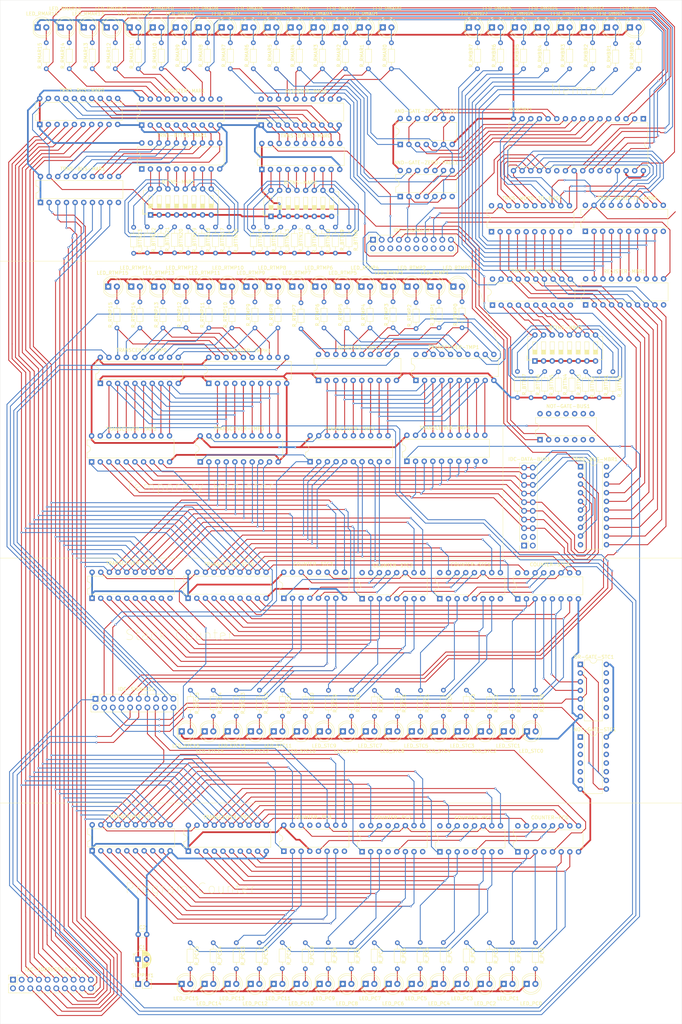
<source format=kicad_pcb>
(kicad_pcb (version 20240108) (generator "pcbnew") (generator_version "8.0")
  (layers (0 "F.Cu" signal) (31 "B.Cu" signal) (34 "B.Paste" user) (35 "F.Paste" user) (36 "B.SilkS" user "B.Silkscreen") (37 "F.SilkS" user "F.Silkscreen") (38 "B.Mask" user) (39 "F.Mask" user) (44 "Edge.Cuts" user))
  (net 0 "")
  (net 1 "RMAR2")
  (net 2 "Net-(AND-GATE-ZERO-PAGE1-K=C.D)")
  (net 3 "~{ZERO_PAGE}")
  (net 4 "RMAR3")
  (net 5 "Net-(AND-GATE-ZERO-PAGE1-J=A.B)")
  (net 6 "RMAR5")
  (net 7 "Net-(AND-GATE-ZERO-PAGE1-L=E.F)")
  (net 8 "Net-(AND-GATE-ZERO-PAGE1-M=G.H)")
  (net 9 "GND")
  (net 10 "VCC")
  (net 11 "RMAR4")
  (net 12 "Net-(AND-GATE-ZERO-PAGE2-M=G.H)")
  (net 13 "RMAR1")
  (net 14 "RMAR7")
  (net 15 "RMAR0")
  (net 16 "Net-(AND-GATE-ZERO-PAGE2-K=C.D)")
  (net 17 "Net-(AND-GATE-ZERO-PAGE2-L=E.F)")
  (net 18 "RMAR6")
  (net 19 "Net-(AND-GATE-ZERO-PAGE2-J=A.B)")
  (net 20 "Net-(TRNS-BTTNS-MAR0-A1)")
  (net 21 "Net-(TRNS-BTTNS-MAR0-A6)")
  (net 22 "Net-(TRNS-BTTNS-MAR0-A3)")
  (net 23 "Net-(TRNS-BTTNS-MAR0-A2)")
  (net 24 "Net-(TRNS-BTTNS-MAR0-A7)")
  (net 25 "Net-(TRNS-BTTNS-MAR0-A4)")
  (net 26 "Net-(TRNS-BTTNS-MAR0-A5)")
  (net 27 "Net-(TRNS-BTTNS-MAR0-A8)")
  (net 28 "Net-(TRNS-BTTNS-MAR1-A7)")
  (net 29 "Net-(TRNS-BTTNS-MAR1-A5)")
  (net 30 "Net-(TRNS-BTTNS-MAR1-A1)")
  (net 31 "Net-(TRNS-BTTNS-MAR1-A8)")
  (net 32 "Net-(TRNS-BTTNS-MAR1-A4)")
  (net 33 "Net-(TRNS-BTTNS-MAR1-A6)")
  (net 34 "Net-(TRNS-BTTNS-MAR1-A3)")
  (net 35 "Net-(TRNS-BTTNS-MAR1-A2)")
  (net 36 "Net-(TRNS-BTTNS-MBR1-A8)")
  (net 37 "Net-(TRNS-BTTNS-MBR1-A3)")
  (net 38 "Net-(TRNS-BTTNS-MBR1-A5)")
  (net 39 "Net-(TRNS-BTTNS-MBR1-A4)")
  (net 40 "Net-(TRNS-BTTNS-MBR1-A1)")
  (net 41 "Net-(TRNS-BTTNS-MBR1-A2)")
  (net 42 "Net-(TRNS-BTTNS-MBR1-A7)")
  (net 43 "Net-(TRNS-BTTNS-MBR1-A6)")
  (net 44 "Net-(COUNTER-PC0-TCU)")
  (net 45 "PC0")
  (net 46 "PC3")
  (net 47 "ADDRESS0")
  (net 48 "PC_RST")
  (net 49 "PC1")
  (net 50 "Net-(COUNTER-PC1-TCU)")
  (net 51 "Net-(COUNTER-PC2-TCU)")
  (net 52 "ADDRESS2")
  (net 53 "PC2")
  (net 54 "Net-(COUNTER-STC0-TCD)")
  (net 55 "ADDRESS1")
  (net 57 "ADDRESS3")
  (net 58 "Net-(COUNTER-STC0-CPD)")
  (net 60 "Net-(COUNTER-STC0-CPU)")
  (net 61 "ADDRESS7")
  (net 62 "PC5")
  (net 63 "PC7")
  (net 64 "Net-(COUNTER-STC0-TCU)")
  (net 65 "Net-(COUNTER-STC1-TCD)")
  (net 66 "PC4")
  (net 67 "Net-(COUNTER-STC1-TCU)")
  (net 68 "ADDRESS5")
  (net 69 "ADDRESS6")
  (net 70 "ADDRESS4")
  (net 71 "PC6")
  (net 72 "Net-(COUNTER-STC2-TCD)")
  (net 73 "PC10")
  (net 74 "Net-(COUNTER-STC2-TCU)")
  (net 76 "Net-(NOT-GATE-STC1-~{4Y})")
  (net 77 "PC9")
  (net 78 "ADDRESS8")
  (net 79 "PC8")
  (net 80 "ADDRESS10")
  (net 81 "ADDRESS9")
  (net 82 "ADDRESS11")
  (net 83 "PC11")
  (net 85 "PC14")
  (net 86 "ADDRESS13")
  (net 87 "ADDRESS12")
  (net 88 "PC15")
  (net 90 "ADDRESS14")
  (net 91 "PC13")
  (net 92 "PC12")
  (net 93 "ADDRESS15")
  (net 94 "STC1")
  (net 95 "STC2")
  (net 96 "STC0")
  (net 97 "STC3")
  (net 98 "STC7")
  (net 99 "STC4")
  (net 100 "STC6")
  (net 101 "STC5")
  (net 102 "STC11")
  (net 103 "STC8")
  (net 104 "STC10")
  (net 105 "STC9")
  (net 106 "STC12")
  (net 107 "STC15")
  (net 109 "STC13")
  (net 110 "STC14")
  (net 112 "Net-(LED_PC0-A)")
  (net 113 "Net-(LED_PC1-A)")
  (net 114 "Net-(LED_PC2-A)")
  (net 115 "Net-(LED_PC3-A)")
  (net 116 "Net-(LED_PC4-A)")
  (net 117 "Net-(LED_PC5-A)")
  (net 118 "Net-(LED_PC6-A)")
  (net 119 "Net-(LED_PC7-A)")
  (net 120 "Net-(LED_PC8-A)")
  (net 121 "Net-(LED_PC9-A)")
  (net 122 "Net-(LED_PC10-A)")
  (net 123 "Net-(LED_PC11-A)")
  (net 124 "Net-(LED_PC12-A)")
  (net 125 "Net-(LED_PC13-A)")
  (net 126 "Net-(LED_PC14-A)")
  (net 127 "Net-(LED_PC15-A)")
  (net 128 "Net-(LED_RMAR0-A)")
  (net 129 "Net-(LED_RMAR1-A)")
  (net 130 "Net-(LED_RMAR2-A)")
  (net 131 "Net-(LED_RMAR3-A)")
  (net 132 "Net-(LED_RMAR4-A)")
  (net 133 "Net-(LED_RMAR5-A)")
  (net 134 "Net-(LED_RMAR6-A)")
  (net 135 "Net-(LED_RMAR7-A)")
  (net 136 "Net-(LED_RMAR8-A)")
  (net 137 "Net-(LED_RMAR9-A)")
  (net 138 "Net-(LED_RMAR10-A)")
  (net 139 "Net-(LED_RMAR11-A)")
  (net 140 "Net-(LED_RMAR12-A)")
  (net 141 "Net-(LED_RMAR13-A)")
  (net 142 "Net-(LED_RMAR14-A)")
  (net 143 "Net-(LED_RMAR15-A)")
  (net 144 "Net-(LED_RMBR0-A)")
  (net 145 "Net-(LED_RMBR1-A)")
  (net 146 "Net-(LED_RMBR2-A)")
  (net 147 "Net-(LED_RMBR3-A)")
  (net 148 "Net-(LED_RMBR4-A)")
  (net 149 "Net-(LED_RMBR5-A)")
  (net 150 "Net-(LED_RMBR6-A)")
  (net 151 "Net-(LED_RMBR7-A)")
  (net 152 "Net-(LED_RTMP0-A)")
  (net 153 "Net-(LED_RTMP1-A)")
  (net 154 "Net-(LED_RTMP2-A)")
  (net 155 "Net-(LED_RTMP3-A)")
  (net 156 "Net-(LED_RTMP4-A)")
  (net 157 "Net-(LED_RTMP5-A)")
  (net 158 "Net-(LED_RTMP6-A)")
  (net 159 "Net-(LED_RTMP7-A)")
  (net 160 "Net-(LED_RTMP8-A)")
  (net 161 "Net-(LED_RTMP9-A)")
  (net 162 "Net-(LED_RTMP10-A)")
  (net 163 "Net-(LED_RTMP11-A)")
  (net 164 "Net-(LED_RTMP12-A)")
  (net 165 "Net-(LED_RTMP13-A)")
  (net 166 "Net-(LED_RTMP14-A)")
  (net 167 "Net-(LED_RTMP15-A)")
  (net 168 "Net-(LED_STC0-A)")
  (net 169 "Net-(LED_STC1-A)")
  (net 170 "Net-(LED_STC2-A)")
  (net 171 "Net-(LED_STC3-A)")
  (net 172 "Net-(LED_STC4-A)")
  (net 173 "Net-(LED_STC5-A)")
  (net 174 "Net-(LED_STC6-A)")
  (net 175 "Net-(LED_STC7-A)")
  (net 176 "Net-(LED_STC8-A)")
  (net 177 "Net-(LED_STC9-A)")
  (net 178 "Net-(LED_STC10-A)")
  (net 179 "Net-(LED_STC11-A)")
  (net 180 "Net-(LED_STC12-A)")
  (net 181 "Net-(LED_STC13-A)")
  (net 182 "Net-(LED_STC14-A)")
  (net 183 "Net-(LED_STC15-A)")
  (net 200 "Net-(REGISTER-MBR1-7D)")
  (net 201 "Net-(REGISTER-MBR1-8D)")
  (net 202 "WORD1")
  (net 203 "WORD4")
  (net 204 "Net-(REGISTER-MBR1-6D)")
  (net 205 "Net-(REGISTER-MBR1-1D)")
  (net 206 "WORD7")
  (net 207 "WORD0")
  (net 208 "WORD5")
  (net 209 "Net-(REGISTER-MBR1-5D)")
  (net 210 "WORD2")
  (net 211 "WORD6")
  (net 212 "Net-(REGISTER-MBR1-4D)")
  (net 213 "Net-(REGISTER-MBR1-3D)")
  (net 214 "Net-(REGISTER-MBR1-2D)")
  (net 216 "WORD3")
  (net 217 "RMBR7")
  (net 218 "RMBR6")
  (net 219 "RMBR4")
  (net 220 "RMBR0")
  (net 221 "RMBR5")
  (net 223 "RMBR1")
  (net 224 "RMBR3")
  (net 225 "RMBR2")
  (net 226 "DATA3")
  (net 227 "DATA6")
  (net 228 "Net-(REGISTER-TMPH1-3D)")
  (net 229 "Net-(REGISTER-TMPH1-8D)")
  (net 230 "Net-(REGISTER-TMPH1-5D)")
  (net 231 "DATA1")
  (net 232 "DATA5")
  (net 233 "Net-(REGISTER-TMPH1-7D)")
  (net 234 "Net-(REGISTER-TMPH1-4D)")
  (net 235 "DATA0")
  (net 236 "DATA7")
  (net 237 "Net-(REGISTER-TMPH1-6D)")
  (net 238 "Net-(REGISTER-TMPH1-1D)")
  (net 239 "Net-(REGISTER-TMPH1-2D)")
  (net 240 "Net-(REGISTER-TMPL1-8D)")
  (net 241 "Net-(REGISTER-TMPL1-1D)")
  (net 242 "DATA4")
  (net 243 "Net-(REGISTER-TMPL1-4D)")
  (net 244 "Net-(REGISTER-TMPL1-3D)")
  (net 245 "DATA2")
  (net 246 "Net-(REGISTER-TMPL1-2D)")
  (net 247 "Net-(REGISTER-TMPL1-7D)")
  (net 248 "Net-(REGISTER-TMPL1-5D)")
  (net 249 "Net-(REGISTER-TMPL1-6D)")
  (net 250 "RTMP12")
  (net 251 "RTMP14")
  (net 252 "RTMP11")
  (net 253 "RTMP15")
  (net 254 "RTMP8")
  (net 255 "RTMP13")
  (net 256 "RTMP10")
  (net 257 "RTMP3")
  (net 258 "RTMP1")
  (net 259 "RTMP4")
  (net 260 "RTMP6")
  (net 261 "RTMP5")
  (net 262 "RTMP7")
  (net 263 "RTMP2")
  (net 264 "RTMP0")
  (net 273 "~{REG_TMPL_OUT}")
  (net 274 "~{PC_LOAD}")
  (net 275 "STC_TICK")
  (net 276 "~{STC_OUT}")
  (net 277 "~{REG_TMPH_OUT}")
  (net 279 "STC_RST")
  (net 280 "STC_MODE")
  (net 281 "REG_TMPH_DATA_DIR")
  (net 282 "REG_TMPL_DATA_DIR")
  (net 283 "REG_TMPL_LOAD")
  (net 284 "~{REG_TMPL_PASS_DATA}")
  (net 285 "REG_TMP_ADDRESS_DIR")
  (net 286 "~{REG_TMP_PASS_ADDRESS}")
  (net 287 "~{PC_OUT}")
  (net 288 "~{REG_TMPH_PASS_DATA}")
  (net 289 "~{STC_LOAD}")
  (net 290 "REG_TMPH_LOAD")
  (net 291 "PC_TICK")
  (net 295 "~{REG_MAR_USE_BTTNS}")
  (net 296 "REG_MBR_LOAD")
  (net 297 "REG_MAR_LOAD")
  (net 302 "~{MEM_OUT}")
  (net 306 "~{MEM_IN}")
  (net 307 "MEM_PART")
  (net 308 "~{REG_MBR_USE_BTTNS}")
  (net 309 "~{REG_MBR_USE_BUS}")
  (net 310 "REG_MBR_WORD_DIR")
  (net 311 "RMAR9")
  (net 312 "RMAR13")
  (net 313 "RMAR14")
  (net 314 "RMAR12")
  (net 315 "RMAR11")
  (net 317 "RMAR8")
  (net 318 "RMAR10")
  (net 319 "RMAR15")
  (net 320 "RTMP9")
  (net 321 "Net-(REGISTER-MAR0-2D)")
  (net 322 "Net-(REGISTER-MAR0-6D)")
  (net 323 "Net-(REGISTER-MAR0-7D)")
  (net 324 "Net-(REGISTER-MAR0-5D)")
  (net 326 "Net-(REGISTER-MAR0-1D)")
  (net 327 "Net-(REGISTER-MAR0-3D)")
  (net 328 "Net-(REGISTER-MAR0-8D)")
  (net 329 "Net-(REGISTER-MAR0-4D)")
  (net 330 "Net-(REGISTER-MAR1-3D)")
  (net 331 "Net-(REGISTER-MAR1-8D)")
  (net 333 "Net-(REGISTER-MAR1-7D)")
  (net 334 "Net-(REGISTER-MAR1-1D)")
  (net 335 "Net-(REGISTER-MAR1-2D)")
  (net 336 "Net-(REGISTER-MAR1-6D)")
  (net 337 "Net-(REGISTER-MAR1-4D)")
  (net 338 "Net-(REGISTER-MAR1-5D)")
  (net 344 "Net-(NOT-GATE-BUS1-~{1Y})")
  (footprint "Resistor_THT:R_Axial_DIN0204_L3.6mm_D1.6mm_P7.62mm_Horizontal" (layer "F.Cu") (at 116.331572 120.12 90)
    (property "Reference" "R_BTTN16")
    (property "Value" "R_US")
  )
  (footprint "LED_THT:LED_D5.0mm_FlatTop" (layer "F.Cu") (at 175.396572 129.94)
    (property "Reference" "LED_RTMP1")
    (property "Value" "LED")
  )
  (footprint "LED_THT:LED_D5.0mm_FlatTop" (layer "F.Cu") (at 186.671572 54)
    (property "Reference" "LED_RMBR7")
    (property "Value" "LED")
  )
  (footprint "Resistor_THT:R_Axial_DIN0204_L3.6mm_D1.6mm_P7.62mm_Horizontal" (layer "F.Cu") (at 164.421572 142 90)
    (property "Reference" "R_RTMP3")
    (property "Value" "R_US")
  )
  (footprint "Resistor_THT:R_Axial_DIN0204_L3.6mm_D1.6mm_P7.62mm_Horizontal" (layer "F.Cu") (at 69.446572 66.12 90)
    (property "Reference" "R_RMAR14")
    (property "Value" "R_US")
  )
  (footprint "LED_THT:LED_D5.0mm_FlatTop" (layer "F.Cu") (at 142.896572 334.25)
    (property "Reference" "LED_PC9")
    (property "Value" "LED")
  )
  (footprint "Package_DIP:DIP-20_W7.62mm" (layer "F.Cu") (at 140.091572 181.25 90)
    (property "Reference" "TRANSCEIVER-TMP2")
    (property "Value" "SN74AC245N")
  )
  (footprint "Package_DIP:DIP-20_W7.62mm" (layer "F.Cu") (at 219.421572 182.71)
    (property "Reference" "TRNS-BUS-MBR1")
    (property "Value" "SN74AC245N")
  )
  (footprint "Resistor_THT:R_Axial_DIN0204_L3.6mm_D1.6mm_P7.62mm_Horizontal" (layer "F.Cu") (at 137.421572 142.31 90)
    (property "Reference" "R_RTMP7")
    (property "Value" "R_US")
  )
  (footprint "Resistor_THT:R_Axial_DIN0204_L3.6mm_D1.6mm_P7.62mm_Horizontal" (layer "F.Cu") (at 89.696572 66.12 90)
    (property "Reference" "R_RMAR11")
    (property "Value" "R_US")
  )
  (footprint "Resistor_THT:R_Axial_DIN0204_L3.6mm_D1.6mm_P7.62mm_Horizontal" (layer "F.Cu") (at 143.501572 120.13 90)
    (property "Reference" "R_BTTN10")
    (property "Value" "R_US")
  )
  (footprint "LED_THT:LED_D5.0mm_FlatTop" (layer "F.Cu") (at 121.411572 129.94)
    (property "Reference" "LED_RTMP9")
    (property "Value" "LED")
  )
  (footprint "LED_THT:LED_D5.0mm_FlatTop" (layer "F.Cu") (at 115.896572 334.25)
    (property "Reference" "LED_PC13")
    (property "Value" "LED")
  )
  (footprint "Resistor_THT:R_Axial_DIN0204_L3.6mm_D1.6mm_P7.62mm_Horizontal" (layer "F.Cu") (at 206.196572 322.19 -90)
    (property "Reference" "R_PC0")
    (property "Value" "R_US")
  )
  (footprint "Package_DIP:DIP-16_W7.62mm" (layer "F.Cu") (at 178.171572 295.55 90)
    (property "Reference" "COUNTER-PC1")
    (property "Value" "CD74HC193E")
  )
  (footprint "LED_THT:LED_D5.0mm_FlatTop" (layer "F.Cu") (at 129.421572 334.25)
    (property "Reference" "LED_PC11")
    (property "Value" "LED")
  )
  (footprint "Resistor_THT:R_Axial_DIN0204_L3.6mm_D1.6mm_P7.62mm_Horizontal" (layer "F.Cu") (at 229.711572 66.37 90)
    (property "Reference" "R_RMBR1")
    (property "Value" "R_US")
  )
  (footprint "Connector_PinSocket_2.54mm:PinSocket_2x10_P2.54mm_Vertical" (layer "F.Cu") (at 158.551572 116.21 90)
    (property "Reference" "IDC-SIGNALS2")
    (property "Value" "DS1013-20SSIB1-B-0")
  )
  (footprint "Resistor_THT:R_Axial_DIN0204_L3.6mm_D1.6mm_P7.62mm_Horizontal" (layer "F.Cu") (at 209.461572 66.37 90)
    (property "Reference" "R_RMBR4")
    (property "Value" "R_US")
  )
  (footprint "LED_THT:LED_D5.0mm_FlatTop" (layer "F.Cu") (at 196.911572 334.25)
    (property "Reference" "LED_PC1")
    (property "Value" "LED")
  )
  (footprint "LED_THT:LED_D5.0mm_FlatTop" (layer "F.Cu") (at 147.891572 54)
    (property "Reference" "LED_RMAR2")
    (property "Value" "LED")
  )
  (footprint "Resistor_THT:R_Axial_DIN0204_L3.6mm_D1.6mm_P7.62mm_Horizontal" (layer "F.Cu") (at 135.501572 120.13 90)
    (property "Reference" "R_BTTN12")
    (property "Value" "R_US")
  )
  (footprint "Resistor_THT:R_Axial_DIN0204_L3.6mm_D1.6mm_P7.62mm_Horizontal" (layer "F.Cu") (at 110.411572 142.06 90)
    (property "Reference" "R_RTMP11")
    (property "Value" "R_US")
  )
  (footprint "Resistor_THT:R_Axial_DIN0204_L3.6mm_D1.6mm_P7.62mm_Horizontal" (layer "F.Cu") (at 104.331572 120.06 90)
    (property "Reference" "R_BTTN19")
    (property "Value" "R_US")
  )
  (footprint "Resistor_THT:R_Axial_DIN0204_L3.6mm_D1.6mm_P7.62mm_Horizontal" (layer "F.Cu") (at 147.501572 120.13 90)
    (property "Reference" "R_BTTN9")
    (property "Value" "R_US")
  )
  (footprint "Package_DIP:DIP-16_W7.62mm" (layer "F.Cu") (at 201.046572 295.55 90)
    (property "Reference" "COUNTER-PC0")
    (property "Value" "CD74HC193E")
  )
  (footprint "Resistor_THT:R_Axial_DIN0204_L3.6mm_D1.6mm_P7.62mm_Horizontal" (layer "F.Cu") (at 144.171572 142.06 90)
    (property "Reference" "R_RTMP6")
    (property "Value" "R_US")
  )
  (footprint "Resistor_THT:R_Axial_DIN0204_L3.6mm_D1.6mm_P7.62mm_Horizontal" (layer "F.Cu") (at 172.486572 248.25 -90)
    (property "Reference" "R_STC5")
    (property "Value" "R_US")
  )
  (footprint "Resistor_THT:R_Axial_DIN0204_L3.6mm_D1.6mm_P7.62mm_Horizontal" (layer "F.Cu") (at 131.501572 120.13 90)
    (property "Reference" "R_BTTN13")
    (property "Value" "R_US")
  )
  (footprint "Resistor_THT:R_Axial_DIN0204_L3.6mm_D1.6mm_P7.62mm_Horizontal" (layer "F.Cu") (at 108.331572 120.06 90)
    (property "Reference" "R_BTTN18")
    (property "Value" "R_US")
  )
  (footprint "Resistor_THT:R_Axial_DIN0204_L3.6mm_D1.6mm_P7.62mm_Horizontal" (layer "F.Cu") (at 130.196572 66.12 90)
    (property "Reference" "R_RMAR5")
    (property "Value" "R_US")
  )
  (footprint "Package_DIP:DIP-20_W7.62mm" (layer "F.Cu") (at 220.931572 135.3 90)
    (property "Reference" "REGISTER-MBR1")
    (property "Value" "SN74HC574N")
  )
  (footprint "LED_THT:LED_D5.0mm_FlatTop" (layer "F.Cu") (at 80.431572 54)
    (property "Reference" "LED_RMAR12")
    (property "Value" "LED")
  )
  (footprint "Package_DIP:DIP-20_W7.62mm" (layer "F.Cu") (at 60.996572 105.3 90)
    (property "Reference" "TRNS-BUS-MAR1")
    (property "Value" "SN74AC245N")
  )
  (footprint "LED_THT:LED_D5.0mm_FlatTop" (layer "F.Cu") (at 161.881572 129.94)
    (property "Reference" "LED_RTMP3")
    (property "Value" "LED")
  )
  (footprint "Connector_PinSocket_2.54mm:PinSocket_2x10_P2.54mm_Vertical" (layer "F.Cu") (at 77.131572 250.71 90)
    (property "Reference" "IDC-SIGNALS1")
    (property "Value" "DS1013-20SSIB1-B-0")
  )
  (footprint "Resistor_THT:R_Axial_DIN0204_L3.6mm_D1.6mm_P7.62mm_Horizontal" (layer "F.Cu") (at 216.211572 66.12 90)
    (property "Reference" "R_RMBR3")
    (property "Value" "R_US")
  )
  (footprint "LED_THT:LED_D5.0mm_FlatTop" (layer "F.Cu") (at 200.171572 54)
    (property "Reference" "LED_RMBR5")
    (property "Value" "LED")
  )
  (footprint "Resistor_THT:R_Axial_DIN0204_L3.6mm_D1.6mm_P7.62mm_Horizontal" (layer "F.Cu") (at 150.921572 142.06 90)
    (property "Reference" "R_RTMP5")
    (property "Value" "R_US")
  )
  (footprint "Connector_PinHeader_2.54mm:PinHeader_1x02_P2.54mm_Vertical" (layer "F.Cu") (at 89.646572 334.25 90)
    (property "Reference" "SUPPLY1")
    (property "Value" "CONN-1x2")
  )
  (footprint "LED_THT:LED_D5.0mm_FlatTop" (layer "F.Cu") (at 149.711572 260.25)
    (property "Reference" "LED_STC8")
    (property "Value" "LED")
  )
  (footprint "Resistor_THT:R_Axial_DIN0204_L3.6mm_D1.6mm_P7.62mm_Horizontal" (layer "F.Cu") (at 123.911572 142.06 90)
    (property "Reference" "R_RTMP9")
    (property "Value" "R_US")
  )
  (footprint "Resistor_THT:R_Axial_DIN0204_L3.6mm_D1.6mm_P7.62mm_Horizontal" (layer "F.Cu") (at 90.161572 142.06 90)
    (property "Reference" "R_RTMP14")
    (property "Value" "R_US")
  )
  (footprint "Resistor_THT:R_Axial_DIN0204_L3.6mm_D1.6mm_P7.62mm_Horizontal" (layer "F.Cu") (at 157.671572 142.06 90)
    (property "Reference" "R_RTMP4")
    (property "Value" "R_US")
  )
  (footprint "LED_THT:LED_D5.0mm_FlatTop" (layer "F.Cu") (at 196.921572 260.25)
    (property "Reference" "LED_STC1")
    (property "Value" "LED")
  )
  (footprint "LED_THT:LED_D5.0mm_FlatTop" (layer "F.Cu") (at 107.431572 54)
    (property "Reference" "LED_RMAR8")
    (property "Value" "LED")
  )
  (footprint "LED_THT:LED_D5.0mm_FlatTop" (layer "F.Cu") (at 156.421572 260.25)
    (property "Reference" "LED_STC7")
    (property "Value" "LED")
  )
  (footprint "Resistor_THT:R_Axial_DIN0204_L3.6mm_D1.6mm_P7.62mm_Horizontal" (layer "F.Cu") (at 206.196572 248.19 -90)
    (property "Reference" "R_STC0")
    (property "Value" "R_US")
  )
  (footprint "LED_THT:LED_D5.0mm_FlatTop" (layer "F.Cu") (at 161.406572 54)
    (property "Reference" "LED_RMAR0")
    (property "Value" "LED")
  )
  (footprint "Resistor_THT:R_Axial_DIN0204_L3.6mm_D1.6mm_P7.62mm_Horizontal" (layer "F.Cu") (at 131.936572 322.13 -90)
    (property "Reference" "R_PC11")
    (property "Value" "R_US")
  )
  (footprint "Resistor_THT:R_Axial_DIN0204_L3.6mm_D1.6mm_P7.62mm_Horizontal" (layer "F.Cu") (at 116.696572 66.12 90)
    (property "Reference" "R_RMAR7")
    (property "Value" "R_US")
  )
  (footprint "Connector_PinSocket_2.54mm:PinSocket_2x10_P2.54mm_Vertical" (layer "F.Cu") (at 52.931572 333 90)
    (property "Reference" "IDC-ADDRESS-BUS1")
    (property "Value" "DS1013-20SSIB1-B-0")
  )
  (footprint "LED_THT:LED_D5.0mm_FlatTop" (layer "F.Cu") (at 141.141572 54)
    (property "Reference" "LED_RMAR3")
    (property "Value" "LED")
  )
  (footprint "Resistor_THT:R_Axial_DIN0204_L3.6mm_D1.6mm_P7.62mm_Horizontal" (layer "F.Cu") (at 145.436572 322.13 -90)
    (property "Reference" "R_PC9")
    (property "Value" "R_US")
  )
  (footprint "LED_THT:LED_D5.0mm_FlatTop" (layer "F.Cu") (at 183.421572 260.25)
    (property "Reference" "LED_STC3")
    (property "Value" "LED")
  )
  (footprint "Resistor_THT:R_Axial_DIN0204_L3.6mm_D1.6mm_P7.62mm_Horizontal" (layer "F.Cu") (at 117.161572 142.06 90)
    (property "Reference" "R_RTMP10")
    (property "Value" "R_US")
  )
  (footprint "LED_THT:LED_D5.0mm_FlatTop" (layer "F.Cu") (at 190.186572 260.25)
    (property "Reference" "LED_STC2")
    (property "Value" "LED")
  )
  (footprint "Package_DIP:DIP-20_W7.62mm" (layer "F.Cu") (at 220.851572 113.75 90)
    (property "Reference" "TRNS-WORD-TO-MBR1")
    (property "Value" "SN74AC245N")
  )
  (footprint "LED_THT:LED_D5.0mm_FlatTop" (layer "F.Cu") (at 128.121572 129.94)
    (property "Reference" "LED_RTMP8")
    (property "Value" "LED")
  )
  (footprint "LED_THT:LED_D5.0mm_FlatTop" (layer "F.Cu") (at 233.936572 54)
    (property "Reference" "LED_RMBR0")
    (property "Value" "LED")
  )
  (footprint "Resistor_THT:R_Axial_DIN0204_L3.6mm_D1.6mm_P7.62mm_Horizontal" (layer "F.Cu") (at 109.946572 66.12 90)
    (property "Reference" "R_RMAR8")
    (property "Value" "R_US")
  )
  (footprint "Resistor_THT:R_Axial_DIN0204_L3.6mm_D1.6mm_P7.62mm_Horizontal" (layer "F.Cu") (at 184.671572 142 90)
    (property "Reference" "R_RTMP0")
    (property "Value" "R_US")
  )
  (footprint "LED_THT:LED_D5.0mm_FlatTop" (layer "F.Cu") (at 149.671572 334.25)
    (property "Reference" "LED_PC8")
    (property "Value" "LED")
  )
  (footprint "Resistor_THT:R_Axial_DIN0204_L3.6mm_D1.6mm_P7.62mm_Horizontal" (layer "F.Cu") (at 103.661572 142 90)
    (property "Reference" "R_RTMP12")
    (property "Value" "R_US")
  )
  (footprint "LED_THT:LED_D5.0mm_FlatTop" (layer "F.Cu") (at 87.156572 54)
    (property "Reference" "LED_RMAR11")
    (property "Value" "LED")
  )
  (footprint "Resistor_THT:R_Axial_DIN0204_L3.6mm_D1.6mm_P7.62mm_Horizontal" (layer "F.Cu") (at 125.236572 248.19 -90)
    (property "Reference" "R_STC12")
    (property "Value" "R_US")
  )
  (footprint "Package_DIP:DIP-20_W7.62mm" (layer "F.Cu") (at 90.681572 82.62 90)
    (property "Reference" "REGISTER-MAR1")
    (property "Value" "SN74HC574N")
  )
  (footprint "Resistor_THT:R_Axial_DIN0204_L3.6mm_D1.6mm_P7.62mm_Horizontal" (layer "F.Cu") (at 96.911572 142.06 90)
    (property "Reference" "R_RTMP13")
    (property "Value" "R_US")
  )
  (footprint "Resistor_THT:R_Axial_DIN0204_L3.6mm_D1.6mm_P7.62mm_Horizontal" (layer "F.Cu") (at 104.911572 322.19 -90)
    (property "Reference" "R_PC15")
    (property "Value" "R_US")
  )
  (footprint "Resistor_THT:R_Axial_DIN0204_L3.6mm_D1.6mm_P7.62mm_Horizontal" (layer "F.Cu") (at 171.171572 142.25 90)
    (property "Reference" "R_RTMP2")
    (property "Value" "R_US")
  )
  (footprint "Resistor_THT:R_Axial_DIN0204_L3.6mm_D1.6mm_P7.62mm_Horizontal" (layer "F.Cu") (at 220.921572 162.5 90)
    (property "Reference" "R_BTTN2")
    (property "Value" "R_US")
  )
  (footprint "Resistor_THT:R_Axial_DIN0204_L3.6mm_D1.6mm_P7.62mm_Horizontal" (layer "F.Cu") (at 200.921572 162.44 90)
    (property "Reference" "R_BTTN7")
    (property "Value" "R_US")
  )
  (footprint "Package_DIP:DIP-20_W7.62mm" (layer "F.Cu") (at 193.601572 135.37 90)
    (property "Reference" "TRNS-BTTNS-MBR1")
    (property "Value" "SN74AC245N")
  )
  (footprint "Package_DIP:DIP-16_W7.62mm" (layer "F.Cu") (at 132.381572 295.37 90)
    (property "Reference" "COUNTER-PC3")
    (property "Value" "CD74HC193E")
  )
  (footprint "LED_THT:LED_D5.0mm_FlatTop" (layer "F.Cu") (at 101.121572 129.94)
    (property "Reference" "LED_RTMP12")
    (property "Value" "LED")
  )
  (footprint "Package_DIP:DIP-20_W7.62mm" (layer "F.Cu") (at 171.141572 157.43 90)
    (property "Reference" "TRANSCEIVER-TMP1")
    (property "Value" "SN74AC245N")
  )
  (footprint "Resistor_THT:R_Axial_DIN0204_L3.6mm_D1.6mm_P7.62mm_Horizontal" (layer "F.Cu") (at 185.946572 248.19 -90)
    (property "Reference" "R_STC3")
    (property "Value" "R_US")
  )
  (footprint "LED_THT:LED_D5.0mm_FlatTop" (layer "F.Cu") (at 220.421572 54)
    (property "Reference" "LED_RMBR2")
    (property "Value" "LED")
  )
  (footprint "LED_THT:LED_D5.0mm_FlatTop" (layer "F.Cu") (at 109.146572 334.25)
    (property "Reference" "LED_PC14")
    (property "Value" "LED")
  )
  (footprint "LED_THT:LED_D5.0mm_FlatTop" (layer "F.Cu") (at 206.921572 54)
    (property "Reference" "LED_RMBR4")
    (property "Value" "LED")
  )
  (footprint "LED_THT:LED_D5.0mm_FlatTop" (layer "F.Cu") (at 102.396572 334.25)
    (property "Reference" "LED_PC15")
    (property "Value" "LED")
  )
  (footprint "Resistor_THT:R_Axial_DIN0204_L3.6mm_D1.6mm_P7.62mm_Horizontal" (layer "F.Cu") (at 236.461572 66.12 90)
    (property "Reference" "RR_RMBR0")
    (property "Value" "R_US")
  )
  (footprint "Resistor_THT:R_Axial_DIN0204_L3.6mm_D1.6mm_P7.62mm_Horizontal" (layer "F.Cu") (at 208.921572 162.44 90)
    (property "Reference" "R_BTTN5")
    (property "Value" "R_US")
  )
  (footprint "LED_THT:LED_D5.0mm_FlatTop" (layer "F.Cu") (at 134.881572 129.94)
    (property "Reference" "LED_RTMP7")
    (property "Value" "LED")
  )
  (footprint "Resistor_THT:R_Axial_DIN0204_L3.6mm_D1.6mm_P7.62mm_Horizontal" (layer "F.Cu") (at 82.946572 66.12 90)
    (property "Reference" "R_RMAR12")
    (property "Value" "R_US")
  )
  (footprint "LED_THT:LED_D5.0mm_FlatTop" (layer "F.Cu") (at 94.371572 129.94)
    (property "Reference" "LED_RTMP13")
    (property "Value" "LED")
  )
  (footprint "LED_THT:LED_D5.0mm_FlatTop" (layer "F.Cu") (at 213.671572 54)
    (property "Reference" "LED_RMBR3")
    (property "Value" "LED")
  )
  (footprint "LED_THT:LED_D5.0mm_FlatTop" (layer "F.Cu") (at 109.171572 260.25)
    (property "Reference" "LED_STC14")
    (property "Value" "LED")
  )
  (footprint "LED_THT:LED_D5.0mm_FlatTop" (layer "F.Cu") (at 87.621572 129.94)
    (property "Reference" "LED_RTMP14")
    (property "Value" "LED")
  )
  (footprint "LED_THT:LED_D5.0mm_FlatTop" (layer "F.Cu") (at 176.671572 260.25)
    (property "Reference" "LED_STC4")
    (property "Value" "LED")
  )
  (footprint "Resistor_THT:R_Axial_DIN0204_L3.6mm_D1.6mm_P7.62mm_Horizontal" (layer "F.Cu") (at 138.696572 248.25 -90)
    (property "Reference" "R_STC10")
    (property "Value" "R_US")
  )
  (footprint "Resistor_THT:R_Axial_DIN0204_L3.6mm_D1.6mm_P7.62mm_Horizontal" (layer "F.Cu") (at 222.961572 66.12 90)
    (property "Reference" "R_RMBR2")
    (property "Value" "R_US")
  )
  (footprint "Package_DIP:DIP-20_W7.62mm" (layer "F.Cu") (at 76.171572 295.25 90)
    (property "Reference" "TRANSCEIVER-PC1")
    (property "Value" "SN74AC245N")
  )
  (footprint "Package_DIP:DIP-14_W7.62mm" (layer "F.Cu") (at 219.371572 240.625)
    (property "Reference" "OR-GATE-STC1")
    (property "Value" "CD4071BEE4")
  )
  (footprint "Package_DIP:DIP-20_W7.62mm" (layer "F.Cu") (at 76.141572 221.25 90)
    (property "Reference" "TRANSCEIVER-STC1")
    (property "Value" "SN74AC245N")
  )
  (footprint "LED_THT:LED_D5.0mm_FlatTop" (layer "F.Cu") (at 115.936572 260.25)
    (property "Reference" "LED_STC13")
    (property "Value" "LED")
  )
  (footprint "Resistor_THT:R_Axial_DIN0204_L3.6mm_D1.6mm_P7.62mm_Horizontal" (layer "F.Cu") (at 195.961572 66.12 90)
    (property "Reference" "R_RMBR6")
    (property "Value" "R_US")
  )
  (footprint "LED_THT:LED_D5.0mm_FlatTop" (layer "F.Cu") (at 168.646572 129.94)
    (property "Reference" "LED_RTMP2")
    (property "Value" "LED")
  )
  (footprint "LED_THT:LED_D5.0mm_FlatTop" (layer "F.Cu") (at 129.421572 260.25)
    (property "Reference" "LED_STC11")
    (property "Value" "LED")
  )
  (footprint "Resistor_THT:R_Axial_DIN0204_L3.6mm_D1.6mm_P7.62mm_Horizontal" (layer "F.Cu") (at 143.696572 66.12 90)
    (property "Reference" "R_RMAR3")
    (property "Value" "R_US")
  )
  (footprint "Resistor_THT:R_Axial_DIN0204_L3.6mm_D1.6mm_P7.62mm_Horizontal" (layer "F.Cu") (at 111.696572 248.19 -90)
    (property "Reference" "R_STC14")
    (property "Value" "R_US")
  )
  (footprint "LED_THT:LED_D5.0mm_FlatTop" (layer "F.Cu") (at 148.381572 129.94)
    (property "Reference" "LED_RTMP5")
    (property "Value" "LED")
  )
  (footprint "LED_THT:LED_D5.0mm_FlatTop" (layer "F.Cu") (at 193.421572 54)
    (property "Reference" "LED_RMBR6")
    (property "Value" "LED")
  )
  (footprint "Package_DIP:DIP-20_W7.62mm" (layer "F.Cu") (at 193.311572 113.87 90)
    (property "Reference" "TRNS-WORD-TO-BUS1")
    (property "Value" "SN74AC245N")
  )
  (footprint "Package_DIP:DIP-14_W7.62mm" (layer "F.Cu") (at 166.546572 88.3 90)
    (property "Reference" "AND-GATE-ZERO-PAGE2")
    (property "Value" "CD4081BEE4")
  )
  (footprint "Resistor_THT:R_Axial_DIN0204_L3.6mm_D1.6mm_P7.62mm_Horizontal" (layer "F.Cu") (at 127.501572 120.13 90)
    (property "Reference" "R_BTTN14")
    (property "Value" "R_US")
  )
  (footprint "Package_DIP:DIP-20_W7.62mm" (layer "F.Cu") (at 75.996572 181.3 90)
    (property "Reference" "TRANSCEIVER-TMP5")
    (property "Value" "SN74AC245N")
  )
  (footprint "Resistor_THT:R_Axial_DIN0204_L3.6mm_D1.6mm_P7.62mm_Horizontal" (layer "F.Cu") (at 177.921572 142 90)
    (property "Reference" "R_RTMP1")
    (property "Value" "R_US")
  )
  (footprint "LED_THT:LED_D5.0mm_FlatTop" (layer "F.Cu") (at 122.711572 260.25)
    (property "Reference" "LED_STC12")
    (property "Value" "LED")
  )
  (footprint "Connector_PinSocket_2.54mm:PinSocket_2x10_P2.54mm_Vertical" (layer "F.Cu") (at 202.881572 205.82 180)
    (property "Reference" "IDC-DATA-BUS1")
    (property "Value" "DS1013-20SSIB1-B-0")
  )
  (footprint "LED_THT:LED_D5.0mm_FlatTop" (layer "F.Cu") (at 136.171572 334.25)
    (property "Reference" "LED_PC10")
    (property "Value" "LED")
  )
  (footprint "LED_THT:LED_D5.0mm_FlatTop" (layer "F.Cu") (at 102.421572 260.25)
    (property "Reference" "LED_STC15")
    (property "Value" "LED")
  )
  (footprint "Resistor_THT:R_Axial_DIN0204_L3.6mm_D1.6mm_P7.62mm_Horizontal" (layer "F.Cu") (at 62.696572 66.12 90)
    (property "Reference" "R_RMAR15")
    (property "Value" "R_US")
  )
  (footprint "Resistor_THT:R_Axial_DIN0204_L3.6mm_D1.6mm_P7.62mm_Horizontal" (layer "F.Cu") (at 139.501572 120.13 90)
    (property "Reference" "R_BTTN11")
    (property "Value" "R_US")
  )
  (footprint "Resistor_THT:R_Axial_DIN0204_L3.6mm_D1.6mm_P7.62mm_Horizontal" (layer "F.Cu") (at 179.186572 322.13 -90)
    (property "Reference" "R_PC4")
    (property "Value" "R_US")
  )
  (footprint "Package_DIP:DIP-20_W7.62mm" (layer "F.Cu") (at 104.311572 221.25 90)
    (property "Reference" "TRANSCEIVER-STC0")
    (property "Value" "SN74AC245N")
  )
  (footprint "Package_DIP:DIP-16_W7.62mm" (layer "F.Cu") (at 155.351572 221.38 90)
    (property "Reference" "COUNTER-STC2")
    (property "Value" "CD74HC193E")
  )
  (footprint "LED_THT:LED_D5.0mm_FlatTop" (layer "F.Cu") (at 107.871572 129.94)
    (property "Reference" "LED_RTMP11")
    (property "Value" "LED")
  )
  (footprint "Resistor_THT:R_Axial_DIN0204_L3.6mm_D1.6mm_P7.62mm_Horizontal" (layer "F.Cu") (at 145.486572 248.25 -90)
    (property "Reference" "R_STC9")
    (property "Value" "R_US")
  )
  (footprint "Resistor_THT:R_Axial_DIN0204_L3.6mm_D1.6mm_P7.62mm_Horizontal" (layer "F.Cu") (at 111.686572 322.19 -90)
    (property "Reference" "R_PC14")
    (property "Value" "R_US")
  )
  (footprint "LED_THT:LED_D5.0mm_FlatTop" (layer "F.Cu") (at 80.871572 129.94)
    (property "Reference" "LED_RTMP15")
    (property "Value" "LED")
  )
  (footprint "Package_DIP:DIP-20_W7.62mm" (layer "F.Cu") (at 107.866572 181.3 90)
    (property "Reference" "TRANSCEIVER-TMP3")
    (property "Value" "SN74AC245N")
  )
  (footprint "Resistor_THT:R_Axial_DIN0204_L3.6mm_D1.6mm_P7.62mm_Horizontal" (layer "F.Cu") (at 179.196572 248.19 -90)
    (property "Reference" "R_STC4")
    (property "Value" "R_US")
  )
  (footprint "LED_THT:LED_D5.0mm_FlatTop" (layer "F.Cu") (at 93.931572 54)
    (property "Reference" "LED_RMAR10")
    (property "Value" "LED")
  )
  (footprint "Resistor_THT:R_Axial_DIN0204_L3.6mm_D1.6mm_P7.62mm_Horizontal" (layer "F.Cu") (at 165.686572 322.19 -90)
    (property "Reference" "R_PC6")
    (property "Value" "R_US")
  )
  (footprint "Resistor_THT:R_Axial_DIN0204_L3.6mm_D1.6mm_P7.62mm_Horizontal" (layer "F.Cu") (at 131.986572 248.19 -90)
    (property "Reference" "R_STC11")
    (property "Value" "R_US")
  )
  (footprint "LED_THT:LED_D5.0mm_FlatTop" (layer "F.Cu") (at 190.161572 334.25)
    (property "Reference" "LED_PC2")
    (property "Value" "LED")
  )
  (footprint "Package_DIP:DIP-16_W7.62mm" (layer "F.Cu") (at 155.341572 295.5 90)
    (property "Reference" "COUNTER-PC2")
    (property "Value" "CD74HC193E")
  )
  (footprint "Package_DIP:DIP-20_W7.62mm" (layer "F.Cu") (at 142.566572 157.43 90)
    (property "Reference" "REGISTER-TMPL1")
    (property "Value" "SN74HC574N")
  )
  (footprint "Resistor_THT:R_Axial_DIN0204_L3.6mm_D1.6mm_P7.62mm_Horizontal" (layer "F.Cu") (at 104.986572 248.19 -90)
    (property "Reference" "R_STC15")
    (property "Value" "R_US")
  )
  (footprint "LED_THT:LED_D5.0mm_FlatTop" (layer "F.Cu") (at 169.896572 334.25)
    (property "Reference" "LED_PC5")
    (property "Value" "LED")
  )
  (footprint "Resistor_THT:R_Axial_DIN0204_L3.6mm_D1.6mm_P7.62mm_Horizontal" (layer "F.Cu") (at 204.921572 162.5 90)
    (property "Reference" "R_BTTN6")
    (property "Value" "R_US")
  )
  (footprint "Resistor_THT:R_Axial_DIN0204_L3.6mm_D1.6mm_P7.62mm_Horizontal" (layer "F.Cu") (at 152.186572 322.19 -90)
    (property "Reference" "R_PC8")
    (property "Value" "R_US")
  )
  (footprint "Package_DIP:DIP-20_W7.62mm" (layer "F.Cu") (at 90.721572 95.49 90)
    (property "Reference" "TRNS-BTTNS-MAR1")
    (property "Value" "SN74AC245N")
  )
  (footprint "LED_THT:LED_D5.0mm_FlatTop" (layer "F.Cu") (at 120.906572 54)
    (property "Reference" "LED_RMAR6")
    (property "Value" "LED")
  )
  (footprint "Resistor_THT:R_Axial_DIN0204_L3.6mm_D1.6mm_P7.62mm_Horizontal" (layer "F.Cu") (at 216.921572 162.5 90)
    (property "Reference" "R_BTTN3")
    (property "Value" "R_US")
  )
  (footprint "Resistor_THT:R_Axial_DIN0204_L3.6mm_D1.6mm_P7.62mm_Horizontal" (layer "F.Cu") (at 152.236572 248.19 -90)
    (property "Reference" "R_STC8")
    (property "Value" "R_US")
  )
  (footprint "Resistor_THT:R_Axial_DIN0204_L3.6mm_D1.6mm_P7.62mm_Horizontal" (layer "F.Cu") (at 185.946572 322.13 -90)
    (property "Reference" "R_PC3")
    (property "Value" "R_US")
  )
  (footprint "Resistor_THT:R_Axial_DIN0204_L3.6mm_D1.6mm_P7.62mm_Horizontal" (layer "F.Cu") (at 228.921572 162.5 90)
    (property "Reference" "R_BTTN0")
    (property "Value" "R_US")
  )
  (footprint "LED_THT:LED_D5.0mm_FlatTop" (layer "F.Cu") (at 114.636572 129.94)
    (property "Reference" "LED_RTMP10")
    (property "Value" "LED")
  )
  (footprint "Resistor_THT:R_Axial_DIN0204_L3.6mm_D1.6mm_P7.62mm_Horizontal" (layer "F.Cu") (at 224.921572 162.5 90)
    (property "Reference" "R_BTTN1")
    (property "Value" "R_US")
  )
  (footprint "Resistor_THT:R_Axial_DIN0204_L3.6mm_D1.6mm_P7.62mm_Horizontal" (layer "F.Cu") (at 158.986572 248.25 -90)
    (property "Reference" "R_STC7")
    (property "Value" "R_US")
  )
  (footprint "LED_THT:LED_D5.0mm_FlatTop" (layer "F.Cu") (at 154.656572 54)
    (property "Reference" "LED_RMAR1")
    (property "Value" "LED")
  )
  (footprint "Button_Switch_THT:SW_DIP_SPSTx08_Slide_6.7x21.88mm_W7.62mm_P2.54mm_LowProfile" (layer "F.Cu") (at 128.626572 109.37 90)
    (property "Reference" "BTTNS-MAR0")
    (property "Value" "SW_DIP_x08")
  )
  (footprint "LED_THT:LED_D5.0mm_FlatTop" (layer "F.Cu") (at 114.141572 54)
    (property "Reference" "LED_RMAR7")
    (property "Value" "LED")
  )
  (footprint "Package_DIP:DIP-16_W7.62mm" (layer "F.Cu") (at 201.016572 221.43 90)
    (property "Reference" "COUNTER-STC0")
    (property "Value" "CD74HC193E")
  )
  (footprint "Package_DIP:DIP-20_W7.62mm" (layer "F.Cu") (at 168.496572 181.12 90)
    (property "Reference" "TRANSCEIVER-TMP4")
    (property "Value" "SN74AC245N")
  )
  (footprint "LED_THT:LED_D5.0mm_FlatTop" (layer "F.Cu") (at 182.131572 129.94)
    (property "Reference" "LED_RTMP0")
    (property "Value" "LED")
  )
  (footprint "Button_Switch_THT:SW_DIP_SPSTx08_Slide_6.7x21.88mm_W7.62mm_P2.54mm_LowProfile" (layer "F.Cu") (at 93.301572 108.94 90)
    (property "Reference" "BTTNS-MAR1")
    (property "Value" "SW_DIP_x08")
  )
  (footprint "Resistor_THT:R_Axial_DIN0204_L3.6mm_D1.6mm_P7.62mm_Horizontal" (layer "F.Cu") (at 88.331572 120.19 90)
    (property "Reference" "R_BTTN23")
    (property "Value" "R_US")
  )
  (footprint "Resistor_THT:R_Axial_DIN0204_L3.6mm_D1.6mm_P7.62mm_Horizontal" (layer "F.Cu") (at 118.446572 248.19 -90)
    (property "Reference" "R_STC13")
    (property "Value" "R_US")
  )
  (footprint "Button_Switch_THT:SW_DIP_SPSTx08_Slide_6.7x21.88mm_W7.62mm_P2.54mm_LowProfile" (layer "F.Cu") (at 206.046572 151.74 90)
    (property "Reference" "BTTNS-MBR1")
    (property "Value" "SW_DIP_x08")
  )
  (footprint "Resistor_THT:R_Axial_DIN0204_L3.6mm_D1.6mm_P7.62mm_Horizontal" (layer "F.Cu") (at 199.446572 248.25 -90)
    (property "Reference" "R_STC1")
    (property "Value" "R_US")
  )
  (footprint "Resistor_THT:R_Axial_DIN0204_L3.6mm_D1.6mm_P7.62mm_Horizontal" (layer "F.Cu") (at 150.446572 66.12 90)
    (property "Reference" "R_RMAR2")
    (property "Value" "R_US")
  )
  (footprint "Resistor_THT:R_Axial_DIN0204_L3.6mm_D1.6mm_P7.62mm_Horizontal" (layer "F.Cu") (at 212.921572 162.5 90)
    (property "Reference" "R_BTTN4")
    (property "Value" "R_US")
  )
  (footprint "Resistor_THT:R_Axial_DIN0204_L3.6mm_D1.6mm_P7.62mm_Horizontal" (layer "F.Cu") (at 199.446572 322.13 -90)
    (property "Reference" "R_PC1")
    (property "Value" "R_US")
  )
  (footprint "Resistor_THT:R_Axial_DIN0204_L3.6mm_D1.6mm_P7.62mm_Horizontal" (layer "F.Cu") (at 151.501572 120.13 90)
    (property "Reference" "R_BTTN8")
    (property "Value" "R_US")
  )
  (footprint "Resistor_THT:R_Axial_DIN0204_L3.6mm_D1.6mm_P7.62mm_Horizontal" (layer "F.Cu") (at 165.736572 248.25 -90)
    (property "Reference" "R_STC6")
    (property "Value" "R_US")
  )
  (footprint "Resistor_THT:R_Axial_DIN0204_L3.6mm_D1.6mm_P7.62mm_Horizontal" (layer "F.Cu") (at 172.411572 322.13 -90)
    (property "Reference" "R_PC5")
    (property "Value" "R_US")
  )
  (footprint "Capacitor_THT:CP_Radial_D5.0mm_P2.50mm" (layer "F.Cu") (at 89.606572 327)
    (property "Reference" "C1")
    (property "Value" "C_Polarized_US")
  )
  (footprint "Resistor_THT:R_Axial_DIN0204_L3.6mm_D1.6mm_P7.62mm_Horizontal" (layer "F.Cu") (at 189.211572 66.12 90)
    (property "Reference" "R_RMBR7")
    (property "Value" "R_US")
  )
  (footprint "LED_THT:LED_D5.0mm_FlatTop" (layer "F.Cu") (at 100.681572 54)
    (property "Reference" "LED_RMAR9")
    (property "Value" "LED")
  )
  (footprint "Package_DIP:DIP-14_W7.62mm" (layer "F.Cu") (at 219.371572 261.915)
    (property "Reference" "NOT-GATE-STC1")
    (property "Value" "CD74HC04E")
  )
  (footprint "Package_DIP:DIP-32_W15.24mm" (layer "F.Cu") (at 237.861572 80.76 -90)
    (property "Reference" "MEMORY1")
    (property "Value" "AS6C1008-55PCN")
  )
  (footprint "Capacitor_THT:C_Disc_D3.0mm_W1.6mm_P2.50mm" (layer "F.Cu") (at 89.661572 319.75)
    (property "Reference" "C2")
    (property "Value" "C")
  )
  (footprint "LED_THT:LED_D5.0mm_FlatTop" (layer "F.Cu") (at 163.146572 334.25)
    (property "Reference" "LED_PC6")
    (property "Value" "LED")
  )
  (footprint "Package_DIP:DIP-20_W7.62mm" (layer "F.Cu") (at 125.761572 82.62 90)
    (property "Reference" "REGISTER-MAR0")
    (property "Value" "SN74HC574N")
  )
  (footprint "Resistor_THT:R_Axial_DIN0204_L3.6mm_D1.6mm_P7.62mm_Horizontal" (layer "F.Cu") (at 138.696572 322.19 -90)
    (property "Reference" "R_PC10")
    (property "Value" "R_US")
  )
  (footprint "Resistor_THT:R_Axial_DIN0204_L3.6mm_D1.6mm_P7.62mm_Horizontal" (layer "F.Cu") (at 136.946572 66.12 90)
    (property "Reference" "R_RMAR4")
    (property "Value" "R_US")
  )
  (footprint "Package_DIP:DIP-20_W7.62mm" (layer "F.Cu") (at 110.366572 158.3 90)
    (property "Reference" "REGISTER-TMPH1")
    (property "Value" "SN74HC574N")
  )
  (footprint "Resistor_THT:R_Axial_DIN0204_L3.6mm_D1.6mm_P7.62mm_Horizontal" (layer "F.Cu") (at 163.946572 66.12 90)
    (property "Reference" "R_RMAR0")
    (property "Value" "R_US")
  )
  (footprint "Resistor_THT:R_Axial_DIN0204_L3.6mm_D1.6mm_P7.62mm_Horizontal" (layer "F.Cu") (at 83.411572 142.06 90)
    (property "Reference" "R_RTMP15")
    (property "Value" "R_US")
  )
  (footprint "LED_THT:LED_D5.0mm_FlatTop" (layer "F.Cu") (at 203.646572 334.25)
    (property "Reference" "LED_PC0")
    (property "Value" "LED")
  )
  (footprint "LED_THT:LED_D5.0mm_FlatTop" (layer "F.Cu") (at 66.946572 54)
    (property "Reference" "LED_RMAR14")
    (property "Value" "LED")
  )
  (footprint "Resistor_THT:R_Axial_DIN0204_L3.6mm_D1.6mm_P7.62mm_Horizontal" (layer "F.Cu") (at 92.331572 120.06 90)
    (property "Reference" "R_BTTN22")
    (property "Value" "R_US")
  )
  (footprint "LED_THT:LED_D5.0mm_FlatTop" (layer "F.Cu") (at 73.696572 54)
    (property "Reference" "LED_RMAR13")
    (property "Value" "LED")
  )
  (footprint "Package_DIP:DIP-20_W7.62mm" (layer "F.Cu") (at 60.786572 82.43 90)
    (property "Reference" "TRNS-BUS-MAR0")
    (property "Value" "SN74AC245N")
  )
  (footprint "Resistor_THT:R_Axial_DIN0204_L3.6mm_D1.6mm_P7.62mm_Horizontal" (layer "F.Cu") (at 96.446572 66.12 90)
    (property "Reference" "R_RMAR10")
    (property "Value" "R_US")
  )
  (footprint "Package_DIP:DIP-20_W7.62mm" (layer "F.Cu") (at 125.931572 95.62 90)
    (property "Reference" "TRNS-BTTNS-MAR0")
    (property "Value" "SN74AC245N")
  )
  (footprint "LED_THT:LED_D5.0mm_FlatTop" (layer "F.Cu") (at 60.171572 54)
    (property "Reference" "LED_RMAR15")
    (property "Value" "LED")
  )
  (footprint "LED_THT:LED_D5.0mm_FlatTop" (layer "F.Cu") (at 227.171572 54)
    (property "Reference" "LED_RMBR1")
    (property "Value" "LED")
  )
  (footprint "Resistor_THT:R_Axial_DIN0204_L3.6mm_D1.6mm_P7.62mm_Horizontal" (layer "F.Cu") (at 123.446572 66.12 90)
    (property "Reference" "R_RMAR6")
    (property "Value" "R_US")
  )
  (footprint "Package_DIP:DIP-16_W7.62mm" (layer "F.Cu") (at 178.141572 221.38 90)
    (property "Reference" "COUNTER-STC1")
    (property "Value" "CD74HC193E")
  )
  (footprint "Resistor_THT:R_Axial_DIN0204_L3.6mm_D1.6mm_P7.62mm_Horizontal" (layer "F.Cu") (at 158.936572 322.19 -90)
    (property "Reference" "R_PC7")
    (property "Value" "R_US")
  )
  (footprint "Package_DIP:DIP-20_W7.62mm" (layer "F.Cu") (at 104.381572 295.37 90)
    (property "Reference" "TRANSCEIVER-PC0")
    (property "Value" "SN74AC245N")
  )
  (footprint "Package_DIP:DIP-14_W7.62mm" (layer "F.Cu") (at 207.546572 174.8 90)
    (property "Reference" "NOT-GATE-BUS1")
    (property "Value" "CD74HC04E")
  )
  (footprint "LED_THT:LED_D5.0mm_FlatTop" (layer "F.Cu") (at 134.391572 54)
    (property "Reference" "LED_RMAR4")
    (property "Value" "LED")
  )
  (footprint "Resistor_THT:R_Axial_DIN0204_L3.6mm_D1.6mm_P7.62mm_Horizontal" (layer "F.Cu") (at 123.501572 120.13 90)
    (property "Reference" "R_BTTN15")
    (property "Value" "R_US")
  )
  (footprint "Resistor_THT:R_Axial_DIN0204_L3.6mm_D1.6mm_P7.62mm_Horizontal" (layer "F.Cu") (at 112.331572 120.12 90)
    (property "Reference" "R_BTTN17")
    (property "Value" "R_US")
  )
  (footprint "Package_DIP:DIP-14_W7.62mm" (layer "F.Cu") (at 166.546572 103.55 90)
    (property "Reference" "AND-GATE-ZERO-PAGE1")
    (property "Value" "CD4081BEE4")
  )
  (footprint "LED_THT:LED_D5.0mm_FlatTop" (layer "F.Cu") (at 142.936572 260.25)
    (property "Reference" "LED_STC9")
    (property "Value" "LED")
  )
  (footprint "LED_THT:LED_D5.0mm_FlatTop" (layer "F.Cu") (at 141.631572 129.94)
    (property "Reference" "LED_RTMP6")
    (property "Value" "LED")
  )
  (footprint "Resistor_THT:R_Axial_DIN0204_L3.6mm_D1.6mm_P7.62mm_Horizontal" (layer "F.Cu") (at 76.196572 66.12 90)
    (property "Reference" "R_RMAR13")
    (property "Value" "R_US")
  )
  (footprint "Package_DIP:DIP-20_W7.62mm" (layer "F.Cu") (at 78.546572 158.3 90)
    (property "Reference" "TRANSCEIVER-TMP0")
    (property "Value" "SN74AC245N")
  )
  (footprint "LED_THT:LED_D5.0mm_FlatTop" (layer "F.Cu") (at 156.396572 334.25)
    (property "Reference" "LED_PC7")
    (property "Value" "LED")
  )
  (footprint "LED_THT:LED_D5.0mm_FlatTop" (layer "F.Cu") (at 169.921572 260.25)
    (property "Reference" "LED_STC5")
    (property "Value" "LED")
  )
  (footprint "LED_THT:LED_D5.0mm_FlatTop" (layer "F.Cu") (at 203.711572 260.25)
    (property "Reference" "LED_STC0")
    (property "Value" "LED")
  )
  (footprint "Resistor_THT:R_Axial_DIN0204_L3.6mm_D1.6mm_P7.62mm_Horizontal" (layer "F.Cu") (at 202.711572 66.12 90)
    (property "Reference" "R_RMBR5")
    (property "Value" "R_US")
  )
  (footprint "Resistor_THT:R_Axial_DIN0204_L3.6mm_D1.6mm_P7.62mm_Horizontal" (layer "F.Cu") (at 157.196572 66.12 90)
    (property "Reference" "R_RMAR1")
    (property "Value" "R_US")
  )
  (footprint "LED_THT:LED_D5.0mm_FlatTop" (layer "F.Cu") (at 176.646572 334.25)
    (property "Reference" "LED_PC4")
    (property "Value" "LED")
  )
  (footprint "Resistor_THT:R_Axial_DIN0204_L3.6mm_D1.6mm_P7.62mm_Horizontal" (layer "F.Cu") (at 192.736572 248.25 -90)
    (property "Reference" "R_STC2")
    (property "Value" "R_US")
  )
  (footprint "Resistor_THT:R_Axial_DIN0204_L3.6mm_D1.6mm_P7.62mm_Horizontal" (layer "F.Cu") (at 103.196572 66.12 90)
    (property "Reference" "R_RMAR9")
    (property "Value" "R_US")
  )
  (footprint "LED_THT:LED_D5.0mm_FlatTop" (layer "F.Cu") (at 155.146572 129.94)
    (property "Reference" "LED_RTMP4")
    (property "Value" "LED")
  )
  (footprint "LED_THT:LED_D5.0mm_FlatTop" (layer "F.Cu") (at 122.671572 334.25)
    (property "Reference" "LED_PC12")
    (property "Value" "LED")
  )
  (footprint "LED_THT:LED_D5.0mm_FlatTop" (layer "F.Cu") (at 136.211572 260.25)
    (property "Reference" "LED_STC10")
    (property "Value" "LED")
  )
  (footprint "LED_THT:LED_D5.0mm_FlatTop" (layer "F.Cu") (at 127.641572 54)
    (property "Reference" "LED_RMAR5")
    (property "Value" "LED")
  )
  (footprint "Resistor_THT:R_Axial_DIN0204_L3.6mm_D1.6mm_P7.62mm_Horizontal" (layer "F.Cu") (at 130.661572 142.06 90)
    (property "Reference" "R_RTMP8")
    (property "Value" "R_US")
  )
  (footprint "Package_DIP:DIP-16_W7.62mm" (layer "F.Cu") (at 132.391572 221.25 90)
    (property "Reference" "COUNTER-STC3")
    (property "Value" "CD74HC193E")
  )
  (footprint "Resistor_THT:R_Axial_DIN0204_L3.6mm_D1.6mm_P7.62mm_Horizontal" (layer "F.Cu") (at 118.446572 322.19 -90)
    (property "Reference" "R_PC13")
    (property "Value" "R_US")
  )
  (footprint "Resistor_THT:R_Axial_DIN0204_L3.6mm_D1.6mm_P7.62mm_Horizontal" (layer "F.Cu") (at 125.196572 322.19 -90)
    (property "Reference" "R_PC12")
    (property "Value" "R_US")
  )
  (footprint "Resistor_THT:R_Axial_DIN0204_L3.6mm_D1.6mm_P7.62mm_Horizontal" (layer "F.Cu") (at 192.696572 322.19 -90)
    (property "Reference" "R_PC2")
    (property "Value" "R_US")
  )
  (footprint "LED_THT:LED_D5.0mm_FlatTop" (layer "F.Cu") (at 163.171572 260.25)
    (property "Reference" "LED_STC6")
    (property "Value" "LED")
  )
  (footprint "LED_THT:LED_D5.0mm_FlatTop" (layer "F.Cu") (at 183.396572 334.25)
    (property "Reference" "LED_PC3")
    (property "Value" "LED")
  )
  (footprint "Resistor_THT:R_Axial_DIN0204_L3.6mm_D1.6mm_P7.62mm_Horizontal" (layer "F.Cu") (at 100.331572 120.06 90)
    (property "Reference" "R_BTTN20")
    (property "Value" "R_US")
  )
  (footprint "Resistor_THT:R_Axial_DIN0204_L3.6mm_D1.6mm_P7.62mm_Horizontal" (layer "F.Cu") (at 96.331572 120.06 90)
    (property "Reference" "R_BTTN21")
    (property "Value" "R_US")
  )
  (gr_line (start 186.921572 122.5) (end 49.171572 122.5) (stroke (width 0.1)) (layer "F.SilkS"))
  (gr_line (start 196.671572 151.25) (end 196.671572 209.5) (stroke (width 0.1)) (layer "F.SilkS"))
  (gr_line (start 249.171572 281.25) (end 49.171572 281.25) (stroke (width 0.1)) (layer "F.SilkS"))
  (gr_line (start 249.171572 209.5) (end 49.171572 209.5) (stroke (width 0.1)) (layer "F.SilkS"))
  (gr_line (start 196.671572 151.25) (end 186.921572 122.5) (stroke (width 0.1)) (layer "F.SilkS"))
  (gr_rect (start 49.171572 46) (end 249.171572 346) (stroke (width 0.05)) (fill none) (layer "Edge.Cuts"))
  (gr_text "Memory" (at 210.421572 74 0) (layer "F.SilkS") (effects (font (size 3 3) (thickness 0.1)) (justify left bottom)))
  (gr_text "Stack Counter" (at 85.671572 233.75 0) (layer "F.SilkS") (effects (font (size 3 3) (thickness 0.1)) (justify left bottom)))
  (gr_text "Temporary Register" (at 85.921572 190.25 0) (layer "F.SilkS") (effects (font (size 3 3) (thickness 0.1)) (justify left bottom)))
  (gr_text "Program Counter" (at 85.671572 308 0) (layer "F.SilkS") (effects (font (size 3 3) (thickness 0.1)) (justify left bottom)))
  (segment (start 141.001572 75) (end 149.881572 66.12) (width 0.25) (layer "F.Cu") (net 1))
  (segment (start 157.921573 73.595001) (end 157.921572 84.835786) (width 0.25) (layer "B.Cu") (net 1))
  (segment (start 159.710786 86.625) (end 175.031572 86.625) (width 0.25) (layer "B.Cu") (net 1))
  (segment (start 150.446572 66.12) (end 157.921573 73.595001) (width 0.25) (layer "B.Cu") (net 1))
  (segment (start 157.921572 84.835786) (end 159.710786 86.625) (width 0.25) (layer "B.Cu") (net 1))
  (segment (start 175.031572 86.625) (end 176.706572 88.3) (width 0.25) (layer "B.Cu") (net 1))
  (segment (start 179.111572 98.605) (end 174.166572 103.55) (width 0.25) (layer "F.Cu") (net 2))
  (segment (start 220.961572 87.5) (end 193.999594 87.5) (width 0.25) (layer "F.Cu") (net 2))
  (segment (start 227.701572 80.76) (end 220.961572 87.5) (width 0.25) (layer "F.Cu") (net 2))
  (segment (start 193.999594 87.5) (end 182.894594 98.605) (width 0.25) (layer "F.Cu") (net 2))
  (segment (start 182.894594 98.605) (end 179.111572 98.605) (width 0.25) (layer "F.Cu") (net 2))
  (segment (start 179.246572 88.3) (end 179.246572 83.22) (width 0.25) (layer "F.Cu") (net 3))
  (segment (start 169.086572 103.55) (end 169.086572 98.47) (width 0.25) (layer "F.Cu") (net 3))
  (segment (start 169.086572 83.22) (end 171.626572 80.68) (width 0.25) (layer "F.Cu") (net 3))
  (segment (start 170.761572 105.225) (end 177.571572 105.225) (width 0.25) (layer "F.Cu") (net 3))
  (segment (start 179.246572 83.22) (end 181.786572 80.68) (width 0.25) (layer "F.Cu") (net 3))
  (segment (start 169.086572 103.55) (end 170.761572 105.225) (width 0.25) (layer "F.Cu") (net 3))
  (segment (start 169.171572 106.425) (end 169.171572 103.635) (width 0.25) (layer "F.Cu") (net 3))
  (segment (start 177.571572 105.225) (end 179.246572 103.55) (width 0.25) (layer "F.Cu") (net 3))
  (segment (start 169.086572 98.47) (end 171.626572 95.93) (width 0.25) (layer "F.Cu") (net 3))
  (segment (start 169.171572 103.635) (end 169.086572 103.55) (width 0.25) (layer "F.Cu") (net 3))
  (segment (start 168.671572 106.925) (end 169.171572 106.425) (width 0.25) (layer "F.Cu") (net 3))
  (segment (start 169.086572 88.3) (end 169.086572 83.22) (width 0.25) (layer "F.Cu") (net 3))
  (via (at 168.671572 106.925) (size 0.6) (drill 0.3) (layers "F.Cu" "B.Cu") (net 3))
  (segment (start 171.286572 90.5) (end 177.046572 90.5) (width 0.25) (layer "B.Cu") (net 3))
  (segment (start 177.046572 90.5) (end 179.246572 88.3) (width 0.25) (layer "B.Cu") (net 3))
  (segment (start 181.786572 96.385) (end 181.786572 95.93) (width 0.25) (layer "B.Cu") (net 3))
  (segment (start 169.086572 88.3) (end 171.286572 90.5) (width 0.25) (layer "B.Cu") (net 3))
  (segment (start 179.246572 98.925) (end 181.786572 96.385) (width 0.25) (layer "B.Cu") (net 3))
  (segment (start 168.671572 106.925) (end 168.711572 106.965) (width 0.25) (layer "B.Cu") (net 3))
  (segment (start 181.786572 95.93) (end 181.786572 90.84) (width 0.25) (layer "B.Cu") (net 3))
  (segment (start 168.711572 106.965) (end 168.711572 116.21) (width 0.25) (layer "B.Cu") (net 3))
  (segment (start 181.786572 90.84) (end 179.246572 88.3) (width 0.25) (layer "B.Cu") (net 3))
  (segment (start 179.246572 103.55) (end 179.246572 98.925) (width 0.25) (layer "B.Cu") (net 3))
  (segment (start 138.461572 71.355) (end 143.696572 66.12) (width 0.25) (layer "F.Cu") (net 4))
  (segment (start 138.461572 75) (end 138.461572 71.355) (width 0.25) (layer "F.Cu") (net 4))
  (segment (start 156.921572 74.343144) (end 156.921572 85.25) (width 0.25) (layer "B.Cu") (net 4))
  (segment (start 143.696572 66.12) (end 146.826572 69.25) (width 0.25) (layer "B.Cu") (net 4))
  (segment (start 151.828428 69.25) (end 156.921572 74.343144) (width 0.25) (layer "B.Cu") (net 4))
  (segment (start 146.826572 69.25) (end 151.828428 69.25) (width 0.25) (layer "B.Cu") (net 4))
  (segment (start 156.921572 85.25) (end 159.971572 88.3) (width 0.25) (layer "B.Cu") (net 4))
  (segment (start 159.971572 88.3) (end 166.546572 88.3) (width 0.25) (layer "B.Cu") (net 4))
  (segment (start 219.486572 86.435) (end 193.65038 86.435) (width 0.25) (layer "F.Cu") (net 5))
  (segment (start 177.571572 97.605) (end 171.626572 103.55) (width 0.25) (layer "F.Cu") (net 5))
  (segment (start 225.161572 80.76) (end 219.486572 86.435) (width 0.25) (layer "F.Cu") (net 5))
  (segment (start 182.48038 97.605) (end 177.571572 97.605) (width 0.25) (layer "F.Cu") (net 5))
  (segment (start 193.65038 86.435) (end 182.48038 97.605) (width 0.25) (layer "F.Cu") (net 5))
  (segment (start 133.381572 69.305) (end 130.196572 66.12) (width 0.25) (layer "F.Cu") (net 6))
  (segment (start 133.381572 75) (end 133.381572 69.305) (width 0.25) (layer "F.Cu") (net 6))
  (segment (start 179.246572 96.425) (end 179.246572 95.93) (width 0.25) (layer "B.Cu") (net 6))
  (segment (start 176.421572 99.25) (end 179.246572 96.425) (width 0.25) (layer "B.Cu") (net 6))
  (segment (start 157.25 99.25) (end 176.421572 99.25) (width 0.25) (layer "B.Cu") (net 6))
  (segment (start 151 71.25) (end 154.921572 75.171572) (width 0.25) (layer "B.Cu") (net 6))
  (segment (start 130.196572 66.12) (end 135.326572 71.25) (width 0.25) (layer "B.Cu") (net 6))
  (segment (start 135.326572 71.25) (end 151 71.25) (width 0.25) (layer "B.Cu") (net 6))
  (segment (start 154.921572 75.171572) (end 154.921572 96.921572) (width 0.25) (layer "B.Cu") (net 6))
  (segment (start 154.921572 96.921572) (end 157.25 99.25) (width 0.25) (layer "B.Cu") (net 6))
  (segment (start 222.621572 80.76) (end 217.946572 85.435) (width 0.25) (layer "F.Cu") (net 7))
  (segment (start 192.986572 85.435) (end 185.421572 93) (width 0.25) (layer "F.Cu") (net 7))
  (segment (start 179.636572 93) (end 176.706572 95.93) (width 0.25) (layer "F.Cu") (net 7))
  (segment (start 217.946572 85.435) (end 192.986572 85.435) (width 0.25) (layer "F.Cu") (net 7))
  (segment (start 185.421572 93) (end 179.636572 93) (width 0.25) (layer "F.Cu") (net 7))
  (segment (start 184.921572 92) (end 178.096572 92) (width 0.25) (layer "F.Cu") (net 8))
  (segment (start 178.096572 92) (end 174.166572 95.93) (width 0.25) (layer "F.Cu") (net 8))
  (segment (start 216.406572 84.435) (end 192.486572 84.435) (width 0.25) (layer "F.Cu") (net 8))
  (segment (start 192.486572 84.435) (end 184.921572 92) (width 0.25) (layer "F.Cu") (net 8))
  (segment (start 220.081572 80.76) (end 216.406572 84.435) (width 0.25) (layer "F.Cu") (net 8))
  (segment (start 156.396572 334.253428) (end 154.25 336.4) (width 0.5) (layer "F.Cu") (net 9))
  (segment (start 196.921572 260.25) (end 196.9 260.25) (width 0.5) (layer "F.Cu") (net 9))
  (segment (start 218.25 56.15) (end 225 56.15) (width 0.5) (layer "F.Cu") (net 9))
  (segment (start 200.171572 54) (end 200.15 54) (width 0.5) (layer "F.Cu") (net 9))
  (segment (start 129.921572 218.5) (end 140 218.5) (width 0.5) (layer "F.Cu") (net 9))
  (segment (start 116.341572 120.13) (end 116.331572 120.12) (width 0.5) (layer "F.Cu") (net 9))
  (segment (start 176.65 260.25) (end 174.5 262.4) (width 0.5) (layer "F.Cu") (net 9))
  (segment (start 107.4 54) (end 105.25 56.15) (width 0.5) (layer "F.Cu") (net 9))
  (segment (start 107.871572 129.911572) (end 105.75 127.79) (width 0.5) (layer "F.Cu") (net 9))
  (segment (start 141.631572 129.94) (end 141.631572 129.921572) (width 0.5) (layer "F.Cu") (net 9))
  (segment (start 110.366572 158.3) (end 110.3 158.3) (width 0.5) (layer "F.Cu") (net 9))
  (segment (start 111.116572 156.25) (end 132.307942 156.25) (width 0.5) (layer "F.Cu") (net 9))
  (segment (start 204.921572 162.5) (end 208.861572 162.5) (width 0.5) (layer "F.Cu") (net 9))
  (segment (start 175.396572 129.936572) (end 173.25 127.79) (width 0.5) (layer "F.Cu") (net 9))
  (segment (start 204.861572 162.44) (end 204.921572 162.5) (width 0.5) (layer "F.Cu") (net 9))
  (segment (start 174.5 262.4) (end 181.25 262.4) (width 0.5) (layer "F.Cu") (net 9))
  (segment (start 176.646572 334.253428) (end 174.5 336.4) (width 0.5) (layer "F.Cu") (net 9))
  (segment (start 174.5 336.4) (end 181.25 336.4) (width 0.5) (layer "F.Cu") (net 9))
  (segment (start 181.786572 88.3) (end 189.326572 80.76) (width 0.5) (layer "F.Cu") (net 9))
  (segment (start 194.75 262.4) (end 201.561572 262.4) (width 0.5) (layer "F.Cu") (net 9))
  (segment (start 100.906572 179.25) (end 98.856572 181.3) (width 0.5) (layer "F.Cu") (net 9))
  (segment (start 196.9 334.25) (end 194.75 336.4) (width 0.5) (layer "F.Cu") (net 9))
  (segment (start 134.391572 54.008428) (end 132.25 56.15) (width 0.5) (layer "F.Cu") (net 9))
  (segment (start 102.421572 260.25) (end 102.421572 261.65) (width 0.5) (layer "F.Cu") (net 9))
  (segment (start 171.141572 157.43) (end 171.141572 157.271572) (width 0.5) (layer "F.Cu") (net 9))
  (segment (start 199.75 75.75) (end 199.75 57.9) (width 0.5) (layer "F.Cu") (net 9))
  (segment (start 129.807942 179.25) (end 100.906572 179.25) (width 0.5) (layer "F.Cu") (net 9))
  (segment (start 147.5 336.4) (end 154.25 336.4) (width 0.5) (layer "F.Cu") (net 9))
  (segment (start 159.75 127.79) (end 166.5 127.79) (width 0.5) (layer "F.Cu") (net 9))
  (segment (start 167.476572 155.38) (end 168.25 155.38) (width 0.5) (layer "F.Cu") (net 9))
  (segment (start 88.331572 120.19) (end 92.201572 120.19) (width 0.5) (layer "F.Cu") (net 9))
  (segment (start 103.146572 336.4) (end 107 336.4) (width 0.5) (layer "F.Cu") (net 9))
  (segment (start 102.396572 335.65) (end 103.146572 336.4) (width 0.5) (layer "F.Cu") (net 9))
  (segment (start 222.296572 292.08) (end 222.296572 280.08) (width 0.5) (layer "F.Cu") (net 9))
  (segment (start 104.331572 120.06) (end 108.331572 120.06) (width 0.5) (layer "F.Cu") (net 9))
  (segment (start 161.881572 129.94) (end 161.881572 129.921572) (width 0.5) (layer "F.Cu") (net 9))
  (segment (start 107.871572 129.94) (end 107.871572 129.911572) (width 0.5) (layer "F.Cu") (net 9))
  (segment (start 139.5 127.79) (end 146.25 127.79) (width 0.5) (layer "F.Cu") (net 9))
  (segment (start 94.371572 129.911572) (end 92.25 127.79) (width 0.5) (layer "F.Cu") (net 9))
  (segment (start 135.501572 120.13) (end 139.501572 120.13) (width 0.5) (layer "F.Cu") (net 9))
  (segment (start 154.65 54) (end 152.5 56.15) (width 0.5) (layer "F.Cu") (net 9))
  (segment (start 145.75 56.15) (end 152.5 56.15) (width 0.5) (layer "F.Cu") (net 9))
  (segment (start 220.921572 162.5) (end 224.921572 162.5) (width 0.5) (layer "F.Cu") (net 9))
  (segment (start 133.177942 155.38) (end 132.307942 156.25) (width 0.5) (layer "F.Cu") (net 9))
  (segment (start 183.396572 334.253428) (end 181.25 336.4) (width 0.5) (layer "F.Cu") (net 9))
  (segment (start 208.921572 162.44) (end 212.861572 162.44) (width 0.5) (layer "F.Cu") (net 9))
  (segment (start 171.87 155.38) (end 169.25 155.38) (width 0.5) (layer "F.Cu") (net 9))
  (segment (start 155.146572 129.94) (end 155.146572 129.936572) (width 0.5) (layer "F.Cu") (net 9))
  (segment (start 123.501572 120.13) (end 127.501572 120.13) (width 0.5) (layer "F.Cu") (net 9))
  (segment (start 183.4 260.25) (end 181.25 262.4) (width 0.5) (layer "F.Cu") (net 9))
  (segment (start 168.646572 129.936572) (end 166.5 127.79) (width 0.5) (layer "F.Cu") (net 9))
  (segment (start 154.25 262.4) (end 161 262.4) (width 0.5) (layer "F.Cu") (net 9))
  (segment (start 80.871572 129.94) (end 80.871572 128.54) (width 0.5) (layer "F.Cu") (net 9))
  (segment (start 190.15 260.25) (end 188 262.4) (width 0.5) (layer "F.Cu") (net 9))
  (segment (start 92.106572 319.805) (end 92.161572 319.75) (width 0.5) (layer "F.Cu") (net 9))
  (segment (start 183.396572 334.25) (end 183.396572 334.253428) (width 0.5) (layer "F.Cu") (net 9))
  (segment (start 196.911572 334.25) (end 196.9 334.25) (width 0.5) (layer "F.Cu") (net 9))
  (segment (start 181.25 262.4) (end 188 262.4) (width 0.5) (layer "F.Cu") (net 9))
  (segment (start 190.15 334.25) (end 188 336.4) (width 0.5) (layer "F.Cu") (net 9))
  (segment (start 120.5 262.4) (end 127.25 262.4) (width 0.5) (layer "F.Cu") (net 9))
  (segment (start 192.31071 155.38) (end 171.87 155.38) (width 0.5) (layer "F.Cu") (net 9))
  (segment (start 151.501572 120.13) (end 147.501572 120.13) (width 0.5) (layer "F.Cu") (net 9))
  (segment (start 114.141572 54) (end 114.141572 54.008428) (width 0.5) (layer "F.Cu") (net 9))
  (segment (start 161.881572 129.921572) (end 159.75 127.79) (width 0.5) (layer "F.Cu") (net 9))
  (segment (start 122.671572 334.25) (end 122.65 334.25) (width 0.5) (layer "F.Cu") (net 9))
  (segment (start 142.566572 157.070862) (end 142.566572 157.43) (width 0.5) (layer "F.Cu") (net 9))
  (segment (start 133.226572 178.8) (end 133.226572 158.3) (width 0.5) (layer "F.Cu") (net 9))
  (segment (start 114.636572 129.926572) (end 112.5 127.79) (width 0.5) (layer "F.Cu") (net 9))
  (segment (start 193.421572 54) (end 193.4 54) (width 0.5) (layer "F.Cu") (net 9))
  (segment (start 220.421572 54) (end 220.4 54) (width 0.5) (layer "F.Cu") (net 9))
  (segment (start 92.186572 327.08) (end 92.106572 327) (width 0.5) (layer "F.Cu") (net 9))
  (segment (start 140.75 262.4) (end 147.5 262.4) (width 0.5) (layer "F.Cu") (net 9))
  (segment (start 147.5 262.4) (end 154.25 262.4) (width 0.5) (layer "F.Cu") (net 9))
  (segment (start 146.25 127.79) (end 153 127.79) (width 0.5) (layer "F.Cu") (net 9))
  (segment (start 141.631572 129.921572) (end 139.5 127.79) (width 0.5) (layer "F.Cu") (net 9))
  (segment (start 140.5 155.38) (end 133.177942 155.38) (width 0.5) (layer "F.Cu") (net 9))
  (segment (start 190.161572 334.25) (end 190.15 334.25) (width 0.5) (layer "F.Cu") (net 9))
  (segment (start 141.141572 54.008428) (end 139 56.15) (width 0.5) (layer "F.Cu") (net 9))
  (segment (start 222.296572 280.08) (end 219.371572 277.155) (width 0.5) (layer "F.Cu") (net 9))
  (segment (start 128.121572 129.911572) (end 126 127.79) (width 0.5) (layer "F.Cu") (net 9))
  (segment (start 196.9 260.25) (end 194.75 262.4) (width 0.5) (layer "F.Cu") (net 9))
  (segment (start 148.381572 129.94) (end 148.381572 129.921572) (width 0.5) (layer "F.Cu") (net 9))
  (segment (start 119.25 127.79) (end 126 127.79) (width 0.5) (layer "F.Cu") (net 9))
  (segment (start 132.307942 156.25) (end 133.226572 157.16863) (width 0.5) (layer "F.Cu") (net 9))
  (segment (start 132.25 56.15) (end 139 56.15) (width 0.5) (layer "F.Cu") (net 9))
  (segment (start 220.921572 162.5) (end 216.921572 162.5) (width 0.5) (layer "F.Cu") (net 9))
  (segment (start 194.001572 157.43) (end 194.001572 157.070862) (width 0.5) (layer "F.Cu") (net 9))
  (segment (start 140 218.5) (end 139.75 218.5) (width 0.5) (layer "F.Cu") (net 9))
  (segment (start 155.146572 129.936572) (end 153 127.79) (width 0.5) (layer "F.Cu") (net 9))
  (segment (start 227.171572 54) (end 227.15 54) (width 0.5) (layer "F.Cu") (net 9))
  (segment (start 206.921572 54) (end 206.9 54) (width 0.5) (layer "F.Cu") (net 9))
  (segment (start 120.9 54) (end 118.75 56.15) (width 0.5) (layer "F.Cu") (net 9))
  (segment (start 231.786572 56.15) (end 233.936572 54) (width 0.5) (layer "F.Cu") (net 9))
  (segment (start 194.001572 157.070862) (end 192.31071 155.38) (width 0.5) (layer "F.Cu") (net 9))
  (segment (start 85.5 127.79) (end 92.25 127.79) (width 0.5) (layer "F.Cu") (net 9))
  (segment (start 100.681572 54) (end 100.65 54) (width 0.5) (layer "F.Cu") (net 9))
  (segment (start 109.146572 334.25) (end 109.146572 334.253428) (width 0.5) (layer "F.Cu") (net 9))
  (segment (start 112.5 127.79) (end 119.25 127.79) (width 0.5) (layer "F.Cu") (net 9))
  (segment (start 156.396572 334.25) (end 156.396572 334.253428) (width 0.5) (layer "F.Cu") (net 9))
  (segment (start 130.726572 180.16863) (end 129.807942 179.25) (width 0.5) (layer "F.Cu") (net 9))
  (segment (start 94.371572 129.94) (end 94.371572 129.911572) (width 0.5) (layer "F.Cu") (net 9))
  (segment (start 201.561572 262.4) (end 203.711572 260.25) (width 0.5) (layer "F.Cu") (net 9))
  (segment (start 152.5 56.15) (end 159.25 56.15) (width 0.5) (layer "F.Cu") (net 9))
  (segment (start 184.5 56.15) (end 191.25 56.15) (width 0.5) (layer "F.Cu") (net 9))
  (segment (start 154.25 336.4) (end 161 336.4) (width 0.5) (layer "F.Cu") (net 9))
  (segment (start 136.211572 260.25) (end 136.15 260.25) (width 0.5) (layer "F.Cu") (net 9))
  (segment (start 108.391572 120.12) (end 108.331572 120.06) (width 0.5) (layer "F.Cu") (net 9))
  (segment (start 161.406572 54) (end 161.4 54) (width 0.5) (layer "F.Cu") (net 9))
  (segment (start 163.146572 334.25) (end 163.146572 334.253428) (width 0.5) (layer "F.Cu") (net 9))
  (segment (start 112 56.15) (end 118.75 56.15) (width 0.5) (layer "F.Cu") (net 9))
  (segment (start 220.4 54) (end 218.25 56.15) (width 0.5) (layer "F.Cu") (net 9))
  (segment (start 108 156.25) (end 108.5 156.25) (width 0.5) (layer "F.Cu") (net 9))
  (segment (start 92.25 127.79) (end 99 127.79) (width 0.5) (layer "F.Cu") (net 9))
  (segment (start 108.5 156.25) (end 111.116572 156.25) (width 0.5) (layer "F.Cu") (net 9))
  (segment (start 107.431572 54) (end 107.4 54) (width 0.5) (layer "F.Cu") (net 9))
  (segment (start 149.65 260.25) (end 147.5 262.4) (width 0.5) (layer "F.Cu") (net 9))
  (segment (start 120.906572 54) (end 120.9 54) (width 0.5) (layer "F.Cu") (net 9))
  (segment (start 128.121572 129.94) (end 128.121572 129.911572) (width 0.5) (layer "F.Cu") (net 9))
  (segment (start 92.201572 120.19) (end 92.331572 120.06) (width 0.5) (layer "F.Cu") (net 9))
  (segment (start 131.501572 120.13) (end 135.501572 120.13) (width 0.5) (layer "F.Cu") (net 9))
  (segment (start 92.331572 120.06) (end 96.331572 120.06) (width 0.5) (layer "F.Cu") (net 9))
  (segment (start 169.921572 260.25) (end 169.9 260.25) (width 0.5) (layer "F.Cu") (net 9))
  (segment (start 125.5 56.15) (end 132.25 56.15) (width 0.5) (layer "F.Cu") (net 9))
  (segment (start 121.4 129.94) (end 119.25 127.79) (width 0.5) (layer "F.Cu") (net 9))
  (segment (start 109.15 260.25) (end 107 262.4) (width 0.5) (layer "F.Cu") (net 9))
  (segment (start 191.25 56.15) (end 198 56.15) (width 0.5) (layer "F.Cu") (net 9))
  (segment (start 161 262.4) (end 167.75 262.4) (width 0.5) (layer "F.Cu") (net 9))
  (segment (start 98.5 56.15) (end 105.25 56.15) (width 0.5) (layer "F.Cu") (net 9))
  (segment (start 154.656572 54) (end 154.65 54) (width 0.5) (layer "F.Cu") (net 9))
  (segment (start 188 336.4) (end 194.75 336.4) (width 0.5) (layer "F.Cu") (net 9))
  (segment (start 200.15 54) (end 198 56.15) (width 0.5) (layer "F.Cu") (net 9))
  (segment (start 142.55 157.43) (end 140.5 155.38) (width 0.5) (layer "F.Cu") (net 9))
  (segment (start 143.501572 120.13) (end 147.501572 120.13) (width 0.5) (layer "F.Cu") (net 9))
  (segment (start 81.621572 127.79) (end 85.5 127.79) (width 0.5) (layer "F.Cu") (net 9))
  (segment (start 92.106572 327) (end 92.106572 319.805) (width 0.5) (layer "F.Cu") (net 9))
  (segment (start 140.75 336.4) (end 147.5 336.4) (width 0.5) (layer "F.Cu") (net 9))
  (segment (start 132.75 127.79) (end 139.5 127.79) (width 0.5) (layer "F.Cu") (net 9))
  (segment (start 227.15 54) (end 225 56.15) (width 0.5) (layer "F.Cu") (net 9))
  (segment (start 103.456572 156.25) (end 103.75 156.25) (width 0.5) (layer "F.Cu") (net 9))
  (segment (start 163.146572 334.253428) (end 161 336.4) (width 0.5) (layer "F.Cu") (net 9))
  (segment (start 129.4 334.25) (end 127.25 336.4) (width 0.5) (layer "F.Cu") (net 9))
  (segment (start 123.501572 120.13) (end 116.341572 120.13) (width 0.5) (layer "F.Cu") (net 9))
  (segment (start 92.186572 334.25) (end 102.396572 334.25) (width 0.5) (layer "F.Cu") (net 9))
  (segment (start 118.75 56.15) (end 125.5 56.15) (width 0.5) (layer "F.Cu") (net 9))
  (segment (start 122.65 334.25) (end 120.5 336.4) (width 0.5) (layer "F.Cu") (net 9))
  (segment (start 101.121572 129.911572) (end 99 127.79) (width 0.5) (layer "F.Cu") (net 9))
  (segment (start 198 56.15) (end 204.75 56.15) (width 0.5) (layer "F.Cu") (net 9))
  (segment (start 167.75 262.4) (end 174.5 262.4) (width 0.5) (layer "F.Cu") (net 9))
  (segment (start 200.921572 162.44) (end 204.861572 162.44) (width 0.5) (layer "F.Cu") (net 9))
  (segment (start 101.406572 158.3) (end 103.456572 156.25) (width 0.5) (layer "F.Cu") (net 9))
  (segment (start 194.75 336.4) (end 201.496572 336.4) (width 0.5) (layer "F.Cu") (net 9))
  (segment (start 92.186572 334.25) (end 92.186572 327.08) (width 0.5) (layer "F.Cu") (net 9))
  (segment (start 109.146572 334.253428) (end 107 336.4) (width 0.5) (layer "F.Cu") (net 9))
  (segment (start 100.65 54) (end 98.5 56.15) (width 0.5) (layer "F.Cu") (net 9))
  (segment (start 156.4 260.25) (end 154.25 262.4) (width 0.5) (layer "F.Cu") (net 9))
  (segment (start 115.896572 334.253428) (end 113.75 336.4) (width 0.5) (layer "F.Cu") (net 9))
  (segment (start 142.9 260.25) (end 140.75 262.4) (width 0.5) (layer "F.Cu") (net 9))
  (segment (start 134.881572 129.921572) (end 132.75 127.79) (width 0.5) (layer "F.Cu") (net 9))
  (segment (start 142.936572 260.25) (end 142.9 260.25) (width 0.5) (layer "F.Cu") (net 9))
  (segment (start 212.861572 162.44) (end 212.921572 162.5) (width 0.5) (layer "F.Cu") (net 9))
  (segment (start 167.75 336.4) (end 174.5 336.4) (width 0.5) (layer "F.Cu") (net 9))
  (segment (start 161.406572 54.093428) (end 161.406572 54) (width 0.5) (layer "F.Cu") (net 9))
  (segment (start 147.891572 54) (end 147.891572 54.008428) (width 0.5) (layer "F.Cu") (net 9))
  (segment (start 105.75 127.79) (end 112.5 127.79) (width 0.5) (layer "F.Cu") (net 9))
  (segment (start 109.171572 260.25) (end 109.15 260.25) (width 0.5) (layer "F.Cu") (net 9))
  (segment (start 107 262.4) (end 113.75 262.4) (width 0.5) (layer "F.Cu") (net 9))
  (segment (start 120.5 336.4) (end 127.25 336.4) (width 0.5) (layer "F.Cu") (net 9))
  (segment (start 141.141572 54) (end 141.141572 54.008428) (width 0.5) (layer "F.Cu") (net 9))
  (segment (start 168.646572 129.94) (end 168.646572 129.936572) (width 0.5) (layer "F.Cu") (net 9))
  (segment (start 91.781572 56.15) (end 98.5 56.15) (width 0.5) (layer "F.Cu") (net 9))
  (segment (start 190.186572 260.25) (end 190.15 260.25) (width 0.5) (layer "F.Cu") (net 9))
  (segment (start 91.781572 56.15) (end 93.931572 54) (width 0.5) (layer "F.Cu") (net 9))
  (segment (start 100.331572 120.06) (end 104.331572 120.06) (width 0.5) (layer "F.Cu") (net 9))
  (segment (start 169.896572 334.25) (end 169.896572 334.253428) (width 0.5) (layer "F.Cu") (net 9))
  (segment (start 163.171572 260.25) (end 163.15 260.25) (width 0.5) (layer "F.Cu") (net 9))
  (segment (start 186.65 54) (end 184.5 56.15) (width 0.5) (layer "F.Cu") (net 9))
  (segment (start 127.171572 221.25) (end 129.921572 218.5) (width 0.5) (layer "F.Cu") (net 9))
  (segment (start 199.75 57.9) (end 198 56.15) (width 0.5) (layer "F.Cu") (net 9))
  (segment (start 136.15 334.25) (end 134 336.4) (width 0.5) (layer "F.Cu") (net 9))
  (segment (start 127.25 336.4) (end 134 336.4) (width 0.5) (layer "F.Cu") (net 9))
  (segment (start 216.921572 162.5) (end 212.921572 162.5) (width 0.5) (layer "F.Cu") (net 9))
  (segment (start 131.501572 120.13) (end 127.501572 120.13) (width 0.5) (layer "F.Cu") (net 9))
  (segment (start 188 262.4) (end 194.75 262.4) (width 0.5) (layer "F.Cu") (net 9))
  (segment (start 127.641572 54) (end 127.641572 54.008428) (width 0.5) (layer "F.Cu") (net 9))
  (segment (start 181.25 336.4) (end 188 336.4) (width 0.5) (layer "F.Cu") (net 9))
  (segment (start 213.65 54) (end 211.5 56.15) (width 0.5) (layer "F.Cu") (net 9))
  (segment (start 102.421572 261.65) (end 103.171572 262.4) (width 0.5) (layer "F.Cu") (net 9))
  (segment (start 201.496572 336.4) (end 203.646572 334.25) (width 0.5) (layer "F.Cu") (net 9))
  (segment (start 102.396572 334.25) (end 102.396572 335.65) (width 0.5) (layer "F.Cu") (net 9))
  (segment (start 107 336.4) (end 113.75 336.4) (width 0.5) (layer "F.Cu") (net 9))
  (segment (start 79.296572 156.25) (end 99.71571 156.25) (width 0.5) (layer "F.Cu") (net 9))
  (segment (start 113.75 336.4) (end 120.5 336.4) (width 0.5) (layer "F.Cu") (net 9))
  (segment (start 105.25 56.15) (end 112 56.15) (width 0.5) (layer "F.Cu") (net 9))
  (segment (start 149.671572 334.25) (end 149.65 334.25) (width 0.5) (layer "F.Cu") (net 9))
  (segment (start 148.381572 129.921572) (end 146.25 127.79) (width 0.5) (layer "F.Cu") (net 9))
  (segment (start 179.981572 127.79) (end 182.131572 129.94) (width 0.5) (layer "F.Cu") (net 9))
  (segment (start 115.936572 260.25) (end 115.9 260.25) (width 0.5) (layer "F.Cu") (net 9))
  (segment (start 136.171572 334.25) (end 136.15 334.25) (width 0.5) (layer "F.Cu") (net 9))
  (segment (start 87.156572 55.4) (end 87.906572 56.15) (width 0.5) (layer "F.Cu") (net 9))
  (segment (start 113.75 262.4) (end 120.5 262.4) (width 0.5) (layer "F.Cu") (net 9))
  (segment (start 99 127.79) (end 105.75 127.79) (width 0.5) (layer "F.Cu") (net 9))
  (segment (start 103.171572 262.4) (end 107 262.4) (width 0.5) (layer "F.Cu") (net 9))
  (segment (start 142.566572 157.43) (end 142.55 157.43) (width 0.5) (layer "F.Cu") (net 9))
  (segment (start 134 262.4) (end 140.75 262.4) (width 0.5) (layer "F.Cu") (net 9))
  (segment (start 130.726572 181.3) (end 133.226572 178.8) (width 0.5) (layer "F.Cu") (net 9))
  (segment (start 175.396572 129.94) (end 175.396572 129.936572) (width 0.5) (layer "F.Cu") (net 9))
  (segment (start 161.4 54) (end 159.25 56.15) (width 0.5) (layer "F.Cu") (net 9))
  (segment (start 87.621572 129.94) (end 87.621572 129.911572) (width 0.5) (layer "F.Cu") (net 9))
  (segment (start 169.25 155.38) (end 168.25 155.38) (width 0.5) (layer "F.Cu") (net 9))
  (segment (start 115.896572 334.25) (end 115.896572 334.253428) (width 0.5) (layer "F.Cu") (net 9))
  (segment (start 139 56.15) (end 145.75 56.15) (width 0.5) (layer "F.Cu") (net 9))
  (segment (start 129.421572 260.25) (end 129.4 260.25) (width 0.5) (layer "F.Cu") (net 9))
  (segment (start 126 127.79) (end 132.75 127.79) (width 0.5) (layer "F.Cu") (net 9))
  (segment (start 112.331572 120.12) (end 108.391572 120.12) (width 0.5) (layer "F.Cu") (net 9))
  (segment (start 87.621572 129.911572) (end 85.5 127.79) (width 0.5) (layer "F.Cu") (net 9))
  (segment (start 224.921572 162.5) (end 228.921572 162.5) (width 0.5) (layer "F.Cu") (net 9))
  (segment (start 171.141572 157.271572) (end 169.25 155.38) (width 0.5) (layer "F.Cu") (net 9))
  (segment (start 183.421572 260.25) (end 183.4 260.25) (width 0.5) (layer "F.Cu") (net 9))
  (segment (start 101.121572 129.94) (end 101.121572 129.911572) (width 0.5) (layer "F.Cu") (net 9))
  (segment (start 163.15 260.25) (end 161 262.4) (width 0.5) (layer "F.Cu") (net 9))
  (segment (start 127.641572 54.008428) (end 125.5 56.15) (width 0.5) (layer "F.Cu") (net 9))
  (segment (start 213.671572 54) (end 213.65 54) (width 0.5) (layer "F.Cu") (net 9))
  (segment (start 136.15 260.25) (end 134 262.4) (width 0.5) (layer "F.Cu") (net 9))
  (segment (start 176.646572 334.25) (end 176.646572 334.253428) (width 0.5) (layer "F.Cu") (net 9))
  (segment (start 153 127.79) (end 159.75 127.79) (width 0.5) (layer "F.Cu") (net 9))
  (segment (start 166.5 127.79) (end 173.25 127.79) (width 0.5) (layer "F.Cu") (net 9))
  (segment (start 189.326572 80.76) (end 199.761572 80.76) (width 0.5) (layer "F.Cu") (net 9))
  (segment (start 78.546572 158.3) (end 78.546572 157) (width 0.5) (layer "F.Cu") (net 9))
  (segment (start 121.411572 129.94) (end 121.4 129.94) (width 0.5) (layer "F.Cu") (net 9))
  (segment (start 225 56.15) (end 231.786572 56.15) (width 0.5) (layer "F.Cu") (net 9))
  (segment (start 165.426572 157.43) (end 167.476572 155.38) (width 0.5) (layer "F.Cu") (net 9))
  (segment (start 110.3 158.3) (end 108.25 156.25) (width 0.5) (layer "F.Cu") (net 9))
  (segment (start 176.671572 260.25) (end 176.65 260.25) (width 0.5) (layer "F.Cu") (net 9))
  (segment (start 133.226572 157.16863) (end 133.226572 158.3) (width 0.5) (layer "F.Cu") (net 9))
  (segment (start 108.25 156.25) (end 108 156.25) (width 0.5) (layer "F.Cu") (net 9))
  (segment (start 129.4 260.25) (end 127.25 262.4) (width 0.5) (layer "F.Cu") (net 9))
  (segment (start 114.141572 54.008428) (end 112 56.15) (width 0.5) (layer "F.Cu") (net 9))
  (segment (start 87.156572 54) (end 87.156572 55.4) (width 0.5) (layer "F.Cu") (net 9))
  (segment (start 78.546572 157) (end 79.296572 156.25) (width 0.5) (layer "F.Cu") (net 9))
  (segment (start 169.9 260.25) (end 167.75 262.4) (width 0.5) (layer "F.Cu") (net 9))
  (segment (start 206.9 54) (end 204.75 56.15) (width 0.5) (layer "F.Cu") (net 9))
  (segment (start 173.25 127.79) (end 179.981572 127.79) (width 0.5) (layer "F.Cu") (net 9))
  (segment (start 211.5 56.15) (end 218.25 56.15) (width 0.5) (layer "F.Cu") (net 9))
  (segment (start 156.421572 260.25) (end 156.4 260.25) (width 0.5) (layer "F.Cu") (net 9))
  (segment (start 115.9 260.25) (end 113.75 262.4) (width 0.5) (layer "F.Cu") (net 9))
  (segment (start 122.65 260.25) (end 120.5 262.4) (width 0.5) (layer "F.Cu") (net 9))
  (segment (start 130.726572 181.3) (end 130.726572 180.16863) (width 0.5) (layer "F.Cu") (net 9))
  (segment (start 87.906572 56.15) (end 91.781572 56.15) (width 0.5) (layer "F.Cu") (net 9))
  (segment (start 116.331572 120.12) (end 112.331572 120.12) (width 0.5) (layer "F.Cu") (net 9))
  (segment (start 114.636572 129.94) (end 114.636572 129.926572) (width 0.5) (layer "F.Cu") (net 9))
  (segment (start 127.25 262.4) (end 134 262.4) (width 0.5) (layer "F.Cu") (net 9))
  (segment (start 96.331572 120.06) (end 100.331572 120.06) (width 0.5) (layer "F.Cu") (net 9))
  (segment (start 103.75 156.25) (end 108 156.25) (width 0.5) (layer "F.Cu") (net 9))
  (segment (start 134.391572 54) (end 134.391572 54.008428) (width 0.5) (layer "F.Cu") (net 9))
  (segment (start 101.406572 157.940862) (end 101.406572 158.3) (width 0.5) (layer "F.Cu") (net 9))
  (segment (start 149.711572 260.25) (end 149.65 260.25) (width 0.5) (layer "F.Cu") (net 9))
  (segment (start 168.25 155.38) (end 164.25 155.38) (width 0.5) (layer "F.Cu") (net 9))
  (segment (start 139.501572 120.13) (end 143.501572 120.13) (width 0.5) (layer "F.Cu") (net 9))
  (segment (start 142.896572 334.25) (end 142.896572 334.253428) (width 0.5) (layer "F.Cu") (net 9))
  (segment (start 161 336.4) (end 167.75 336.4) (width 0.5) (layer "F.Cu") (net 9))
  (segment (start 149.65 334.25) (end 147.5 336.4) (width 0.5) (layer "F.Cu") (net 9))
  (segment (start 144.257434 155.38) (end 140.5 155.38) (width 0.5) (layer "F.Cu") (net 9))
  (segment (start 142.896572 334.253428) (end 140.75 336.4) (width 0.5) (layer "F.Cu") (net 9))
  (segment (start 204.75 56.15) (end 211.5 56.15) (width 0.5) (layer "F.Cu") (net 9))
  (segment (start 134.881572 129.94) (end 134.881572 129.921572) (width 0.5) (layer "F.Cu") (net 9))
  (segment (start 122.711572 260.25) (end 122.65 260.25) (width 0.5) (layer "F.Cu") (net 9))
  (segment (start 208.861572 162.5) (end 208.921572 162.44) (width 0.5) (layer "F.Cu") (net 9))
  (segment (start 186.671572 54) (end 186.65 54) (width 0.5) (layer "F.Cu") (net 9))
  (segment (start 169.896572 334.253428) (end 167.75 336.4) (width 0.5) (layer "F.Cu") (net 9))
  (segment (start 147.891572 54.008428) (end 145.75 56.15) (width 0.5) (layer "F.Cu") (net 9))
  (segment (start 164.25 155.38) (end 144.257434 155.38) (width 0.5) (layer "F.Cu") (net 9))
  (segment (start 80.871572 128.54) (end 81.621572 127.79) (width 0.5) (layer "F.Cu") (net 9))
  (segment (start 134 336.4) (end 140.75 336.4) (width 0.5) (layer "F.Cu") (net 9))
  (segment (start 193.4 54) (end 191.25 56.15) (width 0.5) (layer "F.Cu") (net 9))
  (segment (start 218.826572 295.55) (end 222.296572 292.08) (width 0.5) (layer "F.Cu") (net 9))
  (segment (start 129.421572 334.25) (end 129.4 334.25) (width 0.5) (layer "F.Cu") (net 9))
  (segment (start 99.71571 156.25) (end 103.75 156.25) (width 0.5) (layer "F.Cu") (net 9))
  (segment (start 159.25 56.15) (end 184.5 56.15) (width 0.5) (layer "F.Cu") (net 9))
  (via (at 199.75 75.75) (size 0.6) (drill 0.3) (layers "F.Cu" "B.Cu") (net 9))
  (via (at 140 218.5) (size 0.6) (drill 0.3) (layers "F.Cu" "B.Cu") (net 9))
  (segment (start 218.607434 276.75) (end 217.321572 275.464138) (width 0.5) (layer "B.Cu") (net 9))
  (segment (start 60.921572 51.85) (end 64.75 51.85) (width 0.5) (layer "B.Cu") (net 9))
  (segment (start 73.696572 54) (end 73.696572 53.796572) (width 0.5) (layer "B.Cu") (net 9))
  (segment (start 60.171572 54) (end 60.171572 52.6) (width 0.5) (layer "B.Cu") (net 9))
  (segment (start 148.791572 95.62) (end 148.791572 94.48863) (width 0.5) (layer "B.Cu") (net 9))
  (segment (start 219.17 276.75) (end 218.607434 276.75) (width 0.5) (layer "B.Cu") (net 9))
  (segment (start 115.631572 93.44) (end 115.631572 84.71) (width 0.5) (layer "B.Cu") (net 9))
  (segment (start 150.171572 220.890862) (end 150.171572 221.25) (width 0.5) (layer "B.Cu") (net 9))
  (segment (start 219.371572 276.951572) (end 219.17 276.75) (width 0.5) (layer "B.Cu") (net 9))
  (segment (start 125.761572 82.979138) (end 125.761572 82.62) (width 0.5) (layer "B.Cu") (net 9))
  (segment (start 217.321572 257.915) (end 219.371572 255.865) (width 0.5) (layer "B.Cu") (net 9))
  (segment (start 92.161572 319.75) (end 92.161572 302.463428) (width 0.5) (layer "B.Cu") (net 9))
  (segment (start 80.431572 54) (end 80.4 54) (width 0.5) (layer "B.Cu") (net 9))
  (segment (start 217.05363 238.842942) (end 218.796572 237.1) (width 0.5) (layer "B.Cu") (net 9))
  (segment (start 112.622942 84.67) (end 113.541572 83.75137) (width 0.5) (layer "B.Cu") (net 9))
  (segment (start 217.321572 275.464138) (end 217.321572 257.915) (width 0.5) (layer "B.Cu") (net 9))
  (segment (start 199.75 75.75) (end 199.761572 75.761572) (width 0.5) (layer "B.Cu") (net 9))
  (segment (start 91.431572 84.67) (end 112.622942 84.67) (width 0.5) (layer "B.Cu") (net 9))
  (segment (start 217.321572 254.94637) (end 217.05363 254.94637) (width 0.5) (layer "B.Cu") (net 9))
  (segment (start 218.796572 237.1) (end 218.796572 221.43) (width 0.5) (layer "B.Cu") (net 9))
  (segment (start 90.681572 82.62) (end 83.836572 82.62) (width 0.5) (layer "B.Cu") (net 9))
  (segment (start 71.75 51.85) (end 78.25 51.85) (width 0.5) (layer "B.Cu") (net 9))
  (segment (start 147.702942 84.67) (end 127.452434 84.67) (width 0.5) (layer "B.Cu") (net 9))
  (segment (start 217.05363 254.94637) (end 217.05363 238.842942) (width 0.5) (layer "B.Cu") (net 9))
  (segment (start 199.761572 80.76) (end 199.761572 75.761572) (width 0.5) (layer "B.Cu") (net 9))
  (segment (start 101.281572 297.5) (end 99.031572 295.25) (width 0.5) (layer "B.Cu") (net 9))
  (segment (start 90.681572 82.62) (end 90.681572 83.92) (width 0.5) (layer "B.Cu") (net 9))
  (segment (start 123.881572 90.381572) (end 123.881572 83.738428) (width 0.5) (layer "B.Cu") (net 9))
  (segment (start 147.78071 218.5) (end 150.171572 220.890862) (width 0.5) (layer "B.Cu") (net 9))
  (segment (start 115.631572 84.71) (end 113.541572 82.62) (width 0.5) (layer "B.Cu") (net 9))
  (segment (start 97.34071 297.3) (end 99.031572 295.609138) (width 0.5) (layer "B.Cu") (net 9))
  (segment (start 219.371572 277.155) (end 219.371572 276.951572) (width 0.5) (layer "B.Cu") (net 9))
  (segment (start 73.696572 53.796572) (end 71.75 51.85) (width 0.5) (layer "B.Cu") (net 9))
  (segment (start 113.541572 83.75137) (end 113.541572 82.62) (width 0.5) (layer "B.Cu") (net 9))
  (segment (start 78.25 51.85) (end 85.006572 51.85) (width 0.5) (layer "B.Cu") (net 9))
  (segment (start 126.242942 297.5) (end 101.281572 297.5) (width 0.5) (layer "B.Cu") (net 9))
  (segment (start 90.681572 83.92) (end 91.431572 84.67) (width 0.5) (layer "B.Cu") (net 9))
  (segment (start 125.5 92) (end 123.881572 90.381572) (width 0.5) (layer "B.Cu") (net 9))
  (segment (start 204.461572 262.4) (end 212.836572 262.4) (width 0.5) (layer "B.Cu") (net 9))
  (segment (start 66.946572 54) (end 66.9 54) (width 0.5) (layer "B.Cu") (net 9))
  (segment (start 212.836572 262.4) (end 219.371572 255.865) (width 0.5) (layer "B.Cu") (net 9))
  (segment (start 99.031572 295.609138) (end 99.031572 295.25) (width 0.5) (layer "B.Cu") (net 9))
  (segment (start 203.711572 260.25) (end 203.711572 261.65) (width 0.5) (layer "B.Cu") (net 9))
  (segment (start 113.541572 82.62) (end 125 82.62) (width 0.5) (layer "B.Cu") (net 9))
  (segment (start 125 82.62) (end 125.761572 82.62) (width 0.5) (layer "B.Cu") (net 9))
  (segment (start 218.240202 255.865) (end 217.321572 254.94637) (width 0.5) (layer "B.Cu") (net 9))
  (segment (start 146.302942 92) (end 125.5 92) (width 0.5) (layer "B.Cu") (net 9))
  (segment (start 148.621572 83.75137) (end 147.702942 84.67) (width 0.5) (layer "B.Cu") (net 9))
  (segment (start 127.241572 295.37) (end 127.241572 296.50137) (width 0.5) (layer "B.Cu") (net 9))
  (segment (start 85.006572 51.85) (end 87.156572 54) (width 0.5) (layer "B.Cu") (net 9))
  (segment (start 199.011572 162.44) (end 194.001572 157.43) (width 0.5) (layer "B.Cu") (net 9))
  (segment (start 60.171572 52.6) (end 60.921572 51.85) (width 0.5) (layer "B.Cu") (net 9))
  (segment (start 92.161572 302.463428) (end 97.325 297.3) (width 0.5) (layer "B.Cu") (net 9))
  (segment (start 83.836572 82.62) (end 83.646572 82.43) (width 0.5) (layer "B.Cu") (net 9))
  (segment (start 219.371572 255.865) (end 218.240202 255.865) (width 0.5) (layer "B.Cu") (net 9))
  (segment (start 123.881572 83.738428) (end 125 82.62) (width 0.5) (layer "B.Cu") (net 9))
  (segment (start 200.921572 162.44) (end 199.011572 162.44) (width 0.5) (layer "B.Cu") (net 9))
  (segment (start 148.791572 94.48863) (end 146.302942 92) (width 0.5) (layer "B.Cu") (net 9))
  (segment (start 148.621572 82.62) (end 148.621572 83.75137) (width 0.5) (layer "B.Cu") (net 9))
  (segment (start 127.241572 296.50137) (end 126.242942 297.5) (width 0.5) (layer "B.Cu") (net 9))
  (segment (start 64.75 51.85) (end 71.75 51.85) (width 0.5) (layer "B.Cu") (net 9))
  (segment (start 113.581572 95.49) (end 115.631572 93.44) (width 0.5) (layer "B.Cu") (net 9))
  (segment (start 80.4 54) (end 78.25 51.85) (width 0.5) (layer "B.Cu") (net 9))
  (segment (start 66.9 54) (end 64.75 51.85) (width 0.5) (layer "B.Cu") (net 9))
  (segment (start 97.325 297.3) (end 97.34071 297.3) (width 0.5) (layer "B.Cu") (net 9))
  (segment (start 127.452434 84.67) (end 125.761572 82.979138) (width 0.5) (layer "B.Cu") (net 9))
  (segment (start 203.711572 261.65) (end 204.461572 262.4) (width 0.5) (layer "B.Cu") (net 9))
  (segment (start 140 218.5) (end 147.78071 218.5) (width 0.5) (layer "B.Cu") (net 9))
  (segment (start 164.996572 177) (end 168.496572 173.5) (width 0.5) (layer "F.Cu") (net 10))
  (segment (start 208.586572 151.74) (end 206.046572 151.74) (width 0.5) (layer "F.Cu") (net 10))
  (segment (start 143.866572 109.37) (end 141.326572 109.37) (width 0.5) (layer "F.Cu") (net 10))
  (segment (start 108.296572 152.75) (end 110.366572 150.68) (width 0.5) (layer "F.Cu") (net 10))
  (segment (start 146.406572 109.37) (end 143.866572 109.37) (width 0.5) (layer "F.Cu") (net 10))
  (segment (start 140.091572 174.158428) (end 137.25 177) (width 0.5) (layer "F.Cu") (net 10))
  (segment (start 223.826572 151.74) (end 221.286572 151.74) (width 0.5) (layer "F.Cu") (net 10))
  (segment (start 79.485202 152.75) (end 108.296572 152.75) (width 0.5) (layer "F.Cu") (net 10))
  (segment (start 236.95 98.05) (end 237.861572 97.138428) (width 0.5) (layer "F.Cu") (net 10))
  (segment (start 136 292) (end 132.381572 288.381572) (width 0.5) (layer "F.Cu") (net 10))
  (segment (start 136.246572 109.37) (end 138.786572 109.37) (width 0.5) (layer "F.Cu") (net 10))
  (segment (start 76.935202 175.75) (end 105.796572 175.75) (width 0.5) (layer "F.Cu") (net 10))
  (segment (start 140 295.368428) (end 140 295.00929) (width 0.5) (layer "F.Cu") (net 10))
  (segment (start 166.546572 95.93) (end 164.496572 93.88) (width 0.5) (layer "F.Cu") (net 10))
  (segment (start 104.311572 219.95) (end 107.011572 217.25) (width 0.5) (layer "F.Cu") (net 10))
  (segment (start 104.311572 221.25) (end 104.311572 219.95) (width 0.5) (layer "F.Cu") (net 10))
  (segment (start 140.091572 173.63) (end 140.091572 174.158428) (width 0.5) (layer "F.Cu") (net 10))
  (segment (start 216.206572 151.74) (end 213.666572 151.74) (width 0.5) (layer "F.Cu") (net 10))
  (segment (start 120.12 109.37) (end 119.69 108.94) (width 0.5) (layer "F.Cu") (net 10))
  (segment (start 105.796572 175.75) (end 107.866572 173.68) (width 0.5) (layer "F.Cu") (net 10))
  (segment (start 232.781572 97.13137) (end 233.700202 98.05) (width 0.5) (layer "F.Cu") (net 10))
  (segment (start 100.921572 108.94) (end 103.461572 108.94) (width 0.5) (layer "F.Cu") (net 10))
  (segment (start 108.541572 108.94) (end 111.081572 108.94) (width 0.5) (layer "F.Cu") (net 10))
  (segment (start 103.461572 108.94) (end 106.001572 108.94) (width 0.5) (layer "F.Cu") (net 10))
  (segment (start 106.001572 108.94) (end 108.541572 108.94) (width 0.5) (layer "F.Cu") (net 10))
  (segment (start 75.996572 174.81137) (end 76.935202 175.75) (width 0.5) (layer "F.Cu") (net 10))
  (segment (start 213.666572 151.74) (end 211.126572 151.74) (width 0.5) (layer "F.Cu") (net 10))
  (segment (start 138.786572 109.37) (end 141.326572 109.37) (width 0.5) (layer "F.Cu") (net 10))
  (segment (start 164.496572 82.73) (end 166.546572 80.68) (width 0.5) (layer "F.Cu") (net 10))
  (segment (start 138.25 177) (end 164.996572 177) (width 0.5) (layer "F.Cu") (net 10))
  (segment (start 128.771572 217.25) (end 132.391572 213.63) (width 0.5) (layer "F.Cu") (net 10))
  (segment (start 237.861572 97.138428) (end 237.861572 96) (width 0.5) (layer "F.Cu") (net 10))
  (segment (start 93.301572 108.94) (end 95.841572 108.94) (width 0.5) (layer "F.Cu") (net 10))
  (segment (start 109.557434 175.73) (end 109.605 175.73) (width 0.5) (layer "F.Cu") (net 10))
  (segment (start 232.781572 96) (end 232.781572 97.13137) (width 0.5) (layer "F.Cu") (net 10))
  (segment (start 132.381572 288.381572) (end 132.381572 287.75) (width 0.5) (layer "F.Cu") (net 10))
  (segment (start 78.546572 150.68) (end 78.546572 151.81137) (width 0.5) (layer "F.Cu") (net 10))
  (segment (start 218.746572 151.74) (end 216.206572 151.74) (width 0.5) (layer "F.Cu") (net 10))
  (segment (start 125.931572 95.62) (end 125.931572 88) (width 0.5) (layer "F.Cu") (net 10))
  (segment (start 221.286572 151.74) (end 218.746572 151.74) (width 0.5) (layer "F.Cu") (net 10))
  (segment (start 128.626572 109.37) (end 131.166572 109.37) (width 0.5) (layer "F.Cu") (net 10))
  (segment (start 132.381572 287.75) (end 130.331572 289.8) (width 0.5) (layer "F.Cu") (net 10))
  (segment (start 110.875 177) (end 131 177) (width 0.5) (layer "F.Cu") (net 10))
  (segment (start 107.011572 217.25) (end 128.771572 217.25) (width 0.5) (layer "F.Cu") (net 10))
  (segment (start 107.866572 174.039138) (end 109.557434 175.73) (width 0.5) (layer "F.Cu") (net 10))
  (segment (start 140.001572 295.37) (end 140 295.368428) (width 0.5) (layer "F.Cu") (net 10))
  (segment (start 125.931572 101.954138) (end 125.931572 95.62) (width 0.5) (layer "F.Cu") (net 10))
  (segment (start 129.477434 105.5) (end 125.931572 101.954138) (width 0.5) (layer "F.Cu") (net 10))
  (segment (start 138.25 177) (end 137 177) (width 0.5) (layer "F.Cu") (net 10))
  (segment (start 137 177) (end 135.75 177) (width 0.5) (layer "F.Cu") (net 10))
  (segment (start 60.786572 74.81) (end 60.786572 82.43) (width 0.5) (layer "F.Cu") (net 10))
  (segment (start 108.651572 289.8) (end 104.381572 294.07) (width 0.5) (layer "F.Cu") (net 10))
  (segment (start 140 295.00929) (end 136.99071 292) (width 0.5) (layer "F.Cu") (net 10))
  (segment (start 211.126572 151.74) (end 208.586572 151.74) (width 0.5) (layer "F.Cu") (net 10))
  (segment (start 89.661572 326.945) (end 89.606572 327) (width 0.5) (layer "F.Cu") (net 10))
  (segment (start 89.661572 319.75) (end 89.661572 326.945) (width 0.5) (layer "F.Cu") (net 10))
  (segment (start 98.381572 108.94) (end 100.921572 108.94) (width 0.5) (layer "F.Cu") (net 10))
  (segment (start 137.25 177) (end 137 177) (width 0.5) (layer "F.Cu") (net 10))
  (segment (start 75.996572 173.68) (end 75.996572 174.81137) (width 0.5) (layer "F.Cu") (net 10))
  (segment (start 75.996572 173.68) (end 75.996572 153.23) (width 0.5) (layer "F.Cu") (net 10))
  (segment (start 133.706572 109.37) (end 136.246572 109.37) (width 0.5) (layer "F.Cu") (net 10))
  (segment (start 89.646572 327.04) (end 89.606572 327) (width 0.5) (layer "F.Cu") (net 10))
  (segment (start 119.69 108.94) (end 111.081572 108.94) (width 0.5) (layer "F.Cu") (net 10))
  (segment (start 233.700202 98.05) (end 236.95 98.05) (width 0.5) (layer "F.Cu") (net 10))
  (segment (start 78.546572 151.81137) (end 79.485202 152.75) (width 0.5) (layer "F.Cu") (net 10))
  (segment (start 109.605 175.73) (end 110.875 177) (width 0.5) (layer "F.Cu") (net 10))
  (segment (start 107.866572 173.68) (end 107.866572 174.039138) (width 0.5) (layer "F.Cu") (net 10))
  (segment (start 164.496572 93.88) (end 164.496572 82.73) (width 0.5) (layer "F.Cu") (net 10))
  (segment (start 130.331572 289.8) (end 108.651572 289.8) (width 0.5) (layer "F.Cu") (net 10))
  (segment (start 136.99071 292) (end 136 292) (width 0.5) (layer "F.Cu") (net 10))
  (segment (start 89.646572 334.25) (end 89.646572 327.04) (width 0.5) (layer "F.Cu") (net 10))
  (segment (start 128.626572 109.37) (end 120.12 109.37) (width 0.5) (layer "F.Cu") (net 10))
  (segment (start 75.996572 153.23) (end 78.546572 150.68) (width 0.5) (layer "F.Cu") (net 10))
  (segment (start 95.841572 108.94) (end 98.381572 108.94) (width 0.5) (layer "F.Cu") (net 10))
  (segment (start 131.166572 109.37) (end 133.706572 109.37) (width 0.5) (layer "F.Cu") (net 10))
  (segment (start 131 105.5) (end 129.477434 105.5) (width 0.5) (layer "F.Cu") (net 10))
  (segment (start 104.381572 294.07) (end 104.381572 295.37) (width 0.5) (layer "F.Cu") (net 10))
  (via (at 131 105.5) (size 0.6) (drill 0.3) (layers "F.Cu" "B.Cu") (net 10))
  (via (at 135.75 177) (size 0.6) (drill 0.3) (layers "F.Cu" "B.Cu") (net 10))
  (via (at 131 177) (size 0.6) (drill 0.3) (layers "F.Cu" "B.Cu") (net 10))
  (segment (start 131.166572 109.37) (end 131.166572 105.666572) (width 0.5) (layer "B.Cu") (net 10))
  (segment (start 64.926572 87.87) (end 90.721572 87.87) (width 0.5) (layer "B.Cu") (net 10))
  (segment (start 57.296572 78.3) (end 60.786572 74.81) (width 0.5) (layer "B.Cu") (net 10))
  (segment (start 220.851572 106.601572) (end 220.851572 106.13) (width 0.5) (layer "B.Cu") (net 10))
  (segment (start 76.141572 213.63) (end 76.141572 221.25) (width 0.5) (layer "B.Cu") (net 10))
  (segment (start 135.75 177) (end 131 177) (width 0.5) (layer "B.Cu") (net 10))
  (segment (start 61.965202 72.5) (end 88.181572 72.5) (width 0.5) (layer "B.Cu") (net 10))
  (segment (start 76.171572 287.63) (end 76.171572 295.25) (width 0.5) (layer "B.Cu") (net 10))
  (segment (start 76.171572 295.25) (end 76.171572 294.328428) (width 0.5) (layer "B.Cu") (net 10))
  (segment (start 76.171572 295.25) (end 76.171572 295.921572) (width 0.5) (layer "B.Cu") (net 10))
  (segment (start 76.171572 294.328428) (end 77.3 293.2) (width 0.5) (layer "B.Cu") (net 10))
  (segment (start 76.141572 219.95) (end 76.891572 219.2) (width 0.5) (layer "B.Cu") (net 10))
  (segment (start 102.211572 293.2) (end 104.381572 295.37) (width 0.5) (layer "B.Cu") (net 10))
  (segment (start 76.891572 219.2) (end 102.261572 219.2) (width 0.5) (layer "B.Cu") (net 10))
  (segment (start 77.3 293.2) (end 102.211572 293.2) (width 0.5) (layer "B.Cu") (net 10))
  (segment (start 88.181572 72.5) (end 90.681572 75) (width 0.5) (layer "B.Cu") (net 10))
  (segment (start 76.141572 221.25) (end 76.141572 219.95) (width 0.5) (layer "B.Cu") (net 10))
  (segment (start 60.996572 97.68) (end 57.296572 93.98) (width 0.5) (layer "B.Cu") (net 10))
  (segment (start 60.786572 82.43) (end 60.786572 83.73) (width 0.5) (layer "B.Cu") (net 10))
  (segment (start 102.261572 219.2) (end 104.311572 221.25) (width 0.5) (layer "B.Cu") (net 10))
  (segment (start 229.041572 241.54363) (end 228.122942 240.625) (width 0.5) (layer "B.Cu") (net 10))
  (segment (start 60.786572 74.81) (end 60.786572 73.67863) (width 0.5) (layer "B.Cu") (net 10))
  (segment (start 60.996572 105.3) (end 60.996572 97.68) (width 0.5) (layer "B.Cu") (net 10))
  (segment (start 89.661572 309.411572) (end 89.661572 319.75) (width 0.5) (layer "B.Cu") (net 10))
  (segment (start 57.296572 93.98) (end 57.296572 78.3) (width 0.5) (layer "B.Cu") (net 10))
  (segment (start 104.381572 287.75) (end 104.381572 295.37) (width 0.5) (layer "B.Cu") (net 10))
  (segment (start 60.786572 73.67863) (end 61.965202 72.5) (width 0.5) (layer "B.Cu") (net 10))
  (segment (start 60.786572 83.73) (end 64.926572 87.87) (width 0.5) (layer "B.Cu") (net 10))
  (segment (start 228.122942 240.625) (end 226.991572 240.625) (width 0.5) (layer "B.Cu") (net 10))
  (segment (start 104.311572 221.25) (end 104.311572 213.63) (width 0.5) (layer "B.Cu") (net 10))
  (segment (start 226.991572 261.915) (end 229.041572 259.865) (width 0.5) (layer "B.Cu") (net 10))
  (segment (start 76.171572 295.921572) (end 89.661572 309.411572) (width 0.5) (layer "B.Cu") (net 10))
  (segment (start 229.041572 259.865) (end 229.041572 241.54363) (width 0.5) (layer "B.Cu") (net 10))
  (segment (start 131.166572 105.666572) (end 131 105.5) (width 0.5) (layer "B.Cu") (net 10))
  (segment (start 135.921572 75) (end 135.921572 67.145) (width 0.25) (layer "F.Cu") (net 11))
  (segment (start 135.921572 67.145) (end 136.946572 66.12) (width 0.25) (layer "F.Cu") (net 11))
  (segment (start 155.921572 74.757358) (end 151.414214 70.25) (width 0.25) (layer "B.Cu") (net 11))
  (segment (start 155.921572 96.507358) (end 155.921572 74.757358) (width 0.25) (layer "B.Cu") (net 11))
  (segment (start 169.086572 95.93) (end 166.766572 98.25) (width 0.25) (layer "B.Cu") (net 11))
  (segment (start 151.414214 70.25) (end 141.076572 70.25) (width 0.25) (layer "B.Cu") (net 11))
  (segment (start 157.664214 98.25) (end 155.921572 96.507358) (width 0.25) (layer "B.Cu") (net 11))
  (segment (start 141.076572 70.25) (end 136.946572 66.12) (width 0.25) (layer "B.Cu") (net 11))
  (segment (start 166.766572 98.25) (end 157.664214 98.25) (width 0.25) (layer "B.Cu") (net 11))
  (segment (start 212.461572 80.76) (end 209.701572 78) (width 0.25) (layer "F.Cu") (net 12))
  (segment (start 209.701572 78) (end 176.846572 78) (width 0.25) (layer "F.Cu") (net 12))
  (segment (start 176.846572 78) (end 174.166572 80.68) (width 0.25) (layer "F.Cu") (net 12))
  (segment (start 150.171572 68) (end 155.316572 68) (width 0.25) (layer "F.Cu") (net 13))
  (segment (start 143.541572 74.63) (end 150.171572 68) (width 0.25) (layer "F.Cu") (net 13))
  (segment (start 143.541572 75) (end 143.541572 74.63) (width 0.25) (layer "F.Cu") (net 13))
  (segment (start 155.316572 68) (end 157.196572 66.12) (width 0.25) (layer "F.Cu") (net 13))
  (segment (start 157.196572 66.275) (end 169.086572 78.165) (width 0.25) (layer "B.Cu") (net 13))
  (segment (start 169.086572 78.165) (end 169.086572 80.68) (width 0.25) (layer "B.Cu") (net 13))
  (segment (start 157.196572 66.12) (end 157.196572 66.275) (width 0.25) (layer "B.Cu") (net 13))
  (segment (start 119.421572 66.12) (end 116.696572 66.12) (width 0.25) (layer "F.Cu") (net 14))
  (segment (start 128.301572 75) (end 119.421572 66.12) (width 0.25) (layer "F.Cu") (net 14))
  (segment (start 152.921572 97.75) (end 160.921572 105.75) (width 0.25) (layer "B.Cu") (net 14))
  (segment (start 116.696572 66.12) (end 123.826572 73.25) (width 0.25) (layer "B.Cu") (net 14))
  (segment (start 152.921572 76) (end 152.921572 97.75) (width 0.25) (layer "B.Cu") (net 14))
  (segment (start 123.826572 73.25) (end 150.171572 73.25) (width 0.25) (layer "B.Cu") (net 14))
  (segment (start 174.506572 105.75) (end 176.706572 103.55) (width 0.25) (layer "B.Cu") (net 14))
  (segment (start 150.171572 73.25) (end 152.921572 76) (width 0.25) (layer "B.Cu") (net 14))
  (segment (start 160.921572 105.75) (end 174.506572 105.75) (width 0.25) (layer "B.Cu") (net 14))
  (segment (start 160.816572 69.25) (end 163.946572 66.12) (width 0.25) (layer "F.Cu") (net 15))
  (segment (start 151.671572 69.25) (end 160.816572 69.25) (width 0.25) (layer "F.Cu") (net 15))
  (segment (start 146.081572 75) (end 146.081572 74.84) (width 0.25) (layer "F.Cu") (net 15))
  (segment (start 146.081572 74.84) (end 151.671572 69.25) (width 0.25) (layer "F.Cu") (net 15))
  (segment (start 166.291572 66.12) (end 179.246572 79.075) (width 0.25) (layer "B.Cu") (net 15))
  (segment (start 163.946572 66.12) (end 166.291572 66.12) (width 0.25) (layer "B.Cu") (net 15))
  (segment (start 179.246572 79.075) (end 179.246572 80.68) (width 0.25) (layer "B.Cu") (net 15))
  (segment (start 175.866572 90) (end 174.166572 88.3) (width 0.25) (layer "F.Cu") (net 16))
  (segment (start 215.001572 80.76) (end 213.326572 82.435) (width 0.25) (layer "F.Cu") (net 16))
  (segment (start 190.986572 82.435) (end 183.421572 90) (width 0.25) (layer "F.Cu") (net 16))
  (segment (start 183.421572 90) (end 175.866572 90) (width 0.25) (layer "F.Cu") (net 16))
  (segment (start 213.326572 82.435) (end 190.986572 82.435) (width 0.25) (layer "F.Cu") (net 16))
  (segment (start 209.921572 80.76) (end 208.166572 79.005) (width 0.25) (layer "F.Cu") (net 17))
  (segment (start 178.381572 79.005) (end 176.706572 80.68) (width 0.25) (layer "F.Cu") (net 17))
  (segment (start 208.166572 79.005) (end 178.381572 79.005) (width 0.25) (layer "F.Cu") (net 17))
  (segment (start 130.841572 73.515) (end 123.446572 66.12) (width 0.25) (layer "F.Cu") (net 18))
  (segment (start 130.841572 75) (end 130.841572 73.515) (width 0.25) (layer "F.Cu") (net 18))
  (segment (start 153.921573 75.585787) (end 153.921572 97.335786) (width 0.25) (layer "B.Cu") (net 18))
  (segment (start 160.135786 103.55) (end 166.546572 103.55) (width 0.25) (layer "B.Cu") (net 18))
  (segment (start 150.585786 72.25) (end 153.921573 75.585787) (width 0.25) (layer "B.Cu") (net 18))
  (segment (start 129.576572 72.25) (end 150.585786 72.25) (width 0.25) (layer "B.Cu") (net 18))
  (segment (start 153.921572 97.335786) (end 160.135786 103.55) (width 0.25) (layer "B.Cu") (net 18))
  (segment (start 123.446572 66.12) (end 129.576572 72.25) (width 0.25) (layer "B.Cu") (net 18))
  (segment (start 174.326572 91) (end 171.626572 88.3) (width 0.25) (layer "F.Cu") (net 19))
  (segment (start 191.568679 83.435) (end 184.003679 91) (width 0.25) (layer "F.Cu") (net 19))
  (segment (start 217.541572 80.76) (end 214.866572 83.435) (width 0.25) (layer "F.Cu") (net 19))
  (segment (start 214.866572 83.435) (end 191.568679 83.435) (width 0.25) (layer "F.Cu") (net 19))
  (segment (start 184.003679 91) (end 174.326572 91) (width 0.25) (layer "F.Cu") (net 19))
  (segment (start 128.626572 101.75) (end 128.626572 95.775) (width 0.25) (layer "F.Cu") (net 20))
  (segment (start 128.626572 95.775) (end 128.471572 95.62) (width 0.25) (layer "F.Cu") (net 20))
  (segment (start 123.501572 112.51) (end 123.501572 106.875) (width 0.25) (layer "B.Cu") (net 20))
  (segment (start 123.501572 106.875) (end 128.626572 101.75) (width 0.25) (layer "B.Cu") (net 20))
  (segment (start 141.326572 101.75) (end 141.326572 95.775) (width 0.25) (layer "F.Cu") (net 21))
  (segment (start 141.326572 95.775) (end 141.171572 95.62) (width 0.25) (layer "F.Cu") (net 21))
  (segment (start 143.501572 112.51) (end 145.076572 114.085) (width 0.25) (layer "B.Cu") (net 21))
  (segment (start 153.251572 106.226192) (end 147.10038 100.075) (width 0.25) (layer "B.Cu") (net 21))
  (segment (start 152.153959 114.085) (end 153.251572 112.987387) (width 0.25) (layer "B.Cu") (net 21))
  (segment (start 153.251572 112.987387) (end 153.251572 106.226192) (width 0.25) (layer "B.Cu") (net 21))
  (segment (start 145.076572 114.085) (end 152.153959 114.085) (width 0.25) (layer "B.Cu") (net 21))
  (segment (start 143.001572 100.075) (end 141.326572 101.75) (width 0.25) (layer "B.Cu") (net 21))
  (segment (start 147.10038 100.075) (end 143.001572 100.075) (width 0.25) (layer "B.Cu") (net 21))
  (segment (start 133.706572 101.75) (end 133.706572 95.775) (width 0.25) (layer "F.Cu") (net 22))
  (segment (start 133.706572 95.775) (end 133.551572 95.62) (width 0.25) (layer "F.Cu") (net 22))
  (segment (start 132.031572 100.075) (end 133.706572 101.75) (width 0.25) (layer "B.Cu") (net 22))
  (segment (start 129.926572 114.085) (end 122.849185 114.085) (width 0.25) (layer "B.Cu") (net 22))
  (segment (start 121.751572 112.987387) (end 121.751572 106.256192) (width 0.25) (layer "B.Cu") (net 22))
  (segment (start 122.849185 114.085) (end 121.751572 112.987387) (width 0.25) (layer "B.Cu") (net 22))
  (segment (start 121.751572 106.256192) (end 127.932764 100.075) (width 0.25) (layer "B.Cu") (net 22))
  (segment (start 131.501572 112.51) (end 129.926572 114.085) (width 0.25) (layer "B.Cu") (net 22))
  (segment (start 127.932764 100.075) (end 132.031572 100.075) (width 0.25) (layer "B.Cu") (net 22))
  (segment (start 131.166572 101.75) (end 131.166572 95.775) (width 0.25) (layer "F.Cu") (net 23))
  (segment (start 131.166572 95.775) (end 131.011572 95.62) (width 0.25) (layer "F.Cu") (net 23))
  (segment (start 127.501572 112.51) (end 126.801572 111.81) (width 0.25) (layer "B.Cu") (net 23))
  (segment (start 126.801572 111.81) (end 126.801572 106.115) (width 0.25) (layer "B.Cu") (net 23))
  (segment (start 126.801572 106.115) (end 131.166572 101.75) (width 0.25) (layer "B.Cu") (net 23))
  (segment (start 143.866572 101.75) (end 143.866572 95.775) (width 0.25) (layer "F.Cu") (net 24))
  (segment (start 143.866572 95.775) (end 143.711572 95.62) (width 0.25) (layer "F.Cu") (net 24))
  (segment (start 148.201572 106.085) (end 143.866572 101.75) (width 0.25) (layer "B.Cu") (net 24))
  (segment (start 147.501572 112.51) (end 148.201572 111.81) (width 0.25) (layer "B.Cu") (net 24))
  (segment (start 148.201572 111.81) (end 148.201572 106.085) (width 0.25) (layer "B.Cu") (net 24))
  (segment (start 136.091572 101.595) (end 136.246572 101.75) (width 0.25) (layer "F.Cu") (net 25))
  (segment (start 136.091572 95.62) (end 136.091572 101.595) (width 0.25) (layer "F.Cu") (net 25))
  (segment (start 133.571572 99.075) (end 136.246572 101.75) (width 0.25) (layer "B.Cu") (net 25))
  (segment (start 127.51855 99.075) (end 133.571572 99.075) (width 0.25) (layer "B.Cu") (net 25))
  (segment (start 120.751572 113.401601) (end 120.751571 105.841979) (width 0.25) (layer "B.Cu") (net 25))
  (segment (start 135.501572 112.51) (end 132.926572 115.085) (width 0.25) (layer "B.Cu") (net 25))
  (segment (start 122.434972 115.085001) (end 120.751572 113.401601) (width 0.25) (layer "B.Cu") (net 25))
  (segment (start 132.926572 115.085) (end 122.434972 115.085001) (width 0.25) (layer "B.Cu") (net 25))
  (segment (start 120.751571 105.841979) (end 127.51855 99.075) (width 0.25) (layer "B.Cu") (net 25))
  (segment (start 138.786572 95.775) (end 138.631572 95.62) (width 0.25) (layer "F.Cu") (net 26))
  (segment (start 138.786572 101.75) (end 138.786572 95.775) (width 0.25) (layer "F.Cu") (net 26))
  (segment (start 142.076572 115.085) (end 139.501572 112.51) (width 0.25) (layer "B.Cu") (net 26))
  (segment (start 154.251572 105.811978) (end 154.251572 113.401601) (width 0.25) (layer "B.Cu") (net 26))
  (segment (start 141.461572 99.075) (end 147.514594 99.075) (width 0.25) (layer "B.Cu") (net 26))
  (segment (start 147.514594 99.075) (end 154.251572 105.811978) (width 0.25) (layer "B.Cu") (net 26))
  (segment (start 152.568173 115.085) (end 142.076572 115.085) (width 0.25) (layer "B.Cu") (net 26))
  (segment (start 138.786572 101.75) (end 141.461572 99.075) (width 0.25) (layer "B.Cu") (net 26))
  (segment (start 154.251572 113.401601) (end 152.568173 115.085) (width 0.25) (layer "B.Cu") (net 26))
  (segment (start 146.406572 101.75) (end 146.406572 95.775) (width 0.25) (layer "F.Cu") (net 27))
  (segment (start 146.406572 95.775) (end 146.251572 95.62) (width 0.25) (layer "F.Cu") (net 27))
  (segment (start 151.501572 106.845) (end 146.406572 101.75) (width 0.25) (layer "B.Cu") (net 27))
  (segment (start 151.501572 112.51) (end 151.501572 106.845) (width 0.25) (layer "B.Cu") (net 27))
  (segment (start 108.541572 101.32) (end 108.541572 95.53) (width 0.25) (layer "F.Cu") (net 28))
  (segment (start 108.541572 95.53) (end 108.501572 95.49) (width 0.25) (layer "F.Cu") (net 28))
  (segment (start 113.031572 111.8) (end 113.031572 105.81) (width 0.25) (layer "B.Cu") (net 28))
  (segment (start 112.331572 112.5) (end 113.031572 111.8) (width 0.25) (layer "B.Cu") (net 28))
  (segment (start 113.031572 105.81) (end 108.541572 101.32) (width 0.25) (layer "B.Cu") (net 28))
  (segment (start 103.461572 95.53) (end 103.421572 95.49) (width 0.25) (layer "F.Cu") (net 29))
  (segment (start 103.461572 101.32) (end 103.461572 95.53) (width 0.25) (layer "F.Cu") (net 29))
  (segment (start 118.906572 105.361978) (end 118.906572 113.829214) (width 0.25) (layer "B.Cu") (net 29))
  (segment (start 103.461572 101.32) (end 106.136572 98.645) (width 0.25) (layer "B.Cu") (net 29))
  (segment (start 117.660786 115.075) (end 106.966572 115.075) (width 0.25) (layer "B.Cu") (net 29))
  (segment (start 118.906572 113.829214) (end 117.660786 115.075) (width 0.25) (layer "B.Cu") (net 29))
  (segment (start 112.189594 98.645) (end 118.906572 105.361978) (width 0.25) (layer "B.Cu") (net 29))
  (segment (start 106.966572 115.075) (end 104.331572 112.44) (width 0.25) (layer "B.Cu") (net 29))
  (segment (start 106.136572 98.645) (end 112.189594 98.645) (width 0.25) (layer "B.Cu") (net 29))
  (segment (start 93.301572 95.53) (end 93.261572 95.49) (width 0.25) (layer "F.Cu") (net 30))
  (segment (start 93.301572 101.32) (end 93.301572 95.53) (width 0.25) (layer "F.Cu") (net 30))
  (segment (start 88.331572 112.57) (end 88.331572 106.29) (width 0.25) (layer "B.Cu") (net 30))
  (segment (start 88.331572 106.29) (end 93.301572 101.32) (width 0.25) (layer "B.Cu") (net 30))
  (segment (start 111.081572 101.32) (end 111.081572 95.53) (width 0.25) (layer "F.Cu") (net 31))
  (segment (start 111.081572 95.53) (end 111.041572 95.49) (width 0.25) (layer "F.Cu") (net 31))
  (segment (start 116.331572 106.57) (end 111.081572 101.32) (width 0.25) (layer "B.Cu") (net 31))
  (segment (start 116.331572 112.5) (end 116.331572 106.57) (width 0.25) (layer "B.Cu") (net 31))
  (segment (start 100.921572 95.53) (end 100.881572 95.49) (width 0.25) (layer "F.Cu") (net 32))
  (segment (start 100.921572 101.32) (end 100.921572 95.53) (width 0.25) (layer "F.Cu") (net 32))
  (segment (start 97.451572 115.32) (end 86.837358 115.32) (width 0.25) (layer "B.Cu") (net 32))
  (segment (start 86.837358 115.32) (end 85.756572 114.239214) (width 0.25) (layer "B.Cu") (net 32))
  (segment (start 98.246572 98.645) (end 100.921572 101.32) (width 0.25) (layer "B.Cu") (net 32))
  (segment (start 85.756572 114.239214) (end 85.756572 104.815) (width 0.25) (layer "B.Cu") (net 32))
  (segment (start 100.331572 112.44) (end 97.451572 115.32) (width 0.25) (layer "B.Cu") (net 32))
  (segment (start 85.756572 104.815) (end 91.926572 98.645) (width 0.25) (layer "B.Cu") (net 32))
  (segment (start 91.926572 98.645) (end 98.246572 98.645) (width 0.25) (layer "B.Cu") (net 32))
  (segment (start 106.001572 95.53) (end 105.961572 95.49) (width 0.25) (layer "F.Cu") (net 33))
  (segment (start 106.001572 101.32) (end 106.001572 95.53) (width 0.25) (layer "F.Cu") (net 33))
  (segment (start 117.246572 114.075) (end 117.906572 113.415) (width 0.25) (layer "B.Cu") (net 33))
  (segment (start 117.906572 113.415) (end 117.906572 105.776192) (width 0.25) (layer "B.Cu") (net 33))
  (segment (start 108.331572 112.44) (end 109.966572 114.075) (width 0.25) (layer "B.Cu") (net 33))
  (segment (start 117.906572 105.776192) (end 111.77538 99.645) (width 0.25) (layer "B.Cu") (net 33))
  (segment (start 111.77538 99.645) (end 107.676572 99.645) (width 0.25) (layer "B.Cu") (net 33))
  (segment (start 107.676572 99.645) (end 106.001572 101.32) (width 0.25) (layer "B.Cu") (net 33))
  (segment (start 109.966572 114.075) (end 117.246572 114.075) (width 0.25) (layer "B.Cu") (net 33))
  (segment (start 98.381572 95.53) (end 98.341572 95.49) (width 0.25) (layer "F.Cu") (net 34))
  (segment (start 98.381572 101.32) (end 98.381572 95.53) (width 0.25) (layer "F.Cu") (net 34))
  (segment (start 94.451572 114.32) (end 96.331572 112.44) (width 0.25) (layer "B.Cu") (net 34))
  (segment (start 86.756572 105.315) (end 86.756572 113.825) (width 0.25) (layer "B.Cu") (net 34))
  (segment (start 86.756572 113.825) (end 87.251572 114.32) (width 0.25) (layer "B.Cu") (net 34))
  (segment (start 98.381572 101.32) (end 96.706572 99.645) (width 0.25) (layer "B.Cu") (net 34))
  (segment (start 96.706572 99.645) (end 92.426572 99.645) (width 0.25) (layer "B.Cu") (net 34))
  (segment (start 92.426572 99.645) (end 86.756572 105.315) (width 0.25) (layer "B.Cu") (net 34))
  (segment (start 87.251572 114.32) (end 94.451572 114.32) (width 0.25) (layer "B.Cu") (net 34))
  (segment (start 95.841572 95.53) (end 95.801572 95.49) (width 0.25) (layer "F.Cu") (net 35))
  (segment (start 95.841572 101.32) (end 95.841572 95.53) (width 0.25) (layer "F.Cu") (net 35))
  (segment (start 92.331572 112.44) (end 91.626572 111.735) (width 0.25) (layer "B.Cu") (net 35))
  (segment (start 91.626572 105.535) (end 95.841572 101.32) (width 0.25) (layer "B.Cu") (net 35))
  (segment (start 91.626572 111.735) (end 91.626572 105.535) (width 0.25) (layer "B.Cu") (net 35))
  (segment (start 218.051572 139.5) (end 219.206572 139.5) (width 0.25) (layer "F.Cu") (net 36))
  (segment (start 219.206572 139.5) (end 223.826572 144.12) (width 0.25) (layer "F.Cu") (net 36))
  (segment (start 213.921572 135.37) (end 218.051572 139.5) (width 0.25) (layer "F.Cu") (net 36))
  (segment (start 228.921572 149.215) (end 223.826572 144.12) (width 0.25) (layer "B.Cu") (net 36))
  (segment (start 228.921572 154.88) (end 228.921572 149.215) (width 0.25) (layer "B.Cu") (net 36))
  (segment (start 211.126572 143.705) (end 207.171572 139.75) (width 0.25) (layer "F.Cu") (net 37))
  (segment (start 207.171572 139.75) (end 205.630786 139.75) (width 0.25) (layer "F.Cu") (net 37))
  (segment (start 205.351571 139.499999) (end 201.221572 135.37) (width 0.25) (layer "F.Cu") (net 37))
  (segment (start 211.126572 144.12) (end 211.126572 143.705) (width 0.25) (layer "F.Cu") (net 37))
  (segment (start 205.630786 139.75) (end 205.380785 139.499999) (width 0.25) (layer "F.Cu") (net 37))
  (segment (start 205.380785 139.499999) (end 205.351571 139.499999) (width 0.25) (layer "F.Cu") (net 37))
  (segment (start 207.286572 156.455) (end 200.329185 156.455) (width 0.25) (layer "B.Cu") (net 37))
  (segment (start 199.346572 155.472387) (end 199.346572 148.451192) (width 0.25) (layer "B.Cu") (net 37))
  (segment (start 208.921572 154.82) (end 207.286572 156.455) (width 0.25) (layer "B.Cu") (net 37))
  (segment (start 199.346572 148.451192) (end 205.357764 142.44) (width 0.25) (layer "B.Cu") (net 37))
  (segment (start 209.446572 142.44) (end 211.126572 144.12) (width 0.25) (layer "B.Cu") (net 37))
  (segment (start 200.329185 156.455) (end 199.346572 155.472387) (width 0.25) (layer "B.Cu") (net 37))
  (segment (start 205.357764 142.44) (end 209.446572 142.44) (width 0.25) (layer "B.Cu") (net 37))
  (segment (start 216.206572 144.12) (end 210.836572 138.75) (width 0.25) (layer "F.Cu") (net 38))
  (segment (start 209.681572 138.75) (end 206.301572 135.37) (width 0.25) (layer "F.Cu") (net 38))
  (segment (start 210.836572 138.75) (end 209.681572 138.75) (width 0.25) (layer "F.Cu") (net 38))
  (segment (start 230.570785 157.455001) (end 231.496572 156.529214) (width 0.25) (layer "B.Cu") (net 38))
  (segment (start 216.921572 154.88) (end 219.496572 157.455) (width 0.25) (layer "B.Cu") (net 38))
  (segment (start 219.496572 157.455) (end 230.570785 157.455001) (width 0.25) (layer "B.Cu") (net 38))
  (segment (start 225.090786 141.445) (end 218.881572 141.445) (width 0.25) (layer "B.Cu") (net 38))
  (segment (start 218.881572 141.445) (end 216.206572 144.12) (width 0.25) (layer "B.Cu") (net 38))
  (segment (start 231.496572 156.529214) (end 231.496573 147.850787) (width 0.25) (layer "B.Cu") (net 38))
  (segment (start 231.496573 147.850787) (end 225.090786 141.445) (width 0.25) (layer "B.Cu") (net 38))
  (segment (start 213.637358 144.12) (end 208.267358 138.75) (width 0.25) (layer "F.Cu") (net 39))
  (segment (start 213.666572 144.12) (end 213.637358 144.12) (width 0.25) (layer "F.Cu") (net 39))
  (segment (start 207.141572 138.75) (end 203.761572 135.37) (width 0.25) (layer "F.Cu") (net 39))
  (segment (start 208.267358 138.75) (end 207.141572 138.75) (width 0.25) (layer "F.Cu") (net 39))
  (segment (start 204.94355 141.44) (end 210.986572 141.44) (width 0.25) (layer "B.Cu") (net 39))
  (segment (start 199.914971 157.455) (end 198.346572 155.886601) (width 0.25) (layer "B.Cu") (net 39))
  (segment (start 212.921572 154.88) (end 210.346572 157.455) (width 0.25) (layer "B.Cu") (net 39))
  (segment (start 198.346572 155.886601) (end 198.346571 148.036979) (width 0.25) (layer "B.Cu") (net 39))
  (segment (start 210.986572 141.44) (end 213.666572 144.12) (width 0.25) (layer "B.Cu") (net 39))
  (segment (start 210.346572 157.455) (end 199.914971 157.455) (width 0.25) (layer "B.Cu") (net 39))
  (segment (start 198.346571 148.036979) (end 204.94355 141.44) (width 0.25) (layer "B.Cu") (net 39))
  (segment (start 206.046572 144.12) (end 204.891572 144.12) (width 0.25) (layer "F.Cu") (net 40))
  (segment (start 204.891572 144.12) (end 196.141572 135.37) (width 0.25) (layer "F.Cu") (net 40))
  (segment (start 200.921572 149.245) (end 206.046572 144.12) (width 0.25) (layer "B.Cu") (net 40))
  (segment (start 200.921572 154.82) (end 200.921572 149.245) (width 0.25) (layer "B.Cu") (net 40))
  (segment (start 204.937358 140.5) (end 204.187358 139.75) (width 0.25) (layer "F.Cu") (net 41))
  (segment (start 208.586572 144.12) (end 204.966572 140.5) (width 0.25) (layer "F.Cu") (net 41))
  (segment (start 204.187358 139.75) (end 203.061572 139.75) (width 0.25) (layer "F.Cu") (net 41))
  (segment (start 204.966572 140.5) (end 204.937358 140.5) (width 0.25) (layer "F.Cu") (net 41))
  (segment (start 203.061572 139.75) (end 198.681572 135.37) (width 0.25) (layer "F.Cu") (net 41))
  (segment (start 204.921572 154.88) (end 204.221572 154.18) (width 0.25) (layer "B.Cu") (net 41))
  (segment (start 204.221572 148.485) (end 208.586572 144.12) (width 0.25) (layer "B.Cu") (net 41))
  (segment (start 204.221572 154.18) (end 204.221572 148.485) (width 0.25) (layer "B.Cu") (net 41))
  (segment (start 221.257358 144.12) (end 216.637358 139.5) (width 0.25) (layer "F.Cu") (net 42))
  (segment (start 221.286572 144.12) (end 221.257358 144.12) (width 0.25) (layer "F.Cu") (net 42))
  (segment (start 216.637358 139.5) (end 215.511572 139.5) (width 0.25) (layer "F.Cu") (net 42))
  (segment (start 215.511572 139.5) (end 211.381572 135.37) (width 0.25) (layer "F.Cu") (net 42))
  (segment (start 225.621572 154.18) (end 225.621572 148.455) (width 0.25) (layer "B.Cu") (net 42))
  (segment (start 224.921572 154.88) (end 225.621572 154.18) (width 0.25) (layer "B.Cu") (net 42))
  (segment (start 225.621572 148.455) (end 221.286572 144.12) (width 0.25) (layer "B.Cu") (net 42))
  (segment (start 211.250785 137.749999) (end 211.221571 137.749999) (width 0.25) (layer "F.Cu") (net 43))
  (segment (start 214.097358 139.5) (end 213.000786 139.5) (width 0.25) (layer "F.Cu") (net 43))
  (segment (start 211.221571 137.749999) (end 208.841572 135.37) (width 0.25) (layer "F.Cu") (net 43))
  (segment (start 218.717358 144.12) (end 214.097358 139.5) (width 0.25) (layer "F.Cu") (net 43))
  (segment (start 213.000786 139.5) (end 211.250785 137.749999) (width 0.25) (layer "F.Cu") (net 43))
  (segment (start 218.746572 144.12) (end 218.717358 144.12) (width 0.25) (layer "F.Cu") (net 43))
  (segment (start 224.676572 142.445) (end 220.421572 142.445) (width 0.25) (layer "B.Cu") (net 43))
  (segment (start 220.921572 154.88) (end 222.496572 156.455) (width 0.25) (layer "B.Cu") (net 43))
  (segment (start 220.421572 142.445) (end 218.746572 144.12) (width 0.25) (layer "B.Cu") (net 43))
  (segment (start 230.496572 156.115) (end 230.496572 148.265) (width 0.25) (layer "B.Cu") (net 43))
  (segment (start 230.496572 148.265) (end 224.676572 142.445) (width 0.25) (layer "B.Cu") (net 43))
  (segment (start 222.496572 156.455) (end 230.156572 156.455) (width 0.25) (layer "B.Cu") (net 43))
  (segment (start 230.156572 156.455) (end 230.496572 156.115) (width 0.25) (layer "B.Cu") (net 43))
  (segment (start 206.921572 292.25) (end 191.631572 292.25) (width 0.25) (layer "F.Cu") (net 44))
  (segment (start 191.631572 292.25) (end 188.331572 295.55) (width 0.25) (layer "F.Cu") (net 44))
  (segment (start 207.921572 291.25) (end 206.921572 292.25) (width 0.25) (layer "F.Cu") (net 44))
  (via (at 207.921572 291.25) (size 0.6) (drill 0.3) (layers "F.Cu" "B.Cu") (net 44))
  (segment (start 207.921572 291.25) (end 207.921572 291.215) (width 0.25) (layer "B.Cu") (net 44))
  (segment (start 207.921572 291.215) (end 211.206572 287.93) (width 0.25) (layer "B.Cu") (net 44))
  (segment (start 126.831572 297.5) (end 124.701572 295.37) (width 0.25) (layer "F.Cu") (net 45))
  (segment (start 206.126572 296.04625) (end 204.672822 297.5) (width 0.25) (layer "F.Cu") (net 45))
  (segment (start 204.672822 297.5) (end 126.831572 297.5) (width 0.25) (layer "F.Cu") (net 45))
  (segment (start 206.126572 295.55) (end 206.126572 296.04625) (width 0.25) (layer "F.Cu") (net 45))
  (segment (start 206.126572 322.12) (end 206.196572 322.19) (width 0.25) (layer "B.Cu") (net 45))
  (segment (start 206.126572 295.55) (end 206.126572 322.12) (width 0.25) (layer "B.Cu") (net 45))
  (segment (start 214.921572 301.25) (end 216.286572 299.885) (width 0.25) (layer "F.Cu") (net 46))
  (segment (start 214.921572 301.25) (end 122.961572 301.25) (width 0.25) (layer "F.Cu") (net 46))
  (segment (start 122.961572 301.25) (end 117.081572 295.37) (width 0.25) (layer "F.Cu") (net 46))
  (segment (start 216.286572 299.885) (end 216.286572 295.55) (width 0.25) (layer "F.Cu") (net 46))
  (via (at 214.921572 301.25) (size 0.6) (drill 0.3) (layers "F.Cu" "B.Cu") (net 46))
  (segment (start 188.581572 324.765) (end 207.656572 324.765) (width 0.25) (layer "B.Cu") (net 46))
  (segment (start 214.921572 317.5) (end 214.921572 301.25) (width 0.25) (layer "B.Cu") (net 46))
  (segment (start 207.656572 324.765) (end 214.921572 317.5) (width 0.25) (layer "B.Cu") (net 46))
  (segment (start 185.946572 322.13) (end 188.581572 324.765) (width 0.25) (layer "B.Cu") (net 46))
  (segment (start 202.006572 285.75) (end 129.241572 285.75) (width 0.25) (layer "F.Cu") (net 47))
  (segment (start 70.921572 93) (end 81.106572 82.815) (width 0.25) (layer "F.Cu") (net 47))
  (segment (start 64.171572 319) (end 64.171572 152.75) (width 0.25) (layer "F.Cu") (net 47))
  (segment (start 129.241572 285.75) (end 127.241572 287.75) (width 0.25) (layer "F.Cu") (net 47))
  (segment (start 201.246572 211.5) (end 203.556572 213.81) (width 0.25) (layer "F.Cu") (net 47))
  (segment (start 64.171572 152.75) (end 58.921572 147.5) (width 0.25) (layer "F.Cu") (net 47))
  (segment (start 75.791572 333) (end 64.181572 321.39) (width 0.25) (layer "F.Cu") (net 47))
  (segment (start 127.171572 213.63) (end 129.301572 211.5) (width 0.25) (layer "F.Cu") (net 47))
  (segment (start 64.181572 319.01) (end 64.171572 319) (width 0.25) (layer "F.Cu") (net 47))
  (segment (start 203.586572 287.93) (end 203.586572 287.33) (width 0.25) (layer "F.Cu") (net 47))
  (segment (start 81.106572 82.815) (end 81.106572 82.43) (width 0.25) (layer "F.Cu") (net 47))
  (segment (start 58.921572 147.5) (end 58.921572 96.25) (width 0.25) (layer "F.Cu") (net 47))
  (segment (start 58.921572 96.25) (end 62.171572 93) (width 0.25) (layer "F.Cu") (net 47))
  (segment (start 62.171572 93) (end 70.921572 93) (width 0.25) (layer "F.Cu") (net 47))
  (segment (start 64.181572 321.39) (end 64.181572 319.01) (width 0.25) (layer "F.Cu") (net 47))
  (segment (start 203.586572 287.33) (end 202.006572 285.75) (width 0.25) (layer "F.Cu") (net 47))
  (segment (start 129.301572 211.5) (end 201.246572 211.5) (width 0.25) (layer "F.Cu") (net 47))
  (via (at 64.171572 193.25) (size 0.6) (drill 0.3) (layers "F.Cu" "B.Cu") (net 47))
  (via (at 64.171572 267.25) (size 0.6) (drill 0.3) (layers "F.Cu" "B.Cu") (net 47))
  (via (at 160.421572 211.5) (size 0.6) (drill 0.3) (layers "F.Cu" "B.Cu") (net 47))
  (segment (start 64.171572 193.25) (end 106.791572 193.25) (width 0.25) (layer "B.Cu") (net 47))
  (segment (start 106.741572 267.25) (end 64.421572 267.25) (width 0.25) (layer "B.Cu") (net 47))
  (segment (start 160.411572 181.25) (end 160.411572 211.49) (width 0.25) (layer "B.Cu") (net 47))
  (segment (start 64.421572 267.25) (end 64.171572 267.25) (width 0.25) (layer "B.Cu") (net 47))
  (segment (start 160.411572 211.49) (end 160.421572 211.5) (width 0.25) (layer "B.Cu") (net 47))
  (segment (start 127.171572 213.63) (end 106.791572 193.25) (width 0.25) (layer "B.Cu") (net 47))
  (segment (start 127.241572 287.75) (end 106.741572 267.25) (width 0.25) (layer "B.Cu") (net 47))
  (segment (start 180.171572 291) (end 157.421572 291) (width 0.25) (layer "F.Cu") (net 48))
  (segment (start 140.171572 290.5) (end 140.171572 290.46) (width 0.25) (layer "F.Cu") (net 48))
  (segment (start 140.671572 291) (end 140.171572 290.5) (width 0.25) (layer "F.Cu") (net 48))
  (segment (start 157.421572 291) (end 140.671572 291) (width 0.25) (layer "F.Cu") (net 48))
  (segment (start 140.171572 290.46) (end 137.461572 287.75) (width 0.25) (layer "F.Cu") (net 48))
  (segment (start 180.171572 291) (end 203.421572 291) (width 0.25) (layer "F.Cu") (net 48))
  (via (at 203.421572 291) (size 0.6) (drill 0.3) (layers "F.Cu" "B.Cu") (net 48))
  (via (at 157.421572 291) (size 0.6) (drill 0.3) (layers "F.Cu" "B.Cu") (net 48))
  (via (at 180.171572 291) (size 0.6) (drill 0.3) (layers "F.Cu" "B.Cu") (net 48))
  (segment (start 97.451572 253.25) (end 97.171572 253.53) (width 0.25) (layer "B.Cu") (net 48))
  (segment (start 206.126572 288.295) (end 206.126572 287.93) (width 0.25) (layer "B.Cu") (net 48))
  (segment (start 101.671572 265.25) (end 129.833273 265.25) (width 0.25) (layer "B.Cu") (net 48))
  (segment (start 137.461572 272.878299) (end 137.461572 287.75) (width 0.25) (layer "B.Cu") (net 48))
  (segment (start 160.421572 288) (end 160.421572 287.88) (width 0.25) (layer "B.Cu") (net 48))
  (segment (start 203.421572 291) (end 206.126572 288.295) (width 0.25) (layer "B.Cu") (net 48))
  (segment (start 157.421572 291) (end 160.421572 288) (width 0.25) (layer "B.Cu") (net 48))
  (segment (start 129.833273 265.25) (end 137.461572 272.878299) (width 0.25) (layer "B.Cu") (net 48))
  (segment (start 180.181572 291) (end 183.251572 287.93) (width 0.25) (layer "B.Cu") (net 48))
  (segment (start 180.171572 291) (end 180.181572 291) (width 0.25) (layer "B.Cu") (net 48))
  (segment (start 97.171572 260.75) (end 101.671572 265.25) (width 0.25) (layer "B.Cu") (net 48))
  (segment (start 97.171572 253.53) (end 97.171572 260.75) (width 0.25) (layer "B.Cu") (net 48))
  (segment (start 202.421572 298.75) (end 125.541572 298.75) (width 0.25) (layer "F.Cu") (net 49))
  (segment (start 125.541572 298.75) (end 122.161572 295.37) (width 0.25) (layer "F.Cu") (net 49))
  (via (at 202.421572 298.75) (size 0.6) (drill 0.3) (layers "F.Cu" "B.Cu") (net 49))
  (segment (start 199.446572 322.13) (end 199.446572 301.725) (width 0.25) (layer "B.Cu") (net 49))
  (segment (start 199.446572 301.725) (end 202.421572 298.75) (width 0.25) (layer "B.Cu") (net 49))
  (segment (start 203.586572 297.585) (end 203.586572 295.55) (width 0.25) (layer "B.Cu") (net 49))
  (segment (start 202.421572 298.75) (end 203.586572 297.585) (width 0.25) (layer "B.Cu") (net 49))
  (segment (start 168.826572 292.175) (end 165.501572 295.5) (width 0.25) (layer "F.Cu") (net 50))
  (segment (start 184.171572 292.175) (end 168.826572 292.175) (width 0.25) (layer "F.Cu") (net 50))
  (via (at 184.171572 292.175) (size 0.6) (drill 0.3) (layers "F.Cu" "B.Cu") (net 50))
  (segment (start 184.246572 292.175) (end 188.331572 288.09) (width 0.25) (layer "B.Cu") (net 50))
  (segment (start 188.331572 288.09) (end 188.331572 287.93) (width 0.25) (layer "B.Cu") (net 50))
  (segment (start 184.171572 292.175) (end 184.246572 292.175) (width 0.25) (layer "B.Cu") (net 50))
  (segment (start 145.661572 292.25) (end 142.541572 295.37) (width 0.25) (layer "F.Cu") (net 51))
  (segment (start 161.171572 292.25) (end 145.661572 292.25) (width 0.25) (layer "F.Cu") (net 51))
  (via (at 161.171572 292.25) (size 0.6) (drill 0.3) (layers "F.Cu" "B.Cu") (net 51))
  (segment (start 161.171572 292.25) (end 161.171572 292.21) (width 0.25) (layer "B.Cu") (net 51))
  (segment (start 161.171572 292.21) (end 165.501572 287.88) (width 0.25) (layer "B.Cu") (net 51))
  (segment (start 126.661572 283.25) (end 211.606572 283.25) (width 0.25) (layer "F.Cu") (net 52))
  (segment (start 61.671572 153.5) (end 56.671572 148.5) (width 0.25) (layer "F.Cu") (net 52))
  (segment (start 61.343144 91) (end 67.814072 91) (width 0.25) (layer "F.Cu") (net 52))
  (segment (start 122.091572 213.63) (end 126.721572 209) (width 0.25) (layer "F.Cu") (net 52))
  (segment (start 122.161572 287.75) (end 126.661572 283.25) (width 0.25) (layer "F.Cu") (net 52))
  (segment (start 211.606572 283.25) (end 216.286572 287.93) (width 0.25) (layer "F.Cu") (net 52))
  (segment (start 211.446572 209) (end 216.256572 213.81) (width 0.25) (layer "F.Cu") (net 52))
  (segment (start 76.026572 82.7875) (end 76.026572 82.43) (width 0.25) (layer "F.Cu") (net 52))
  (segment (start 56.671572 148.5) (end 56.671572 95.671572) (width 0.25) (layer "F.Cu") (net 52))
  (segment (start 61.671572 323.96) (end 61.671572 153.5) (width 0.25) (layer "F.Cu") (net 52))
  (segment (start 126.721572 209) (end 155.421572 209) (width 0.25) (layer "F.Cu") (net 52))
  (segment (start 67.814072 91) (end 76.026572 82.7875) (width 0.25) (layer "F.Cu") (net 52))
  (segment (start 70.711572 333) (end 61.671572 323.96) (width 0.25) (layer "F.Cu") (net 52))
  (segment (start 155.421572 209) (end 211.446572 209) (width 0.25) (layer "F.Cu") (net 52))
  (segment (start 56.671572 95.671572) (end 61.343144 91) (width 0.25) (layer "F.Cu") (net 52))
  (via (at 155.421572 209) (size 0.6) (drill 0.3) (layers "F.Cu" "B.Cu") (net 52))
  (via (at 61.671572 269.75) (size 0.6) (drill 0.3) (layers "F.Cu" "B.Cu") (net 52))
  (via (at 61.671572 195.75) (size 0.6) (drill 0.3) (layers "F.Cu" "B.Cu") (net 52))
  (segment (start 155.331572 181.25) (end 155.421572 181.34) (width 0.25) (layer "B.Cu") (net 52))
  (segment (start 104.161572 269.75) (end 61.671572 269.75) (width 0.25) (layer "B.Cu") (net 52))
  (segment (start 104.211572 195.75) (end 61.671572 195.75) (width 0.25) (layer "B.Cu") (net 52))
  (segment (start 122.091572 213.63) (end 104.211572 195.75) (width 0.25) (layer "B.Cu") (net 52))
  (segment (start 155.421572 181.34) (end 155.421572 209) (width 0.25) (layer "B.Cu") (net 52))
  (segment (start 122.161572 287.75) (end 104.161572 269.75) (width 0.25) (layer "B.Cu") (net 52))
  (segment (start 124.251572 300) (end 119.621572 295.37) (width 0.25) (layer "F.Cu") (net 53))
  (segment (start 212.421572 300) (end 124.251572 300) (width 0.25) (layer "F.Cu") (net 53))
  (segment (start 212.421572 300) (end 213.746572 298.675) (width 0.25) (layer "F.Cu") (net 53))
  (segment (start 213.746572 298.675) (end 213.746572 295.55) (width 0.25) (layer "F.Cu") (net 53))
  (via (at 212.421572 300) (size 0.6) (drill 0.3) (layers "F.Cu" "B.Cu") (net 53))
  (segment (start 194.271572 323.765) (end 206.906572 323.765) (width 0.25) (layer "B.Cu") (net 53))
  (segment (start 206.906572 323.765) (end 212.421572 318.25) (width 0.25) (layer "B.Cu") (net 53))
  (segment (start 192.696572 322.19) (end 194.271572 323.765) (width 0.25) (layer "B.Cu") (net 53))
  (segment (start 212.421572 318.25) (end 212.421572 300) (width 0.25) (layer "B.Cu") (net 53))
  (segment (start 189.141572 218) (end 185.761572 221.38) (width 0.25) (layer "F.Cu") (net 54))
  (segment (start 204.421572 218) (end 189.141572 218) (width 0.25) (layer "F.Cu") (net 54))
  (via (at 204.421572 218) (size 0.6) (drill 0.3) (layers "F.Cu" "B.Cu") (net 54))
  (segment (start 204.421572 218) (end 204.446572 218) (width 0.25) (layer "B.Cu") (net 54))
  (segment (start 204.446572 218) (end 208.636572 213.81) (width 0.25) (layer "B.Cu") (net 54))
  (segment (start 69.671572 92) (end 61.757358 92) (width 0.25) (layer "F.Cu") (net 55))
  (segment (start 197.421572 284.5) (end 127.951572 284.5) (width 0.25) (layer "F.Cu") (net 55))
  (segment (start 127.951572 284.5) (end 124.701572 287.75) (width 0.25) (layer "F.Cu") (net 55))
  (segment (start 62.921572 152.914214) (end 62.921572 320) (width 0.25) (layer "F.Cu") (net 55))
  (segment (start 62.931572 320.01) (end 62.931572 322.68) (width 0.25) (layer "F.Cu") (net 55))
  (segment (start 57.921572 95.835786) (end 57.921572 147.914214) (width 0.25) (layer "F.Cu") (net 55))
  (segment (start 78.566572 82.43) (end 78.566572 83.105) (width 0.25) (layer "F.Cu") (net 55))
  (segment (start 78.566572 83.105) (end 69.671572 92) (width 0.25) (layer "F.Cu") (net 55))
  (segment (start 61.757358 92) (end 57.921572 95.835786) (width 0.25) (layer "F.Cu") (net 55))
  (segment (start 62.921572 320) (end 62.931572 320.01) (width 0.25) (layer "F.Cu") (net 55))
  (segment (start 197.096572 210.25) (end 128.011572 210.25) (width 0.25) (layer "F.Cu") (net 55))
  (segment (start 57.921572 147.914214) (end 62.921572 152.914214) (width 0.25) (layer "F.Cu") (net 55))
  (segment (start 128.011572 210.25) (end 124.631572 213.63) (width 0.25) (layer "F.Cu") (net 55))
  (segment (start 62.931572 322.68) (end 73.251572 333) (width 0.25) (layer "F.Cu") (net 55))
  (via (at 197.096572 210.25) (size 0.6) (drill 0.3) (layers "F.Cu" "B.Cu") (net 55))
  (via (at 197.421572 284.5) (size 0.6) (drill 0.3) (layers "F.Cu" "B.Cu") (net 55))
  (via (at 62.921572 268.5) (size 0.6) (drill 0.3) (layers "F.Cu" "B.Cu") (net 55))
  (via (at 159.171572 210.25) (size 0.6) (drill 0.3) (layers "F.Cu" "B.Cu") (net 55))
  (via (at 62.921572 194.5) (size 0.6) (drill 0.3) (layers "F.Cu" "B.Cu") (net 55))
  (segment (start 200.851572 221.43) (end 201.016572 221.43) (width 0.25) (layer "B.Cu") (net 55))
  (segment (start 159.171572 182.55) (end 159.171572 210) (width 0.25) (layer "B.Cu") (net 55))
  (segment (start 124.701572 287.75) (end 105.451572 268.5) (width 0.25) (layer "B.Cu") (net 55))
  (segment (start 198.171572 218.75) (end 200.851572 221.43) (width 0.25) (layer "B.Cu") (net 55))
  (segment (start 197.421572 284.5) (end 198.421572 285.5) (width 0.25) (layer "B.Cu") (net 55))
  (segment (start 198.421572 285.5) (end 198.421572 292.925) (width 0.25) (layer "B.Cu") (net 55))
  (segment (start 197.096572 210.25) (end 198.171572 211.325) (width 0.25) (layer "B.Cu") (net 55))
  (segment (start 157.871572 181.25) (end 159.171572 182.55) (width 0.25) (layer "B.Cu") (net 55))
  (segment (start 62.921572 268.5) (end 105.451572 268.5) (width 0.25) (layer "B.Cu") (net 55))
  (segment (start 159.171572 210) (end 159.171572 210.25) (width 0.25) (layer "B.Cu") (net 55))
  (segment (start 198.421572 292.925) (end 201.046572 295.55) (width 0.25) (layer "B.Cu") (net 55))
  (segment (start 62.921572 194.5) (end 105.501572 194.5) (width 0.25) (layer "B.Cu") (net 55))
  (segment (start 198.171572 211.325) (end 198.171572 218.75) (width 0.25) (layer "B.Cu") (net 55))
  (segment (start 124.631572 213.63) (end 105.501572 194.5) (width 0.25) (layer "B.Cu") (net 55))
  (segment (start 60.421572 154) (end 60.421572 325.25) (width 0.25) (layer "F.Cu") (net 57))
  (segment (start 218.826572 287.93) (end 212.896572 282) (width 0.25) (layer "F.Cu") (net 57))
  (segment (start 125.371572 282) (end 119.621572 287.75) (width 0.25) (layer "F.Cu") (net 57))
  (segment (start 66.171572 90) (end 60.92893 90) (width 0.25) (layer "F.Cu") (net 57))
  (segment (start 55.671571 95.257359) (end 55.671572 149.25) (width 0.25) (layer "F.Cu") (net 57))
  (segment (start 218.796572 213.81) (end 212.736572 207.75) (width 0.25) (layer "F.Cu") (net 57))
  (segment (start 60.421572 325.25) (end 68.171572 333) (width 0.25) (layer "F.Cu") (net 57))
  (segment (start 60.92893 90) (end 55.671571 95.257359) (width 0.25) (layer "F.Cu") (net 57))
  (segment (start 55.671572 149.25) (end 60.421572 154) (width 0.25) (layer "F.Cu") (net 57))
  (segment (start 73.486572 82.685) (end 66.171572 90) (width 0.25) (layer "F.Cu") (net 57))
  (segment (start 212.896572 282) (end 125.371572 282) (width 0.25) (layer "F.Cu") (net 57))
  (segment (start 212.736572 207.75) (end 125.431572 207.75) (width 0.25) (layer "F.Cu") (net 57))
  (segment (start 73.486572 82.43) (end 73.486572 82.685) (width 0.25) (layer "F.Cu") (net 57))
  (segment (start 125.431572 207.75) (end 119.551572 213.63) (width 0.25) (layer "F.Cu") (net 57))
  (via (at 154.171572 207.75) (size 0.6) (drill 0.3) (layers "F.Cu" "B.Cu") (net 57))
  (via (at 60.421572 197) (size 0.6) (drill 0.3) (layers "F.Cu" "B.Cu") (net 57))
  (via (at 60.421572 271) (size 0.6) (drill 0.3) (layers "F.Cu" "B.Cu") (net 57))
  (segment (start 119.621572 287.75) (end 102.871572 271) (width 0.25) (layer "B.Cu") (net 57))
  (segment (start 154.171572 182.63) (end 154.171572 207.75) (width 0.25) (layer "B.Cu") (net 57))
  (segment (start 102.871572 271) (end 60.421572 271) (width 0.25) (layer "B.Cu") (net 57))
  (segment (start 60.421572 197) (end 102.921572 197) (width 0.25) (layer "B.Cu") (net 57))
  (segment (start 152.791572 181.25) (end 154.171572 182.63) (width 0.25) (layer "B.Cu") (net 57))
  (segment (start 119.551572 213.63) (end 102.921572 197) (width 0.25) (layer "B.Cu") (net 57))
  (segment (start 219.366572 248.25) (end 219.371572 248.245) (width 0.25) (layer "F.Cu") (net 58))
  (segment (start 208.636572 244.75) (end 212.136572 248.25) (width 0.25) (layer "F.Cu") (net 58))
  (segment (start 212.136572 248.25) (end 219.366572 248.25) (width 0.25) (layer "F.Cu") (net 58))
  (via (at 208.636572 244.75) (size 0.6) (drill 0.3) (layers "F.Cu" "B.Cu") (net 58))
  (segment (start 208.636572 244.75) (end 208.636572 221.43) (width 0.25) (layer "B.Cu") (net 58))
  (segment (start 210.921572 243.5) (end 213.171572 245.75) (width 0.25) (layer "F.Cu") (net 60))
  (segment (start 213.171572 245.75) (end 219.326572 245.75) (width 0.25) (layer "F.Cu") (net 60))
  (segment (start 219.326572 245.75) (end 219.371572 245.705) (width 0.25) (layer "F.Cu") (net 60))
  (via (at 210.921572 243.5) (size 0.6) (drill 0.3) (layers "F.Cu" "B.Cu") (net 60))
  (segment (start 210.921572 221.685) (end 211.176572 221.43) (width 0.25) (layer "B.Cu") (net 60))
  (segment (start 210.921572 243.5) (end 210.921572 221.685) (width 0.25) (layer "B.Cu") (net 60))
  (segment (start 63.326572 82.43) (end 63.326572 83.24) (width 0.25) (layer "F.Cu") (net 61))
  (segment (start 60.566574 85.999998) (end 59.171574 85.999998) (width 0.25) (layer "F.Cu") (net 61))
  (segment (start 63.326572 83.24) (end 60.566574 85.999998) (width 0.25) (layer "F.Cu") (net 61))
  (segment (start 55.421572 330.41) (end 58.011572 333) (width 0.25) (layer "F.Cu") (net 61))
  (segment (start 51.671569 93.500003) (end 51.671569 151.492639) (width 0.25) (layer "F.Cu") (net 61))
  (segment (start 120.211572 277) (end 109.461572 287.75) (width 0.25) (layer "F.Cu") (net 61))
  (segment (start 194.421572 277) (end 120.211572 277) (width 0.25) (layer "F.Cu") (net 61))
  (segment (start 120.271572 202.75) (end 109.391572 213.63) (width 0.25) (layer "F.Cu") (net 61))
  (segment (start 192.671572 202.75) (end 120.271572 202.75) (width 0.25) (layer "F.Cu") (net 61))
  (segment (start 59.171574 85.999998) (end 51.671569 93.500003) (width 0.25) (layer "F.Cu") (net 61))
  (segment (start 51.671569 151.492639) (end 55.421572 155.242642) (width 0.25) (layer "F.Cu") (net 61))
  (segment (start 55.421572 155.242642) (end 55.421572 330.41) (width 0.25) (layer "F.Cu") (net 61))
  (via (at 55.421572 276) (size 0.6) (drill 0.3) (layers "F.Cu" "B.Cu") (net 61))
  (via (at 55.421572 202) (size 0.6) (drill 0.3) (layers "F.Cu" "B.Cu") (net 61))
  (via (at 138.171572 202.75) (size 0.6) (drill 0.3) (layers "F.Cu" "B.Cu") (net 61))
  (via (at 194.421572 277) (size 0.6) (drill 0.3) (layers "F.Cu" "B.Cu") (net 61))
  (via (at 192.671572 202.75) (size 0.6) (drill 0.3) (layers "F.Cu" "B.Cu") (net 61))
  (segment (start 109.391572 213.63) (end 97.761572 202) (width 0.25) (layer "B.Cu") (net 61))
  (segment (start 109.461572 287.75) (end 97.711572 276) (width 0.25) (layer "B.Cu") (net 61))
  (segment (start 195.951572 278.53) (end 195.951572 287.93) (width 0.25) (layer "B.Cu") (net 61))
  (segment (start 195.921572 206) (end 192.671572 202.75) (width 0.25) (layer "B.Cu") (net 61))
  (segment (start 138.171572 186.25) (end 142.631572 181.79) (width 0.25) (layer "B.Cu") (net 61))
  (segment (start 138.171572 202.75) (end 138.171572 186.25) (width 0.25) (layer "B.Cu") (net 61))
  (segment (start 55.421572 276) (end 97.711572 276) (width 0.25) (layer "B.Cu") (net 61))
  (segment (start 142.631572 181.79) (end 142.631572 181.25) (width 0.25) (layer "B.Cu") (net 61))
  (segment (start 195.921572 213.76) (end 195.921572 206) (width 0.25) (layer "B.Cu") (net 61))
  (segment (start 194.421572 277) (end 195.951572 278.53) (width 0.25) (layer "B.Cu") (net 61))
  (segment (start 97.761572 202) (end 55.421572 202) (width 0.25) (layer "B.Cu") (net 61))
  (segment (start 179.671572 304) (end 120.631572 304) (width 0.25) (layer "F.Cu") (net 62))
  (segment (start 120.631572 304) (end 112.001572 295.37) (width 0.25) (layer "F.Cu") (net 62))
  (via (at 179.671572 304) (size 0.6) (drill 0.3) (layers "F.Cu" "B.Cu") (net 62))
  (segment (start 180.711572 302.96) (end 180.711572 295.55) (width 0.25) (layer "B.Cu") (net 62))
  (segment (start 172.411572 311.26) (end 179.671572 304) (width 0.25) (layer "B.Cu") (net 62))
  (segment (start 172.411572 322.13) (end 172.411572 311.26) (width 0.25) (layer "B.Cu") (net 62))
  (segment (start 179.671572 304) (end 180.711572 302.96) (width 0.25) (layer "B.Cu") (net 62))
  (segment (start 118.051572 306.5) (end 106.921572 295.37) (width 0.25) (layer "F.Cu") (net 63))
  (segment (start 192.171572 306.5) (end 118.051572 306.5) (width 0.25) (layer "F.Cu") (net 63))
  (via (at 192.171572 306.5) (size 0.6) (drill 0.3) (layers "F.Cu" "B.Cu") (net 63))
  (segment (start 158.936572 322.19) (end 161.451572 324.705) (width 0.25) (layer "B.Cu") (net 63))
  (segment (start 180.671572 324.705) (end 192.171572 313.205) (width 0.25) (layer "B.Cu") (net 63))
  (segment (start 193.411572 305.26) (end 193.411572 295.55) (width 0.25) (layer "B.Cu") (net 63))
  (segment (start 192.171572 306.5) (end 193.411572 305.26) (width 0.25) (layer "B.Cu") (net 63))
  (segment (start 192.171572 313.205) (end 192.171572 306.5) (width 0.25) (layer "B.Cu") (net 63))
  (segment (start 161.451572 324.705) (end 180.671572 324.705) (width 0.25) (layer "B.Cu") (net 63))
  (segment (start 205.421572 219.5) (end 190.181572 219.5) (width 0.25) (layer "F.Cu") (net 64))
  (segment (start 190.181572 219.5) (end 188.301572 221.38) (width 0.25) (layer "F.Cu") (net 64))
  (via (at 205.421572 219.5) (size 0.6) (drill 0.3) (layers "F.Cu" "B.Cu") (net 64))
  (segment (start 205.486572 219.5) (end 211.176572 213.81) (width 0.25) (layer "B.Cu") (net 64))
  (segment (start 205.421572 219.5) (end 205.486572 219.5) (width 0.25) (layer "B.Cu") (net 64))
  (segment (start 181.421572 218) (end 166.351572 218) (width 0.25) (layer "F.Cu") (net 65))
  (segment (start 166.351572 218) (end 162.971572 221.38) (width 0.25) (layer "F.Cu") (net 65))
  (via (at 181.421572 218) (size 0.6) (drill 0.3) (layers "F.Cu" "B.Cu") (net 65))
  (segment (start 181.521572 218) (end 185.761572 213.76) (width 0.25) (layer "B.Cu") (net 65))
  (segment (start 181.421572 218) (end 181.521572 218) (width 0.25) (layer "B.Cu") (net 65))
  (segment (start 182.421572 302.75) (end 121.921572 302.75) (width 0.25) (layer "F.Cu") (net 66))
  (segment (start 121.921572 302.75) (end 114.541572 295.37) (width 0.25) (layer "F.Cu") (net 66))
  (via (at 182.421572 302.75) (size 0.6) (drill 0.3) (layers "F.Cu" "B.Cu") (net 66))
  (segment (start 179.186572 322.13) (end 182.421572 318.895) (width 0.25) (layer "B.Cu") (net 66))
  (segment (start 182.421572 318.895) (end 182.421572 302.75) (width 0.25) (layer "B.Cu") (net 66))
  (segment (start 183.251572 301.92) (end 183.251572 295.55) (width 0.25) (layer "B.Cu") (net 66))
  (segment (start 182.421572 302.75) (end 183.251572 301.92) (width 0.25) (layer "B.Cu") (net 66))
  (segment (start 182.671572 219.25) (end 167.641572 219.25) (width 0.25) (layer "F.Cu") (net 67))
  (segment (start 167.641572 219.25) (end 165.511572 221.38) (width 0.25) (layer "F.Cu") (net 67))
  (via (at 182.671572 219.25) (size 0.6) (drill 0.3) (layers "F.Cu" "B.Cu") (net 67))
  (segment (start 182.811572 219.25) (end 188.301572 213.76) (width 0.25) (layer "B.Cu") (net 67))
  (segment (start 182.671572 219.25) (end 182.811572 219.25) (width 0.25) (layer "B.Cu") (net 67))
  (segment (start 57.931572 327.84) (end 57.931572 325.51) (width 0.25) (layer "F.Cu") (net 68))
  (segment (start 114.471572 213.63) (end 122.851572 205.25) (width 0.25) (layer "F.Cu") (net 68))
  (segment (start 57.921572 325.5) (end 57.921572 154.914214) (width 0.25) (layer "F.Cu") (net 68))
  (segment (start 57.921572 154.914214) (end 53.671572 150.664214) (width 0.25) (layer "F.Cu") (net 68))
  (segment (start 53.67157 94.428932) (end 60.100504 87.999998) (width 0.25) (layer "F.Cu") (net 68))
  (segment (start 53.671572 95.25736) (end 53.67157 95.257358) (width 0.25) (layer "F.Cu") (net 68))
  (segment (start 122.851572 205.25) (end 174.421572 205.25) (width 0.25) (layer "F.Cu") (net 68))
  (segment (start 53.67157 95.257358) (end 53.67157 94.428932) (width 0.25) (layer "F.Cu") (net 68))
  (segment (start 63.091572 333) (end 57.931572 327.84) (width 0.25) (layer "F.Cu") (net 68))
  (segment (start 174.671572 279.5) (end 122.791572 279.5) (width 0.25) (layer "F.Cu") (net 68))
  (segment (start 68.406572 83.015) (end 68.406572 82.43) (width 0.25) (layer "F.Cu") (net 68))
  (segment (start 60.100504 87.999998) (end 63.421574 87.999998) (width 0.25) (layer "F.Cu") (net 68))
  (segment (start 63.421574 87.999998) (end 68.406572 83.015) (width 0.25) (layer "F.Cu") (net 68))
  (segment (start 57.931572 325.51) (end 57.921572 325.5) (width 0.25) (layer "F.Cu") (net 68))
  (segment (start 122.791572 279.5) (end 114.541572 287.75) (width 0.25) (layer "F.Cu") (net 68))
  (segment (start 53.671572 150.664214) (end 53.671572 95.25736) (width 0.25) (layer "F.Cu") (net 68))
  (via (at 174.671572 279.5) (size 0.6) (drill 0.3) (layers "F.Cu" "B.Cu") (net 68))
  (via (at 57.921572 199.5) (size 0.6) (drill 0.3) (layers "F.Cu" "B.Cu") (net 68))
  (via (at 140.671572 205.25) (size 0.6) (drill 0.3) (layers "F.Cu" "B.Cu") (net 68))
  (via (at 57.921572 273.5) (size 0.6) (drill 0.3) (layers "F.Cu" "B.Cu") (net 68))
  (via (at 174.421572 205.25) (size 0.6) (drill 0.3) (layers "F.Cu" "B.Cu") (net 68))
  (segment (start 100.17038 199.5) (end 57.921572 199.5) (width 0.25) (layer "B.Cu") (net 68))
  (segment (start 175.671572 280.5) (end 175.671572 294) (width 0.25) (layer "B.Cu") (net 68))
  (segment (start 114.541572 287.75) (end 100.291572 273.5) (width 0.25) (layer "B.Cu") (net 68))
  (segment (start 174.671572 279.5) (end 175.671572 280.5) (width 0.25) (layer "B.Cu") (net 68))
  (segment (start 178.141572 221.38) (end 175.671572 218.91) (width 0.25) (layer "B.Cu") (net 68))
  (segment (start 140.671572 188.29) (end 147.711572 181.25) (width 0.25) (layer "B.Cu") (net 68))
  (segment (start 140.671572 205.25) (end 140.671572 188.29) (width 0.25) (layer "B.Cu") (net 68))
  (segment (start 114.30038 213.63) (end 100.17038 199.5) (width 0.25) (layer "B.Cu") (net 68))
  (segment (start 57.921572 273.5) (end 100.291572 273.5) (width 0.25) (layer "B.Cu") (net 68))
  (segment (start 175.671572 218.91) (end 175.671572 206.5) (width 0.25) (layer "B.Cu") (net 68))
  (segment (start 175.671572 294) (end 177.221572 295.55) (width 0.25) (layer "B.Cu") (net 68))
  (segment (start 177.221572 295.55) (end 178.171572 295.55) (width 0.25) (layer "B.Cu") (net 68))
  (segment (start 175.671572 206.5) (end 174.421572 205.25) (width 0.25) (layer "B.Cu") (net 68))
  (segment (start 56.681572 329.13) (end 56.681572 313.26) (width 0.25) (layer "F.Cu") (net 69))
  (segment (start 65.866572 83.055) (end 65.866572 82.43) (width 0.25) (layer "F.Cu") (net 69))
  (segment (start 60.551572 333) (end 56.681572 329.13) (width 0.25) (layer "F.Cu") (net 69))
  (segment (start 121.561572 204) (end 111.931572 213.63) (width 0.25) (layer "F.Cu") (net 69))
  (segment (start 121.501572 278.25) (end 112.001572 287.75) (width 0.25) (layer "F.Cu") (net 69))
  (segment (start 191.921572 278.25) (end 121.501572 278.25) (width 0.25) (layer "F.Cu") (net 69))
  (segment (start 190.671572 204) (end 121.561572 204) (width 0.25) (layer "F.Cu") (net 69))
  (segment (start 56.671572 313.25) (end 56.671572 155.078428) (width 0.25) (layer "F.Cu") (net 69))
  (segment (start 52.671572 151.078428) (end 52.671572 146.75) (width 0.25) (layer "F.Cu") (net 69))
  (segment (start 56.671572 155.078428) (end 52.671572 151.078428) (width 0.25) (layer "F.Cu") (net 69))
  (segment (start 61.921574 86.999998) (end 65.866572 83.055) (width 0.25) (layer "F.Cu") (net 69))
  (segment (start 59.68629 86.999998) (end 61.921574 86.999998) (width 0.25) (layer "F.Cu") (net 69))
  (segment (start 52.671572 146.75) (end 52.67157 146.749998) (width 0.25) (layer "F.Cu") (net 69))
  (segment (start 52.671569 94.014719) (end 59.68629 86.999998) (width 0.25) (layer "F.Cu") (net 69))
  (segment (start 52.67157 146.749998) (end 52.671569 94.014719) (width 0.25) (layer "F.Cu") (net 69))
  (via (at 191.921572 278.25) (size 0.6) (drill 0.3) (layers "F.Cu" "B.Cu") (net 69))
  (via (at 56.671572 200.75) (size 0.6) (drill 0.3) (layers "F.Cu" "B.Cu") (net 69))
  (via (at 56.671572 274.75) (size 0.6) (drill 0.3) (layers "F.Cu" "B.Cu") (net 69))
  (via (at 139.421572 204) (size 0.6) (drill 0.3) (layers "F.Cu" "B.Cu") (net 69))
  (via (at 190.671572 204) (size 0.6) (drill 0.3) (layers "F.Cu" "B.Cu") (net 69))
  (segment (start 193.411572 279.74) (end 193.411572 287.93) (width 0.25) (layer "B.Cu") (net 69))
  (segment (start 139.421572 187.25) (end 145.171572 181.5) (width 0.25) (layer "B.Cu") (net 69))
  (segment (start 139.421572 204) (end 139.421572 187.25) (width 0.25) (layer "B.Cu") (net 69))
  (segment (start 56.671572 274.75) (end 99.001572 274.75) (width 0.25) (layer "B.Cu") (net 69))
  (segment (start 145.171572 181.5) (end 145.171572 181.25) (width 0.25) (layer "B.Cu") (net 69))
  (segment (start 99.001572 274.75) (end 112.001572 287.75) (width 0.25) (layer "B.Cu") (net 69))
  (segment (start 111.931572 213.63) (end 99.051572 200.75) (width 0.25) (layer "B.Cu") (net 69))
  (segment (start 193.381572 206.71) (end 193.381572 213.76) (width 0.25) (layer "B.Cu") (net 69))
  (segment (start 190.671572 204) (end 193.381572 206.71) (width 0.25) (layer "B.Cu") (net 69))
  (segment (start 99.051572 200.75) (end 56.671572 200.75) (width 0.25) (layer "B.Cu") (net 69))
  (segment (start 191.921572 278.25) (end 193.411572 279.74) (width 0.25) (layer "B.Cu") (net 69))
  (segment (start 64.671573 88.999999) (end 60.514717 88.999999) (width 0.25) (layer "F.Cu") (net 70))
  (segment (start 179.421572 280.75) (end 124.081572 280.75) (width 0.25) (layer "F.Cu") (net 70))
  (segment (start 70.946572 82.43) (end 70.946572 82.725) (width 0.25) (layer "F.Cu") (net 70))
  (segment (start 178.421572 206.575) (end 178.346572 206.5) (width 0.25) (layer "F.Cu") (net 70))
  (segment (start 59.181572 326.55) (end 59.181572 312.76) (width 0.25) (layer "F.Cu") (net 70))
  (segment (start 54.671571 94.843145) (end 54.671571 150.249999) (width 0.25) (layer "F.Cu") (net 70))
  (segment (start 59.171572 154.75) (end 59.171572 312.75) (width 0.25) (layer "F.Cu") (net 70))
  (segment (start 54.671571 150.249999) (end 59.171572 154.75) (width 0.25) (layer "F.Cu") (net 70))
  (segment (start 70.946572 82.725) (end 64.671573 88.999999) (width 0.25) (layer "F.Cu") (net 70))
  (segment (start 178.346572 206.5) (end 124.141572 206.5) (width 0.25) (layer "F.Cu") (net 70))
  (segment (start 124.081572 280.75) (end 117.081572 287.75) (width 0.25) (layer "F.Cu") (net 70))
  (segment (start 60.514717 88.999999) (end 54.671571 94.843145) (width 0.25) (layer "F.Cu") (net 70))
  (segment (start 65.631572 333) (end 59.181572 326.55) (width 0.25) (layer "F.Cu") (net 70))
  (segment (start 124.141572 206.5) (end 117.011572 213.63) (width 0.25) (layer "F.Cu") (net 70))
  (via (at 142.171572 206.5) (size 0.6) (drill 0.3) (layers "F.Cu" "B.Cu") (net 70))
  (via (at 179.421572 280.75) (size 0.6) (drill 0.3) (layers "F.Cu" "B.Cu") (net 70))
  (via (at 59.171572 272.25) (size 0.6) (drill 0.3) (layers "F.Cu" "B.Cu") (net 70))
  (via (at 59.171572 198.25) (size 0.6) (drill 0.3) (layers "F.Cu" "B.Cu") (net 70))
  (via (at 178.421572 206.575) (size 0.6) (drill 0.3) (layers "F.Cu" "B.Cu") (net 70))
  (segment (start 178.421572 206.75) (end 180.681572 209.01) (width 0.25) (layer "B.Cu") (net 70))
  (segment (start 117.011572 213.63) (end 101.631572 198.25) (width 0.25) (layer "B.Cu") (net 70))
  (segment (start 179.421572 280.75) (end 180.711572 282.04) (width 0.25) (layer "B.Cu") (net 70))
  (segment (start 59.171572 198.25) (end 101.631572 198.25) (width 0.25) (layer "B.Cu") (net 70))
  (segment (start 142.171572 189.33) (end 142.171572 206.5) (width 0.25) (layer "B.Cu") (net 70))
  (segment (start 59.171572 272.25) (end 101.581572 272.25) (width 0.25) (layer "B.Cu") (net 70))
  (segment (start 117.081572 287.75) (end 101.581572 272.25) (width 0.25) (layer "B.Cu") (net 70))
  (segment (start 180.711572 282.04) (end 180.711572 287.93) (width 0.25) (layer "B.Cu") (net 70))
  (segment (start 150.251572 181.25) (end 142.171572 189.33) (width 0.25) (layer "B.Cu") (net 70))
  (segment (start 180.681572 209.01) (end 180.681572 213.76) (width 0.25) (layer "B.Cu") (net 70))
  (segment (start 178.421572 206.575) (end 178.421572 206.75) (width 0.25) (layer "B.Cu") (net 70))
  (segment (start 189.671572 305.25) (end 119.341572 305.25) (width 0.25) (layer "F.Cu") (net 71))
  (segment (start 119.341572 305.25) (end 109.461572 295.37) (width 0.25) (layer "F.Cu") (net 71))
  (via (at 189.671572 305.25) (size 0.6) (drill 0.3) (layers "F.Cu" "B.Cu") (net 71))
  (segment (start 179.966572 323.705) (end 189.671572 314) (width 0.25) (layer "B.Cu") (net 71))
  (segment (start 189.671572 314) (end 189.671572 305.25) (width 0.25) (layer "B.Cu") (net 71))
  (segment (start 165.686572 322.19) (end 167.201572 323.705) (width 0.25) (layer "B.Cu") (net 71))
  (segment (start 189.671572 305.25) (end 190.871572 304.05) (width 0.25) (layer "B.Cu") (net 71))
  (segment (start 190.871572 304.05) (end 190.871572 295.55) (width 0.25) (layer "B.Cu") (net 71))
  (segment (start 167.201572 323.705) (end 179.966572 323.705) (width 0.25) (layer "B.Cu") (net 71))
  (segment (start 143.261572 218) (end 140.011572 221.25) (width 0.25) (layer "F.Cu") (net 72))
  (segment (start 158.671572 217.988596) (end 158.660168 218) (width 0.25) (layer "F.Cu") (net 72))
  (segment (start 158.660168 218) (end 143.261572 218) (width 0.25) (layer "F.Cu") (net 72))
  (via (at 158.671572 217.988596) (size 0.6) (drill 0.3) (layers "F.Cu" "B.Cu") (net 72))
  (segment (start 158.742976 217.988596) (end 162.971572 213.76) (width 0.25) (layer "B.Cu") (net 72))
  (segment (start 158.671572 217.988596) (end 158.742976 217.988596) (width 0.25) (layer "B.Cu") (net 72))
  (segment (start 166.921572 310.25) (end 106.411572 310.25) (width 0.25) (layer "F.Cu") (net 73))
  (segment (start 106.411572 310.25) (end 91.411572 295.25) (width 0.25) (layer "F.Cu") (net 73))
  (via (at 166.921572 310.25) (size 0.6) (drill 0.3) (layers "F.Cu" "B.Cu") (net 73))
  (segment (start 140.271572 323.765) (end 153.406572 323.765) (width 0.25) (layer "B.Cu") (net 73))
  (segment (start 153.406572 323.765) (end 166.921572 310.25) (width 0.25) (layer "B.Cu") (net 73))
  (segment (start 138.696572 322.19) (end 140.271572 323.765) (width 0.25) (layer "B.Cu") (net 73))
  (segment (start 166.921572 310.25) (end 168.041572 309.13) (width 0.25) (layer "B.Cu") (net 73))
  (segment (start 168.041572 309.13) (end 168.041572 295.5) (width 0.25) (layer "B.Cu") (net 73))
  (segment (start 144.301572 219.5) (end 142.551572 221.25) (width 0.25) (layer "F.Cu") (net 74))
  (segment (start 159.671572 219.5) (end 144.301572 219.5) (width 0.25) (layer "F.Cu") (net 74))
  (via (at 159.671572 219.5) (size 0.6) (drill 0.3) (layers "F.Cu" "B.Cu") (net 74))
  (segment (start 159.771572 219.5) (end 165.511572 213.76) (width 0.25) (layer "B.Cu") (net 74))
  (segment (start 159.671572 219.5) (end 159.771572 219.5) (width 0.25) (layer "B.Cu") (net 74))
  (segment (start 224.821572 277.155) (end 226.991572 277.155) (width 0.25) (layer "F.Cu") (net 76))
  (segment (start 223.121573 275.455001) (end 224.821572 277.155) (width 0.25) (layer "F.Cu") (net 76))
  (segment (start 219.371572 253.325) (end 223.121573 257.075001) (width 0.25) (layer "F.Cu") (net 76))
  (segment (start 223.121573 257.075001) (end 223.121573 275.455001) (width 0.25) (layer "F.Cu") (net 76))
  (segment (start 156.921572 309) (end 107.701572 309) (width 0.25) (layer "F.Cu") (net 77))
  (segment (start 107.701572 309) (end 93.951572 295.25) (width 0.25) (layer "F.Cu") (net 77))
  (via (at 156.921572 309) (size 0.6) (drill 0.3) (layers "F.Cu" "B.Cu") (net 77))
  (segment (start 145.436572 320.485) (end 156.921572 309) (width 0.25) (layer "B.Cu") (net 77))
  (segment (start 145.436572 322.13) (end 145.436572 320.485) (width 0.25) (layer "B.Cu") (net 77))
  (segment (start 157.881572 308.04) (end 157.881572 295.5) (width 0.25) (layer "B.Cu") (net 77))
  (segment (start 156.921572 309) (end 157.881572 308.04) (width 0.25) (layer "B.Cu") (net 77))
  (segment (start 77.516572 332.285481) (end 65.421572 320.190481) (width 0.25) (layer "F.Cu") (net 78))
  (segment (start 65.421572 277.25) (end 65.421572 320.190481) (width 0.25) (layer "F.Cu") (net 78))
  (segment (start 99.001572 213.63) (end 111.131572 201.5) (width 0.25) (layer "F.Cu") (net 78))
  (segment (start 156.671572 201.5) (end 111.131572 201.5) (width 0.25) (layer "F.Cu") (net 78))
  (segment (start 157.091572 275.75) (end 110.911572 275.75) (width 0.25) (layer "F.Cu") (net 78))
  (segment (start 65.496572 128.25) (end 65.421572 128.325) (width 0.25) (layer "F.Cu") (net 78))
  (segment (start 77.516572 333.815) (end 77.516572 332.285481) (width 0.25) (layer "F.Cu") (net 78))
  (segment (start 75.791572 335.54) (end 77.516572 333.815) (width 0.25) (layer "F.Cu") (net 78))
  (segment (start 65.421572 128.325) (end 65.421572 203.25) (width 0.25) (layer "F.Cu") (net 78))
  (segment (start 110.911572 275.75) (end 99.031572 287.63) (width 0.25) (layer "F.Cu") (net 78))
  (segment (start 65.421572 203.25) (end 65.421572 277.25) (width 0.25) (layer "F.Cu") (net 78))
  (via (at 65.421572 277.25) (size 0.6) (drill 0.3) (layers "F.Cu" "B.Cu") (net 78))
  (via (at 65.496572 128.25) (size 0.6) (drill 0.3) (layers "F.Cu" "B.Cu") (net 78))
  (via (at 157.091572 275.75) (size 0.6) (drill 0.3) (layers "F.Cu" "B.Cu") (net 78))
  (via (at 65.421572 203.25) (size 0.6) (drill 0.3) (layers "F.Cu" "B.Cu") (net 78))
  (via (at 156.671572 201.5) (size 0.6) (drill 0.3) (layers "F.Cu" "B.Cu") (net 78))
  (via (at 126.421572 201.5) (size 0.6) (drill 0.3) (layers "F.Cu" "B.Cu") (net 78))
  (segment (start 65.421572 203.25) (end 88.621572 203.25) (width 0.25) (layer "B.Cu") (net 78))
  (segment (start 99.031572 287.63) (end 88.651572 277.25) (width 0.25) (layer "B.Cu") (net 78))
  (segment (start 156.671572 201.5) (end 157.891572 202.72) (width 0.25) (layer "B.Cu") (net 78))
  (segment (start 71.671572 122.075) (end 71.671572 121.75) (width 0.25) (layer "B.Cu") (net 78))
  (segment (start 157.891572 202.72) (end 157.891572 213.76) (width 0.25) (layer "B.Cu") (net 78))
  (segment (start 65.421572 277.25) (end 88.651572 277.25) (width 0.25) (layer "B.Cu") (net 78))
  (segment (start 157.091572 275.75) (end 157.881572 276.54) (width 0.25) (layer "B.Cu") (net 78))
  (segment (start 71.671572 121.75) (end 81.316572 112.105) (width 0.25) (layer "B.Cu") (net 78))
  (segment (start 157.881572 276.54) (end 157.881572 287.88) (width 0.25) (layer "B.Cu") (net 78))
  (segment (start 99.001572 213.63) (end 88.621572 203.25) (width 0.25) (layer "B.Cu") (net 78))
  (segment (start 128.186572 181.3) (end 126.421572 183.065) (width 0.25) (layer "B.Cu") (net 78))
  (segment (start 81.316572 112.105) (end 81.316572 105.3) (width 0.25) (layer "B.Cu") (net 78))
  (segment (start 126.421572 183.065) (end 126.421572 201.5) (width 0.25) (layer "B.Cu") (net 78))
  (segment (start 65.496572 128.25) (end 71.671572 122.075) (width 0.25) (layer "B.Cu") (net 78))
  (segment (start 108.991572 307.75) (end 96.491572 295.25) (width 0.25) (layer "F.Cu") (net 79))
  (segment (start 159.421572 307.75) (end 108.991572 307.75) (width 0.25) (layer "F.Cu") (net 79))
  (via (at 159.421572 307.75) (size 0.6) (drill 0.3) (layers "F.Cu" "B.Cu") (net 79))
  (segment (start 160.421572 295.5) (end 160.421572 306.75) (width 0.25) (layer "B.Cu") (net 79))
  (segment (start 160.421572 306.75) (end 159.421572 307.75) (width 0.25) (layer "B.Cu") (net 79))
  (segment (start 159.421572 314.955) (end 159.421572 307.75) (width 0.25) (layer "B.Cu") (net 79))
  (segment (start 152.186572 322.19) (end 159.421572 314.955) (width 0.25) (layer "B.Cu") (net 79))
  (segment (start 73.436572 338.265) (end 70.711572 335.54) (width 0.25) (layer "F.Cu") (net 80))
  (segment (start 67.921572 279.75) (end 67.921572 318.49) (width 0.25) (layer "F.Cu") (net 80))
  (segment (start 76.920305 338.265) (end 73.436572 338.265) (width 0.25) (layer "F.Cu") (net 80))
  (segment (start 94.092764 213.63) (end 108.722764 199) (width 0.25) (layer "F.Cu") (net 80))
  (segment (start 108.331572 273.25) (end 93.951572 287.63) (width 0.25) (layer "F.Cu") (net 80))
  (segment (start 168.921572 273.25) (end 108.331572 273.25) (width 0.25) (layer "F.Cu") (net 80))
  (segment (start 79.516572 335.668733) (end 76.920305 338.265) (width 0.25) (layer "F.Cu") (net 80))
  (segment (start 93.921572 213.63) (end 94.092764 213.63) (width 0.25) (layer "F.Cu") (net 80))
  (segment (start 67.921572 121.75) (end 67.921572 205.75) (width 0.25) (layer "F.Cu") (net 80))
  (segment (start 67.921572 318.49) (end 79.516572 330.085) (width 0.25) (layer "F.Cu") (net 80))
  (segment (start 67.921572 205.75) (end 67.921572 279.75) (width 0.25) (layer "F.Cu") (net 80))
  (segment (start 79.516572 330.085) (end 79.516572 335.668733) (width 0.25) (layer "F.Cu") (net 80))
  (segment (start 108.722764 199) (end 168.671572 199) (width 0.25) (layer "F.Cu") (net 80))
  (via (at 123.171572 199) (size 0.6) (drill 0.3) (layers "F.Cu" "B.Cu") (net 80))
  (via (at 67.921572 205.75) (size 0.6) (drill 0.3) (layers "F.Cu" "B.Cu") (net 80))
  (via (at 67.921572 279.75) (size 0.6) (drill 0.3) (layers "F.Cu" "B.Cu") (net 80))
  (via (at 67.921572 121.75) (size 0.6) (drill 0.3) (layers "F.Cu" "B.Cu") (net 80))
  (via (at 168.671572 199) (size 0.6) (drill 0.3) (layers "F.Cu" "B.Cu") (net 80))
  (via (at 168.921572 273.25) (size 0.6) (drill 0.3) (layers "F.Cu" "B.Cu") (net 80))
  (segment (start 76.236572 113.435) (end 76.236572 105.3) (width 0.25) (layer "B.Cu") (net 80))
  (segment (start 170.591572 200.92) (end 170.591572 213.76) (width 0.25) (layer "B.Cu") (net 80))
  (segment (start 168.921572 273.25) (end 170.581572 274.91) (width 0.25) (layer "B.Cu") (net 80))
  (segment (start 170.581572 274.91) (end 170.581572 287.88) (width 0.25) (layer "B.Cu") (net 80))
  (segment (start 67.921572 279.75) (end 86.071572 279.75) (width 0.25) (layer "B.Cu") (net 80))
  (segment (start 123.171572 181.365) (end 123.171572 199) (width 0.25) (layer "B.Cu") (net 80))
  (segment (start 86.041572 205.75) (end 67.921572 205.75) (width 0.25) (layer "B.Cu") (net 80))
  (segment (start 123.106572 181.3) (end 123.171572 181.365) (width 0.25) (layer "B.Cu") (net 80))
  (segment (start 93.921572 213.63) (end 86.041572 205.75) (width 0.25) (layer "B.Cu") (net 80))
  (segment (start 93.951572 287.63) (end 86.071572 279.75) (width 0.25) (layer "B.Cu") (net 80))
  (segment (start 168.671572 199) (end 170.591572 200.92) (width 0.25) (layer "B.Cu") (net 80))
  (segment (start 67.921572 121.75) (end 76.236572 113.435) (width 0.25) (layer "B.Cu") (net 80))
  (segment (start 78.516572 335.254519) (end 76.506091 337.265) (width 0.25) (layer "F.Cu") (net 81))
  (segment (start 66.671572 125) (end 66.671572 204.5) (width 0.25) (layer "F.Cu") (net 81))
  (segment (start 66.671572 319.49) (end 78.516572 331.335) (width 0.25) (layer "F.Cu") (net 81))
  (segment (start 66.671572 319.49) (end 66.671572 278.5) (width 0.25) (layer "F.Cu") (net 81))
  (segment (start 66.671572 278.5) (end 66.671572 204.5) (width 0.25) (layer "F.Cu") (net 81))
  (segment (start 76.506091 337.265) (end 74.976572 337.265) (width 0.25) (layer "F.Cu") (net 81))
  (segment (start 151.336572 274.5) (end 109.621572 274.5) (width 0.25) (layer "F.Cu") (net 81))
  (segment (start 109.621572 274.5) (end 96.491572 287.63) (width 0.25) (layer "F.Cu") (net 81))
  (segment (start 74.976572 337.265) (end 73.251572 335.54) (width 0.25) (layer "F.Cu") (net 81))
  (segment (start 109.841572 200.25) (end 96.461572 213.63) (width 0.25) (layer "F.Cu") (net 81))
  (segment (start 78.516572 331.335) (end 78.516572 335.254519) (width 0.25) (layer "F.Cu") (net 81))
  (segment (start 152.5 200.25) (end 109.841572 200.25) (width 0.25) (layer "F.Cu") (net 81))
  (via (at 151.336572 274.5) (size 0.6) (drill 0.3) (layers "F.Cu" "B.Cu") (net 81))
  (via (at 66.671572 204.5) (size 0.6) (drill 0.3) (layers "F.Cu" "B.Cu") (net 81))
  (via (at 66.671572 125) (size 0.6) (drill 0.3) (layers "F.Cu" "B.Cu") (net 81))
  (via (at 66.671572 278.5) (size 0.6) (drill 0.3) (layers "F.Cu" "B.Cu") (net 81))
  (via (at 124.671572 200.25) (size 0.6) (drill 0.3) (layers "F.Cu" "B.Cu") (net 81))
  (via (at 152.5 200.25) (size 0.6) (drill 0.3) (layers "F.Cu" "B.Cu") (net 81))
  (segment (start 66.671572 125) (end 78.776572 112.895) (width 0.25) (layer "B.Cu") (net 81))
  (segment (start 152.996572 218.996572) (end 153.5 219.5) (width 0.25) (layer "B.Cu") (net 81))
  (segment (start 66.671572 278.5) (end 87.361572 278.5) (width 0.25) (layer "B.Cu") (net 81))
  (segment (start 151.421572 274.5) (end 152.671572 275.75) (width 0.25) (layer "B.Cu") (net 81))
  (segment (start 152.671572 292.83) (end 155.341572 295.5) (width 0.25) (layer "B.Cu") (net 81))
  (segment (start 152.996572 200.746572) (end 152.996572 218.996572) (width 0.25) (layer "B.Cu") (net 81))
  (segment (start 153.5 219.528428) (end 155.351572 221.38) (width 0.25) (layer "B.Cu") (net 81))
  (segment (start 125.646572 181.3) (end 124.671572 182.275) (width 0.25) (layer "B.Cu") (net 81))
  (segment (start 124.671572 182.275) (end 124.671572 200.25) (width 0.25) (layer "B.Cu") (net 81))
  (segment (start 152.5 200.25) (end 152.996572 200.746572) (width 0.25) (layer "B.Cu") (net 81))
  (segment (start 87.331572 204.5) (end 66.671572 204.5) (width 0.25) (layer "B.Cu") (net 81))
  (segment (start 96.491572 287.63) (end 87.361572 278.5) (width 0.25) (layer "B.Cu") (net 81))
  (segment (start 96.461572 213.63) (end 87.331572 204.5) (width 0.25) (layer "B.Cu") (net 81))
  (segment (start 153.5 219.5) (end 153.5 219.528428) (width 0.25) (layer "B.Cu") (net 81))
  (segment (start 78.776572 112.895) (end 78.776572 105.3) (width 0.25) (layer "B.Cu") (net 81))
  (segment (start 151.336572 274.5) (end 151.421572 274.5) (width 0.25) (layer "B.Cu") (net 81))
  (segment (start 152.671572 275.75) (end 152.671572 292.83) (width 0.25) (layer "B.Cu") (net 81))
  (segment (start 107.041572 272) (end 91.411572 287.63) (width 0.25) (layer "F.Cu") (net 82))
  (segment (start 77.334519 339.265) (end 71.896572 339.265) (width 0.25) (layer "F.Cu") (net 82))
  (segment (start 80.516572 328.6475) (end 80.516572 336.082947) (width 0.25) (layer "F.Cu") (net 82))
  (segment (start 69.171572 317.3025) (end 80.516572 328.6475) (width 0.25) (layer "F.Cu") (net 82))
  (segment (start 107.261572 197.75) (end 91.381572 213.63) (width 0.25) (layer "F.Cu") (net 82))
  (segment (start 169.671572 197.75) (end 107.261572 197.75) (width 0.25) (layer "F.Cu") (net 82))
  (segment (start 71.896572 339.265) (end 68.171572 335.54) (width 0.25) (layer "F.Cu") (net 82))
  (segment (start 80.516572 336.082947) (end 77.334519 339.265) (width 0.25) (layer "F.Cu") (net 82))
  (segment (start 69.171572 118.5) (end 69.171572 317.3025) (width 0.25) (layer "F.Cu") (net 82))
  (segment (start 170.921572 272) (end 107.041572 272) (width 0.25) (layer "F.Cu") (net 82))
  (via (at 69.171572 207) (size 0.6) (drill 0.3) (layers "F.Cu" "B.Cu") (net 82))
  (via (at 69.171572 118.5) (size 0.6) (drill 0.3) (layers "F.Cu" "B.Cu") (net 82))
  (via (at 170.921572 272) (size 0.6) (drill 0.3) (layers "F.Cu" "B.Cu") (net 82))
  (via (at 69.171572 281) (size 0.6) (drill 0.3) (layers "F.Cu" "B.Cu") (net 82))
  (via (at 169.671572 197.75) (size 0.6) (drill 0.3) (layers "F.Cu" "B.Cu") (net 82))
  (via (at 120.671572 197.75) (size 0.6) (drill 0.3) (layers "F.Cu" "B.Cu") (net 82))
  (segment (start 84.751572 207) (end 69.171572 207) (width 0.25) (layer "B.Cu") (net 82))
  (segment (start 73.696572 113.975) (end 73.696572 105.3) (width 0.25) (layer "B.Cu") (net 82))
  (segment (start 120.566572 181.3) (end 120.671572 181.405) (width 0.25) (layer "B.Cu") (net 82))
  (segment (start 91.411572 287.63) (end 84.781572 281) (width 0.25) (layer "B.Cu") (net 82))
  (segment (start 169.671572 197.75) (end 173.131572 201.21) (width 0.25) (layer "B.Cu") (net 82))
  (segment (start 173.121572 274.2) (end 173.121572 287.88) (width 0.25) (layer "B.Cu") (net 82))
  (segment (start 170.921572 272) (end 173.121572 274.2) (width 0.25) (layer "B.Cu") (net 82))
  (segment (start 69.171572 118.5) (end 73.696572 113.975) (width 0.25) (layer "B.Cu") (net 82))
  (segment (start 69.171572 281) (end 84.781572 281) (width 0.25) (layer "B.Cu") (net 82))
  (segment (start 173.131572 201.21) (end 173.131572 213.76) (width 0.25) (layer "B.Cu") (net 82))
  (segment (start 120.671572 181.405) (end 120.671572 197.75) (width 0.25) (layer "B.Cu") (net 82))
  (segment (start 91.381572 213.63) (end 84.751572 207) (width 0.25) (layer "B.Cu") (net 82))
  (segment (start 105.121572 311.5) (end 88.871572 295.25) (width 0.25) (layer "F.Cu") (net 83))
  (segment (start 169.671572 311.5) (end 105.121572 311.5) (width 0.25) (layer "F.Cu") (net 83))
  (via (at 169.671572 311.5) (size 0.6) (drill 0.3) (layers "F.Cu" "B.Cu") (net 83))
  (segment (start 131.936572 322.13) (end 134.571572 324.765) (width 0.25) (layer "B.Cu") (net 83))
  (segment (start 169.671572 311.5) (end 170.581572 310.59) (width 0.25) (layer "B.Cu") (net 83))
  (segment (start 153.906572 324.765) (end 167.171572 311.5) (width 0.25) (layer "B.Cu") (net 83))
  (segment (start 170.581572 310.59) (end 170.581572 295.5) (width 0.25) (layer "B.Cu") (net 83))
  (segment (start 167.171572 311.5) (end 169.671572 311.5) (width 0.25) (layer "B.Cu") (net 83))
  (segment (start 134.571572 324.765) (end 153.906572 324.765) (width 0.25) (layer "B.Cu") (net 83))
  (segment (start 101.251572 315.25) (end 81.251572 295.25) (width 0.25) (layer "F.Cu") (net 85))
  (segment (start 143.921572 315.25) (end 101.251572 315.25) (width 0.25) (layer "F.Cu") (net 85))
  (via (at 143.921572 315.25) (size 0.6) (drill 0.3) (layers "F.Cu" "B.Cu") (net 85))
  (segment (start 111.686572 322.19) (end 113.261572 323.765) (width 0.25) (layer "B.Cu") (net 85))
  (segment (start 126.232488 323.765) (end 134.747488 315.25) (width 0.25) (layer "B.Cu") (net 85))
  (segment (start 134.747488 315.25) (end 143.921572 315.25) (width 0.25) (layer "B.Cu") (net 85))
  (segment (start 113.261572 323.765) (end 126.232488 323.765) (width 0.25) (layer "B.Cu") (net 85))
  (segment (start 143.921572 315.25) (end 145.081572 314.09) (width 0.25) (layer "B.Cu") (net 85))
  (segment (start 145.081572 314.09) (end 145.081572 295.37) (width 0.25) (layer "B.Cu") (net 85))
  (segment (start 71.671572 283.5) (end 71.671572 315.74) (width 0.25) (layer "F.Cu") (net 86))
  (segment (start 69.671572 112.75) (end 71.671572 114.75) (width 0.25) (layer "F.Cu") (net 86))
  (segment (start 86.331572 287.63) (end 104.461572 269.5) (width 0.25) (layer "F.Cu") (net 86))
  (segment (start 104.681572 195.25) (end 150.5 195.25) (width 0.25) (layer "F.Cu") (net 86))
  (segment (start 71.671572 283.5) (end 71.671572 209.5) (width 0.25) (layer "F.Cu") (net 86))
  (segment (start 86.301572 213.63) (end 104.681572 195.25) (width 0.25) (layer "F.Cu") (net 86))
  (segment (start 71.671572 114.75) (end 71.671572 209.5) (width 0.25) (layer "F.Cu") (net 86))
  (segment (start 104.461572 269.5) (end 127.671572 269.5) (width 0.25) (layer "F.Cu") (net 86))
  (segment (start 71.671572 315.74) (end 82.516572 326.585) (width 0.25) (layer "F.Cu") (net 86))
  (segment (start 82.516572 337.079214) (end 78.330786 341.265) (width 0.25) (layer "F.Cu") (net 86))
  (segment (start 68.616572 112.75) (end 69.671572 112.75) (width 0.25) (layer "F.Cu") (net 86))
  (segment (start 78.330786 341.265) (end 68.816572 341.265) (width 0.25) (layer "F.Cu") (net 86))
  (segment (start 82.516572 326.585) (end 82.516572 337.079214) (width 0.25) (layer "F.Cu") (net 86))
  (segment (start 68.816572 341.265) (end 63.091572 335.54) (width 0.25) (layer "F.Cu") (net 86))
  (via (at 71.671572 209.5) (size 0.6) (drill 0.3) (layers "F.Cu" "B.Cu") (net 86))
  (via (at 68.616572 112.75) (size 0.6) (drill 0.3) (layers "F.Cu" "B.Cu") (net 86))
  (via (at 71.671572 283.5) (size 0.6) (drill 0.3) (layers "F.Cu" "B.Cu") (net 86))
  (via (at 115.421572 195.25) (size 0.6) (drill 0.3) (layers "F.Cu" "B.Cu") (net 86))
  (via (at 127.671572 269.5) (size 0.6) (drill 0.3) (layers "F.Cu" "B.Cu") (net 86))
  (via (at 150.5 195.25) (size 0.6) (drill 0.3) (layers "F.Cu" "B.Cu") (net 86))
  (segment (start 68.616572 112.75) (end 68.616572 105.3) (width 0.25) (layer "B.Cu") (net 86))
  (segment (start 129.921572 292.91) (end 129.921572 271.75) (width 0.25) (layer "B.Cu") (net 86))
  (segment (start 137.891572 215.75) (end 151.5 215.75) (width 0.25) (layer "B.Cu") (net 86))
  (segment (start 151.996572 201.496572) (end 151.25 200.75) (width 0.25) (layer "B.Cu") (net 86))
  (segment (start 86.331572 287.63) (end 82.201572 283.5) (width 0.25) (layer "B.Cu") (net 86))
  (segment (start 115.486572 181.3) (end 115.486572 195.185) (width 0.25) (layer "B.Cu") (net 86))
  (segment (start 151.25 196) (end 150.5 195.25) (width 0.25) (layer "B.Cu") (net 86))
  (segment (start 151.996572 215.253428) (end 151.996572 201.496572) (width 0.25) (layer "B.Cu") (net 86))
  (segment (start 132.171572 221.25) (end 132.391572 221.25) (width 0.25) (layer "B.Cu") (net 86))
  (segment (start 129.921572 271.75) (end 127.671572 269.5) (width 0.25) (layer "B.Cu") (net 86))
  (segment (start 82.201572 283.5) (end 71.671572 283.5) (width 0.25) (layer "B.Cu") (net 86))
  (segment (start 151.25 200.75) (end 151.25 196) (width 0.25) (layer "B.Cu") (net 86))
  (segment (start 132.391572 221.25) (end 137.891572 215.75) (width 0.25) (layer "B.Cu") (net 86))
  (segment (start 151.5 215.75) (end 151.996572 215.253428) (width 0.25) (layer "B.Cu") (net 86))
  (segment (start 115.421572 195.25) (end 115.486572 195.185) (width 0.25) (layer "B.Cu") (net 86))
  (segment (start 86.301572 213.63) (end 82.171572 209.5) (width 0.25) (layer "B.Cu") (net 86))
  (segment (start 132.381572 295.37) (end 129.921572 292.91) (width 0.25) (layer "B.Cu") (net 86))
  (segment (start 82.171572 209.5) (end 71.671572 209.5) (width 0.25) (layer "B.Cu") (net 86))
  (segment (start 134.171572 196.575) (end 134.096572 196.5) (width 0.25) (layer "F.Cu") (net 87))
  (segment (start 70.421572 316.115) (end 81.516572 327.21) (width 0.25) (layer "F.Cu") (net 87))
  (segment (start 81.516572 327.21) (end 81.516572 336.665) (width 0.25) (layer "F.Cu") (net 87))
  (segment (start 70.421572 316.115) (end 70.421572 282.25) (width 0.25) (layer "F.Cu") (net 87))
  (segment (start 133.671572 270.75) (end 105.751572 270.75) (width 0.25) (layer "F.Cu") (net 87))
  (segment (start 77.916572 340.265) (end 70.356572 340.265) (width 0.25) (layer "F.Cu") (net 87))
  (segment (start 134.096572 196.5) (end 105.971572 196.5) (width 0.25) (layer "F.Cu") (net 87))
  (segment (start 105.971572 196.5) (end 88.841572 213.63) (width 0.25) (layer "F.Cu") (net 87))
  (segment (start 81.516572 336.665) (end 77.916572 340.265) (width 0.25) (layer "F.Cu") (net 87))
  (segment (start 70.340721 115.669149) (end 70.346572 115.675) (width 0.25) (layer "F.Cu") (net 87))
  (segment (start 70.346572 115.675) (end 70.346572 208.175) (width 0.25) (layer "F.Cu") (net 87))
  (segment (start 70.421572 282.25) (end 70.421572 208.25) (width 0.25) (layer "F.Cu") (net 87))
  (segment (start 70.356572 340.265) (end 65.631572 335.54) (width 0.25) (layer "F.Cu") (net 87))
  (segment (start 70.346572 208.175) (end 70.421572 208.25) (width 0.25) (layer "F.Cu") (net 87))
  (segment (start 105.751572 270.75) (end 88.871572 287.63) (width 0.25) (layer "F.Cu") (net 87))
  (via (at 70.421572 208.25) (size 0.6) (drill 0.3) (layers "F.Cu" "B.Cu") (net 87))
  (via (at 70.340721 115.669149) (size 0.6) (drill 0.3) (layers "F.Cu" "B.Cu") (net 87))
  (via (at 118.171572 196.575) (size 0.6) (drill 0.3) (layers "F.Cu" "B.Cu") (net 87))
  (via (at 134.171572 196.575) (size 0.6) (drill 0.3) (layers "F.Cu" "B.Cu") (net 87))
  (via (at 70.421572 282.25) (size 0.6) (drill 0.3) (layers "F.Cu" "B.Cu") (net 87))
  (via (at 133.671572 270.75) (size 0.6) (drill 0.3) (layers "F.Cu" "B.Cu") (net 87))
  (segment (start 71.156572 114.015) (end 71.156572 105.3) (width 0.25) (layer "B.Cu") (net 87))
  (segment (start 70.340721 115.669149) (end 70.340721 114.830851) (width 0.25) (layer "B.Cu") (net 87))
  (segment (start 70.421572 282.25) (end 83.491572 282.25) (width 0.25) (layer "B.Cu") (net 87))
  (segment (start 83.461572 208.25) (end 70.421572 208.25) (width 0.25) (layer "B.Cu") (net 87))
  (segment (start 134.171572 196.575) (end 134.931572 197.335) (width 0.25) (layer "B.Cu") (net 87))
  (segment (start 134.921572 287.75) (end 134.921572 272) (width 0.25) (layer "B.Cu") (net 87))
  (segment (start 118.171572 196.575) (end 118.171572 181.445) (width 0.25) (layer "B.Cu") (net 87))
  (segment (start 118.171572 181.445) (end 118.026572 181.3) (width 0.25) (layer "B.Cu") (net 87))
  (segment (start 70.340721 114.830851) (end 71.156572 114.015) (width 0.25) (layer "B.Cu") (net 87))
  (segment (start 134.931572 197.335) (end 134.931572 213.63) (width 0.25) (layer "B.Cu") (net 87))
  (segment (start 88.841572 213.63) (end 83.461572 208.25) (width 0.25) (layer "B.Cu") (net 87))
  (segment (start 134.921572 272) (end 133.671572 270.75) (width 0.25) (layer "B.Cu") (net 87))
  (segment (start 88.871572 287.63) (end 83.491572 282.25) (width 0.25) (layer "B.Cu") (net 87))
  (segment (start 99.961572 316.5) (end 78.711572 295.25) (width 0.25) (layer "F.Cu") (net 88))
  (segment (start 146.171572 316.5) (end 99.961572 316.5) (width 0.25) (layer "F.Cu") (net 88))
  (via (at 146.171572 316.5) (size 0.6) (drill 0.3) (layers "F.Cu" "B.Cu") (net 88))
  (segment (start 147.621572 315.05) (end 147.621572 295.37) (width 0.25) (layer "B.Cu") (net 88))
  (segment (start 107.486572 324.765) (end 126.656572 324.765) (width 0.25) (layer "B.Cu") (net 88))
  (segment (start 134.921572 316.5) (end 146.171572 316.5) (width 0.25) (layer "B.Cu") (net 88))
  (segment (start 104.911572 322.19) (end 107.486572 324.765) (width 0.25) (layer "B.Cu") (net 88))
  (segment (start 146.171572 316.5) (end 147.621572 315.05) (width 0.25) (layer "B.Cu") (net 88))
  (segment (start 126.656572 324.765) (end 134.921572 316.5) (width 0.25) (layer "B.Cu") (net 88))
  (segment (start 72.921572 210.75) (end 72.921572 284.75) (width 0.25) (layer "F.Cu") (net 90))
  (segment (start 103.391572 194) (end 83.761572 213.63) (width 0.25) (layer "F.Cu") (net 90))
  (segment (start 83.516572 325.585) (end 83.516572 337.493428) (width 0.25) (layer "F.Cu") (net 90))
  (segment (start 146.171572 268.25) (end 103.171572 268.25) (width 0.25) (layer "F.Cu") (net 90))
  (segment (start 67.276572 342.265) (end 60.551572 335.54) (width 0.25) (layer "F.Cu") (net 90))
  (segment (start 72.921572 314.99) (end 72.921572 284.75) (width 0.25) (layer "F.Cu") (net 90))
  (segment (start 71.421572 111) (end 72.921572 112.5) (width 0.25) (layer "F.Cu") (net 90))
  (segment (start 103.171572 268.25) (end 83.791572 287.63) (width 0.25) (layer "F.Cu") (net 90))
  (segment (start 72.921572 112.5) (end 72.921572 210.75) (width 0.25) (layer "F.Cu") (net 90))
  (segment (start 72.921572 314.99) (end 83.516572 325.585) (width 0.25) (layer "F.Cu") (net 90))
  (segment (start 145.171572 194) (end 103.391572 194) (width 0.25) (layer "F.Cu") (net 90))
  (segment (start 78.745 342.265) (end 67.276572 342.265) (width 0.25) (layer "F.Cu") (net 90))
  (segment (start 66.901572 111) (end 71.421572 111) (width 0.25) (layer "F.Cu") (net 90))
  (segment (start 83.516572 337.493428) (end 78.745 342.265) (width 0.25) (layer "F.Cu") (net 90))
  (segment (start 66.076572 110.175) (end 66.901572 111) (width 0.25) (layer "F.Cu") (net 90))
  (via (at 72.921572 284.75) (size 0.6) (drill 0.3) (layers "F.Cu" "B.Cu") (net 90))
  (via (at 66.076572 110.175) (size 0.6) (drill 0.3) (layers "F.Cu" "B.Cu") (net 90))
  (via (at 145.171572 194) (size 0.6) (drill 0.3) (layers "F.Cu" "B.Cu") (net 90))
  (via (at 112.921572 194) (size 0.6) (drill 0.3) (layers "F.Cu" "B.Cu") (net 90))
  (via (at 72.921572 210.75) (size 0.6) (drill 0.3) (layers "F.Cu" "B.Cu") (net 90))
  (via (at 146.171572 268.25) (size 0.6) (drill 0.3) (layers "F.Cu" "B.Cu") (net 90))
  (segment (start 145.171572 194) (end 147.631572 196.46) (width 0.25) (layer "B.Cu") (net 90))
  (segment (start 147.631572 196.46) (end 147.631572 213.63) (width 0.25) (layer "B.Cu") (net 90))
  (segment (start 146.171572 268.25) (end 147.621572 269.7) (width 0.25) (layer "B.Cu") (net 90))
  (segment (start 83.761572 213.63) (end 80.881572 210.75) (width 0.25) (layer "B.Cu") (net 90))
  (segment (start 83.791572 287.63) (end 80.911572 284.75) (width 0.25) (layer "B.Cu") (net 90))
  (segment (start 72.921572 284.75) (end 80.911572 284.75) (width 0.25) (layer "B.Cu") (net 90))
  (segment (start 80.881572 210.75) (end 72.921572 210.75) (width 0.25) (layer "B.Cu") (net 90))
  (segment (start 66.076572 110.175) (end 66.076572 105.3) (width 0.25) (layer "B.Cu") (net 90))
  (segment (start 112.921572 194) (end 112.946572 193.975) (width 0.25) (layer "B.Cu") (net 90))
  (segment (start 112.946572 181.3) (end 112.946572 193.975) (width 0.25) (layer "B.Cu") (net 90))
  (segment (start 147.621572 269.7) (end 147.621572 287.75) (width 0.25) (layer "B.Cu") (net 90))
  (segment (start 132.921572 314) (end 102.541572 314) (width 0.25) (layer "F.Cu") (net 91))
  (segment (start 102.541572 314) (end 83.791572 295.25) (width 0.25) (layer "F.Cu") (net 91))
  (via (at 132.921572 314) (size 0.6) (drill 0.3) (layers "F.Cu" "B.Cu") (net 91))
  (segment (start 132.921572 314) (end 126.921572 320) (width 0.25) (layer "B.Cu") (net 91))
  (segment (start 120.636572 320) (end 118.446572 322.19) (width 0.25) (layer "B.Cu") (net 91))
  (segment (start 126.921572 320) (end 120.636572 320) (width 0.25) (layer "B.Cu") (net 91))
  (segment (start 132.921572 314) (end 134.921572 312) (width 0.25) (layer "B.Cu") (net 91))
  (segment (start 134.921572 312) (end 134.921572 295.37) (width 0.25) (layer "B.Cu") (net 91))
  (segment (start 135.752423 312.830851) (end 135.671572 312.75) (width 0.25) (layer "F.Cu") (net 92))
  (segment (start 135.671572 312.75) (end 103.831572 312.75) (width 0.25) (layer "F.Cu") (net 92))
  (segment (start 103.831572 312.75) (end 86.331572 295.25) (width 0.25) (layer "F.Cu") (net 92))
  (via (at 135.752423 312.830851) (size 0.6) (drill 0.3) (layers "F.Cu" "B.Cu") (net 92))
  (segment (start 126.393273 322.19) (end 125.196572 322.19) (width 0.25) (layer "B.Cu") (net 92))
  (segment (start 135.752423 312.830851) (end 137.461572 311.121702) (width 0.25) (layer "B.Cu") (net 92))
  (segment (start 137.461572 311.121702) (end 137.461572 295.37) (width 0.25) (layer "B.Cu") (net 92))
  (segment (start 135.752423 312.830851) (end 126.393273 322.19) (width 0.25) (layer "B.Cu") (net 92))
  (segment (start 148.421572 267) (end 102.052764 267) (width 0.25) (layer "F.Cu") (net 93))
  (segment (start 110.481572 192.5) (end 145.671572 192.5) (width 0.25) (layer "F.Cu") (net 93))
  (segment (start 64.421572 108.25) (end 65.171572 109) (width 0.25) (layer "F.Cu") (net 93))
  (segment (start 84.671572 337.752642) (end 78.924214 343.5) (width 0.25) (layer "F.Cu") (net 93))
  (segment (start 78.924214 343.5) (end 65.971572 343.5) (width 0.25) (layer "F.Cu") (net 93))
  (segment (start 102.052764 267) (end 81.422764 287.63) (width 0.25) (layer "F.Cu") (net 93))
  (segment (start 70.835786 109) (end 74.171572 112.335786) (width 0.25) (layer "F.Cu") (net 93))
  (segment (start 74.171572 286) (end 74.171572 314.5) (width 0.25) (layer "F.Cu") (net 93))
  (segment (start 65.971572 343.5) (end 58.011572 335.54) (width 0.25) (layer "F.Cu") (net 93))
  (segment (start 110.406572 192.425) (end 110.481572 192.5) (width 0.25) (layer "F.Cu") (net 93))
  (segment (start 74.171572 314.5) (end 84.671572 325) (width 0.25) (layer "F.Cu") (net 93))
  (segment (start 74.171572 286) (end 74.171572 212) (width 0.25) (layer "F.Cu") (net 93))
  (segment (start 65.171572 109) (end 70.835786 109) (width 0.25) (layer "F.Cu") (net 93))
  (segment (start 74.171572 112.335786) (end 74.171572 212) (width 0.25) (layer "F.Cu") (net 93))
  (segment (start 81.422764 287.63) (end 81.251572 287.63) (width 0.25) (layer "F.Cu") (net 93))
  (segment (start 110.406572 192.425) (end 110.331572 192.5) (width 0.25) (layer "F.Cu") (net 93))
  (segment (start 84.671572 325) (end 84.671572 337.752642) (width 0.25) (layer "F.Cu") (net 93))
  (segment (start 110.331572 192.5) (end 102.351572 192.5) (width 0.25) (layer "F.Cu") (net 93))
  (segment (start 102.351572 192.5) (end 81.221572 213.63) (width 0.25) (layer "F.Cu") (net 93))
  (segment (start 145.671572 192.5) (end 146.421572 193.25) (width 0.25) (layer "F.Cu") (net 93))
  (via (at 74.171572 212) (size 0.6) (drill 0.3) (layers "F.Cu" "B.Cu") (net 93))
  (via (at 64.421572 108.25) (size 0.6) (drill 0.3) (layers "F.Cu" "B.Cu") (net 93))
  (via (at 148.421572 267) (size 0.6) (drill 0.3) (layers "F.Cu" "B.Cu") (net 93))
  (via (at 146.421572 193.25) (size 0.6) (drill 0.3) (layers "F.Cu" "B.Cu") (net 93))
  (via (at 74.171572 286) (size 0.6) (drill 0.3) (layers "F.Cu" "B.Cu") (net 93))
  (via (at 110.406572 192.425) (size 0.6) (drill 0.3) (layers "F.Cu" "B.Cu") (net 93))
  (segment (start 81.251572 287.63) (end 79.576572 285.955) (width 0.25) (layer "B.Cu") (net 93))
  (segment (start 79.576572 285.955) (end 74.216572 285.955) (width 0.25) (layer "B.Cu") (net 93))
  (segment (start 148.421572 267) (end 150.161572 268.74) (width 0.25) (layer "B.Cu") (net 93))
  (segment (start 74.171572 212) (end 74.216572 211.955) (width 0.25) (layer "B.Cu") (net 93))
  (segment (start 79.546572 211.955) (end 74.216572 211.955) (width 0.25) (layer "B.Cu") (net 93))
  (segment (start 146.421572 193.25) (end 150.171572 197) (width 0.25) (layer "B.Cu") (net 93))
  (segment (start 110.406572 192.425) (end 110.406572 181.3) (width 0.25) (layer "B.Cu") (net 93))
  (segment (start 150.161572 268.74) (end 150.161572 287.75) (width 0.25) (layer "B.Cu") (net 93))
  (segment (start 81.221572 213.63) (end 79.546572 211.955) (width 0.25) (layer "B.Cu") (net 93))
  (segment (start 64.421572 108.25) (end 63.536572 107.365) (width 0.25) (layer "B.Cu") (net 93))
  (segment (start 63.536572 107.365) (end 63.536572 105.3) (width 0.25) (layer "B.Cu") (net 93))
  (segment (start 150.171572 197) (end 150.171572 213.63) (width 0.25) (layer "B.Cu") (net 93))
  (segment (start 125.591572 224.75) (end 122.091572 221.25) (width 0.25) (layer "F.Cu") (net 94))
  (segment (start 202.671572 224.75) (end 125.591572 224.75) (width 0.25) (layer "F.Cu") (net 94))
  (via (at 202.671572 224.75) (size 0.6) (drill 0.3) (layers "F.Cu" "B.Cu") (net 94))
  (segment (start 203.556572 223.865) (end 203.556572 221.43) (width 0.25) (layer "B.Cu") (net 94))
  (segment (start 199.446572 248.25) (end 199.446572 227.975) (width 0.25) (layer "B.Cu") (net 94))
  (segment (start 202.671572 224.75) (end 203.556572 223.865) (width 0.25) (layer "B.Cu") (net 94))
  (segment (start 199.446572 227.975) (end 202.671572 224.75) (width 0.25) (layer "B.Cu") (net 94))
  (segment (start 124.301572 226) (end 119.551572 221.25) (width 0.25) (layer "F.Cu") (net 95))
  (segment (start 212.171572 226) (end 124.301572 226) (width 0.25) (layer "F.Cu") (net 95))
  (via (at 212.171572 226) (size 0.6) (drill 0.3) (layers "F.Cu" "B.Cu") (net 95))
  (segment (start 207.596572 249.825) (end 212.171572 245.25) (width 0.25) (layer "B.Cu") (net 95))
  (segment (start 213.716572 224.455) (end 213.716572 221.43) (width 0.25) (layer "B.Cu") (net 95))
  (segment (start 212.171572 245.25) (end 212.171572 226) (width 0.25) (layer "B.Cu") (net 95))
  (segment (start 212.171572 226) (end 213.716572 224.455) (width 0.25) (layer "B.Cu") (net 95))
  (segment (start 192.736572 248.25) (end 194.311572 249.825) (width 0.25) (layer "B.Cu") (net 95))
  (segment (start 194.311572 249.825) (end 207.596572 249.825) (width 0.25) (layer "B.Cu") (net 95))
  (segment (start 204.421572 223.5) (end 206.096572 221.825) (width 0.25) (layer "F.Cu") (net 96))
  (segment (start 124.631572 221.25) (end 126.881572 223.5) (width 0.25) (layer "F.Cu") (net 96))
  (segment (start 206.096572 221.825) (end 206.096572 221.43) (width 0.25) (layer "F.Cu") (net 96))
  (segment (start 126.881572 223.5) (end 204.421572 223.5) (width 0.25) (layer "F.Cu") (net 96))
  (segment (start 206.196572 221.53) (end 206.096572 221.43) (width 0.25) (layer "B.Cu") (net 96))
  (segment (start 206.196572 248.19) (end 206.196572 221.53) (width 0.25) (layer "B.Cu") (net 96))
  (segment (start 123.011572 227.25) (end 214.421572 227.25) (width 0.25) (layer "F.Cu") (net 97))
  (segment (start 117.011572 221.25) (end 123.011572 227.25) (width 0.25) (layer "F.Cu") (net 97))
  (segment (start 214.421572 227.25) (end 216.256572 225.415) (width 0.25) (layer "F.Cu") (net 97))
  (segment (start 216.256572 225.415) (end 216.256572 221.43) (width 0.25) (layer "F.Cu") (net 97))
  (via (at 214.421572 227.25) (size 0.6) (drill 0.3) (layers "F.Cu" "B.Cu") (net 97))
  (segment (start 208.010786 250.825) (end 214.421572 244.414214) (width 0.25) (layer "B.Cu") (net 97))
  (segment (start 188.581572 250.825) (end 208.010786 250.825) (width 0.25) (layer "B.Cu") (net 97))
  (segment (start 185.946572 248.19) (end 188.581572 250.825) (width 0.25) (layer "B.Cu") (net 97))
  (segment (start 214.421572 244.414214) (end 214.421572 227.25) (width 0.25) (layer "B.Cu") (net 97))
  (segment (start 191.921572 232.25) (end 117.851572 232.25) (width 0.25) (layer "F.Cu") (net 98))
  (segment (start 117.851572 232.25) (end 106.851572 221.25) (width 0.25) (layer "F.Cu") (net 98))
  (via (at 191.921572 232.25) (size 0.6) (drill 0.3) (layers "F.Cu" "B.Cu") (net 98))
  (segment (start 191.921572 232.25) (end 193.381572 230.79) (width 0.25) (layer "B.Cu") (net 98))
  (segment (start 158.986572 248.25) (end 161.561572 250.825) (width 0.25) (layer "B.Cu") (net 98))
  (segment (start 193.381572 230.79) (end 193.381572 221.38) (width 0.25) (layer "B.Cu") (net 98))
  (segment (start 161.561572 250.825) (end 180.203173 250.825) (width 0.25) (layer "B.Cu") (net 98))
  (segment (start 180.203173 250.825) (end 191.921572 239.106601) (width 0.25) (layer "B.Cu") (net 98))
  (segment (start 191.921572 239.106601) (end 191.921572 232.25) (width 0.25) (layer "B.Cu") (net 98))
  (segment (start 182.421572 228.5) (end 121.721572 228.5) (width 0.25) (layer "F.Cu") (net 99))
  (segment (start 121.721572 228.5) (end 114.471572 221.25) (width 0.25) (layer "F.Cu") (net 99))
  (via (at 182.421572 228.5) (size 0.6) (drill 0.3) (layers "F.Cu" "B.Cu") (net 99))
  (segment (start 182.421572 244.965) (end 182.421572 228.5) (width 0.25) (layer "B.Cu") (net 99))
  (segment (start 182.421572 228.5) (end 183.221572 227.7) (width 0.25) (layer "B.Cu") (net 99))
  (segment (start 183.221572 227.7) (end 183.221572 221.38) (width 0.25) (layer "B.Cu") (net 99))
  (segment (start 179.196572 248.19) (end 182.421572 244.965) (width 0.25) (layer "B.Cu") (net 99))
  (segment (start 119.141572 231) (end 109.391572 221.25) (width 0.25) (layer "F.Cu") (net 100))
  (segment (start 189.671572 231) (end 119.141572 231) (width 0.25) (layer "F.Cu") (net 100))
  (via (at 189.671572 231) (size 0.6) (drill 0.3) (layers "F.Cu" "B.Cu") (net 100))
  (segment (start 189.671572 239.942387) (end 189.671572 231) (width 0.25) (layer "B.Cu") (net 100))
  (segment (start 167.311572 249.825) (end 179.788959 249.825) (width 0.25) (layer "B.Cu") (net 100))
  (segment (start 190.841572 229.83) (end 190.841572 221.38) (width 0.25) (layer "B.Cu") (net 100))
  (segment (start 165.736572 248.25) (end 167.311572 249.825) (width 0.25) (layer "B.Cu") (net 100))
  (segment (start 179.788959 249.825) (end 189.671572 239.942387) (width 0.25) (layer "B.Cu") (net 100))
  (segment (start 189.671572 231) (end 190.841572 229.83) (width 0.25) (layer "B.Cu") (net 100))
  (segment (start 120.431572 229.75) (end 111.931572 221.25) (width 0.25) (layer "F.Cu") (net 101))
  (segment (start 179.921572 229.75) (end 120.431572 229.75) (width 0.25) (layer "F.Cu") (net 101))
  (via (at 179.921572 229.75) (size 0.6) (drill 0.3) (layers "F.Cu" "B.Cu") (net 101))
  (segment (start 180.681572 228.99) (end 180.681572 221.38) (width 0.25) (layer "B.Cu") (net 101))
  (segment (start 179.921572 229.75) (end 180.681572 228.99) (width 0.25) (layer "B.Cu") (net 101))
  (segment (start 172.486572 237.185) (end 179.921572 229.75) (width 0.25) (layer "B.Cu") (net 101))
  (segment (start 172.486572 248.25) (end 172.486572 237.185) (width 0.25) (layer "B.Cu") (net 101))
  (segment (start 169.421572 237.25) (end 104.841572 237.25) (width 0.25) (layer "F.Cu") (net 102))
  (segment (start 104.841572 237.25) (end 88.841572 221.25) (width 0.25) (layer "F.Cu") (net 102))
  (via (at 169.421572 237.25) (size 0.6) (drill 0.3) (layers "F.Cu" "B.Cu") (net 102))
  (segment (start 167.759185 237.25) (end 169.421572 237.25) (width 0.25) (layer "B.Cu") (net 102))
  (segment (start 134.621572 250.825) (end 154.184185 250.825) (width 0.25) (layer "B.Cu") (net 102))
  (segment (start 154.184185 250.825) (end 167.759185 237.25) (width 0.25) (layer "B.Cu") (net 102))
  (segment (start 169.421572 237.25) (end 170.591572 236.08) (width 0.25) (layer "B.Cu") (net 102))
  (segment (start 131.986572 248.19) (end 134.621572 250.825) (width 0.25) (layer "B.Cu") (net 102))
  (segment (start 170.591572 236.08) (end 170.591572 221.38) (width 0.25) (layer "B.Cu") (net 102))
  (segment (start 108.711572 233.5) (end 96.461572 221.25) (width 0.25) (layer "F.Cu") (net 103))
  (segment (start 159.921572 233.5) (end 108.711572 233.5) (width 0.25) (layer "F.Cu") (net 103))
  (via (at 159.921572 233.5) (size 0.6) (drill 0.3) (layers "F.Cu" "B.Cu") (net 103))
  (segment (start 152.236572 248.19) (end 159.921572 240.505) (width 0.25) (layer "B.Cu") (net 103))
  (segment (start 159.921572 240.505) (end 159.921572 233.5) (width 0.25) (layer "B.Cu") (net 103))
  (segment (start 160.431572 232.99) (end 160.431572 221.38) (width 0.25) (layer "B.Cu") (net 103))
  (segment (start 159.921572 233.5) (end 160.431572 232.99) (width 0.25) (layer "B.Cu") (net 103))
  (segment (start 106.131572 236) (end 91.381572 221.25) (width 0.25) (layer "F.Cu") (net 104))
  (segment (start 167.171572 236) (end 106.131572 236) (width 0.25) (layer "F.Cu") (net 104))
  (via (at 167.171572 236) (size 0.6) (drill 0.3) (layers "F.Cu" "B.Cu") (net 104))
  (segment (start 140.271572 249.825) (end 153.346572 249.825) (width 0.25) (layer "B.Cu") (net 104))
  (segment (start 167.171572 236) (end 168.051572 235.12) (width 0.25) (layer "B.Cu") (net 104))
  (segment (start 138.696572 248.25) (end 140.271572 249.825) (width 0.25) (layer "B.Cu") (net 104))
  (segment (start 168.051572 235.12) (end 168.051572 221.38) (width 0.25) (layer "B.Cu") (net 104))
  (segment (start 153.346572 249.825) (end 167.171572 236) (width 0.25) (layer "B.Cu") (net 104))
  (segment (start 107.421572 234.75) (end 93.921572 221.25) (width 0.25) (layer "F.Cu") (net 105))
  (segment (start 157.171572 234.75) (end 107.421572 234.75) (width 0.25) (layer "F.Cu") (net 105))
  (via (at 157.171572 234.75) (size 0.6) (drill 0.3) (layers "F.Cu" "B.Cu") (net 105))
  (segment (start 157.891572 234.03) (end 157.891572 221.38) (width 0.25) (layer "B.Cu") (net 105))
  (segment (start 145.486572 246.435) (end 157.171572 234.75) (width 0.25) (layer "B.Cu") (net 105))
  (segment (start 157.171572 234.75) (end 157.891572 234.03) (width 0.25) (layer "B.Cu") (net 105))
  (segment (start 145.486572 248.25) (end 145.486572 246.435) (width 0.25) (layer "B.Cu") (net 105))
  (segment (start 86.472764 221.25) (end 86.301572 221.25) (width 0.25) (layer "F.Cu") (net 106))
  (segment (start 103.722764 238.5) (end 86.472764 221.25) (width 0.25) (layer "F.Cu") (net 106))
  (segment (start 135.421572 238.5) (end 103.722764 238.5) (width 0.25) (layer "F.Cu") (net 106))
  (via (at 135.421572 238.5) (size 0.6) (drill 0.3) (layers "F.Cu" "B.Cu") (net 106))
  (segment (start 137.471572 236.45) (end 137.471572 221.25) (width 0.25) (layer "B.Cu") (net 106))
  (segment (start 135.421572 238.5) (end 135.335786 238.5) (width 0.25) (layer "B.Cu") (net 106))
  (segment (start 135.421572 238.5) (end 137.471572 236.45) (width 0.25) (layer "B.Cu") (net 106))
  (segment (start 125.645786 248.19) (end 125.236572 248.19) (width 0.25) (layer "B.Cu") (net 106))
  (segment (start 135.335786 238.5) (end 125.645786 248.19) (width 0.25) (layer "B.Cu") (net 106))
  (segment (start 147.631572 241.54) (end 146.671572 242.5) (width 0.25) (layer "F.Cu") (net 107))
  (segment (start 99.931572 242.5) (end 78.681572 221.25) (width 0.25) (layer "F.Cu") (net 107))
  (segment (start 146.671572 242.5) (end 99.931572 242.5) (width 0.25) (layer "F.Cu") (net 107))
  (via (at 147.631572 241.54) (size 0.6) (drill 0.3) (layers "F.Cu" "B.Cu") (net 107))
  (segment (start 146.671572 242.5) (end 135.421572 242.5) (width 0.25) (layer "B.Cu") (net 107))
  (segment (start 147.631572 241.54) (end 147.631572 221.25) (width 0.25) (layer "B.Cu") (net 107))
  (segment (start 147.631572 241.54) (end 146.671572 242.5) (width 0.25) (layer "B.Cu") (net 107))
  (segment (start 135.421572 242.5) (end 127.156572 250.765) (width 0.25) (layer "B.Cu") (net 107))
  (segment (start 107.561572 250.765) (end 104.986572 248.19) (width 0.25) (layer "B.Cu") (net 107))
  (segment (start 127.156572 250.765) (end 107.561572 250.765) (width 0.25) (layer "B.Cu") (net 107))
  (segment (start 102.261572 239.75) (end 83.761572 221.25) (width 0.25) (layer "F.Cu") (net 109))
  (segment (start 131.346572 239.75) (end 102.261572 239.75) (width 0.25) (layer "F.Cu") (net 109))
  (segment (start 131.421572 239.675) (end 131.346572 239.75) (width 0.25) (layer "F.Cu") (net 109))
  (via (at 131.421572 239.675) (size 0.6) (drill 0.3) (layers "F.Cu" "B.Cu") (net 109))
  (segment (start 134.931572 236.115) (end 134.931572 221.25) (width 0.25) (layer "B.Cu") (net 109))
  (segment (start 122.731572 248.19) (end 118.446572 248.19) (width 0.25) (layer "B.Cu") (net 109))
  (segment (start 131.421572 239.675) (end 131.246572 239.675) (width 0.25) (layer "B.Cu") (net 109))
  (segment (start 131.246572 239.675) (end 122.731572 248.19) (width 0.25) (layer "B.Cu") (net 109))
  (segment (start 131.421572 239.625) (end 134.931572 236.115) (width 0.25) (layer "B.Cu") (net 109))
  (segment (start 131.421572 239.675) (end 131.421572 239.625) (width 0.25) (layer "B.Cu") (net 109))
  (segment (start 144.171572 241.25) (end 101.221572 241.25) (width 0.25) (layer "F.Cu") (net 110))
  (segment (start 101.221572 241.25) (end 81.221572 221.25) (width 0.25) (layer "F.Cu") (net 110))
  (segment (start 145.091572 240.33) (end 144.171572 241.25) (width 0.25) (layer "F.Cu") (net 110))
  (via (at 145.091572 240.33) (size 0.6) (drill 0.3) (layers "F.Cu" "B.Cu") (net 110))
  (segment (start 145.091572 240.33) (end 145.091572 221.25) (width 0.25) (layer "B.Cu") (net 110))
  (segment (start 145.091572 240.33) (end 144.171572 241.25) (width 0.25) (layer "B.Cu") (net 110))
  (segment (start 126.656572 249.765) (end 113.271572 249.765) (width 0.25) (layer "B.Cu") (net 110))
  (segment (start 144.171572 241.25) (end 135.171572 241.25) (width 0.25) (layer "B.Cu") (net 110))
  (segment (start 135.171572 241.25) (end 126.656572 249.765) (width 0.25) (layer "B.Cu") (net 110))
  (segment (start 113.271572 249.765) (end 111.696572 248.19) (width 0.25) (layer "B.Cu") (net 110))
  (segment (start 206.196572 334.24) (end 206.186572 334.25) (width 0.25) (layer "F.Cu") (net 112))
  (segment (start 206.196572 329.81) (end 206.196572 334.24) (width 0.25) (layer "F.Cu") (net 112))
  (segment (start 199.451572 334.25) (end 199.451572 333.78) (width 0.25) (layer "F.Cu") (net 113))
  (segment (start 199.451572 333.78) (end 199.446572 333.775) (width 0.25) (layer "F.Cu") (net 113))
  (segment (start 199.446572 333.775) (end 199.446572 329.75) (width 0.25) (layer "F.Cu") (net 113))
  (segment (start 192.701572 334.25) (end 192.701572 329.815) (width 0.25) (layer "F.Cu") (net 114))
  (segment (start 192.701572 329.815) (end 192.696572 329.81) (width 0.25) (layer "F.Cu") (net 114))
  (segment (start 185.946572 329.75) (end 185.946572 334.24) (width 0.25) (layer "F.Cu") (net 115))
  (segment (start 185.946572 334.24) (end 185.936572 334.25) (width 0.25) (layer "F.Cu") (net 115))
  (segment (start 179.186572 329.75) (end 179.186572 334.25) (width 0.25) (layer "F.Cu") (net 116))
  (segment (start 172.436572 329.775) (end 172.411572 329.75) (width 0.25) (layer "F.Cu") (net 117))
  (segment (start 172.436572 334.25) (end 172.436572 329.775) (width 0.25) (layer "F.Cu") (net 117))
  (segment (start 165.686572 329.81) (end 165.686572 334.25) (width 0.25) (layer "F.Cu") (net 118))
  (segment (start 158.936572 329.81) (end 158.936572 334.25) (width 0.25) (layer "F.Cu") (net 119))
  (segment (start 152.211572 334.25) (end 152.211572 329.835) (width 0.25) (layer "F.Cu") (net 120))
  (segment (start 152.211572 329.835) (end 152.186572 329.81) (width 0.25) (layer "F.Cu") (net 120))
  (segment (start 145.436572 334.25) (end 145.436572 329.75) (width 0.25) (layer "F.Cu") (net 121))
  (segment (start 138.711572 329.825) (end 138.696572 329.81) (width 0.25) (layer "F.Cu") (net 122))
  (segment (start 138.711572 334.25) (end 138.711572 329.825) (width 0.25) (layer "F.Cu") (net 122))
  (segment (start 131.961572 329.775) (end 131.936572 329.75) (width 0.25) (layer "F.Cu") (net 123))
  (segment (start 131.961572 334.25) (end 131.961572 329.775) (width 0.25) (layer "F.Cu") (net 123))
  (segment (start 125.211572 329.825) (end 125.196572 329.81) (width 0.25) (layer "F.Cu") (net 124))
  (segment (start 125.211572 334.25) (end 125.211572 329.825) (width 0.25) (layer "F.Cu") (net 124))
  (segment (start 118.436572 329.82) (end 118.446572 329.81) (width 0.25) (layer "F.Cu") (net 125))
  (segment (start 118.436572 334.25) (end 118.436572 329.82) (width 0.25) (layer "F.Cu") (net 125))
  (segment (start 111.686572 334.25) (end 111.686572 329.81) (width 0.25) (layer "F.Cu") (net 126))
  (segment (start 104.936572 334.25) (end 104.936572 329.835) (width 0.25) (layer "F.Cu") (net 127))
  (segment (start 104.936572 329.835) (end 104.911572 329.81) (width 0.25) (layer "F.Cu") (net 127))
  (segment (start 163.946572 54) (end 163.946572 58.5) (width 0.25) (layer "B.Cu") (net 128))
  (segment (start 157.196572 54) (end 157.196572 58.5) (width 0.25) (layer "B.Cu") (net 129))
  (segment (start 150.446572 54.015) (end 150.431572 54) (width 0.25) (layer "F.Cu") (net 130))
  (segment (start 150.431572 58.485) (end 150.446572 58.5) (width 0.25) (layer "B.Cu") (net 130))
  (segment (start 150.431572 54) (end 150.431572 58.485) (width 0.25) (layer "B.Cu") (net 130))
  (segment (start 143.696572 54.015) (end 143.681572 54) (width 0.25) (layer "F.Cu") (net 131))
  (segment (start 143.681572 54) (end 143.681572 58.485) (width 0.25) (layer "B.Cu") (net 131))
  (segment (start 143.681572 58.485) (end 143.696572 58.5) (width 0.25) (layer "B.Cu") (net 131))
  (segment (start 136.946572 54.015) (end 136.931572 54) (width 0.25) (layer "F.Cu") (net 132))
  (segment (start 136.931572 54) (end 136.931572 58.485) (width 0.25) (layer "B.Cu") (net 132))
  (segment (start 136.931572 58.485) (end 136.946572 58.5) (width 0.25) (layer "B.Cu") (net 132))
  (segment (start 130.181572 58.485) (end 130.196572 58.5) (width 0.25) (layer "F.Cu") (net 133))
  (segment (start 130.181572 54) (end 130.181572 58.485) (width 0.25) (layer "B.Cu") (net 133))
  (segment (start 130.181572 58.485) (end 130.196572 58.5) (width 0.25) (layer "B.Cu") (net 133))
  (segment (start 123.446572 54) (end 123.446572 58.5) (width 0.25) (layer "B.Cu") (net 134))
  (segment (start 116.696572 54.015) (end 116.681572 54) (width 0.25) (layer "F.Cu") (net 135))
  (segment (start 116.681572 54) (end 116.681572 58.485) (width 0.25) (layer "B.Cu") (net 135))
  (segment (start 116.681572 58.485) (end 116.696572 58.5) (width 0.25) (layer "B.Cu") (net 135))
  (segment (start 109.946572 54.025) (end 109.971572 54) (width 0.25) (layer "F.Cu") (net 136))
  (segment (start 109.971572 54) (end 109.971572 58.475) (width 0.25) (layer "B.Cu") (net 136))
  (segment (start 109.971572 58.475) (end 109.946572 58.5) (width 0.25) (layer "B.Cu") (net 136))
  (segment (start 103.196572 54.025) (end 103.221572 54) (width 0.25) (layer "F.Cu") (net 137))
  (segment (start 103.221572 58.475) (end 103.196572 58.5) (width 0.25) (layer "B.Cu") (net 137))
  (segment (start 103.221572 54) (end 103.221572 58.475) (width 0.25) (layer "B.Cu") (net 137))
  (segment (start 96.446572 54.025) (end 96.471572 54) (width 0.25) (layer "F.Cu") (net 138))
  (segment (start 96.471572 54) (end 96.471572 58.475) (width 0.25) (layer "B.Cu") (net 138))
  (segment (start 96.471572 58.475) (end 96.446572 58.5) (width 0.25) (layer "B.Cu") (net 138))
  (segment (start 89.696572 54) (end 89.696572 58.5) (width 0.25) (layer "B.Cu") (net 139))
  (segment (start 82.946572 54.025) (end 82.971572 54) (width 0.25) (layer "F.Cu") (net 140))
  (segment (start 82.946572 58.5) (end 82.946572 54.025) (width 0.25) (layer "F.Cu") (net 140))
  (segment (start 76.236572 54) (end 76.236572 58.46) (width 0.25) (layer "F.Cu") (net 141))
  (segment (start 76.236572 58.46) (end 76.196572 58.5) (width 0.25) (layer "F.Cu") (net 141))
  (segment (start 69.446572 58.5) (end 69.446572 54.04) (width 0.25) (layer "F.Cu") (net 142))
  (segment (start 69.446572 54.04) (end 69.486572 54) (width 0.25) (layer "F.Cu") (net 142))
  (segment (start 62.696572 54.015) (end 62.711572 54) (width 0.25) (layer "F.Cu") (net 143))
  (segment (start 62.696572 58.5) (end 62.696572 54.015) (width 0.25) (layer "F.Cu") (net 143))
  (segment (start 236.461572 54.015) (end 236.476572 54) (width 0.25) (layer "F.Cu") (net 144))
  (segment (start 236.461572 54.015) (end 236.476572 54) (width 0.25) (layer "B.Cu") (net 144))
  (segment (start 236.461572 58.5) (end 236.461572 54.015) (width 0.25) (layer "B.Cu") (net 144))
  (segment (start 229.711572 54) (end 229.711572 58.75) (width 0.25) (layer "B.Cu") (net 145))
  (segment (start 222.961572 54) (end 222.961572 58.5) (width 0.25) (layer "B.Cu") (net 146))
  (segment (start 216.211572 58.5) (end 216.211572 54) (width 0.25) (layer "B.Cu") (net 147))
  (segment (start 209.461572 54) (end 209.461572 58.75) (width 0.25) (layer "B.Cu") (net 148))
  (segment (start 202.711572 58.5) (end 202.711572 54) (width 0.25) (layer "B.Cu") (net 149))
  (segment (start 195.961572 58.5) (end 195.961572 54) (width 0.25) (layer "B.Cu") (net 150))
  (segment (start 189.211572 58.5) (end 189.211572 54) (width 0.25) (layer "B.Cu") (net 151))
  (segment (start 184.671572 129.94) (end 184.671572 134.38) (width 0.25) (layer "F.Cu") (net 152))
  (segment (start 177.936572 129.94) (end 177.936572 134.365) (width 0.25) (layer "F.Cu") (net 153))
  (segment (start 177.936572 134.365) (end 177.921572 134.38) (width 0.25) (layer "F.Cu") (net 153))
  (segment (start 171.186572 129.94) (end 171.186572 134.615) (width 0.25) (layer "F.Cu") (net 154))
  (segment (start 171.186572 134.615) (end 171.171572 134.63) (width 0.25) (layer "F.Cu") (net 154))
  (segment (start 164.421572 134.38) (end 164.421572 129.94) (width 0.25) (layer "F.Cu") (net 155))
  (segment (start 157.671572 134.44) (end 157.671572 129.955) (width 0.25) (layer "F.Cu") (net 156))
  (segment (start 157.671572 129.955) (end 157.686572 129.94) (width 0.25) (layer "F.Cu") (net 156))
  (segment (start 150.921572 134.44) (end 150.921572 129.94) (width 0.25) (layer "F.Cu") (net 157))
  (segment (start 144.171572 134.44) (end 144.171572 129.94) (width 0.25) (layer "F.Cu") (net 158))
  (segment (start 137.421572 134.69) (end 137.421572 129.94) (width 0.25) (layer "F.Cu") (net 159))
  (segment (start 130.661572 134.44) (end 130.661572 129.94) (width 0.25) (layer "F.Cu") (net 160))
  (segment (start 123.911572 129.98) (end 123.951572 129.94) (width 0.25) (layer "F.Cu") (net 161))
  (segment (start 123.911572 134.44) (end 123.911572 129.98) (width 0.25) (layer "F.Cu") (net 161))
  (segment (start 117.161572 129.955) (end 117.176572 129.94) (width 0.25) (layer "F.Cu") (net 162))
  (segment (start 117.161572 134.44) (end 117.161572 129.955) (width 0.25) (layer "F.Cu") (net 162))
  (segment (start 110.411572 129.94) (end 110.411572 134.44) (width 0.25) (layer "F.Cu") (net 163))
  (segment (start 103.661572 134.38) (end 103.661572 129.94) (width 0.25) (layer "F.Cu") (net 164))
  (segment (start 96.911572 134.44) (end 96.911572 129.94) (width 0.25) (layer "F.Cu") (net 165))
  (segment (start 90.161572 134.44) (end 90.161572 129.94) (width 0.25) (layer "F.Cu") (net 166))
  (segment (start 83.411572 134.44) (end 83.411572 129.94) (width 0.25) (layer "F.Cu") (net 167))
  (segment (start 206.196572 255.81) (end 206.196572 260.195) (width 0.25) (layer "F.Cu") (net 168))
  (segment (start 206.196572 260.195) (end 206.251572 260.25) (width 0.25) (layer "F.Cu") (net 168))
  (segment (start 199.446572 260.235) (end 199.461572 260.25) (width 0.25) (layer "F.Cu") (net 169))
  (segment (start 199.446572 255.87) (end 199.446572 260.235) (width 0.25) (layer "F.Cu") (net 169))
  (segment (start 192.736572 255.87) (end 192.736572 260.24) (width 0.25) (layer "F.Cu") (net 170))
  (segment (start 192.736572 260.24) (end 192.726572 260.25) (width 0.25) (layer "F.Cu") (net 170))
  (segment (start 185.946572 260.235) (end 185.961572 260.25) (width 0.25) (layer "F.Cu") (net 171))
  (segment (start 185.946572 255.81) (end 185.946572 260.235) (width 0.25) (layer "F.Cu") (net 171))
  (segment (start 179.196572 255.81) (end 179.196572 260.235) (width 0.25) (layer "F.Cu") (net 172))
  (segment (start 179.196572 260.235) (end 179.211572 260.25) (width 0.25) (layer "F.Cu") (net 172))
  (segment (start 172.486572 255.87) (end 172.486572 260.225) (width 0.25) (layer "F.Cu") (net 173))
  (segment (start 172.486572 260.225) (end 172.461572 260.25) (width 0.25) (layer "F.Cu") (net 173))
  (segment (start 165.736572 255.87) (end 165.736572 260.225) (width 0.25) (layer "F.Cu") (net 174))
  (segment (start 165.736572 260.225) (end 165.711572 260.25) (width 0.25) (layer "F.Cu") (net 174))
  (segment (start 158.961572 255.895) (end 158.986572 255.87) (width 0.25) (layer "F.Cu") (net 175))
  (segment (start 158.961572 260.25) (end 158.961572 255.895) (width 0.25) (layer "F.Cu") (net 175))
  (segment (start 152.236572 255.81) (end 152.236572 260.235) (width 0.25) (layer "F.Cu") (net 176))
  (segment (start 152.236572 260.235) (end 152.251572 260.25) (width 0.25) (layer "F.Cu") (net 176))
  (segment (start 145.486572 255.87) (end 145.486572 260.24) (width 0.25) (layer "F.Cu") (net 177))
  (segment (start 145.486572 260.24) (end 145.476572 260.25) (width 0.25) (layer "F.Cu") (net 177))
  (segment (start 138.696572 260.195) (end 138.751572 260.25) (width 0.25) (layer "F.Cu") (net 178))
  (segment (start 138.696572 255.87) (end 138.696572 260.195) (width 0.25) (layer "F.Cu") (net 178))
  (segment (start 131.986572 255.81) (end 131.986572 260.225) (width 0.25) (layer "F.Cu") (net 179))
  (segment (start 131.986572 260.225) (end 131.961572 260.25) (width 0.25) (layer "F.Cu") (net 179))
  (segment (start 125.236572 260.235) (end 125.251572 260.25) (width 0.25) (layer "F.Cu") (net 180))
  (segment (start 125.236572 255.81) (end 125.236572 260.235) (width 0.25) (layer "F.Cu") (net 180))
  (segment (start 118.446572 260.22) (end 118.476572 260.25) (width 0.25) (layer "F.Cu") (net 181))
  (segment (start 118.446572 255.81) (end 118.446572 260.22) (width 0.25) (layer "F.Cu") (net 181))
  (segment (start 111.711572 255.825) (end 111.696572 255.81) (width 0.25) (layer "F.Cu") (net 182))
  (segment (start 111.711572 260.25) (end 111.711572 255.825) (width 0.25) (layer "F.Cu") (net 182))
  (segment (start 104.986572 260.225) (end 104.961572 260.25) (width 0.25) (layer "F.Cu") (net 183))
  (segment (start 104.986572 255.81) (end 104.986572 260.225) (width 0.25) (layer "F.Cu") (net 183))
  (segment (start 238.391572 203.03) (end 243.25 198.171572) (width 0.25) (layer "F.Cu") (net 200))
  (segment (start 243.25 198.171572) (end 243.25 140.078428) (width 0.25) (layer "F.Cu") (net 200))
  (segment (start 238.711572 135.54) (end 238.711572 135.3) (width 0.25) (layer "F.Cu") (net 200))
  (segment (start 243.25 140.078428) (end 238.711572 135.54) (width 0.25) (layer "F.Cu") (net 200))
  (segment (start 211.091572 124.92) (end 213.921572 127.75) (width 0.25) (layer "F.Cu") (net 200))
  (segment (start 211.091572 113.87) (end 211.091572 124.92) (width 0.25) (layer "F.Cu") (net 200))
  (segment (start 227.041572 203.03) (end 238.391572 203.03) (width 0.25) (layer "F.Cu") (net 200))
  (segment (start 238.711572 135.3) (end 234.661572 131.25) (width 0.25) (layer "B.Cu") (net 200))
  (segment (start 217.421572 131.25) (end 213.921572 127.75) (width 0.25) (layer "B.Cu") (net 200))
  (segment (start 234.661572 131.25) (end 217.421572 131.25) (width 0.25) (layer "B.Cu") (net 200))
  (segment (start 213.631572 113.87) (end 213.631572 124.92) (width 0.25) (layer "F.Cu") (net 201))
  (segment (start 213.631572 124.92) (end 216.461572 127.75) (width 0.25) (layer "F.Cu") (net 201))
  (segment (start 241.251572 135.58) (end 241.251572 135.3) (width 0.25) (layer "F.Cu") (net 201))
  (segment (start 244.5 200.171572) (end 244.5 138.828428) (width 0.25) (layer "F.Cu") (net 201))
  (segment (start 227.041572 205.57) (end 239.101572 205.57) (width 0.25) (layer "F.Cu") (net 201))
  (segment (start 239.101572 205.57) (end 244.5 200.171572) (width 0.25) (layer "F.Cu") (net 201))
  (segment (start 244.5 138.828428) (end 241.251572 135.58) (width 0.25) (layer "F.Cu") (net 201))
  (segment (start 218.711572 130) (end 216.461572 127.75) (width 0.25) (layer "B.Cu") (net 201))
  (segment (start 241.08038 135.3) (end 235.78038 130) (width 0.25) (layer "B.Cu") (net 201))
  (segment (start 241.251572 135.3) (end 241.08038 135.3) (width 0.25) (layer "B.Cu") (net 201))
  (segment (start 235.78038 130) (end 218.711572 130) (width 0.25) (layer "B.Cu") (net 201))
  (segment (start 213.631572 106.25) (end 213.631572 103.118428) (width 0.25) (layer "F.Cu") (net 202))
  (segment (start 241.171572 106.13) (end 237.041572 102) (width 0.25) (layer "F.Cu") (net 202))
  (segment (start 213.631572 103.118428) (end 214.75 102) (width 0.25) (layer "F.Cu") (net 202))
  (segment (start 237.041572 102) (end 220.75 102) (width 0.25) (layer "F.Cu") (net 202))
  (via (at 214.75 102) (size 0.6) (drill 0.3) (layers "F.Cu" "B.Cu") (net 202))
  (via (at 220.75 102) (size 0.6) (drill 0.3) (layers "F.Cu" "B.Cu") (net 202))
  (segment (start 196.921572 88.68) (end 204.841572 80.76) (width 0.25) (layer "B.Cu") (net 202))
  (segment (start 206.381572 99) (end 198.757358 99) (width 0.25) (layer "B.Cu") (net 202))
  (segment (start 196.921572 97.164214) (end 196.921572 88.68) (width 0.25) (layer "B.Cu") (net 202))
  (segment (start 220.75 102) (end 214.75 102) (width 0.25) (layer "B.Cu") (net 202))
  (segment (start 213.631572 106.25) (end 206.381572 99) (width 0.25) (layer "B.Cu") (net 202))
  (segment (start 198.757358 99) (end 196.921572 97.164214) (width 0.25) (layer "B.Cu") (net 202))
  (segment (start 198.086572 94.835) (end 198.596572 94.325) (width 0.25) (layer "F.Cu") (net 203))
  (segment (start 198.596572 94.325) (end 200.626572 94.325) (width 0.25) (layer "F.Cu") (net 203))
  (segment (start 198.086572 98.325) (end 198.086572 94.835) (width 0.25) (layer "F.Cu") (net 203))
  (segment (start 206.011572 106.25) (end 198.086572 98.325) (width 0.25) (layer "F.Cu") (net 203))
  (segment (start 200.626572 94.325) (end 202.301572 96) (width 0.25) (layer "F.Cu") (net 203))
  (segment (start 233.551572 106.13) (end 233.551572 104.448428) (width 0.25) (layer "B.Cu") (net 203))
  (segment (start 236.75 101.25) (end 239.328428 101.25) (width 0.25) (layer "B.Cu") (net 203))
  (segment (start 240.078427 91.249999) (end 207.051573 91.249999) (width 0.25) (layer "B.Cu") (net 203))
  (segment (start 233.551572 104.448428) (end 236.75 101.25) (width 0.25) (layer "B.Cu") (net 203))
  (segment (start 242.75 93.921572) (end 240.078427 91.249999) (width 0.25) (layer "B.Cu") (net 203))
  (segment (start 239.328428 101.25) (end 242.750001 97.828427) (width 0.25) (layer "B.Cu") (net 203))
  (segment (start 207.051573 91.249999) (end 202.301572 96) (width 0.25) (layer "B.Cu") (net 203))
  (segment (start 242.750001 97.828427) (end 242.75 93.921572) (width 0.25) (layer "B.Cu") (net 203))
  (segment (start 208.551572 113.87) (end 208.551572 124.92) (width 0.25) (layer "F.Cu") (net 204))
  (segment (start 242 195.171572) (end 242 141.128428) (width 0.25) (layer "F.Cu") (net 204))
  (segment (start 227.041572 200.49) (end 236.681572 200.49) (width 0.25) (layer "F.Cu") (net 204))
  (segment (start 236.681572 200.49) (end 242 195.171572) (width 0.25) (layer "F.Cu") (net 204))
  (segment (start 208.551572 124.92) (end 211.381572 127.75) (width 0.25) (layer "F.Cu") (net 204))
  (segment (start 242 141.128428) (end 236.171572 135.3) (width 0.25) (layer "F.Cu") (net 204))
  (segment (start 215.881572 132.25) (end 233.121572 132.25) (width 0.25) (layer "B.Cu") (net 204))
  (segment (start 211.381572 127.75) (end 215.881572 132.25) (width 0.25) (layer "B.Cu") (net 204))
  (segment (start 233.121572 132.25) (end 236.171572 135.3) (width 0.25) (layer "B.Cu") (net 204))
  (segment (start 195.851572 113.87) (end 195.851572 124.92) (width 0.25) (layer "F.Cu") (net 205))
  (segment (start 235.75 147.828428) (end 223.471572 135.55) (width 0.25) (layer "F.Cu") (net 205))
  (segment (start 223.471572 135.3) (end 223.471572 134.609315) (width 0.25) (layer "F.Cu") (net 205))
  (segment (start 204.171572 133.25) (end 200.356572 129.435) (width 0.25) (layer "F.Cu") (net 205))
  (segment (start 222.112257 133.25) (end 204.171572 133.25) (width 0.25) (layer "F.Cu") (net 205))
  (segment (start 227.041572 187.79) (end 230.881572 187.79) (width 0.25) (layer "F.Cu") (net 205))
  (segment (start 235.75 182.921572) (end 235.75 147.828428) (width 0.25) (layer "F.Cu") (net 205))
  (segment (start 195.851572 124.92) (end 198.681572 127.75) (width 0.25) (layer "F.Cu") (net 205))
  (segment (start 230.881572 187.79) (end 235.75 182.921572) (width 0.25) (layer "F.Cu") (net 205))
  (segment (start 200.356572 129.425) (end 198.681572 127.75) (width 0.25) (layer "F.Cu") (net 205))
  (segment (start 200.356572 129.435) (end 200.356572 129.425) (width 0.25) (layer "F.Cu") (net 205))
  (segment (start 223.471572 134.609315) (end 222.112257 133.25) (width 0.25) (layer "F.Cu") (net 205))
  (segment (start 223.471572 135.55) (end 223.471572 135.3) (width 0.25) (layer "F.Cu") (net 205))
  (segment (start 195.086571 102.944999) (end 195.086571 93.256573) (width 0.25) (layer "F.Cu") (net 206))
  (segment (start 205.246572 91.325) (end 209.921572 96) (width 0.25) (layer "F.Cu") (net 206))
  (segment (start 198.391572 106.25) (end 195.086571 102.944999) (width 0.25) (layer "F.Cu") (net 206))
  (segment (start 197.018144 91.325) (end 205.246572 91.325) (width 0.25) (layer "F.Cu") (net 206))
  (segment (start 195.086571 93.256573) (end 197.018144 91.325) (width 0.25) (layer "F.Cu") (net 206))
  (segment (start 211.596572 94.325) (end 238.910786 94.325) (width 0.25) (layer "B.Cu") (net 206))
  (segment (start 239.75 96.585786) (end 238.585786 97.75) (width 0.25) (layer "B.Cu") (net 206))
  (segment (start 209.921572 96) (end 211.596572 94.325) (width 0.25) (layer "B.Cu") (net 206))
  (segment (start 238.585786 97.75) (end 233.25 97.75) (width 0.25) (layer "B.Cu") (net 206))
  (segment (start 238.910786 94.325) (end 239.75 95.164214) (width 0.25) (layer "B.Cu") (net 206))
  (segment (start 225.931572 105.068428) (end 225.931572 106.13) (width 0.25) (layer "B.Cu") (net 206))
  (segment (start 239.75 95.164214) (end 239.75 96.585786) (width 0.25) (layer "B.Cu") (net 206))
  (segment (start 233.25 97.75) (end 225.931572 105.068428) (width 0.25) (layer "B.Cu") (net 206))
  (segment (start 216.5 100.5) (end 216.171572 100.828428) (width 0.25) (layer "F.Cu") (net 207))
  (segment (start 243.711572 106.13) (end 238.081572 100.5) (width 0.25) (layer "F.Cu") (net 207))
  (segment (start 216.75 100.5) (end 216.841571 100.591571) (width 0.25) (layer "F.Cu") (net 207))
  (segment (start 216.75 100.5) (end 216.5 100.5) (width 0.25) (layer "F.Cu") (net 207))
  (segment (start 216.171572 100.828428) (end 216.171572 106.25) (width 0.25) (layer "F.Cu") (net 207))
  (segment (start 238.081572 100.5) (end 220.75 100.5) (width 0.25) (layer "F.Cu") (net 207))
  (via (at 216.75 100.5) (size 0.6) (drill 0.3) (layers "F.Cu" "B.Cu") (net 207))
  (via (at 220.75 100.5) (size 0.6) (drill 0.3) (layers "F.Cu" "B.Cu") (net 207))
  (segment (start 216.171572 106.25) (end 207.921572 98) (width 0.25) (layer "B.Cu") (net 207))
  (segment (start 198.086572 96.915) (end 198.086572 90.055) (width 0.25) (layer "B.Cu") (net 207))
  (segment (start 199.171572 98) (end 198.086572 96.915) (width 0.25) (layer "B.Cu") (net 207))
  (segment (start 207.921572 98) (end 199.171572 98) (width 0.25) (layer "B.Cu") (net 207))
  (segment (start 220.75 100.5) (end 216.75 100.5) (width 0.25) (layer "B.Cu") (net 207))
  (segment (start 198.086572 90.055) (end 207.381572 80.76) (width 0.25) (layer "B.Cu") (net 207))
  (segment (start 204.841572 96) (end 202.166572 93.325) (width 0.25) (layer "F.Cu") (net 208))
  (segment (start 197.846572 93.325) (end 197.086572 94.085) (width 0.25) (layer "F.Cu") (net 208))
  (segment (start 197.086572 94.085) (end 197.086572 99.865) (width 0.25) (layer "F.Cu") (net 208))
  (segment (start 202.166572 93.325) (end 197.846572 93.325) (width 0.25) (layer "F.Cu") (net 208))
  (segment (start 197.086572 99.865) (end 203.471572 106.25) (width 0.25) (layer "F.Cu") (net 208))
  (segment (start 208.591572 92.25) (end 239.664214 92.25) (width 0.25) (layer "B.Cu") (net 208))
  (segment (start 241.75 97.414214) (end 239.414214 99.75) (width 0.25) (layer "B.Cu") (net 208))
  (segment (start 236.265786 99.75) (end 231.011572 105.004214) (width 0.25) (layer "B.Cu") (net 208))
  (segment (start 239.664214 92.25) (end 241.75 94.335786) (width 0.25) (layer "B.Cu") (net 208))
  (segment (start 241.75 94.335786) (end 241.75 97.414214) (width 0.25) (layer "B.Cu") (net 208))
  (segment (start 239.414214 99.75) (end 236.265786 99.75) (width 0.25) (layer "B.Cu") (net 208))
  (segment (start 204.841572 96) (end 208.591572 92.25) (width 0.25) (layer "B.Cu") (net 208))
  (segment (start 231.011572 105.004214) (end 231.011572 106.13) (width 0.25) (layer "B.Cu") (net 208))
  (segment (start 206.011572 113.87) (end 206.011572 124.92) (width 0.25) (layer "F.Cu") (net 209))
  (segment (start 240.75 192.171572) (end 234.971572 197.95) (width 0.25) (layer "F.Cu") (net 209))
  (segment (start 206.011572 124.92) (end 208.841572 127.75) (width 0.25) (layer "F.Cu") (net 209))
  (segment (start 234.971572 197.95) (end 227.041572 197.95) (width 0.25) (layer "F.Cu") (net 209))
  (segment (start 233.631572 135.3) (end 233.631572 135.46) (width 0.25) (layer "F.Cu") (net 209))
  (segment (start 233.631572 135.46) (end 240.75 142.578428) (width 0.25) (layer "F.Cu") (net 209))
  (segment (start 240.75 142.578428) (end 240.75 192.171572) (width 0.25) (layer "F.Cu") (net 209))
  (segment (start 233.631572 135.3) (end 231.831572 133.5) (width 0.25) (layer "B.Cu") (net 209))
  (segment (start 231.831572 133.5) (end 212.671572 133.5) (width 0.25) (layer "B.Cu") (net 209))
  (segment (start 212.671572 133.5) (end 208.841572 129.67) (width 0.25) (layer "B.Cu") (net 209))
  (segment (start 208.841572 129.67) (end 208.841572 127.75) (width 0.25) (layer "B.Cu") (net 209))
  (segment (start 223.75 103.5) (end 236.001572 103.5) (width 0.25) (layer "F.Cu") (net 210))
  (segment (start 214.75 98.75) (end 213 98.75) (width 0.25) (layer "F.Cu") (net 210))
  (segment (start 211.091572 100.658428) (end 211.091572 106.25) (width 0.25) (layer "F.Cu") (net 210))
  (segment (start 213 98.75) (end 211.091572 100.658428) (width 0.25) (layer "F.Cu") (net 210))
  (segment (start 236.001572 103.5) (end 238.631572 106.13) (width 0.25) (layer "F.Cu") (net 210))
  (via (at 214.75 98.75) (size 0.6) (drill 0.3) (layers "F.Cu" "B.Cu") (net 210))
  (via (at 223.75 103.5) (size 0.6) (drill 0.3) (layers "F.Cu" "B.Cu") (net 210))
  (segment (start 222.25 102) (end 222.25 100.338299) (width 0.25) (layer "B.Cu") (net 210))
  (segment (start 198.171572 100) (end 204.841572 100) (width 0.25) (layer "B.Cu") (net 210))
  (segment (start 222.25 100.338299) (end 220.661701 98.75) (width 0.25) (layer "B.Cu") (net 210))
  (segment (start 220.661701 98.75) (end 214.75 98.75) (width 0.25) (layer "B.Cu") (net 210))
  (segment (start 223.75 103.5) (end 222.25 102) (width 0.25) (layer "B.Cu") (net 210))
  (segment (start 202.301572 80.76) (end 195.921572 87.14) (width 0.25) (layer "B.Cu") (net 210))
  (segment (start 204.841572 100) (end 211.091572 106.25) (width 0.25) (layer "B.Cu") (net 210))
  (segment (start 195.921572 87.14) (end 195.921572 97.75) (width 0.25) (layer "B.Cu") (net 210))
  (segment (start 195.921572 97.75) (end 198.171572 100) (width 0.25) (layer "B.Cu") (net 210))
  (segment (start 196.086571 93.670787) (end 197.432358 92.325) (width 0.25) (layer "F.Cu") (net 211))
  (segment (start 196.086572 101.405) (end 196.086571 93.670787) (width 0.25) (layer "F.Cu") (net 211))
  (segment (start 200.931572 106.25) (end 196.086572 101.405) (width 0.25) (layer "F.Cu") (net 211))
  (segment (start 203.706572 92.325) (end 207.381572 96) (width 0.25) (layer "F.Cu") (net 211))
  (segment (start 197.432358 92.325) (end 203.706572 92.325) (width 0.25) (layer "F.Cu") (net 211))
  (segment (start 239 98.75) (end 234.75 98.75) (width 0.25) (layer "B.Cu") (net 211))
  (segment (start 207.552764 96) (end 210.227764 93.325) (width 0.25) (layer "B.Cu") (net 211))
  (segment (start 210.227764 93.325) (end 239.325 93.325) (width 0.25) (layer "B.Cu") (net 211))
  (segment (start 234.75 98.75) (end 228.471572 105.028428) (width 0.25) (layer "B.Cu") (net 211))
  (segment (start 228.471572 105.028428) (end 228.471572 106.13) (width 0.25) (layer "B.Cu") (net 211))
  (segment (start 239.325 93.325) (end 240.75 94.75) (width 0.25) (layer "B.Cu") (net 211))
  (segment (start 240.75 94.75) (end 240.75 97) (width 0.25) (layer "B.Cu") (net 211))
  (segment (start 207.381572 96) (end 207.552764 96) (width 0.25) (layer "B.Cu") (net 211))
  (segment (start 240.75 97) (end 239 98.75) (width 0.25) (layer "B.Cu") (net 211))
  (segment (start 239.5 190.171572) (end 234.261572 195.41) (width 0.25) (layer "F.Cu") (net 212))
  (segment (start 239.5 144.078428) (end 239.5 190.171572) (width 0.25) (layer "F.Cu") (net 212))
  (segment (start 231.091572 135.3) (end 231.091572 135.67) (width 0.25) (layer "F.Cu") (net 212))
  (segment (start 231.091572 135.3) (end 231.091572 135.294416) (width 0.25) (layer "F.Cu") (net 212))
  (segment (start 231.091572 135.294416) (end 225.547156 129.75) (width 0.25) (layer "F.Cu") (net 212))
  (segment (start 234.261572 195.41) (end 227.041572 195.41) (width 0.25) (layer "F.Cu") (net 212))
  (segment (start 225.547156 129.75) (end 208.171572 129.75) (width 0.25) (layer "F.Cu") (net 212))
  (segment (start 206.301572 127.88) (end 206.301572 127.75) (width 0.25) (layer "F.Cu") (net 212))
  (segment (start 231.091572 135.67) (end 239.5 144.078428) (width 0.25) (layer "F.Cu") (net 212))
  (segment (start 203.471572 124.92) (end 206.301572 127.75) (width 0.25) (layer "F.Cu") (net 212))
  (segment (start 203.471572 113.87) (end 203.471572 124.92) (width 0.25) (layer "F.Cu") (net 212))
  (segment (start 208.171572 129.75) (end 206.301572 127.88) (width 0.25) (layer "F.Cu") (net 212))
  (segment (start 228.551572 135.13) (end 224.421572 131) (width 0.25) (layer "F.Cu") (net 213))
  (segment (start 200.931572 113.87) (end 200.931572 124.92) (width 0.25) (layer "F.Cu") (net 213))
  (segment (start 228.551572 135.3) (end 238.25 144.998428) (width 0.25) (layer "F.Cu") (net 213))
  (segment (start 238.25 187.421572) (end 232.801572 192.87) (width 0.25) (layer "F.Cu") (net 213))
  (segment (start 232.801572 192.87) (end 227.041572 192.87) (width 0.25) (layer "F.Cu") (net 213))
  (segment (start 228.551572 135.3) (end 228.551572 135.13) (width 0.25) (layer "F.Cu") (net 213))
  (segment (start 238.25 144.998428) (end 238.25 187.421572) (width 0.25) (layer "F.Cu") (net 213))
  (segment (start 224.421572 131) (end 206.421572 131) (width 0.25) (layer "F.Cu") (net 213))
  (segment (start 206.421572 131) (end 203.761572 128.34) (width 0.25) (layer "F.Cu") (net 213))
  (segment (start 203.761572 128.34) (end 203.761572 127.75) (width 0.25) (layer "F.Cu") (net 213))
  (segment (start 200.931572 124.92) (end 203.761572 127.75) (width 0.25) (layer "F.Cu") (net 213))
  (segment (start 198.391572 124.97) (end 201.171572 127.75) (width 0.25) (layer "F.Cu") (net 214))
  (segment (start 237 185.671572) (end 232.341572 190.33) (width 0.25) (layer "F.Cu") (net 214))
  (segment (start 222.921572 132) (end 204.921572 132) (width 0.25) (layer "F.Cu") (net 214))
  (segment (start 201.171572 127.75) (end 201.221572 127.75) (width 0.25) (layer "F.Cu") (net 214))
  (segment (start 201.221572 128.3) (end 201.221572 127.75) (width 0.25) (layer "F.Cu") (net 214))
  (segment (start 232.341572 190.33) (end 227.041572 190.33) (width 0.25) (layer "F.Cu") (net 214))
  (segment (start 204.921572 132) (end 201.221572 128.3) (width 0.25) (layer "F.Cu") (net 214))
  (segment (start 198.391572 113.87) (end 198.391572 124.97) (width 0.25) (layer "F.Cu") (net 214))
  (segment (start 226.011572 135.09) (end 222.921572 132) (width 0.25) (layer "F.Cu") (net 214))
  (segment (start 226.011572 135.3) (end 226.011572 135.09) (width 0.25) (layer "F.Cu") (net 214))
  (segment (start 226.011572 135.3) (end 237 146.288428) (width 0.25) (layer "F.Cu") (net 214))
  (segment (start 237 146.288428) (end 237 185.671572) (width 0.25) (layer "F.Cu") (net 214))
  (segment (start 199.761572 97.46) (end 208.551572 106.25) (width 0.25) (layer "F.Cu") (net 216))
  (segment (start 199.761572 96) (end 199.761572 97.46) (width 0.25) (layer "F.Cu") (net 216))
  (segment (start 236.750002 90.249998) (end 240.49264 90.249998) (width 0.25) (layer "B.Cu") (net 216))
  (segment (start 243.75 93.507358) (end 243.750001 98.242641) (width 0.25) (layer "B.Cu") (net 216))
  (segment (start 205.511573 90.249999) (end 236.75 90.25) (width 0.25) (layer "B.Cu") (net 216))
  (segment (start 240.49264 90.249998) (end 243.75 93.507358) (width 0.25) (layer "B.Cu") (net 216))
  (segment (start 243.750001 98.242641) (end 239.742641 102.250001) (width 0.25) (layer "B.Cu") (net 216))
  (segment (start 238.249999 102.250001) (end 236.091572 104.408428) (width 0.25) (layer "B.Cu") (net 216))
  (segment (start 236.091572 104.408428) (end 236.091572 106.13) (width 0.25) (layer "B.Cu") (net 216))
  (segment (start 199.761572 96) (end 205.511573 90.249999) (width 0.25) (layer "B.Cu") (net 216))
  (segment (start 236.75 90.25) (end 236.750002 90.249998) (width 0.25) (layer "B.Cu") (net 216))
  (segment (start 239.742641 102.250001) (end 238.249999 102.250001) (width 0.25) (layer "B.Cu") (net 216))
  (segment (start 223.471572 113.83) (end 223.391572 113.75) (width 0.25) (layer "F.Cu") (net 217))
  (segment (start 223.471572 125.2) (end 223.471572 113.83) (width 0.25) (layer "F.Cu") (net 217))
  (segment (start 223.471572 125.2) (end 223.471572 127.68) (width 0.25) (layer "F.Cu") (net 217))
  (via (at 223.471572 125.2) (size 0.6) (drill 0.3) (layers "F.Cu" "B.Cu") (net 217))
  (segment (start 223.471572 125.2) (end 190.886288 125.2) (width 0.25) (layer "B.Cu") (net 217))
  (segment (start 183.671572 71.66) (end 189.211572 66.12) (width 0.25) (layer "B.Cu") (net 217))
  (segment (start 190.886288 125.2) (end 183.671572 117.985284) (width 0.25) (layer "B.Cu") (net 217))
  (segment (start 183.671572 117.985284) (end 183.671572 71.66) (width 0.25) (layer "B.Cu") (net 217))
  (segment (start 226.011572 123.91) (end 226.011572 113.83) (width 0.25) (layer "F.Cu") (net 218))
  (segment (start 226.011572 123.91) (end 226.011572 127.68) (width 0.25) (layer "F.Cu") (net 218))
  (segment (start 226.011572 113.83) (end 225.931572 113.75) (width 0.25) (layer "F.Cu") (net 218))
  (via (at 226.011572 123.91) (size 0.6) (drill 0.3) (layers "F.Cu" "B.Cu") (net 218))
  (segment (start 190.863959 66.695) (end 195.386572 66.695) (width 0.25) (layer "B.Cu") (net 218))
  (segment (start 184.671572 117.57107) (end 184.671572 72.887387) (width 0.25) (layer "B.Cu") (net 218))
  (segment (start 191.010502 123.91) (end 184.671572 117.57107) (width 0.25) (layer "B.Cu") (net 218))
  (segment (start 184.671572 72.887387) (end 190.863959 66.695) (width 0.25) (layer "B.Cu") (net 218))
  (segment (start 195.386572 66.695) (end 195.961572 66.12) (width 0.25) (layer "B.Cu") (net 218))
  (segment (start 226.011572 123.91) (end 191.010502 123.91) (width 0.25) (layer "B.Cu") (net 218))
  (segment (start 231.091572 121.33) (end 231.091572 113.83) (width 0.25) (layer "F.Cu") (net 219))
  (segment (start 231.091572 121.33) (end 231.091572 127.68) (width 0.25) (layer "F.Cu") (net 219))
  (segment (start 231.091572 113.83) (end 231.011572 113.75) (width 0.25) (layer "F.Cu") (net 219))
  (via (at 231.091572 121.33) (size 0.6) (drill 0.3) (layers "F.Cu" "B.Cu") (net 219))
  (segment (start 207.081572 68.75) (end 192.921572 68.75) (width 0.25) (layer "B.Cu") (net 219))
  (segment (start 191.25893 121.33) (end 231.091572 121.33) (width 0.25) (layer "B.Cu") (net 219))
  (segment (start 192.921572 68.75) (end 186.671572 75) (width 0.25) (layer "B.Cu") (net 219))
  (segment (start 209.461572 66.37) (end 207.081572 68.75) (width 0.25) (layer "B.Cu") (net 219))
  (segment (start 186.671572 75) (end 186.671572 116.742642) (width 0.25) (layer "B.Cu") (net 219))
  (segment (start 186.671572 116.742642) (end 191.25893 121.33) (width 0.25) (layer "B.Cu") (net 219))
  (segment (start 241.251572 116.58) (end 241.251572 113.83) (width 0.25) (layer "F.Cu") (net 220))
  (segment (start 241.251572 116.58) (end 241.251572 127.68) (width 0.25) (layer "F.Cu") (net 220))
  (segment (start 241.251572 113.83) (end 241.171572 113.75) (width 0.25) (layer "F.Cu") (net 220))
  (via (at 241.251572 116.58) (size 0.6) (drill 0.3) (layers "F.Cu" "B.Cu") (net 220))
  (segment (start 236.171572 66.41) (end 236.461572 66.12) (width 0.25) (layer "B.Cu") (net 220))
  (segment (start 195.72657 73.695002) (end 228.72657 73.695002) (width 0.25) (layer "B.Cu") (net 220))
  (segment (start 236.011572 66.41) (end 236.171572 66.41) (width 0.25) (layer "B.Cu") (net 220))
  (segment (start 190.671572 115) (end 190.671572 78.75) (width 0.25) (layer "B.Cu") (net 220))
  (segment (start 228.72657 73.695002) (end 236.011572 66.41) (width 0.25) (layer "B.Cu") (net 220))
  (segment (start 192.251572 116.58) (end 190.671572 115) (width 0.25) (layer "B.Cu") (net 220))
  (segment (start 241.251572 116.58) (end 192.251572 116.58) (width 0.25) (layer "B.Cu") (net 220))
  (segment (start 190.671572 78.75) (end 195.72657 73.695002) (width 0.25) (layer "B.Cu") (net 220))
  (segment (start 228.551572 122.62) (end 228.551572 127.68) (width 0.25) (layer "F.Cu") (net 221))
  (segment (start 228.551572 122.62) (end 228.551572 113.83) (width 0.25) (layer "F.Cu") (net 221))
  (segment (start 228.551572 113.83) (end 228.471572 113.75) (width 0.25) (layer "F.Cu") (net 221))
  (via (at 228.551572 122.62) (size 0.6) (drill 0.3) (layers "F.Cu" "B.Cu") (net 221))
  (segment (start 191.976572 67.695) (end 201.136572 67.695) (width 0.25) (layer "B.Cu") (net 221))
  (segment (start 201.136572 67.695) (end 202.711572 66.12) (width 0.25) (layer "B.Cu") (net 221))
  (segment (start 185.671572 117.156856) (end 185.671572 74) (width 0.25) (layer "B.Cu") (net 221))
  (segment (start 191.134716 122.62) (end 185.671572 117.156856) (width 0.25) (layer "B.Cu") (net 221))
  (segment (start 228.551572 122.62) (end 191.134716 122.62) (width 0.25) (layer "B.Cu") (net 221))
  (segment (start 185.671572 74) (end 191.976572 67.695) (width 0.25) (layer "B.Cu") (net 221))
  (segment (start 238.711572 117.79) (end 238.711572 127.68) (width 0.25) (layer "F.Cu") (net 223))
  (segment (start 238.711572 117.79) (end 238.711572 113.83) (width 0.25) (layer "F.Cu") (net 223))
  (segment (start 238.711572 113.83) (end 238.631572 113.75) (width 0.25) (layer "F.Cu") (net 223))
  (via (at 238.711572 117.79) (size 0.6) (drill 0.3) (layers "F.Cu" "B.Cu") (net 223))
  (segment (start 229.711572 66.37) (end 223.831572 72.25) (width 0.25) (layer "B.Cu") (net 223))
  (segment (start 195.171572 72.25) (end 189.671572 77.75) (width 0.25) (layer "B.Cu") (net 223))
  (segment (start 189.671572 77.75) (end 189.671572 115.5) (width 0.25) (layer "B.Cu") (net 223))
  (segment (start 223.831572 72.25) (end 195.171572 72.25) (width 0.25) (layer "B.Cu") (net 223))
  (segment (start 189.671572 115.5) (end 191.961572 117.79) (width 0.25) (layer "B.Cu") (net 223))
  (segment (start 191.961572 117.79) (end 238.711572 117.79) (width 0.25) (layer "B.Cu") (net 223))
  (segment (start 233.631572 113.83) (end 233.551572 113.75) (width 0.25) (layer "F.Cu") (net 224))
  (segment (start 233.631572 120) (end 233.631572 113.83) (width 0.25) (layer "F.Cu") (net 224))
  (segment (start 233.631572 120) (end 233.631572 127.68) (width 0.25) (layer "F.Cu") (net 224))
  (via (at 233.631572 120) (size 0.6) (drill 0.3) (layers "F.Cu" "B.Cu") (net 224))
  (segment (start 193.671572 70) (end 212.331572 70) (width 0.25) (layer "B.Cu") (net 224))
  (segment (start 233.631572 120) (end 191.343144 120) (width 0.25) (layer "B.Cu") (net 224))
  (segment (start 187.671572 116.328428) (end 187.671572 76) (width 0.25) (layer "B.Cu") (net 224))
  (segment (start 212.331572 70) (end 216.211572 66.12) (width 0.25) (layer "B.Cu") (net 224))
  (segment (start 191.343144 120) (end 187.671572 116.328428) (width 0.25) (layer "B.Cu") (net 224))
  (segment (start 187.671572 76) (end 193.671572 70) (width 0.25) (layer "B.Cu") (net 224))
  (segment (start 236.091572 113.75) (end 236.171572 113.83) (width 0.25) (layer "F.Cu") (net 225))
  (segment (start 236.171572 113.83) (end 236.171572 119) (width 0.25) (layer "F.Cu") (net 225))
  (segment (start 236.171572 127.68) (end 236.171572 119) (width 0.25) (layer "F.Cu") (net 225))
  (via (at 236.171572 119) (size 0.6) (drill 0.3) (layers "F.Cu" "B.Cu") (net 225))
  (segment (start 217.831572 71.25) (end 222.961572 66.12) (width 0.25) (layer "B.Cu") (net 225))
  (segment (start 194.171572 71.25) (end 217.831572 71.25) (width 0.25) (layer "B.Cu") (net 225))
  (segment (start 188.671572 76.75) (end 194.171572 71.25) (width 0.25) (layer "B.Cu") (net 225))
  (segment (start 235.996572 118.825) (end 191.582358 118.825) (width 0.25) (layer "B.Cu") (net 225))
  (segment (start 236.171572 119) (end 235.996572 118.825) (width 0.25) (layer "B.Cu") (net 225))
  (segment (start 188.671572 115.914214) (end 188.671572 76.75) (width 0.25) (layer "B.Cu") (net 225))
  (segment (start 191.582358 118.825) (end 188.671572 115.914214) (width 0.25) (layer "B.Cu") (net 225))
  (segment (start 180.421572 186.675) (end 94.071572 186.675) (width 0.25) (layer "F.Cu") (net 226))
  (segment (start 198.976572 186.675) (end 202.881572 190.58) (width 0.25) (layer "F.Cu") (net 226))
  (segment (start 94.071572 186.675) (end 88.696572 181.3) (width 0.25) (layer "F.Cu") (net 226))
  (segment (start 180.421572 186.675) (end 198.976572 186.675) (width 0.25) (layer "F.Cu") (net 226))
  (segment (start 202.881572 190.58) (end 205.421572 190.58) (width 0.25) (layer "F.Cu") (net 226))
  (via (at 180.421572 186.675) (size 0.6) (drill 0.3) (layers "F.Cu" "B.Cu") (net 226))
  (segment (start 180.421572 186.675) (end 181.196572 185.9) (width 0.25) (layer "B.Cu") (net 226))
  (segment (start 221.096572 181.425) (end 221.096572 193.735) (width 0.25) (layer "B.Cu") (net 226))
  (segment (start 215.671573 180.999999) (end 220.671572 181) (width 0.25) (layer "B.Cu") (net 226))
  (segment (start 205.421572 190.58) (end 206.091572 190.58) (width 0.25) (layer "B.Cu") (net 226))
  (segment (start 181.196572 185.9) (end 181.196572 181.12) (width 0.25) (layer "B.Cu") (net 226))
  (segment (start 206.091572 190.58) (end 215.671573 180.999999) (width 0.25) (layer "B.Cu") (net 226))
  (segment (start 220.671572 181) (end 221.096572 181.425) (width 0.25) (layer "B.Cu") (net 226))
  (segment (start 221.096572 193.735) (end 219.421572 195.41) (width 0.25) (layer "B.Cu") (net 226))
  (segment (start 172.286572 190.25) (end 90.026572 190.25) (width 0.25) (layer "F.Cu") (net 227))
  (segment (start 172.671572 190.635) (end 195.316572 190.635) (width 0.25) (layer "F.Cu") (net 227))
  (segment (start 223.671572 207.5) (end 223.671572 192.04) (width 0.25) (layer "F.Cu") (net 227))
  (segment (start 223.671572 192.04) (end 219.421572 187.79) (width 0.25) (layer "F.Cu") (net 227))
  (segment (start 217.968144 209.875) (end 221.296572 209.875) (width 0.25) (layer "F.Cu") (net 227))
  (segment (start 172.671572 190.635) (end 172.286572 190.25) (width 0.25) (layer "F.Cu") (net 227))
  (segment (start 208.621572 198.2) (end 215.671572 205.25) (width 0.25) (layer "F.Cu") (net 227))
  (segment (start 205.421572 198.2) (end 208.621572 198.2) (width 0.25) (layer "F.Cu") (net 227))
  (segment (start 215.671572 207.578428) (end 217.968144 209.875) (width 0.25) (layer "F.Cu") (net 227))
  (segment (start 90.026572 190.25) (end 81.076572 181.3) (width 0.25) (layer "F.Cu") (net 227))
  (segment (start 195.316572 190.635) (end 202.881572 198.2) (width 0.25) (layer "F.Cu") (net 227))
  (segment (start 215.671572 205.25) (end 215.671572 207.578428) (width 0.25) (layer "F.Cu") (net 227))
  (segment (start 221.296572 209.875) (end 223.671572 207.5) (width 0.25) (layer "F.Cu") (net 227))
  (segment (start 205.421572 198.2) (end 202.881572 198.2) (width 0.25) (layer "F.Cu") (net 227))
  (via (at 172.671572 190.635) (size 0.6) (drill 0.3) (layers "F.Cu" "B.Cu") (net 227))
  (segment (start 172.671572 190.635) (end 173.576572 189.73) (width 0.25) (layer "B.Cu") (net 227))
  (segment (start 173.576572 189.73) (end 173.576572 181.12) (width 0.25) (layer "B.Cu") (net 227))
  (segment (start 117.986572 167.55) (end 117.986572 158.3) (width 0.25) (layer "F.Cu") (net 228))
  (segment (start 118.026572 166.34) (end 118.026572 173.68) (width 0.25) (layer "F.Cu") (net 228))
  (segment (start 117.986572 167.55) (end 117.986572 173.3) (width 0.25) (layer "F.Cu") (net 228))
  (segment (start 86.166572 158.3) (end 86.166572 173.67) (width 0.25) (layer "F.Cu") (net 228))
  (segment (start 86.166572 173.67) (end 86.156572 173.68) (width 0.25) (layer "F.Cu") (net 228))
  (segment (start 117.986572 173.3) (end 118.026572 173.34) (width 0.25) (layer "F.Cu") (net 228))
  (via (at 117.986572 167.55) (size 0.6) (drill 0.3) (layers "F.Cu" "B.Cu") (net 228))
  (segment (start 86.166572 158.3) (end 95.416572 167.55) (width 0.25) (layer "B.Cu") (net 228))
  (segment (start 95.416572 167.55) (end 117.986572 167.55) (width 0.25) (layer "B.Cu") (net 228))
  (segment (start 98.856572 173.68) (end 98.856572 158.31) (width 0.25) (layer "F.Cu") (net 229))
  (segment (start 130.686572 173.64) (end 130.726572 173.68) (width 0.25) (layer "F.Cu") (net 229))
  (segment (start 98.856572 158.31) (end 98.866572 158.3) (width 0.25) (layer "F.Cu") (net 229))
  (segment (start 130.686572 161.37) (end 130.686572 173.64) (width 0.25) (layer "F.Cu") (net 229))
  (segment (start 130.686572 161.37) (end 130.686572 158.3) (width 0.25) (layer "F.Cu") (net 229))
  (via (at 130.686572 161.37) (size 0.6) (drill 0.3) (layers "F.Cu" "B.Cu") (net 229))
  (segment (start 101.936572 161.37) (end 98.866572 158.3) (width 0.25) (layer "B.Cu") (net 229))
  (segment (start 130.686572 161.37) (end 101.936572 161.37) (width 0.25) (layer "B.Cu") (net 229))
  (segment (start 123.106572 158.34) (end 123.106572 165.04) (width 0.25) (layer "F.Cu") (net 230))
  (segment (start 123.066572 158.3) (end 123.106572 158.34) (width 0.25) (layer "F.Cu") (net 230))
  (segment (start 91.246572 173.67) (end 91.236572 173.68) (width 0.25) (layer "F.Cu") (net 230))
  (segment (start 123.106572 158.06) (end 123.106572 173.68) (width 0.25) (layer "F.Cu") (net 230))
  (segment (start 123.106572 165.04) (end 123.116572 165.05) (width 0.25) (layer "F.Cu") (net 230))
  (segment (start 91.246572 158.3) (end 91.246572 173.67) (width 0.25) (layer "F.Cu") (net 230))
  (via (at 123.116572 165.05) (size 0.6) (drill 0.3) (layers "F.Cu" "B.Cu") (net 230))
  (segment (start 97.996572 165.05) (end 123.116572 165.05) (width 0.25) (layer "B.Cu") (net 230))
  (segment (start 91.246572 158.3) (end 97.996572 165.05) (width 0.25) (layer "B.Cu") (net 230))
  (segment (start 205.421572 185.5) (end 202.881572 185.5) (width 0.25) (layer "F.Cu") (net 231))
  (segment (start 201.556572 184.175) (end 202.881572 185.5) (width 0.25) (layer "F.Cu") (net 231))
  (segment (start 96.651572 184.175) (end 93.776572 181.3) (width 0.25) (layer "F.Cu") (net 231))
  (segment (start 185.671572 184.175) (end 201.556572 184.175) (width 0.25) (layer "F.Cu") (net 231))
  (segment (start 185.671572 184.175) (end 96.651572 184.175) (width 0.25) (layer "F.Cu") (net 231))
  (via (at 185.671572 184.175) (size 0.6) (drill 0.3) (layers "F.Cu" "B.Cu") (net 231))
  (segment (start 223.096572 196.815) (end 219.421572 200.49) (width 0.25) (layer "B.Cu") (net 231))
  (segment (start 185.671572 184.175) (end 186.276572 183.57) (width 0.25) (layer "B.Cu") (net 231))
  (segment (start 221.499999 178.999999) (end 223.096572 180.596572) (width 0.25) (layer "B.Cu") (net 231))
  (segment (start 206.171572 185.5) (end 212.671573 178.999999) (width 0.25) (layer "B.Cu") (net 231))
  (segment (start 186.276572 183.57) (end 186.276572 181.12) (width 0.25) (layer "B.Cu") (net 231))
  (segment (start 205.421572 185.5) (end 206.171572 185.5) (width 0.25) (layer "B.Cu") (net 231))
  (segment (start 212.671573 178.999999) (end 221.499999 178.999999) (width 0.25) (layer "B.Cu") (net 231))
  (segment (start 223.096572 180.596572) (end 223.096572 196.815) (width 0.25) (layer "B.Cu") (net 231))
  (segment (start 216.671572 204) (end 216.671572 207.164214) (width 0.25) (layer "F.Cu") (net 232))
  (segment (start 218.382358 208.875) (end 220.710786 208.875) (width 0.25) (layer "F.Cu") (net 232))
  (segment (start 91.566572 189.25) (end 83.616572 181.3) (width 0.25) (layer "F.Cu") (net 232))
  (segment (start 205.421572 195.66) (end 208.331572 195.66) (width 0.25) (layer "F.Cu") (net 232))
  (segment (start 175.561572 189.25) (end 196.471572 189.25) (width 0.25) (layer "F.Cu") (net 232))
  (segment (start 216.671572 207.164214) (end 218.382358 208.875) (width 0.25) (layer "F.Cu") (net 232))
  (segment (start 175.561572 189.25) (end 91.566572 189.25) (width 0.25) (layer "F.Cu") (net 232))
  (segment (start 222.671572 206.914214) (end 222.671572 193.58) (width 0.25) (layer "F.Cu") (net 232))
  (segment (start 196.471572 189.25) (end 202.881572 195.66) (width 0.25) (layer "F.Cu") (net 232))
  (segment (start 220.710786 208.875) (end 222.671572 206.914214) (width 0.25) (layer "F.Cu") (net 232))
  (segment (start 202.881572 195.66) (end 205.421572 195.66) (width 0.25) (layer "F.Cu") (net 232))
  (segment (start 208.331572 195.66) (end 216.671572 204) (width 0.25) (layer "F.Cu") (net 232))
  (segment (start 222.671572 193.58) (end 219.421572 190.33) (width 0.25) (layer "F.Cu") (net 232))
  (via (at 175.561572 189.25) (size 0.6) (drill 0.3) (layers "F.Cu" "B.Cu") (net 232))
  (segment (start 176.116572 188.695) (end 176.116572 181.12) (width 0.25) (layer "B.Cu") (net 232))
  (segment (start 175.561572 189.25) (end 176.116572 188.695) (width 0.25) (layer "B.Cu") (net 232))
  (segment (start 96.326572 158.3) (end 96.326572 173.67) (width 0.25) (layer "F.Cu") (net 233))
  (segment (start 128.186572 158.34) (end 128.146572 158.3) (width 0.25) (layer "F.Cu") (net 233))
  (segment (start 128.186572 162.62) (end 128.186572 158.34) (width 0.25) (layer "F.Cu") (net 233))
  (segment (start 128.186572 173.68) (end 128.186572 162.62) (width 0.25) (layer "F.Cu") (net 233))
  (segment (start 96.326572 173.67) (end 96.316572 173.68) (width 0.25) (layer "F.Cu") (net 233))
  (via (at 128.186572 162.62) (size 0.6) (drill 0.3) (layers "F.Cu" "B.Cu") (net 233))
  (segment (start 100.646572 162.62) (end 128.186572 162.62) (width 0.25) (layer "B.Cu") (net 233))
  (segment (start 96.326572 158.3) (end 100.646572 162.62) (width 0.25) (layer "B.Cu") (net 233))
  (segment (start 88.696572 158.31) (end 88.706572 158.3) (width 0.25) (layer "F.Cu") (net 234))
  (segment (start 120.526572 166.39) (end 120.526572 158.3) (width 0.25) (layer "F.Cu") (net 234))
  (segment (start 120.526572 159.39) (end 120.526572 173.64) (width 0.25) (layer "F.Cu") (net 234))
  (segment (start 88.696572 173.68) (end 88.696572 158.31) (width 0.25) (layer "F.Cu") (net 234))
  (segment (start 120.526572 173.64) (end 120.566572 173.68) (width 0.25) (layer "F.Cu") (net 234))
  (via (at 120.526572 166.39) (size 0.6) (drill 0.3) (layers "F.Cu" "B.Cu") (net 234))
  (segment (start 120.511572 166.375) (end 96.781572 166.375) (width 0.25) (layer "B.Cu") (net 234))
  (segment (start 96.781572 166.375) (end 88.706572 158.3) (width 0.25) (layer "B.Cu") (net 234))
  (segment (start 120.526572 166.39) (end 120.511572 166.375) (width 0.25) (layer "B.Cu") (net 234))
  (segment (start 188.421572 183) (end 202.841572 183) (width 0.25) (layer "F.Cu") (net 235))
  (segment (start 188.421572 183) (end 98.016572 183) (width 0.25) (layer "F.Cu") (net 235))
  (segment (start 202.881572 182.96) (end 205.421572 182.96) (width 0.25) (layer "F.Cu") (net 235))
  (segment (start 98.016572 183) (end 96.316572 181.3) (width 0.25) (layer "F.Cu") (net 235))
  (segment (start 202.841572 183) (end 202.881572 182.96) (width 0.25) (layer "F.Cu") (net 235))
  (via (at 188.421572 183) (size 0.6) (drill 0.3) (layers "F.Cu" "B.Cu") (net 235))
  (segment (start 211.171574 177.999998) (end 206.211572 182.96) (width 0.25) (layer "B.Cu") (net 235))
  (segment (start 188.816572 182.605) (end 188.816572 181.12) (width 0.25) (layer "B.Cu") (net 235))
  (segment (start 224.171572 180.257358) (end 221.914212 177.999998) (width 0.25) (layer "B.Cu") (net 235))
  (segment (start 221.914212 177.999998) (end 211.171574 177.999998) (width 0.25) (layer "B.Cu") (net 235))
  (segment (start 219.421572 203.03) (end 224.171572 198.28) (width 0.25) (layer "B.Cu") (net 235))
  (segment (start 188.421572 183) (end 188.816572 182.605) (width 0.25) (layer "B.Cu") (net 235))
  (segment (start 206.211572 182.96) (end 205.421572 182.96) (width 0.25) (layer "B.Cu") (net 235))
  (segment (start 224.171572 198.28) (end 224.171572 180.257358) (width 0.25) (layer "B.Cu") (net 235))
  (segment (start 205.421572 200.74) (end 202.881572 200.74) (width 0.25) (layer "F.Cu") (net 236))
  (segment (start 169.921572 191.81) (end 193.951572 191.81) (width 0.25) (layer "F.Cu") (net 236))
  (segment (start 221.710786 210.875) (end 217.55393 210.875) (width 0.25) (layer "F.Cu") (net 236))
  (segment (start 169.921572 191.81) (end 169.361572 191.25) (width 0.25) (layer "F.Cu") (net 236))
  (segment (start 224.671572 190.5) (end 224.671572 207.914214) (width 0.25) (layer "F.Cu") (net 236))
  (segment (start 169.361572 191.25) (end 88.486572 191.25) (width 0.25) (layer "F.Cu") (net 236))
  (segment (start 214.671572 207.992642) (end 214.671572 206.5) (width 0.25) (layer "F.Cu") (net 236))
  (segment (start 88.486572 191.25) (end 78.536572 181.3) (width 0.25) (layer "F.Cu") (net 236))
  (segment (start 214.671572 206.5) (end 208.911572 200.74) (width 0.25) (layer "F.Cu") (net 236))
  (segment (start 217.55393 210.875) (end 214.671572 207.992642) (width 0.25) (layer "F.Cu") (net 236))
  (segment (start 208.911572 200.74) (end 205.421572 200.74) (width 0.25) (layer "F.Cu") (net 236))
  (segment (start 219.421572 185.25) (end 224.671572 190.5) (width 0.25) (layer "F.Cu") (net 236))
  (segment (start 193.951572 191.81) (end 202.881572 200.74) (width 0.25) (layer "F.Cu") (net 236))
  (segment (start 224.671572 207.914214) (end 221.710786 210.875) (width 0.25) (layer "F.Cu") (net 236))
  (via (at 169.921572 191.81) (size 0.6) (drill 0.3) (layers "F.Cu" "B.Cu") (net 236))
  (segment (start 169.921572 191.81) (end 171.036572 190.695) (width 0.25) (layer "B.Cu") (net 236))
  (segment (start 171.036572 190.695) (end 171.036572 181.12) (width 0.25) (layer "B.Cu") (net 236))
  (segment (start 93.776572 158.31) (end 93.786572 158.3) (width 0.25) (layer "F.Cu") (net 237))
  (segment (start 125.606572 158.3) (end 125.606572 163.79) (width 0.25) (layer "F.Cu") (net 237))
  (segment (start 93.776572 173.68) (end 93.776572 158.31) (width 0.25) (layer "F.Cu") (net 237))
  (segment (start 125.616572 163.8) (end 125.646572 163.83) (width 0.25) (layer "F.Cu") (net 237))
  (segment (start 125.646572 163.83) (end 125.646572 173.68) (width 0.25) (layer "F.Cu") (net 237))
  (segment (start 125.606572 163.79) (end 125.616572 163.8) (width 0.25) (layer "F.Cu") (net 237))
  (via (at 125.616572 163.8) (size 0.6) (drill 0.3) (layers "F.Cu" "B.Cu") (net 237))
  (segment (start 99.286572 163.8) (end 93.786572 158.3) (width 0.25) (layer "B.Cu") (net 237))
  (segment (start 125.616572 163.8) (end 99.286572 163.8) (width 0.25) (layer "B.Cu") (net 237))
  (segment (start 81.086572 173.67) (end 81.076572 173.68) (width 0.25) (layer "F.Cu") (net 238))
  (segment (start 81.086572 173.21) (end 80.616572 173.68) (width 0.25) (layer "F.Cu") (net 238))
  (segment (start 112.906572 173.64) (end 112.946572 173.68) (width 0.25) (layer "F.Cu") (net 238))
  (segment (start 112.906572 163.09) (end 112.906572 173.64) (width 0.25) (layer "F.Cu") (net 238))
  (segment (start 81.086572 158.3) (end 81.086572 173.67) (width 0.25) (layer "F.Cu") (net 238))
  (segment (start 112.906572 170.09) (end 112.906572 158.3) (width 0.25) (layer "F.Cu") (net 238))
  (via (at 112.906572 170.09) (size 0.6) (drill 0.3) (layers "F.Cu" "B.Cu") (net 238))
  (segment (start 112.906572 170.09) (end 92.876572 170.09) (width 0.25) (layer "B.Cu") (net 238))
  (segment (start 92.876572 170.09) (end 81.086572 158.3) (width 0.25) (layer "B.Cu") (net 238))
  (segment (start 115.446572 161.8) (end 115.446572 173.64) (width 0.25) (layer "F.Cu") (net 239))
  (segment (start 83.616572 158.31) (end 83.626572 158.3) (width 0.25) (layer "F.Cu") (net 239))
  (segment (start 83.616572 173.68) (end 83.616572 158.31) (width 0.25) (layer "F.Cu") (net 239))
  (segment (start 115.446572 173.64) (end 115.486572 173.68) (width 0.25) (layer "F.Cu") (net 239))
  (segment (start 115.446572 168.8) (end 115.446572 158.3) (width 0.25) (layer "F.Cu") (net 239))
  (via (at 115.446572 168.8) (size 0.6) (drill 0.3) (layers "F.Cu" "B.Cu") (net 239))
  (segment (start 94.126572 168.8) (end 83.626572 158.3) (width 0.25) (layer "B.Cu") (net 239))
  (segment (start 115.446572 168.8) (end 94.126572 168.8) (width 0.25) (layer "B.Cu") (net 239))
  (segment (start 191.356572 173.31) (end 191.356572 157.535) (width 0.25) (layer "F.Cu") (net 240))
  (segment (start 162.886572 162.75) (end 162.886572 173.27) (width 0.25) (layer "F.Cu") (net 240))
  (segment (start 162.886572 169.25) (end 162.886572 157.43) (width 0.25) (layer "F.Cu") (net 240))
  (segment (start 191.356572 157.535) (end 191.461572 157.43) (width 0.25) (layer "F.Cu") (net 240))
  (segment (start 162.951572 173.53) (end 162.921572 173.5) (width 0.25) (layer "F.Cu") (net 240))
  (segment (start 162.886572 173.27) (end 162.926572 173.31) (width 0.25) (layer "F.Cu") (net 240))
  (via (at 162.886572 169.25) (size 0.6) (drill 0.3) (layers "F.Cu" "B.Cu") (net 240))
  (segment (start 179.641572 169.25) (end 191.461572 157.43) (width 0.25) (layer "B.Cu") (net 240))
  (segment (start 162.886572 169.25) (end 179.641572 169.25) (width 0.25) (layer "B.Cu") (net 240))
  (segment (start 145.106572 160.47) (end 145.106572 157.43) (width 0.25) (layer "F.Cu") (net 241))
  (segment (start 145.106572 160.47) (end 145.106572 173.27) (width 0.25) (layer "F.Cu") (net 241))
  (segment (start 173.681572 173.205) (end 173.576572 173.31) (width 0.25) (layer "F.Cu") (net 241))
  (segment (start 145.106572 173.27) (end 145.146572 173.31) (width 0.25) (layer "F.Cu") (net 241))
  (segment (start 173.681572 157.43) (end 173.681572 173.205) (width 0.25) (layer "F.Cu") (net 241))
  (via (at 145.106572 160.47) (size 0.6) (drill 0.3) (layers "F.Cu" "B.Cu") (net 241))
  (segment (start 173.681572 157.43) (end 173.681572 158.065) (width 0.25) (layer "B.Cu") (net 241))
  (segment (start 171.276572 160.47) (end 145.106572 160.47) (width 0.25) (layer "B.Cu") (net 241))
  (segment (start 173.681572 158.065) (end 171.276572 160.47) (width 0.25) (layer "B.Cu") (net 241))
  (segment (start 217.671572 202.75) (end 217.671572 206.75) (width 0.25) (layer "F.Cu") (net 242))
  (segment (start 178.171572 187.925) (end 197.686572 187.925) (width 0.25) (layer "F.Cu") (net 242))
  (segment (start 205.421572 193.12) (end 208.041572 193.12) (width 0.25) (layer "F.Cu") (net 242))
  (segment (start 92.781572 187.925) (end 86.156572 181.3) (width 0.25) (layer "F.Cu") (net 242))
  (segment (start 205.421572 193.12) (end 202.881572 193.12) (width 0.25) (layer "F.Cu") (net 242))
  (segment (start 217.671572 206.75) (end 218.796572 207.875) (width 0.25) (layer "F.Cu") (net 242))
  (segment (start 197.686572 187.925) (end 202.881572 193.12) (width 0.25) (layer "F.Cu") (net 242))
  (segment (start 221.096572 207.075) (end 221.096572 194.545) (width 0.25) (layer "F.Cu") (net 242))
  (segment (start 208.041572 193.12) (end 217.671572 202.75) (width 0.25) (layer "F.Cu") (net 242))
  (segment (start 220.296572 207.875) (end 221.096572 207.075) (width 0.25) (layer "F.Cu") (net 242))
  (segment (start 178.171572 187.925) (end 92.781572 187.925) (width 0.25) (layer "F.Cu") (net 242))
  (segment (start 218.796572 207.875) (end 220.296572 207.875) (width 0.25) (layer "F.Cu") (net 242))
  (segment (start 221.096572 194.545) (end 219.421572 192.87) (width 0.25) (layer "F.Cu") (net 242))
  (via (at 178.171572 187.925) (size 0.6) (drill 0.3) (layers "F.Cu" "B.Cu") (net 242))
  (segment (start 178.171572 187.925) (end 178.656572 187.44) (width 0.25) (layer "B.Cu") (net 242))
  (segment (start 178.656572 187.44) (end 178.656572 181.12) (width 0.25) (layer "B.Cu") (net 242))
  (segment (start 181.196572 157.535) (end 181.301572 157.43) (width 0.25) (layer "F.Cu") (net 243))
  (segment (start 152.816572 164.18) (end 152.766572 164.13) (width 0.25) (layer "F.Cu") (net 243))
  (segment (start 152.766572 164.13) (end 152.766572 157.47) (width 0.25) (layer "F.Cu") (net 243))
  (segment (start 181.196572 173.31) (end 181.196572 157.535) (width 0.25) (layer "F.Cu") (net 243))
  (segment (start 152.766572 157.47) (end 152.726572 157.43) (width 0.25) (layer "F.Cu") (net 243))
  (segment (start 152.766572 157.73) (end 152.766572 173.31) (width 0.25) (layer "F.Cu") (net 243))
  (via (at 152.816572 164.18) (size 0.6) (drill 0.3) (layers "F.Cu" "B.Cu") (net 243))
  (segment (start 152.816572 164.18) (end 174.557156 164.18) (width 0.25) (layer "B.Cu") (net 243))
  (segment (start 181.301572 157.435584) (end 181.301572 157.43) (width 0.25) (layer "B.Cu") (net 243))
  (segment (start 174.557156 164.18) (end 181.301572 157.435584) (width 0.25) (layer "B.Cu") (net 243))
  (segment (start 150.226572 163.34) (end 150.226572 173.31) (width 0.25) (layer "F.Cu") (net 244))
  (segment (start 178.761572 173.205) (end 178.656572 173.31) (width 0.25) (layer "F.Cu") (net 244))
  (segment (start 150.186572 163.05) (end 150.186572 157.43) (width 0.25) (layer "F.Cu") (net 244))
  (segment (start 178.761572 157.43) (end 178.761572 173.205) (width 0.25) (layer "F.Cu") (net 244))
  (via (at 150.186572 163.05) (size 0.6) (drill 0.3) (layers "F.Cu" "B.Cu") (net 244))
  (segment (start 150.186572 163.05) (end 150.231572 163.005) (width 0.25) (layer "B.Cu") (net 244))
  (segment (start 178.761572 157.985) (end 178.761572 157.43) (width 0.25) (layer "B.Cu") (net 244))
  (segment (start 173.741572 163.005) (end 178.761572 157.985) (width 0.25) (layer "B.Cu") (net 244))
  (segment (start 150.231572 163.005) (end 173.741572 163.005) (width 0.25) (layer "B.Cu") (net 244))
  (segment (start 95.361572 185.425) (end 91.236572 181.3) (width 0.25) (layer "F.Cu") (net 245))
  (segment (start 200.266572 185.425) (end 202.881572 188.04) (width 0.25) (layer "F.Cu") (net 245))
  (segment (start 202.881572 188.04) (end 205.421572 188.04) (width 0.25) (layer "F.Cu") (net 245))
  (segment (start 183.171572 185.425) (end 95.361572 185.425) (width 0.25) (layer "F.Cu") (net 245))
  (segment (start 183.171572 185.425) (end 200.266572 185.425) (width 0.25) (layer "F.Cu") (net 245))
  (via (at 183.171572 185.425) (size 0.6) (drill 0.3) (layers "F.Cu" "B.Cu") (net 245))
  (segment (start 221.085785 179.999999) (end 214.171573 179.999999) (width 0.25) (layer "B.Cu") (net 245))
  (segment (start 222.096572 195.275) (end 222.096572 181.010786) (width 0.25) (layer "B.Cu") (net 245))
  (segment (start 222.096572 181.010786) (end 221.085785 179.999999) (width 0.25) (layer "B.Cu") (net 245))
  (segment (start 219.421572 197.95) (end 222.096572 195.275) (width 0.25) (layer "B.Cu") (net 245))
  (segment (start 183.171572 185.425) (end 183.736572 184.86) (width 0.25) (layer "B.Cu") (net 245))
  (segment (start 183.736572 184.86) (end 183.736572 181.12) (width 0.25) (layer "B.Cu") (net 245))
  (segment (start 206.131572 188.04) (end 205.421572 188.04) (width 0.25) (layer "B.Cu") (net 245))
  (segment (start 214.171573 179.999999) (end 206.131572 188.04) (width 0.25) (layer "B.Cu") (net 245))
  (segment (start 147.646572 162.01) (end 147.646572 173.565) (width 0.25) (layer "F.Cu") (net 246))
  (segment (start 176.116572 173.31) (end 176.116572 157.535) (width 0.25) (layer "F.Cu") (net 246))
  (segment (start 147.646572 161.76) (end 147.646572 157.43) (width 0.25) (layer "F.Cu") (net 246))
  (segment (start 176.116572 157.535) (end 176.221572 157.43) (width 0.25) (layer "F.Cu") (net 246))
  (segment (start 147.646572 173.565) (end 147.711572 173.63) (width 0.25) (layer "F.Cu") (net 246))
  (via (at 147.646572 161.76) (size 0.6) (drill 0.3) (layers "F.Cu" "B.Cu") (net 246))
  (segment (start 176.221572 158.025) (end 176.221572 157.43) (width 0.25) (layer "B.Cu") (net 246))
  (segment (start 172.486572 161.76) (end 176.221572 158.025) (width 0.25) (layer "B.Cu") (net 246))
  (segment (start 147.646572 161.76) (end 172.486572 161.76) (width 0.25) (layer "B.Cu") (net 246))
  (segment (start 160.346572 161.46) (end 160.346572 173.27) (width 0.25) (layer "F.Cu") (net 247))
  (segment (start 160.346572 167.96) (end 160.346572 157.43) (width 0.25) (layer "F.Cu") (net 247))
  (segment (start 188.921572 157.43) (end 188.921572 173.205) (width 0.25) (layer "F.Cu") (net 247))
  (segment (start 188.921572 173.205) (end 188.816572 173.31) (width 0.25) (layer "F.Cu") (net 247))
  (segment (start 160.346572 173.27) (end 160.386572 173.31) (width 0.25) (layer "F.Cu") (net 247))
  (via (at 160.346572 167.96) (size 0.6) (drill 0.3) (layers "F.Cu" "B.Cu") (net 247))
  (segment (start 178.391572 167.96) (end 188.921572 157.43) (width 0.25) (layer "B.Cu") (net 247))
  (segment (start 160.346572 167.96) (end 178.391572 167.96) (width 0.25) (layer "B.Cu") (net 247))
  (segment (start 183.841572 157.43) (end 183.841572 173.205) (width 0.25) (layer "F.Cu") (net 248))
  (segment (start 183.841572 173.205) (end 183.736572 173.31) (width 0.25) (layer "F.Cu") (net 248))
  (segment (start 155.266572 173.27) (end 155.306572 173.31) (width 0.25) (layer "F.Cu") (net 248))
  (segment (start 155.266572 158.98) (end 155.266572 173.27) (width 0.25) (layer "F.Cu") (net 248))
  (segment (start 155.266572 165.48) (end 155.266572 157.43) (width 0.25) (layer "F.Cu") (net 248))
  (via (at 155.266572 165.48) (size 0.6) (drill 0.3) (layers "F.Cu" "B.Cu") (net 248))
  (segment (start 175.791572 165.48) (end 183.841572 157.43) (width 0.25) (layer "B.Cu") (net 248))
  (segment (start 155.266572 165.48) (end 175.791572 165.48) (width 0.25) (layer "B.Cu") (net 248))
  (segment (start 157.846572 157.47) (end 157.806572 157.43) (width 0.25) (layer "F.Cu") (net 249))
  (segment (start 157.846572 166.71) (end 157.846572 157.47) (width 0.25) (layer "F.Cu") (net 249))
  (segment (start 186.276572 173.31) (end 186.276572 157.535) (width 0.25) (layer "F.Cu") (net 249))
  (segment (start 157.846572 160.21) (end 157.846572 173.31) (width 0.25) (layer "F.Cu") (net 249))
  (segment (start 186.276572 157.535) (end 186.381572 157.43) (width 0.25) (layer "F.Cu") (net 249))
  (via (at 157.846572 166.71) (size 0.6) (drill 0.3) (layers "F.Cu" "B.Cu") (net 249))
  (segment (start 157.846572 166.71) (end 177.101572 166.71) (width 0.25) (layer "B.Cu") (net 249))
  (segment (start 177.101572 166.71) (end 186.381572 157.43) (width 0.25) (layer "B.Cu") (net 249))
  (segment (start 105.296572 143.635) (end 103.661572 142) (width 0.25) (layer "F.Cu") (net 250))
  (segment (start 120.526572 150.68) (end 113.481572 143.635) (width 0.25) (layer "F.Cu") (net 250))
  (segment (start 113.481572 143.635) (end 105.296572 143.635) (width 0.25) (layer "F.Cu") (net 250))
  (segment (start 99.926572 142) (end 103.661572 142) (width 0.25) (layer "B.Cu") (net 250))
  (segment (start 91.246572 150.68) (end 99.926572 142) (width 0.25) (layer "B.Cu") (net 250))
  (segment (start 115.446572 150.68) (end 110.516572 145.75) (width 0.25) (layer "F.Cu") (net 251))
  (segment (start 93.851572 145.75) (end 90.161572 142.06) (width 0.25) (layer "F.Cu") (net 251))
  (segment (start 110.516572 145.75) (end 93.851572 145.75) (width 0.25) (layer "F.Cu") (net 251))
  (segment (start 86.166572 146.055) (end 90.161572 142.06) (width 0.25) (layer "B.Cu") (net 251))
  (segment (start 86.166572 150.68) (end 86.166572 146.055) (width 0.25) (layer "B.Cu") (net 251))
  (segment (start 114.446572 142.06) (end 123.066572 150.68) (width 0.25) (layer "F.Cu") (net 252))
  (segment (start 110.411572 142.06) (end 114.446572 142.06) (width 0.25) (layer "F.Cu") (net 252))
  (segment (start 93.786572 150.68) (end 98.461572 146.005) (width 0.25) (layer "B.Cu") (net 252))
  (segment (start 98.461572 146.005) (end 106.466572 146.005) (width 0.25) (layer "B.Cu") (net 252))
  (segment (start 106.466572 146.005) (end 110.411572 142.06) (width 0.25) (layer "B.Cu") (net 252))
  (segment (start 112.906572 150.68) (end 108.976572 146.75) (width 0.25) (layer "F.Cu") (net 253))
  (segment (start 108.976572 146.75) (end 88.101572 146.75) (width 0.25) (layer "F.Cu") (net 253))
  (segment (start 88.101572 146.75) (end 83.411572 142.06) (width 0.25) (layer "F.Cu") (net 253))
  (segment (start 83.626572 150.68) (end 83.626572 142.275) (width 0.25) (layer "B.Cu") (net 253))
  (segment (start 83.626572 142.275) (end 83.411572 142.06) (width 0.25) (layer "B.Cu") (net 253))
  (segment (start 130.686572 150.68) (end 130.686572 142.085) (width 0.25) (layer "F.Cu") (net 254))
  (segment (start 130.686572 142.085) (end 130.661572 142.06) (width 0.25) (layer "F.Cu") (net 254))
  (segment (start 123.716572 149.005) (end 130.661572 142.06) (width 0.25) (layer "B.Cu") (net 254))
  (segment (start 103.081572 149.005) (end 123.716572 149.005) (width 0.25) (layer "B.Cu") (net 254))
  (segment (start 101.406572 150.68) (end 103.081572 149.005) (width 0.25) (layer "B.Cu") (net 254))
  (segment (start 117.986572 150.68) (end 112.056572 144.75) (width 0.25) (layer "F.Cu") (net 255))
  (segment (start 99.601572 144.75) (end 96.911572 142.06) (width 0.25) (layer "F.Cu") (net 255))
  (segment (start 112.056572 144.75) (end 99.601572 144.75) (width 0.25) (layer "F.Cu") (net 255))
  (segment (start 88.706572 150.68) (end 96.911572 142.475) (width 0.25) (layer "B.Cu") (net 255))
  (segment (start 96.911572 142.475) (end 96.911572 142.06) (width 0.25) (layer "B.Cu") (net 255))
  (segment (start 125.606572 148.185) (end 119.421572 142) (width 0.25) (layer "F.Cu") (net 256))
  (segment (start 117.221572 142) (end 117.161572 142.06) (width 0.25) (layer "F.Cu") (net 256))
  (segment (start 125.606572 150.68) (end 125.606572 148.185) (width 0.25) (layer "F.Cu") (net 256))
  (segment (start 119.421572 142) (end 117.221572 142) (width 0.25) (layer "F.Cu") (net 256))
  (segment (start 112.216572 147.005) (end 117.161572 142.06) (width 0.25) (layer "B.Cu") (net 256))
  (segment (start 100.001572 147.005) (end 112.216572 147.005) (width 0.25) (layer "B.Cu") (net 256))
  (segment (start 96.326572 150.68) (end 100.001572 147.005) (width 0.25) (layer "B.Cu") (net 256))
  (segment (start 162.874072 142) (end 164.421572 142) (width 0.25) (layer "F.Cu") (net 257))
  (segment (start 155.266572 149.81) (end 155.266572 149.6075) (width 0.25) (layer "F.Cu") (net 257))
  (segment (start 155.266572 149.6075) (end 162.874072 142) (width 0.25) (layer "F.Cu") (net 257))
  (segment (start 166.556572 144.135) (end 180.706572 144.135) (width 0.25) (layer "B.Cu") (net 257))
  (segment (start 180.706572 144.135) (end 186.381572 149.81) (width 0.25) (layer "B.Cu") (net 257))
  (segment (start 164.421572 142) (end 166.556572 144.135) (width 0.25) (layer "B.Cu") (net 257))
  (segment (start 175.546572 142) (end 177.921572 142) (width 0.25) (layer "F.Cu") (net 258))
  (segment (start 172.046572 145.5) (end 175.546572 142) (width 0.25) (layer "F.Cu") (net 258))
  (segment (start 164.656572 145.5) (end 172.046572 145.5) (width 0.25) (layer "F.Cu") (net 258))
  (segment (start 160.346572 149.81) (end 164.656572 145.5) (width 0.25) (layer "F.Cu") (net 258))
  (segment (start 194.921572 151.75) (end 193.401572 151.75) (width 0.25) (layer "B.Cu") (net 258))
  (segment (start 177.921572 142) (end 179.496572 140.425) (width 0.25) (layer "B.Cu") (net 258))
  (segment (start 187.346572 140.425) (end 195.921572 149) (width 0.25) (layer "B.Cu") (net 258))
  (segment (start 193.401572 151.75) (end 191.461572 149.81) (width 0.25) (layer "B.Cu") (net 258))
  (segment (start 179.496572 140.425) (end 187.346572 140.425) (width 0.25) (layer "B.Cu") (net 258))
  (segment (start 195.921572 149) (end 195.921572 150.75) (width 0.25) (layer "B.Cu") (net 258))
  (segment (start 195.921572 150.75) (end 194.921572 151.75) (width 0.25) (layer "B.Cu") (net 258))
  (segment (start 152.726572 147.005) (end 157.671572 142.06) (width 0.25) (layer "F.Cu") (net 259))
  (segment (start 152.726572 149.81) (end 152.726572 147.005) (width 0.25) (layer "F.Cu") (net 259))
  (segment (start 160.746572 145.135) (end 157.671572 142.06) (width 0.25) (layer "B.Cu") (net 259))
  (segment (start 179.166572 145.135) (end 160.746572 145.135) (width 0.25) (layer "B.Cu") (net 259))
  (segment (start 183.841572 149.81) (end 179.166572 145.135) (width 0.25) (layer "B.Cu") (net 259))
  (segment (start 147.646572 149.81) (end 147.646572 145.535) (width 0.25) (layer "F.Cu") (net 260))
  (segment (start 147.646572 145.535) (end 144.171572 142.06) (width 0.25) (layer "F.Cu") (net 260))
  (segment (start 149.246572 147.135) (end 144.171572 142.06) (width 0.25) (layer "B.Cu") (net 260))
  (segment (start 176.086572 147.135) (end 149.246572 147.135) (width 0.25) (layer "B.Cu") (net 260))
  (segment (start 178.761572 149.81) (end 176.086572 147.135) (width 0.25) (layer "B.Cu") (net 260))
  (segment (start 150.186572 142.795) (end 150.921572 142.06) (width 0.25) (layer "F.Cu") (net 261))
  (segment (start 150.186572 149.81) (end 150.186572 142.795) (width 0.25) (layer "F.Cu") (net 261))
  (segment (start 154.996572 146.135) (end 177.626572 146.135) (width 0.25) (layer "B.Cu") (net 261))
  (segment (start 150.921572 142.06) (end 154.996572 146.135) (width 0.25) (layer "B.Cu") (net 261))
  (segment (start 177.626572 146.135) (end 181.301572 149.81) (width 0.25) (layer "B.Cu") (net 261))
  (segment (start 145.106572 149.81) (end 137.606572 142.31) (width 0.25) (layer "F.Cu") (net 262))
  (segment (start 137.606572 142.31) (end 137.421572 142.31) (width 0.25) (layer "F.Cu") (net 262))
  (segment (start 137.751572 142.31) (end 137.421572 142.31) (width 0.25) (layer "F.Cu") (net 262))
  (segment (start 137.421572 142.31) (end 137.421572 142.75) (width 0.25) (layer "B.Cu") (net 262))
  (segment (start 137.421572 142.75) (end 142.806572 148.135) (width 0.25) (layer "B.Cu") (net 262))
  (segment (start 142.806572 148.135) (end 174.546572 148.135) (width 0.25) (layer "B.Cu") (net 262))
  (segment (start 174.546572 148.135) (end 176.221572 149.81) (width 0.25) (layer "B.Cu") (net 262))
  (segment (start 165.921572 144.25) (end 167.921572 142.25) (width 0.25) (layer "F.Cu") (net 263))
  (segment (start 163.366572 144.25) (end 165.921572 144.25) (width 0.25) (layer "F.Cu") (net 263))
  (segment (start 167.921572 142.25) (end 171.171572 142.25) (width 0.25) (layer "F.Cu") (net 263))
  (segment (start 157.806572 149.81) (end 163.366572 144.25) (width 0.25) (layer "F.Cu") (net 263))
  (segment (start 188.346572 139.425) (end 173.996572 139.425) (width 0.25) (layer "B.Cu") (net 263))
  (segment (start 197.346571 151.075001) (end 197.346571 148.424999) (width 0.25) (layer "B.Cu") (net 263))
  (segment (start 173.996572 139.425) (end 171.171572 142.25) (width 0.25) (layer "B.Cu") (net 263))
  (segment (start 195.671572 152.75) (end 197.346571 151.075001) (width 0.25) (layer "B.Cu") (net 263))
  (segment (start 191.861572 152.75) (end 195.671572 152.75) (width 0.25) (layer "B.Cu") (net 263))
  (segment (start 188.921572 149.81) (end 191.861572 152.75) (width 0.25) (layer "B.Cu") (net 263))
  (segment (start 197.346571 148.424999) (end 188.346572 139.425) (width 0.25) (layer "B.Cu") (net 263))
  (segment (start 165.946572 146.75) (end 162.886572 149.81) (width 0.25) (layer "F.Cu") (net 264))
  (segment (start 184.671572 142) (end 181.921572 142) (width 0.25) (layer "F.Cu") (net 264))
  (segment (start 181.921572 142) (end 177.171572 146.75) (width 0.25) (layer "F.Cu") (net 264))
  (segment (start 177.171572 146.75) (end 165.946572 146.75) (width 0.25) (layer "F.Cu") (net 264))
  (segment (start 186.191572 142) (end 194.001572 149.81) (width 0.25) (layer "B.Cu") (net 264))
  (segment (start 184.671572 142) (end 186.191572 142) (width 0.25) (layer "B.Cu") (net 264))
  (segment (start 186.421572 139.5) (end 186.421572 143) (width 0.25) (layer "F.Cu") (net 273))
  (segment (start 175.741572 147.75) (end 173.681572 149.81) (width 0.25) (layer "F.Cu") (net 273))
  (segment (start 181.671572 147.75) (end 175.741572 147.75) (width 0.25) (layer "F.Cu") (net 273))
  (segment (start 186.421572 143) (end 181.671572 147.75) (width 0.25) (layer "F.Cu") (net 273))
  (segment (start 184.921572 138) (end 186.421572 139.5) (width 0.25) (layer "F.Cu") (net 273))
  (via (at 184.921572 138) (size 0.6) (drill 0.3) (layers "F.Cu" "B.Cu") (net 273))
  (segment (start 77.624185 138) (end 184.921572 138) (width 0.25) (layer "B.Cu") (net 273))
  (segment (start 51.171571 206.132641) (end 51.171572 164.452613) (width 0.25) (layer "B.Cu") (net 273))
  (segment (start 92.371572 247.332642) (end 51.171571 206.132641) (width 0.25) (layer "B.Cu") (net 273))
  (segment (start 92.371572 250.71) (end 92.371572 247.332642) (width 0.25) (layer "B.Cu") (net 273))
  (segment (start 51.171572 164.452613) (end 77.624185 138) (width 0.25) (layer "B.Cu") (net 273))
  (segment (start 213.746572 287.93) (end 211.926572 289.75) (width 0.25) (layer "F.Cu") (net 274))
  (segment (start 192.691572 289.75) (end 190.871572 287.93) (width 0.25) (layer "F.Cu") (net 274))
  (segment (start 189.196572 289.605) (end 169.766572 289.605) (width 0.25) (layer "F.Cu") (net 274))
  (segment (start 168.041572 287.88) (end 166.366572 289.555) (width 0.25) (layer "F.Cu") (net 274))
  (segment (start 146.886572 289.555) (end 145.081572 287.75) (width 0.25) (layer "F.Cu") (net 274))
  (segment (start 211.926572 289.75) (end 192.691572 289.75) (width 0.25) (layer "F.Cu") (net 274))
  (segment (start 169.766572 289.605) (end 168.041572 287.88) (width 0.25) (layer "F.Cu") (net 274))
  (segment (start 190.871572 287.93) (end 189.196572 289.605) (width 0.25) (layer "F.Cu") (net 274))
  (segment (start 166.366572 289.555) (end 146.886572 289.555) (width 0.25) (layer "F.Cu") (net 274))
  (segment (start 99.991572 261.37) (end 102.871572 264.25) (width 0.25) (layer "B.Cu") (net 274))
  (segment (start 99.991572 253.25) (end 99.991572 261.37) (width 0.25) (layer "B.Cu") (net 274))
  (segment (start 131.921572 264.25) (end 145.081572 277.41) (width 0.25) (layer "B.Cu") (net 274))
  (segment (start 145.081572 277.41) (end 145.081572 287.75) (width 0.25) (layer "B.Cu") (net 274))
  (segment (start 102.871572 264.25) (end 131.921572 264.25) (width 0.25) (layer "B.Cu") (net 274))
  (segment (start 215.136572 250.785) (end 219.371572 250.785) (width 0.25) (layer "F.Cu") (net 275))
  (segment (start 103.921572 252) (end 213.921572 252) (width 0.25) (layer "F.Cu") (net 275))
  (segment (start 99.171572 256.75) (end 103.921572 252) (width 0.25) (layer "F.Cu") (net 275))
  (segment (start 213.921572 252) (end 215.136572 250.785) (width 0.25) (layer "F.Cu") (net 275))
  (segment (start 95.846572 256.75) (end 99.171572 256.75) (width 0.25) (layer "F.Cu") (net 275))
  (segment (start 219.636572 250.785) (end 219.371572 250.785) (width 0.25) (layer "F.Cu") (net 275))
  (segment (start 221.171572 244.75) (end 221.171572 249.25) (width 0.25) (layer "F.Cu") (net 275))
  (segment (start 221.171572 249.25) (end 219.636572 250.785) (width 0.25) (layer "F.Cu") (net 275))
  (segment (start 219.586572 243.165) (end 221.171572 244.75) (width 0.25) (layer "F.Cu") (net 275))
  (segment (start 219.371572 243.165) (end 219.586572 243.165) (width 0.25) (layer "F.Cu") (net 275))
  (via (at 95.846572 256.75) (size 0.6) (drill 0.3) (layers "F.Cu" "B.Cu") (net 275))
  (segment (start 95.846572 256.75) (end 86.921572 256.75) (width 0.25) (layer "B.Cu") (net 275))
  (segment (start 84.751572 254.58) (end 84.751572 253.25) (width 0.25) (layer "B.Cu") (net 275))
  (segment (start 86.921572 256.75) (end 84.751572 254.58) (width 0.25) (layer "B.Cu") (net 275))
  (segment (start 102.921572 256.25) (end 98.921572 260.25) (width 0.25) (layer "F.Cu") (net 276))
  (segment (start 106.851572 213.63) (end 105.115786 215.365786) (width 0.25) (layer "F.Cu") (net 276))
  (segment (start 101.75 222.25) (end 101.75 218.731572) (width 0.25) (layer "F.Cu") (net 276))
  (segment (start 104.986571 215.495001) (end 80.546573 215.495001) (width 0.25) (layer "F.Cu") (net 276))
  (segment (start 98.921572 260.25) (end 95.921572 260.25) (width 0.25) (layer "F.Cu") (net 276))
  (segment (start 101.75 218.731572) (end 105.115786 215.365786) (width 0.25) (layer "F.Cu") (net 276))
  (segment (start 80.546573 215.495001) (end 78.681572 213.63) (width 0.25) (layer "F.Cu") (net 276))
  (segment (start 105.115786 215.365786) (end 104.986571 215.495001) (width 0.25) (layer "F.Cu") (net 276))
  (segment (start 102.921572 256.075916) (end 102.921572 256.25) (width 0.25) (layer "F.Cu") (net 276))
  (segment (start 109.5 230) (end 101.75 222.25) (width 0.25) (layer "F.Cu") (net 276))
  (via (at 95.921572 260.25) (size 0.6) (drill 0.3) (layers "F.Cu" "B.Cu") (net 276))
  (via (at 102.921572 256.075916) (size 0.6) (drill 0.3) (layers "F.Cu" "B.Cu") (net 276))
  (via (at 109.5 230) (size 0.6) (drill 0.3) (layers "F.Cu" "B.Cu") (net 276))
  (segment (start 109.5 230) (end 109.5 240.421572) (width 0.25) (layer "B.Cu") (net 276))
  (segment (start 79.671572 254.452081) (end 85.469491 260.25) (width 0.25) (layer "B.Cu") (net 276))
  (segment (start 102.921572 247) (end 102.921572 256.075916) (width 0.25) (layer "B.Cu") (net 276))
  (segment (start 109.5 240.421572) (end 102.921572 247) (width 0.25) (layer "B.Cu") (net 276))
  (segment (start 79.671572 253.25) (end 79.671572 254.452081) (width 0.25) (layer "B.Cu") (net 276))
  (segment (start 85.469491 260.25) (end 95.921572 260.25) (width 0.25) (layer "B.Cu") (net 276))
  (segment (start 78.906572 148.5) (end 81.086572 150.68) (width 0.25) (layer "B.Cu") (net 277))
  (segment (start 94.911572 248.458428) (end 52.171571 205.718427) (width 0.25) (layer "B.Cu") (net 277))
  (segment (start 94.911572 250.71) (end 94.911572 248.458428) (width 0.25) (layer "B.Cu") (net 277))
  (segment (start 52.171571 205.718427) (end 52.171572 165) (width 0.25) (layer "B.Cu") (net 277))
  (segment (start 68.671572 148.5) (end 78.906572 148.5) (width 0.25) (layer "B.Cu") (net 277))
  (segment (start 52.171572 165) (end 68.671572 148.5) (width 0.25) (layer "B.Cu") (net 277))
  (segment (start 81.671572 261.75) (end 77.421572 261.75) (width 0.25) (layer "F.Cu") (net 279))
  (segment (start 87.291572 253.25) (end 87.291572 256.13) (width 0.25) (layer "F.Cu") (net 279))
  (segment (start 203.671572 216.75) (end 140.591572 216.75) (width 0.25) (layer "F.Cu") (net 279))
  (segment (start 87.291572 256.13) (end 81.671572 261.75) (width 0.25) (layer "F.Cu") (net 279))
  (segment (start 140.591572 216.75) (end 137.471572 213.63) (width 0.25) (layer "F.Cu") (net 279))
  (via (at 77.421572 261.75) (size 0.6) (drill 0.3) (layers "F.Cu" "B.Cu") (net 279))
  (via (at 203.671572 216.75) (size 0.6) (drill 0.3) (layers "F.Cu" "B.Cu") (net 279))
  (via (at 180.231572 216.75) (size 0.6) (drill 0.3) (layers "F.Cu" "B.Cu") (net 279))
  (via (at 157.421572 216.75) (size 0.6) (drill 0.3) (layers "F.Cu" "B.Cu") (net 279))
  (segment (start 180.231572 216.75) (end 183.221572 213.76) (width 0.25) (layer "B.Cu") (net 279))
  (segment (start 157.441572 216.75) (end 157.421572 216.75) (width 0.25) (layer "B.Cu") (net 279))
  (segment (start 203.671572 216.75) (end 206.096572 214.325) (width 0.25) (layer "B.Cu") (net 279))
  (segment (start 224.671572 211) (end 208.906572 211) (width 0.25) (layer "B.Cu") (net 279))
  (segment (start 90.171573 342.250001) (end 207.585785 342.250001) (width 0.25) (layer "B.Cu") (net 279))
  (segment (start 77.421572 261.75) (end 63.671572 261.75) (width 0.25) (layer "B.Cu") (net 279))
  (segment (start 235.671572 222) (end 224.671572 211) (width 0.25) (layer "B.Cu") (net 279))
  (segment (start 235.671572 314.164214) (end 235.671572 222) (width 0.25) (layer "B.Cu") (net 279))
  (segment (start 206.096572 214.325) (end 206.096572 213.81) (width 0.25) (layer "B.Cu") (net 279))
  (segment (start 52.921572 272.5) (end 52.921572 305) (width 0.25) (layer "B.Cu") (net 279))
  (segment (start 160.431572 213.76) (end 157.441572 216.75) (width 0.25) (layer "B.Cu") (net 279))
  (segment (start 207.585785 342.250001) (end 235.671572 314.164214) (width 0.25) (layer "B.Cu") (net 279))
  (segment (start 52.921572 305) (end 90.171573 342.250001) (width 0.25) (layer "B.Cu") (net 279))
  (segment (start 63.671572 261.75) (end 52.921572 272.5) (width 0.25) (layer "B.Cu") (net 279))
  (segment (start 208.906572 211) (end 206.096572 213.81) (width 0.25) (layer "B.Cu") (net 279))
  (segment (start 221.921572 261.25) (end 213.921572 253.25) (width 0.25) (layer "F.Cu") (net 280))
  (segment (start 104.085786 253.25) (end 98.835786 258.5) (width 0.25) (layer "F.Cu") (net 280))
  (segment (start 224.671572 272.295) (end 224.671572 245.925) (width 0.25) (layer "F.Cu") (net 280))
  (segment (start 224.671572 245.925) (end 219.371572 240.625) (width 0.25) (layer "F.Cu") (net 280))
  (segment (start 213.921572 253.25) (end 104.085786 253.25) (width 0.25) (layer "F.Cu") (net 280))
  (segment (start 226.991572 274.615) (end 224.671572 272.295) (width 0.25) (layer "F.Cu") (net 280))
  (segment (start 221.921572 269.25) (end 221.921572 261.25) (width 0.25) (layer "F.Cu") (net 280))
  (segment (start 98.835786 258.5) (end 95.846572 258.5) (width 0.25) (layer "F.Cu") (net 280))
  (via (at 95.846572 258.5) (size 0.6) (drill 0.3) (layers "F.Cu" "B.Cu") (net 280))
  (via (at 221.921572 269.5) (size 0.6) (drill 0.3) (layers "F.Cu" "B.Cu") (net 280))
  (segment (start 221.921572 269.545) (end 226.991572 274.615) (width 0.25) (layer "B.Cu") (net 280))
  (segment (start 221.921572 269.5) (end 221.921572 269.545) (width 0.25) (layer "B.Cu") (net 280))
  (segment (start 82.211572 254.79) (end 82.211572 253.25) (width 0.25) (layer "B.Cu") (net 280))
  (segment (start 95.846572 258.5) (end 85.921572 258.5) (width 0.25) (layer "B.Cu") (net 280))
  (segment (start 85.921572 258.5) (end 82.211572 254.79) (width 0.25) (layer "B.Cu") (net 280))
  (segment (start 82 228) (end 79.671572 230.328428) (width 0.25) (layer "F.Cu") (net 281))
  (segment (start 79.671572 230.328428) (end 79.671572 250.71) (width 0.25) (layer "F.Cu") (net 281))
  (via (at 82 228) (size 0.6) (drill 0.3) (layers "F.Cu" "B.Cu") (net 281))
  (segment (start 82 228) (end 84.75 225.25) (width 0.25) (layer "B.Cu") (net 281))
  (segment (start 125.54038 225.25) (end 129 221.79038) (width 0.25) (layer "B.Cu") (net 281))
  (segment (start 100 184) (end 77.75 184) (width 0.25) (layer "B.Cu") (net 281))
  (segment (start 84.75 225.25) (end 125.54038 225.25) (width 0.25) (layer "B.Cu") (net 281))
  (segment (start 75.996572 182.246572) (end 75.996572 181.3) (width 0.25) (layer "B.Cu") (net 281))
  (segment (start 129 221.79038) (end 129 213) (width 0.25) (layer "B.Cu") (net 281))
  (segment (start 77.75 184) (end 75.996572 182.246572) (width 0.25) (layer "B.Cu") (net 281))
  (segment (start 129 213) (end 100 184) (width 0.25) (layer "B.Cu") (net 281))
  (segment (start 234.5 176.75) (end 231 176.75) (width 0.25) (layer "F.Cu") (net 282))
  (via (at 234.5 176.75) (size 0.6) (drill 0.3) (layers "F.Cu" "B.Cu") (net 282))
  (via (at 231 176.75) (size 0.6) (drill 0.3) (layers "F.Cu" "B.Cu") (net 282))
  (segment (start 236.75 179) (end 234.5 176.75) (width 0.25) (layer "B.Cu") (net 282))
  (segment (start 89.75 343.25) (end 208 343.25) (width 0.25) (layer "B.Cu") (net 282))
  (segment (start 171.816572 176.75) (end 231 176.75) (width 0.25) (layer "B.Cu") (net 282))
  (segment (start 51.921572 272.085786) (end 51.921572 305.421572) (width 0.25) (layer "B.Cu") (net 282))
  (segment (start 76.841572 251) (end 73.007358 251) (width 0.25) (layer "B.Cu") (net 282))
  (segment (start 208 343.25) (end 236.75 314.5) (width 0.25) (layer "B.Cu") (net 282))
  (segment (start 73.007358 251) (end 51.921572 272.085786) (width 0.25) (layer "B.Cu") (net 282))
  (segment (start 51.921572 305.421572) (end 89.75 343.25) (width 0.25) (layer "B.Cu") (net 282))
  (segment (start 168.496572 180.07) (end 171.816572 176.75) (width 0.25) (layer "B.Cu") (net 282))
  (segment (start 236.75 314.5) (end 236.75 179) (width 0.25) (layer "B.Cu") (net 282))
  (segment (start 168.496572 181.12) (end 168.496572 180.07) (width 0.25) (layer "B.Cu") (net 282))
  (segment (start 66.421572 153) (end 162.454072 153) (width 0.25) (layer "B.Cu") (net 283))
  (segment (start 162.454072 153) (end 165.426572 150.0275) (width 0.25) (layer "B.Cu") (net 283))
  (segment (start 53.171571 205.304213) (end 53.171572 166.25) (width 0.25) (layer "B.Cu") (net 283))
  (segment (start 97.451572 249.584214) (end 53.171571 205.304213) (width 0.25) (layer "B.Cu") (net 283))
  (segment (start 165.426572 150.0275) (end 165.426572 149.81) (width 0.25) (layer "B.Cu") (net 283))
  (segment (start 97.451572 250.71) (end 97.451572 249.584214) (width 0.25) (layer "B.Cu") (net 283))
  (segment (start 53.171572 166.25) (end 66.421572 153) (width 0.25) (layer "B.Cu") (net 283))
  (segment (start 233.171572 182.25) (end 221.671572 170.75) (width 0.25) (layer "F.Cu") (net 284))
  (segment (start 207.257358 237) (end 179.921572 237) (width 0.25) (layer "F.Cu") (net 284))
  (segment (start 221.671572 170.75) (end 203.671572 170.75) (width 0.25) (layer "F.Cu") (net 284))
  (segment (start 179.921572 237) (end 173.171572 243.75) (width 0.25) (layer "F.Cu") (net 284))
  (segment (start 84.751572 249.507919) (end 84.751572 250.71) (width 0.25) (layer "F.Cu") (net 284))
  (segment (start 229.171572 208.5) (end 227.421572 208.5) (width 0.25) (layer "F.Cu") (net 284))
  (segment (start 226.171572 218.085786) (end 207.257358 237) (width 0.25) (layer "F.Cu") (net 284))
  (segment (start 90.509491 243.75) (end 84.751572 249.507919) (width 0.25) (layer "F.Cu") (net 284))
  (segment (start 173.171572 243.75) (end 90.509491 243.75) (width 0.25) (layer "F.Cu") (net 284))
  (segment (start 227.421572 208.5) (end 226.171572 209.75) (width 0.25) (layer "F.Cu") (net 284))
  (segment (start 230.171572 207.5) (end 229.171572 208.5) (width 0.25) (layer "F.Cu") (net 284))
  (segment (start 226.171572 209.75) (end 226.171572 218.085786) (width 0.25) (layer "F.Cu") (net 284))
  (via (at 230.171572 207.5) (size 0.6) (drill 0.3) (layers "F.Cu" "B.Cu") (net 284))
  (via (at 203.671572 170.75) (size 0.6) (drill 0.3) (layers "F.Cu" "B.Cu") (net 284))
  (via (at 233.171572 182.25) (size 0.6) (drill 0.3) (layers "F.Cu" "B.Cu") (net 284))
  (segment (start 234.421572 183.5) (end 233.171572 182.25) (width 0.25) (layer "B.Cu") (net 284))
  (segment (start 234.421572 203.25) (end 234.421572 183.5) (width 0.25) (layer "B.Cu") (net 284))
  (segment (start 203.671572 170.75) (end 173.786572 170.75) (width 0.25) (layer "B.Cu") (net 284))
  (segment (start 173.786572 170.75) (end 171.036572 173.5) (width 0.25) (layer "B.Cu") (net 284))
  (segment (start 230.171572 207.5) (end 234.421572 203.25) (width 0.25) (layer "B.Cu") (net 284))
  (segment (start 83 229) (end 82.211572 229.788428) (width 0.25) (layer "F.Cu") (net 285))
  (segment (start 82.211572 229.788428) (end 82.211572 250.71) (width 0.25) (layer "F.Cu") (net 285))
  (via (at 83 229) (size 0.6) (drill 0.3) (layers "F.Cu" "B.Cu") (net 285))
  (segment (start 109.916572 179.25) (end 107.866572 181.3) (width 0.25) (layer "B.Cu") (net 285))
  (segment (start 136 181.25) (end 140.091572 181.25) (width 0.25) (layer "B.Cu") (net 285))
  (segment (start 140.091572 181.25) (end 138.091572 179.25) (width 0.25) (layer "B.Cu") (net 285))
  (segment (start 82.211572 250.633705) (end 82.211572 250.71) (width 0.25) (layer "B.Cu") (net 285))
  (segment (start 125.704594 226.5) (end 130.25 221.954594) (width 0.25) (layer "B.Cu") (net 285))
  (segment (start 138.091572 179.25) (end 109.916572 179.25) (width 0.25) (layer "B.Cu") (net 285))
  (segment (start 130.25 221.954594) (end 130.25 187) (width 0.25) (layer "B.Cu") (net 285))
  (segment (start 85.5 226.5) (end 125.704594 226.5) (width 0.25) (layer "B.Cu") (net 285))
  (segment (start 83 229) (end 85.5 226.5) (width 0.25) (layer "B.Cu") (net 285))
  (segment (start 130.25 187) (end 136 181.25) (width 0.25) (layer "B.Cu") (net 285))
  (segment (start 180.75 239) (end 173.999999 245.750001) (width 0.25) (layer "F.Cu") (net 286))
  (segment (start 93.262052 245.750001) (end 89.831572 249.180481) (width 0.25) (layer "F.Cu") (net 286))
  (segment (start 89.831572 249.180481) (end 89.831572 250.71) (width 0.25) (layer "F.Cu") (net 286))
  (segment (start 208.085785 239.000001) (end 180.75 239) (width 0.25) (layer "F.Cu") (net 286))
  (segment (start 228.671572 218.414214) (end 208.085785 239.000001) (width 0.25) (layer "F.Cu") (net 286))
  (segment (start 173.999999 245.750001) (end 93.262052 245.750001) (width 0.25) (layer "F.Cu") (net 286))
  (segment (start 228.671572 213.25) (end 228.671572 218.414214) (width 0.25) (layer "F.Cu") (net 286))
  (via (at 228.671572 213.25) (size 0.6) (drill 0.3) (layers "F.Cu" "B.Cu") (net 286))
  (segment (start 201.671572 210) (end 190.921572 199.25) (width 0.25) (layer "B.Cu") (net 286))
  (segment (start 164.421572 171.75) (end 144.511572 171.75) (width 0.25) (layer "B.Cu") (net 286))
  (segment (start 110.406572 173.68) (end 112.081572 175.355) (width 0.25) (layer "B.Cu") (net 286))
  (segment (start 228.671572 213.25) (end 225.421572 210) (width 0.25) (layer "B.Cu") (net 286))
  (segment (start 112.081572 175.355) (end 140.906572 175.355) (width 0.25) (layer "B.Cu") (net 286))
  (segment (start 165.171572 172.5) (end 164.421572 171.75) (width 0.25) (layer "B.Cu") (net 286))
  (segment (start 190.921572 199.25) (end 173.921572 199.25) (width 0.25) (layer "B.Cu") (net 286))
  (segment (start 144.511572 171.75) (end 142.631572 173.63) (width 0.25) (layer "B.Cu") (net 286))
  (segment (start 173.921572 199.25) (end 165.171572 190.5) (width 0.25) (layer "B.Cu") (net 286))
  (segment (start 165.171572 190.5) (end 165.171572 172.5) (width 0.25) (layer "B.Cu") (net 286))
  (segment (start 140.906572 175.355) (end 142.631572 173.63) (width 0.25) (layer "B.Cu") (net 286))
  (segment (start 225.421572 210) (end 201.671572 210) (width 0.25) (layer "B.Cu") (net 286))
  (segment (start 97.171572 265.75) (end 97.171572 269.17) (width 0.25) (layer "F.Cu") (net 287))
  (segment (start 105.246572 289.425) (end 106.921572 287.75) (width 0.25) (layer "F.Cu") (net 287))
  (segment (start 92.371572 253.25) (end 92.371572 260.95) (width 0.25) (layer "F.Cu") (net 287))
  (segment (start 80.506572 289.425) (end 105.246572 289.425) (width 0.25) (layer "F.Cu") (net 287))
  (segment (start 97.171572 269.17) (end 78.711572 287.63) (width 0.25) (layer "F.Cu") (net 287))
  (segment (start 92.371572 260.95) (end 97.171572 265.75) (width 0.25) (layer "F.Cu") (net 287))
  (segment (start 78.711572 287.63) (end 80.506572 289.425) (width 0.25) (layer "F.Cu") (net 287))
  (segment (start 173.585786 244.75) (end 92.049491 244.75) (width 0.25) (layer "F.Cu") (net 288))
  (segment (start 227.421572 218.25) (end 207.671572 238) (width 0.25) (layer "F.Cu") (net 288))
  (segment (start 227.421572 210.338299) (end 227.421572 218.25) (width 0.25) (layer "F.Cu") (net 288))
  (segment (start 207.671572 238) (end 180.335786 238) (width 0.25) (layer "F.Cu") (net 288))
  (segment (start 180.335786 238) (end 173.585786 244.75) (width 0.25) (layer "F.Cu") (net 288))
  (segment (start 87.291572 249.507919) (end 87.291572 250.71) (width 0.25) (layer "F.Cu") (net 288))
  (segment (start 92.049491 244.75) (end 87.291572 249.507919) (width 0.25) (layer "F.Cu") (net 288))
  (via (at 227.421572 210.338299) (size 0.6) (drill 0.3) (layers "F.Cu" "B.Cu") (net 288))
  (segment (start 227.421572 210.338299) (end 225.583273 208.5) (width 0.25) (layer "B.Cu") (net 288))
  (segment (start 225.583273 208.5) (end 201.585786 208.5) (width 0.25) (layer "B.Cu") (net 288))
  (segment (start 165.421572 170.75) (end 114.421572 170.75) (width 0.25) (layer "B.Cu") (net 288))
  (segment (start 113.906572 171.265) (end 80.951572 171.265) (width 0.25) (layer "B.Cu") (net 288))
  (segment (start 191.335785 198.249999) (end 174.699871 198.25) (width 0.25) (layer "B.Cu") (net 288))
  (segment (start 114.421572 170.75) (end 113.906572 171.265) (width 0.25) (layer "B.Cu") (net 288))
  (segment (start 201.585786 208.5) (end 191.335785 198.249999) (width 0.25) (layer "B.Cu") (net 288))
  (segment (start 166.421572 189.971701) (end 166.421572 171.75) (width 0.25) (layer "B.Cu") (net 288))
  (segment (start 166.421572 171.75) (end 165.421572 170.75) (width 0.25) (layer "B.Cu") (net 288))
  (segment (start 174.699871 198.25) (end 166.421572 189.971701) (width 0.25) (layer "B.Cu") (net 288))
  (segment (start 80.951572 171.265) (end 78.536572 173.68) (width 0.25) (layer "B.Cu") (net 288))
  (segment (start 190.841572 213.76) (end 192.566572 215.485) (width 0.25) (layer "F.Cu") (net 289))
  (segment (start 192.566572 215.485) (end 212.041572 215.485) (width 0.25) (layer "F.Cu") (net 289))
  (segment (start 77.671572 263.5) (end 77.421572 263.5) (width 0.25) (layer "F.Cu") (net 289))
  (segment (start 146.896572 215.435) (end 166.376572 215.435) (width 0.25) (layer "F.Cu") (net 289))
  (segment (start 145.091572 213.63) (end 146.896572 215.435) (width 0.25) (layer "F.Cu") (net 289))
  (segment (start 166.376572 215.435) (end 168.051572 213.76) (width 0.25) (layer "F.Cu") (net 289))
  (segment (start 89.831572 253.25) (end 89.831572 256.09) (width 0.25) (layer "F.Cu") (net 289))
  (segment (start 189.166572 215.435) (end 190.841572 213.76) (width 0.25) (layer "F.Cu") (net 289))
  (segment (start 212.041572 215.485) (end 213.716572 213.81) (width 0.25) (layer "F.Cu") (net 289))
  (segment (start 169.726572 215.435) (end 189.166572 215.435) (width 0.25) (layer "F.Cu") (net 289))
  (segment (start 89.831572 256.09) (end 82.421572 263.5) (width 0.25) (layer "F.Cu") (net 289))
  (segment (start 168.051572 213.76) (end 169.726572 215.435) (width 0.25) (layer "F.Cu") (net 289))
  (segment (start 82.421572 263.5) (end 77.671572 263.5) (width 0.25) (layer "F.Cu") (net 289))
  (via (at 77.421572 263.5) (size 0.6) (drill 0.3) (layers "F.Cu" "B.Cu") (net 289))
  (segment (start 207.171572 341.25) (end 234.671572 313.75) (width 0.25) (layer "B.Cu") (net 289))
  (segment (start 224.171572 212) (end 215.526572 212) (width 0.25) (layer "B.Cu") (net 289))
  (segment (start 215.526572 212) (end 213.716572 213.81) (width 0.25) (layer "B.Cu") (net 289))
  (segment (start 91.421572 341.25) (end 207.171572 341.25) (width 0.25) (layer "B.Cu") (net 289))
  (segment (start 234.671572 313.75) (end 234.671572 222.5) (width 0.25) (layer "B.Cu") (net 289))
  (segment (start 54.171572 273) (end 54.171572 304) (width 0.25) (layer "B.Cu") (net 289))
  (segment (start 54.171572 304) (end 91.421572 341.25) (width 0.25) (layer "B.Cu") (net 289))
  (segment (start 77.421572 263.5) (end 63.671572 263.5) (width 0.25) (layer "B.Cu") (net 289))
  (segment (start 63.671572 263.5) (end 54.171572 273) (width 0.25) (layer "B.Cu") (net 289))
  (segment (start 234.671572 222.5) (end 224.171572 212) (width 0.25) (layer "B.Cu") (net 289))
  (segment (start 133.226572 151.195) (end 133.226572 150.68) (width 0.25) (layer "F.Cu") (net 290))
  (segment (start 130.171572 154.25) (end 133.226572 151.195) (width 0.25) (layer "F.Cu") (net 290))
  (via (at 130.171572 154.25) (size 0.6) (drill 0.3) (layers "F.Cu" "B.Cu") (net 290))
  (segment (start 130.171572 154.25) (end 66.585786 154.25) (width 0.25) (layer "B.Cu") (net 290))
  (segment (start 54.171572 204.89) (end 99.991572 250.71) (width 0.25) (layer "B.Cu") (net 290))
  (segment (start 54.171572 166.664214) (end 54.171572 204.89) (width 0.25) (layer "B.Cu") (net 290))
  (segment (start 66.585786 154.25) (end 54.171572 166.664214) (width 0.25) (layer "B.Cu") (net 290))
  (segment (start 219.671572 290) (end 216.756572 290) (width 0.25) (layer "F.Cu") (net 291))
  (segment (start 220.921572 286.75) (end 220.921572 288.75) (width 0.25) (layer "F.Cu") (net 291))
  (segment (start 94.671572 261.5) (end 98.996572 265.825) (width 0.25) (layer "F.Cu") (net 291))
  (segment (start 94.671572 253.49) (end 94.671572 261.5) (width 0.25) (layer "F.Cu") (net 291))
  (segment (start 199.996572 265.825) (end 220.921572 286.75) (width 0.25) (layer "F.Cu") (net 291))
  (segment (start 94.911572 253.25) (end 94.671572 253.49) (width 0.25) (layer "F.Cu") (net 291))
  (segment (start 98.996572 265.825) (end 199.996572 265.825) (width 0.25) (layer "F.Cu") (net 291))
  (segment (start 216.756572 290) (end 211.206572 295.55) (width 0.25) (layer "F.Cu") (net 291))
  (segment (start 220.921572 288.75) (end 219.671572 290) (width 0.25) (layer "F.Cu") (net 291))
  (segment (start 203.221572 174.8) (end 197.921572 169.5) (width 0.25) (layer "F.Cu") (net 295))
  (segment (start 150.921572 90.25) (end 130.721572 90.25) (width 0.25) (layer "F.Cu") (net 295))
  (segment (start 183.335786 113.25) (end 166.591572 113.25) (width 0.25) (layer "F.Cu") (net 295))
  (segment (start 163.631572 109.25) (end 163.631572 102.96) (width 0.25) (layer "F.Cu") (net 295))
  (segment (start 207.546572 174.8) (end 203.221572 174.8) (width 0.25) (layer "F.Cu") (net 295))
  (segment (start 197.921572 145.164214) (end 188.671571 135.914213) (width 0.25) (layer "F.Cu") (net 295))
  (segment (start 130.721572 90.25) (end 128.471572 88) (width 0.25) (layer "F.Cu") (net 295))
  (segment (start 166.591572 113.25) (end 163.631572 116.21) (width 0.25) (layer "F.Cu") (net 295))
  (segment (start 188.671571 135.914213) (end 188.671572 118.585786) (width 0.25) (layer "F.Cu") (net 295))
  (segment (start 163.631572 102.96) (end 150.921572 90.25) (width 0.25) (layer "F.Cu") (net 295))
  (segment (start 188.671572 118.585786) (end 183.335786 113.25) (width 0.25) (layer "F.Cu") (net 295))
  (segment (start 197.921572 169.5) (end 197.921572 145.164214) (width 0.25) (layer "F.Cu") (net 295))
  (via (at 163.631572 109.25) (size 0.6) (drill 0.3) (layers "F.Cu" "B.Cu") (net 295))
  (segment (start 163.631572 109.25) (end 163.631572 116.21) (width 0.25) (layer "B.Cu") (net 295))
  (segment (start 245.671572 125.8) (end 243.791572 127.68) (width 0.25) (layer "F.Cu") (net 296))
  (segment (start 243.38038 111.05) (end 245.671572 113.341192) (width 0.25) (layer "F.Cu") (net 296))
  (segment (start 180.171572 111.05) (end 243.38038 111.05) (width 0.25) (layer "F.Cu") (net 296))
  (segment (start 245.671572 113.341192) (end 245.671572 125.8) (width 0.25) (layer "F.Cu") (net 296))
  (via (at 180.171572 111.05) (size 0.6) (drill 0.3) (layers "F.Cu" "B.Cu") (net 296))
  (segment (start 178.871572 116.21) (end 178.871572 112.35) (width 0.25) (layer "B.Cu") (net 296))
  (segment (start 178.871572 112.35) (end 180.171572 111.05) (width 0.25) (layer "B.Cu") (net 296))
  (segment (start 183.421572 118) (end 181.631572 116.21) (width 0.25) (layer "F.Cu") (net 297))
  (segment (start 182.171572 121) (end 183.421572 119.75) (width 0.25) (layer "F.Cu") (net 297))
  (segment (start 181.631572 116.21) (end 181.411572 116.21) (width 0.25) (layer "F.Cu") (net 297))
  (segment (start 183.421572 119.75) (end 183.421572 118) (width 0.25) (layer "F.Cu") (net 297))
  (segment (start 157.421572 121) (end 182.171572 121) (width 0.25) (layer "F.Cu") (net 297))
  (segment (start 156.171572 119.75) (end 157.421572 121) (width 0.25) (layer "F.Cu") (net 297))
  (segment (start 156.171572 111.5) (end 156.171572 119.75) (width 0.25) (layer "F.Cu") (net 297))
  (via (at 156.171572 111.5) (size 0.6) (drill 0.3) (layers "F.Cu" "B.Cu") (net 297))
  (segment (start 156.171572 102.414214) (end 151.921572 98.164214) (width 0.25) (layer "B.Cu") (net 297))
  (segment (start 156.171572 111.5) (end 156.171572 102.414214) (width 0.25) (layer "B.Cu") (net 297))
  (segment (start 151.921572 76.75) (end 150.171572 75) (width 0.25) (layer "B.Cu") (net 297))
  (segment (start 151.921572 98.164214) (end 151.921572 76.75) (width 0.25) (layer "B.Cu") (net 297))
  (segment (start 150.171572 75) (end 148.621572 75) (width 0.25) (layer "B.Cu") (net 297))
  (segment (start 218.341571 96.799999) (end 217.541572 96) (width 0.25) (layer "F.Cu") (net 302))
  (segment (start 195.851572 106.25) (end 197.851572 108.25) (width 0.25) (layer "F.Cu") (net 302))
  (segment (start 197.851572 108.25) (end 217 108.25) (width 0.25) (layer "F.Cu") (net 302))
  (segment (start 217 108.25) (end 218.341571 106.908429) (width 0.25) (layer "F.Cu") (net 302))
  (segment (start 218.341571 106.908429) (end 218.341571 96.799999) (width 0.25) (layer "F.Cu") (net 302))
  (segment (start 178.171572 108.41) (end 193.691572 108.41) (width 0.25) (layer "F.Cu") (net 302))
  (segment (start 193.691572 108.41) (end 195.851572 106.25) (width 0.25) (layer "F.Cu") (net 302))
  (via (at 178.171572 108.41) (size 0.6) (drill 0.3) (layers "F.Cu" "B.Cu") (net 302))
  (segment (start 176.331572 116.21) (end 176.331572 110.25) (width 0.25) (layer "B.Cu") (net 302))
  (segment (start 176.331572 110.25) (end 178.171572 108.41) (width 0.25) (layer "B.Cu") (net 302))
  (segment (start 175.301779 109.684179) (end 175.3676 109.75) (width 0.25) (layer "F.Cu") (net 306))
  (segment (start 175.3676 109.75) (end 219.771572 109.75) (width 0.25) (layer "F.Cu") (net 306))
  (segment (start 236.75 110.05) (end 245.2 110.05) (width 0.25) (layer "F.Cu") (net 306))
  (segment (start 245.2 110.05) (end 247.25 108) (width 0.25) (layer "F.Cu") (net 306))
  (segment (start 227.311572 110.05) (end 236.75 110.05) (width 0.25) (layer "F.Cu") (net 306))
  (segment (start 223.391572 106.13) (end 227.311572 110.05) (width 0.25) (layer "F.Cu") (net 306))
  (segment (start 219.771572 109.75) (end 223.391572 106.13) (width 0.25) (layer "F.Cu") (net 306))
  (via (at 175.301779 109.684179) (size 0.6) (drill 0.3) (layers "F.Cu" "B.Cu") (net 306))
  (segment (start 173.921572 116.08) (end 173.791572 116.21) (width 0.25) (layer "B.Cu") (net 306))
  (segment (start 230.241572 99.28) (end 230.241572 96) (width 0.25) (layer "B.Cu") (net 306))
  (segment (start 175.301779 109.684179) (end 173.921572 111.064386) (width 0.25) (layer "B.Cu") (net 306))
  (segment (start 223.391572 106.13) (end 230.241572 99.28) (width 0.25) (layer "B.Cu") (net 306))
  (segment (start 173.921572 111.064386) (end 173.921572 116.08) (width 0.25) (layer "B.Cu") (net 306))
  (segment (start 194.086571 92.835001) (end 198.421572 88.5) (width 0.25) (layer "F.Cu") (net 307))
  (segment (start 233.581572 82.5) (end 235.321572 80.76) (width 0.25) (layer "F.Cu") (net 307))
  (segment (start 176.421572 106.925) (end 183.746572 106.925) (width 0.25) (layer "F.Cu") (net 307))
  (segment (start 194.086571 96.585001) (end 194.086571 92.835001) (width 0.25) (layer "F.Cu") (net 307))
  (segment (start 183.746572 106.925) (end 194.086571 96.585001) (width 0.25) (layer "F.Cu") (net 307))
  (segment (start 198.421572 88.5) (end 222.5 88.5) (width 0.25) (layer "F.Cu") (net 307))
  (segment (start 222.5 88.5) (end 228.5 82.5) (width 0.25) (layer "F.Cu") (net 307))
  (segment (start 228.5 82.5) (end 233.581572 82.5) (width 0.25) (layer "F.Cu") (net 307))
  (via (at 176.421572 106.925) (size 0.6) (drill 0.3) (layers "F.Cu" "B.Cu") (net 307))
  (segment (start 171.251572 112.072685) (end 171.251572 116.21) (width 0.25) (layer "B.Cu") (net 307))
  (segment (start 176.399257 106.925) (end 171.251572 112.072685) (width 0.25) (layer "B.Cu") (net 307))
  (segment (start 176.421572 106.925) (end 176.399257 106.925) (width 0.25) (layer "B.Cu") (net 307))
  (segment (start 189.346572 129.425) (end 194.466572 129.425) (width 0.25) (layer "B.Cu") (net 308))
  (segment (start 155.671572 123.414214) (end 158.257358 126) (width 0.25) (layer "B.Cu") (net 308))
  (segment (start 161.091572 116.21) (end 161.091572 115.61) (width 0.25) (layer "B.Cu") (net 308))
  (segment (start 185.921572 126) (end 189.346572 129.425) (width 0.25) (layer "B.Cu") (net 308))
  (segment (start 157.311572 114) (end 155.671572 115.64) (width 0.25) (layer "B.Cu") (net 308))
  (segment (start 155.671572 115.64) (end 155.671572 123.414214) (width 0.25) (layer "B.Cu") (net 308))
  (segment (start 194.466572 129.425) (end 196.141572 127.75) (width 0.25) (layer "B.Cu") (net 308))
  (segment (start 161.091572 115.61) (end 159.481572 114) (width 0.25) (layer "B.Cu") (net 308))
  (segment (start 159.481572 114) (end 157.311572 114) (width 0.25) (layer "B.Cu") (net 308))
  (segment (start 158.257358 126) (end 185.921572 126) (width 0.25) (layer "B.Cu") (net 308))
  (segment (start 191.171572 127) (end 191.171572 134.75) (width 0.25) (layer "F.Cu") (net 309))
  (via (at 191.171572 134.75) (size 0.6) (drill 0.3) (layers "F.Cu" "B.Cu") (net 309))
  (via (at 191.171572 127) (size 0.6) (drill 0.3) (layers "F.Cu" "B.Cu") (net 309))
  (segment (start 189.171572 125) (end 158.671572 125) (width 0.25) (layer "B.Cu") (net 309))
  (segment (start 222.921572 137.75) (end 192.671572 137.75) (width 0.25) (layer "B.Cu") (net 309))
  (segment (start 156.671572 123) (end 156.671572 117.5) (width 0.25) (layer "B.Cu") (net 309))
  (segment (start 191.171572 136.25) (end 191.171572 134.75) (width 0.25) (layer "B.Cu") (net 309))
  (segment (start 191.171572 127) (end 189.171572 125) (width 0.25) (layer "B.Cu") (net 309))
  (segment (start 227.041572 185.25) (end 232.496572 179.795) (width 0.25) (layer "B.Cu") (net 309))
  (segment (start 192.671572 137.75) (end 191.171572 136.25) (width 0.25) (layer "B.Cu") (net 309))
  (segment (start 157.961572 116.21) (end 158.551572 116.21) (width 0.25) (layer "B.Cu") (net 309))
  (segment (start 158.671572 125) (end 156.671572 123) (width 0.25) (layer "B.Cu") (net 309))
  (segment (start 232.496572 179.795) (end 232.496572 147.325) (width 0.25) (layer "B.Cu") (net 309))
  (segment (start 232.496572 147.325) (end 222.921572 137.75) (width 0.25) (layer "B.Cu") (net 309))
  (segment (start 156.671572 117.5) (end 157.961572 116.21) (width 0.25) (layer "B.Cu") (net 309))
  (segment (start 196.921572 170) (end 196.921572 145.578428) (width 0.25) (layer "F.Cu") (net 310))
  (segment (start 167.997053 114.485) (end 166.272053 116.21) (width 0.25) (layer "F.Cu") (net 310))
  (segment (start 215.211572 178.5) (end 205.421572 178.5) (width 0.25) (layer "F.Cu") (net 310))
  (segment (start 205.421572 178.5) (end 196.921572 170) (width 0.25) (layer "F.Cu") (net 310))
  (segment (start 219.421572 182.71) (end 215.211572 178.5) (width 0.25) (layer "F.Cu") (net 310))
  (segment (start 187.671571 136.328427) (end 187.671571 118.999999) (width 0.25) (layer "F.Cu") (net 310))
  (segment (start 187.671571 118.999999) (end 183.156572 114.485) (width 0.25) (layer "F.Cu") (net 310))
  (segment (start 166.272053 116.21) (end 166.171572 116.21) (width 0.25) (layer "F.Cu") (net 310))
  (segment (start 183.156572 114.485) (end 167.997053 114.485) (width 0.25) (layer "F.Cu") (net 310))
  (segment (start 196.921572 145.578428) (end 187.671571 136.328427) (width 0.25) (layer "F.Cu") (net 310))
  (segment (start 241.675 86.25) (end 232.371572 86.25) (width 0.25) (layer "F.Cu") (net 311))
  (segment (start 242.175 85.75) (end 241.675 86.25) (width 0.25) (layer "F.Cu") (net 311))
  (segment (start 108.461572 75) (end 108.461572 70.04) (width 0.25) (layer "F.Cu") (net 311))
  (segment (start 104.541572 66.12) (end 103.196572 66.12) (width 0.25) (layer "F.Cu") (net 311))
  (segment (start 108.461572 70.04) (end 104.541572 66.12) (width 0.25) (layer "F.Cu") (net 311))
  (segment (start 232.371572 86.25) (end 222.621572 96) (width 0.25) (layer "F.Cu") (net 311))
  (via (at 242.175 85.75) (size 0.6) (drill 0.3) (layers "F.Cu" "B.Cu") (net 311))
  (segment (start 240.257357 50.749999) (end 106.671572 50.75) (width 0.25) (layer "B.Cu") (net 311))
  (segment (start 105.171572 52.25) (end 105.171572 64.145) (width 0.25) (layer "B.Cu") (net 311))
  (segment (start 242 85.575) (end 242 72.996121) (width 0.25) (layer "B.Cu") (net 311))
  (segment (start 244.421572 54.914214) (end 240.257357 50.749999) (width 0.25) (layer "B.Cu") (net 311))
  (segment (start 242.175 85.75) (end 242 85.575) (width 0.25) (layer "B.Cu") (net 311))
  (segment (start 106.671572 50.75) (end 105.171572 52.25) (width 0.25) (layer "B.Cu") (net 311))
  (segment (start 105.171572 64.145) (end 103.196572 66.12) (width 0.25) (layer "B.Cu") (net 311))
  (segment (start 242 72.996121) (end 244.421572 70.574549) (width 0.25) (layer "B.Cu") (net 311))
  (segment (start 244.421572 70.574549) (end 244.421572 54.914214) (width 0.25) (layer "B.Cu") (net 311))
  (segment (start 79.921572 50.25) (end 78.171572 52) (width 0.25) (layer "F.Cu") (net 312))
  (segment (start 234.201572 89.5) (end 227.701572 96) (width 0.25) (layer "F.Cu") (net 312))
  (segment (start 80.076572 70) (end 76.196572 66.12) (width 0.25) (layer "F.Cu") (net 312))
  (segment (start 244.921572 67) (end 244.921572 54.578428) (width 0.25) (layer "F.Cu") (net 312))
  (segment (start 98.301572 75) (end 93.301572 70) (width 0.25) (layer "F.Cu") (net 312))
  (segment (start 240.593144 50.25) (end 79.921572 50.25) (width 0.25) (layer "F.Cu") (net 312))
  (segment (start 244.921572 54.578428) (end 240.593144 50.25) (width 0.25) (layer "F.Cu") (net 312))
  (segment (start 93.301572 70) (end 80.076572 70) (width 0.25) (layer "F.Cu") (net 312))
  (segment (start 78.171572 52) (end 78.171572 64.145) (width 0.25) (layer "F.Cu") (net 312))
  (segment (start 242.246572 69.673634) (end 242.247938 69.673634) (width 0.25) (layer "F.Cu") (net 312))
  (segment (start 78.171572 64.145) (end 76.196572 66.12) (width 0.25) (layer "F.Cu") (net 312))
  (segment (start 239.75 89.074998) (end 239.324998 89.5) (width 0.25) (layer "F.Cu") (net 312))
  (segment (start 239.324998 89.5) (end 234.201572 89.5) (width 0.25) (layer "F.Cu") (net 312))
  (segment (start 242.247938 69.673634) (end 244.921572 67) (width 0.25) (layer "F.Cu") (net 312))
  (via (at 239.75 89.074998) (size 0.6) (drill 0.3) (layers "F.Cu" "B.Cu") (net 312))
  (via (at 242.246572 69.673634) (size 0.6) (drill 0.3) (layers "F.Cu" "B.Cu") (net 312))
  (segment (start 239.75 89.074998) (end 239.75 72.170206) (width 0.25) (layer "B.Cu") (net 312))
  (segment (start 239.75 72.170206) (end 242.246572 69.673634) (width 0.25) (layer "B.Cu") (net 312))
  (segment (start 95.761572 75) (end 92.011572 71.25) (width 0.25) (layer "F.Cu") (net 313))
  (segment (start 74.576572 71.25) (end 69.446572 66.12) (width 0.25) (layer "F.Cu") (net 313))
  (segment (start 92.011572 71.25) (end 74.576572 71.25) (width 0.25) (layer "F.Cu") (net 313))
  (segment (start 73.171572 49.25) (end 241.007358 49.25) (width 0.25) (layer "F.Cu") (net 313))
  (segment (start 71.421572 51) (end 73.171572 49.25) (width 0.25) (layer "F.Cu") (net 313))
  (segment (start 234.456572 79.085) (end 232.781572 80.76) (width 0.25) (layer "F.Cu") (net 313))
  (segment (start 241.007358 49.25) (end 245.921572 54.164214) (width 0.25) (layer "F.Cu") (net 313))
  (segment (start 71.421572 64.145) (end 71.421572 51) (width 0.25) (layer "F.Cu") (net 313))
  (segment (start 245.921572 68.328428) (end 235.165 79.085) (width 0.25) (layer "F.Cu") (net 313))
  (segment (start 245.921572 54.164214) (end 245.921572 68.328428) (width 0.25) (layer "F.Cu") (net 313))
  (segment (start 235.165 79.085) (end 234.456572 79.085) (width 0.25) (layer "F.Cu") (net 313))
  (segment (start 69.446572 66.12) (end 71.421572 64.145) (width 0.25) (layer "F.Cu") (net 313))
  (segment (start 243.921572 55) (end 243.921572 66.338299) (width 0.25) (layer "F.Cu") (net 314))
  (segment (start 94.591572 68.75) (end 85.576572 68.75) (width 0.25) (layer "F.Cu") (net 314))
  (segment (start 86.671572 51.25) (end 240.171572 51.25) (width 0.25) (layer "F.Cu") (net 314))
  (segment (start 240.171572 51.25) (end 243.921572 55) (width 0.25) (layer "F.Cu") (net 314))
  (segment (start 230.241572 80.018299) (end 230.241572 80.76) (width 0.25) (layer "F.Cu") (net 314))
  (segment (start 85.381572 52.54) (end 86.671572 51.25) (width 0.25) (layer "F.Cu") (net 314))
  (segment (start 85.576572 68.75) (end 82.946572 66.12) (width 0.25) (layer "F.Cu") (net 314))
  (segment (start 85.381572 63.685) (end 85.381572 52.54) (width 0.25) (layer "F.Cu") (net 314))
  (segment (start 243.921572 66.338299) (end 230.241572 80.018299) (width 0.25) (layer "F.Cu") (net 314))
  (segment (start 82.946572 66.12) (end 85.381572 63.685) (width 0.25) (layer "F.Cu") (net 314))
  (segment (start 100.841572 75) (end 94.591572 68.75) (width 0.25) (layer "F.Cu") (net 314))
  (segment (start 220.081572 96.41) (end 220.081572 96) (width 0.25) (layer "F.Cu") (net 315))
  (segment (start 242.586701 84.5) (end 231.581572 84.5) (width 0.25) (layer "F.Cu") (net 315))
  (segment (start 231.581572 84.5) (end 220.081572 96) (width 0.25) (layer "F.Cu") (net 315))
  (segment (start 96.131571 67.749999) (end 91.326571 67.749999) (width 0.25) (layer "F.Cu") (net 315))
  (segment (start 103.381572 75) (end 96.131571 67.749999) (width 0.25) (layer "F.Cu") (net 315))
  (segment (start 242.936704 84.850003) (end 242.586701 84.5) (width 0.25) (layer "F.Cu") (net 315))
  (segment (start 91.326571 67.749999) (end 89.696572 66.12) (width 0.25) (layer "F.Cu") (net 315))
  (segment (start 244.25 84.850003) (end 242.936704 84.850003) (width 0.25) (layer "F.Cu") (net 315))
  (via (at 244.25 84.850003) (size 0.6) (drill 0.3) (layers "F.Cu" "B.Cu") (net 315))
  (segment (start 93.921572 48.75) (end 91.671572 51) (width 0.25) (layer "B.Cu") (net 315))
  (segment (start 246.421572 83.078428) (end 246.421572 54) (width 0.25) (layer "B.Cu") (net 315))
  (segment (start 91.671572 51) (end 91.671572 64.145) (width 0.25) (layer "B.Cu") (net 315))
  (segment (start 244.25 84.850003) (end 244.649997 84.850003) (width 0.25) (layer "B.Cu") (net 315))
  (segment (start 246.421572 54) (end 241.171572 48.75) (width 0.25) (layer "B.Cu") (net 315))
  (segment (start 244.649997 84.850003) (end 246.421572 83.078428) (width 0.25) (layer "B.Cu") (net 315))
  (segment (start 91.671572 64.145) (end 89.696572 66.12) (width 0.25) (layer "B.Cu") (net 315))
  (segment (start 241.171572 48.75) (end 93.921572 48.75) (width 0.25) (layer "B.Cu") (net 315))
  (segment (start 111.001572 75) (end 110.921572 74.92) (width 0.25) (layer "F.Cu") (net 317))
  (segment (start 110.921572 67.095) (end 109.946572 66.12) (width 0.25) (layer "F.Cu") (net 317))
  (segment (start 241 87.5) (end 240.600002 87.899998) (width 0.25) (layer "F.Cu") (net 317))
  (segment (start 233.261574 87.899998) (end 225.161572 96) (width 0.25) (layer "F.Cu") (net 317))
  (segment (start 240.600002 87.899998) (end 233.261574 87.899998) (width 0.25) (layer "F.Cu") (net 317))
  (segment (start 110.921572 74.92) (end 110.921572 67.095) (width 0.25) (layer "F.Cu") (net 317))
  (via (at 241 87.5) (size 0.6) (drill 0.3) (layers "F.Cu" "B.Cu") (net 317))
  (segment (start 111.921572 64.145) (end 109.946572 66.12) (width 0.25) (layer "B.Cu") (net 317))
  (segment (start 243.421572 70.160335) (end 243.421572 55.328428) (width 0.25) (layer "B.Cu") (net 317))
  (segment (start 243.421572 55.328428) (end 239.843144 51.75) (width 0.25) (layer "B.Cu") (net 317))
  (segment (start 111.921572 53) (end 111.921572 64.145) (width 0.25) (layer "B.Cu") (net 317))
  (segment (start 241 87.5) (end 241 72.581907) (width 0.25) (layer "B.Cu") (net 317))
  (segment (start 241 72.581907) (end 243.421572 70.160335) (width 0.25) (layer "B.Cu") (net 317))
  (segment (start 113.171572 51.75) (end 111.921572 53) (width 0.25) (layer "B.Cu") (net 317))
  (segment (start 239.843144 51.75) (end 113.171572 51.75) (width 0.25) (layer "B.Cu") (net 317))
  (segment (start 97.791572 66.12) (end 96.446572 66.12) (width 0.25) (layer "F.Cu") (net 318))
  (segment (start 220.175 94.325) (end 231 83.5) (width 0.25) (layer "F.Cu") (net 318))
  (segment (start 215.001572 96) (end 216.676572 94.325) (width 0.25) (layer "F.Cu") (net 318))
  (segment (start 105.921572 74.25) (end 97.791572 66.12) (width 0.25) (layer "F.Cu") (net 318))
  (segment (start 105.921572 75) (end 105.921572 74.25) (width 0.25) (layer "F.Cu") (net 318))
  (segment (start 216.676572 94.325) (end 220.175 94.325) (width 0.25) (layer "F.Cu") (net 318))
  (segment (start 231 83.5) (end 244.25 83.5) (width 0.25) (layer "F.Cu") (net 318))
  (via (at 244.25 83.5) (size 0.6) (drill 0.3) (layers "F.Cu" "B.Cu") (net 318))
  (segment (start 245.421572 54.5) (end 245.421572 82.328428) (width 0.25) (layer "B.Cu") (net 318))
  (segment (start 245.421572 82.328428) (end 244.25 83.5) (width 0.25) (layer "B.Cu") (net 318))
  (segment (start 98.421572 50.75) (end 99.421572 49.75) (width 0.25) (layer "B.Cu") (net 318))
  (segment (start 98.421572 64.145) (end 98.421572 50.75) (width 0.25) (layer "B.Cu") (net 318))
  (segment (start 240.671572 49.75) (end 245.421572 54.5) (width 0.25) (layer "B.Cu") (net 318))
  (segment (start 99.421572 49.75) (end 240.671572 49.75) (width 0.25) (layer "B.Cu") (net 318))
  (segment (start 96.446572 66.12) (end 98.421572 64.145) (width 0.25) (layer "B.Cu") (net 318))
  (segment (start 243.75 93.75) (end 237.571572 93.75) (width 0.25) (layer "F.Cu") (net 319))
  (segment (start 64.671572 51) (end 67.421572 48.25) (width 0.25) (layer "F.Cu") (net 319))
  (segment (start 93.221572 75) (end 90.721572 72.5) (width 0.25) (layer "F.Cu") (net 319))
  (segment (start 64.671572 64.145) (end 64.671572 51) (width 0.25) (layer "F.Cu") (net 319))
  (segment (start 69.076572 72.5) (end 62.696572 66.12) (width 0.25) (layer "F.Cu") (net 319))
  (segment (start 67.421572 48.25) (end 241.421572 48.25) (width 0.25) (layer "F.Cu") (net 319))
  (segment (start 247 90.5) (end 243.75 93.75) (width 0.25) (layer "F.Cu") (net 319))
  (segment (start 247 53.828428) (end 247 90.5) (width 0.25) (layer "F.Cu") (net 319))
  (segment (start 62.696572 66.12) (end 64.671572 64.145) (width 0.25) (layer "F.Cu") (net 319))
  (segment (start 237.571572 93.75) (end 235.321572 96) (width 0.25) (layer "F.Cu") (net 319))
  (segment (start 241.421572 48.25) (end 247 53.828428) (width 0.25) (layer "F.Cu") (net 319))
  (segment (start 90.721572 72.5) (end 69.076572 72.5) (width 0.25) (layer "F.Cu") (net 319))
  (segment (start 128.146572 146.295) (end 123.911572 142.06) (width 0.25) (layer "F.Cu") (net 320))
  (segment (start 128.146572 150.68) (end 128.146572 146.295) (width 0.25) (layer "F.Cu") (net 320))
  (segment (start 101.541572 148.005) (end 117.966572 148.005) (width 0.25) (layer "B.Cu") (net 320))
  (segment (start 98.866572 150.68) (end 101.541572 148.005) (width 0.25) (layer "B.Cu") (net 320))
  (segment (start 117.966572 148.005) (end 123.911572 142.06) (width 0.25) (layer "B.Cu") (net 320))
  (segment (start 133.551572 85.33) (end 130.841572 82.62) (width 0.25) (layer "F.Cu") (net 321))
  (segment (start 133.551572 88) (end 133.551572 85.33) (width 0.25) (layer "F.Cu") (net 321))
  (segment (start 127.971572 79.75) (end 130.841572 82.62) (width 0.25) (layer "B.Cu") (net 321))
  (segment (start 73.346572 79.75) (end 127.971572 79.75) (width 0.25) (layer "B.Cu") (net 321))
  (segment (start 68.406572 74.81) (end 73.346572 79.75) (width 0.25) (layer "B.Cu") (net 321))
  (segment (start 143.711572 85.33) (end 141.001572 82.62) (width 0.25) (layer "F.Cu") (net 322))
  (segment (start 143.711572 88) (end 143.711572 85.33) (width 0.25) (layer "F.Cu") (net 322))
  (segment (start 141.001572 82.62) (end 137.881572 79.5) (width 0.25) (layer "F.Cu") (net 322))
  (segment (start 137.881572 79.5) (end 83.256572 79.5) (width 0.25) (layer "F.Cu") (net 322))
  (segment (start 83.256572 79.5) (end 78.566572 74.81) (width 0.25) (layer "F.Cu") (net 322))
  (segment (start 84.546572 78.25) (end 139.171572 78.25) (width 0.25) (layer "F.Cu") (net 323))
  (segment (start 139.171572 78.25) (end 143.541572 82.62) (width 0.25) (layer "F.Cu") (net 323))
  (segment (start 146.251572 85.33) (end 143.541572 82.62) (width 0.25) (layer "F.Cu") (net 323))
  (segment (start 81.106572 74.81) (end 84.546572 78.25) (width 0.25) (layer "F.Cu") (net 323))
  (segment (start 146.251572 88) (end 146.251572 85.33) (width 0.25) (layer "F.Cu") (net 323))
  (segment (start 76.026572 74.81) (end 76.197764 74.81) (width 0.25) (layer "F.Cu") (net 324))
  (segment (start 141.171572 88) (end 141.171572 85.33) (width 0.25) (layer "F.Cu") (net 324))
  (segment (start 141.171572 85.33) (end 138.461572 82.62) (width 0.25) (layer "F.Cu") (net 324))
  (segment (start 81.887764 80.5) (end 136.341572 80.5) (width 0.25) (layer "F.Cu") (net 324))
  (segment (start 76.197764 74.81) (end 81.887764 80.5) (width 0.25) (layer "F.Cu") (net 324))
  (segment (start 136.341572 80.5) (end 138.461572 82.62) (width 0.25) (layer "F.Cu") (net 324))
  (segment (start 131.011572 85.33) (end 128.301572 82.62) (width 0.25) (layer "F.Cu") (net 326))
  (segment (start 131.011572 88) (end 131.011572 85.33) (width 0.25) (layer "F.Cu") (net 326))
  (segment (start 71.806572 80.75) (end 65.866572 74.81) (width 0.25) (layer "B.Cu") (net 326))
  (segment (start 128.301572 81.81) (end 127.241572 80.75) (width 0.25) (layer "B.Cu") (net 326))
  (segment (start 128.301572 82.62) (end 128.301572 81.81) (width 0.25) (layer "B.Cu") (net 326))
  (segment (start 127.241572 80.75) (end 71.806572 80.75) (width 0.25) (layer "B.Cu") (net 326))
  (segment (start 136.091572 85.33) (end 133.381572 82.62) (width 0.25) (layer "F.Cu") (net 327))
  (segment (start 136.091572 88) (end 136.091572 85.33) (width 0.25) (layer "F.Cu") (net 327))
  (segment (start 74.636572 78.5) (end 70.946572 74.81) (width 0.25) (layer "B.Cu") (net 327))
  (segment (start 133.381572 82.62) (end 129.261572 78.5) (width 0.25) (layer "B.Cu") (net 327))
  (segment (start 129.261572 78.5) (end 74.636572 78.5) (width 0.25) (layer "B.Cu") (net 327))
  (segment (start 83.646572 74.81) (end 85.836572 77) (width 0.25) (layer "F.Cu") (net 328))
  (segment (start 140.461572 77) (end 146.081572 82.62) (width 0.25) (layer "F.Cu") (net 328))
  (segment (start 148.791572 88) (end 148.791572 85.33) (width 0.25) (layer "F.Cu") (net 328))
  (segment (start 85.836572 77) (end 140.461572 77) (width 0.25) (layer "F.Cu") (net 328))
  (segment (start 148.791572 85.33) (end 146.081572 82.62) (width 0.25) (layer "F.Cu") (net 328))
  (segment (start 138.631572 85.33) (end 135.921572 82.62) (width 0.25) (layer "F.Cu") (net 329))
  (segment (start 138.631572 88) (end 138.631572 85.33) (width 0.25) (layer "F.Cu") (net 329))
  (segment (start 73.486572 74.81) (end 75.926572 77.25) (width 0.25) (layer "B.Cu") (net 329))
  (segment (start 130.551572 77.25) (end 135.921572 82.62) (width 0.25) (layer "B.Cu") (net 329))
  (segment (start 75.926572 77.25) (end 130.551572 77.25) (width 0.25) (layer "B.Cu") (net 329))
  (segment (start 100.881572 85.2) (end 98.301572 82.62) (width 0.25) (layer "F.Cu") (net 330))
  (segment (start 100.881572 87.87) (end 100.881572 85.2) (width 0.25) (layer "F.Cu") (net 330))
  (segment (start 100.881572 87.87) (end 100.881572 88.29) (width 0.25) (layer "B.Cu") (net 330))
  (segment (start 100.881572 88.29) (end 96.421572 92.75) (width 0.25) (layer "B.Cu") (net 330))
  (segment (start 96.421572 92.75) (end 76.086572 92.75) (width 0.25) (layer "B.Cu") (net 330))
  (segment (start 76.086572 92.75) (end 71.156572 97.68) (width 0.25) (layer "B.Cu") (net 330))
  (segment (start 113.581572 90.34) (end 113.581572 87.87) (width 0.25) (layer "F.Cu") (net 331))
  (segment (start 83.856572 97.68) (end 88.036572 93.5) (width 0.25) (layer "F.Cu") (net 331))
  (segment (start 88.036572 93.5) (end 110.421572 93.5) (width 0.25) (layer "F.Cu") (net 331))
  (segment (start 113.581572 85.2) (end 111.001572 82.62) (width 0.25) (layer "F.Cu") (net 331))
  (segment (start 110.421572 93.5) (end 113.581572 90.34) (width 0.25) (layer "F.Cu") (net 331))
  (segment (start 113.581572 87.87) (end 113.581572 85.2) (width 0.25) (layer "F.Cu") (net 331))
  (segment (start 86.746572 92.25) (end 81.316572 97.68) (width 0.25) (layer "F.Cu") (net 333))
  (segment (start 111.041572 88.88) (end 107.671572 92.25) (width 0.25) (layer "F.Cu") (net 333))
  (segment (start 111.041572 87.87) (end 111.041572 88.88) (width 0.25) (layer "F.Cu") (net 333))
  (segment (start 111.041572 87.87) (end 111.041572 85.2) (width 0.25) (layer "F.Cu") (net 333))
  (segment (start 107.671572 92.25) (end 86.746572 92.25) (width 0.25) (layer "F.Cu") (net 333))
  (segment (start 111.041572 85.2) (end 108.461572 82.62) (width 0.25) (layer "F.Cu") (net 333))
  (segment (start 95.801572 87.87) (end 95.801572 85.2) (width 0.25) (layer "F.Cu") (net 334))
  (segment (start 95.801572 85.2) (end 93.221572 82.62) (width 0.25) (layer "F.Cu") (net 334))
  (segment (start 66.076572 97.68) (end 73.256572 90.5) (width 0.25) (layer "B.Cu") (net 334))
  (segment (start 95.801572 87.995) (end 95.801572 87.87) (width 0.25) (layer "B.Cu") (net 334))
  (segment (start 93.296572 90.5) (end 95.801572 87.995) (width 0.25) (layer "B.Cu") (net 334))
  (segment (start 73.256572 90.5) (end 93.296572 90.5) (width 0.25) (layer "B.Cu") (net 334))
  (segment (start 98.341572 87.87) (end 98.341572 85.2) (width 0.25) (layer "F.Cu") (net 335))
  (segment (start 98.341572 85.2) (end 95.761572 82.62) (width 0.25) (layer "F.Cu") (net 335))
  (segment (start 74.546572 91.75) (end 68.616572 97.68) (width 0.25) (layer "B.Cu") (net 335))
  (segment (start 98.341572 88.1) (end 94.691572 91.75) (width 0.25) (layer "B.Cu") (net 335))
  (segment (start 94.691572 91.75) (end 74.546572 91.75) (width 0.25) (layer "B.Cu") (net 335))
  (segment (start 98.341572 87.87) (end 98.341572 88.1) (width 0.25) (layer "B.Cu") (net 335))
  (segment (start 105.671572 91) (end 85.456572 91) (width 0.25) (layer "F.Cu") (net 336))
  (segment (start 85.456572 91) (end 78.776572 97.68) (width 0.25) (layer "F.Cu") (net 336))
  (segment (start 108.501572 87.87) (end 108.501572 88.17) (width 0.25) (layer "F.Cu") (net 336))
  (segment (start 108.501572 85.2) (end 105.921572 82.62) (width 0.25) (layer "F.Cu") (net 336))
  (segment (start 108.501572 88.17) (end 105.671572 91) (width 0.25) (layer "F.Cu") (net 336))
  (segment (start 108.501572 87.87) (end 108.501572 85.2) (width 0.25) (layer "F.Cu") (net 336))
  (segment (start 103.421572 87.87) (end 103.421572 85.2) (width 0.25) (layer "F.Cu") (net 337))
  (segment (start 103.421572 85.2) (end 100.841572 82.62) (width 0.25) (layer "F.Cu") (net 337))
  (segment (start 103.421572 89.25) (end 103.421572 87.87) (width 0.25) (layer "B.Cu") (net 337))
  (segment (start 73.696572 97.68) (end 77.626572 93.75) (width 0.25) (layer "B.Cu") (net 337))
  (segment (start 98.921572 93.75) (end 103.421572 89.25) (width 0.25) (layer "B.Cu") (net 337))
  (segment (start 77.626572 93.75) (end 98.921572 93.75) (width 0.25) (layer "B.Cu") (net 337))
  (segment (start 105.961572 88.46) (end 105.961572 87.87) (width 0.25) (layer "F.Cu") (net 338))
  (segment (start 84.337764 89.75) (end 104.671572 89.75) (width 0.25) (layer "F.Cu") (net 338))
  (segment (start 76.236572 97.68) (end 76.407764 97.68) (width 0.25) (layer "F.Cu") (net 338))
  (segment (start 105.961572 85.2) (end 103.381572 82.62) (width 0.25) (layer "F.Cu") (net 338))
  (segment (start 105.961572 87.87) (end 105.961572 85.2) (width 0.25) (layer "F.Cu") (net 338))
  (segment (start 104.671572 89.75) (end 105.961572 88.46) (width 0.25) (layer "F.Cu") (net 338))
  (segment (start 76.407764 97.68) (end 84.337764 89.75) (width 0.25) (layer "F.Cu") (net 338))
  (segment (start 189.671572 135.5) (end 198.921572 144.75) (width 0.25) (layer "F.Cu") (net 344))
  (segment (start 210.171572 174.19) (end 210.171572 175) (width 0.25) (layer "F.Cu") (net 344))
  (segment (start 189.671573 118.171573) (end 189.671572 135.5) (width 0.25) (layer "F.Cu") (net 344))
  (segment (start 88.171572 101.5) (end 93.936572 107.265) (width 0.25) (layer "F.Cu") (net 344))
  (segment (start 198.921572 169.085786) (end 202.835786 173) (width 0.25) (layer "F.Cu") (net 344))
  (segment (start 208.981572 173) (end 210.086572 174.105) (width 0.25) (layer "F.Cu") (net 344))
  (segment (start 202.835786 173) (end 208.981572 173) (width 0.25) (layer "F.Cu") (net 344))
  (segment (start 183.75 112.25) (end 189.671573 118.171573) (width 0.25) (layer "F.Cu") (net 344))
  (segment (start 93.936572 107.265) (end 154.436572 107.265) (width 0.25) (layer "F.Cu") (net 344))
  (segment (start 210.086572 174.105) (end 210.086572 174.8) (width 0.25) (layer "F.Cu") (net 344))
  (segment (start 67.356572 101.5) (end 88.171572 101.5) (width 0.25) (layer "F.Cu") (net 344))
  (segment (start 159.421572 112.25) (end 183.75 112.25) (width 0.25) (layer "F.Cu") (net 344))
  (segment (start 198.921572 144.75) (end 198.921572 169.085786) (width 0.25) (layer "F.Cu") (net 344))
  (segment (start 63.536572 97.68) (end 67.356572 101.5) (width 0.25) (layer "F.Cu") (net 344))
  (segment (start 154.436572 107.265) (end 159.421572 112.25) (width 0.25) (layer "F.Cu") (net 344))
  (segment (start 63.326572 74.81) (end 58.671572 79.465) (width 0.25) (layer "B.Cu") (net 344))
  (segment (start 58.671572 84) (end 63.536572 88.865) (width 0.25) (layer "B.Cu") (net 344))
  (segment (start 63.536572 88.865) (end 63.536572 97.68) (width 0.25) (layer "B.Cu") (net 344))
  (segment (start 58.671572 79.465) (end 58.671572 84) (width 0.25) (layer "B.Cu") (net 344))
)
</source>
